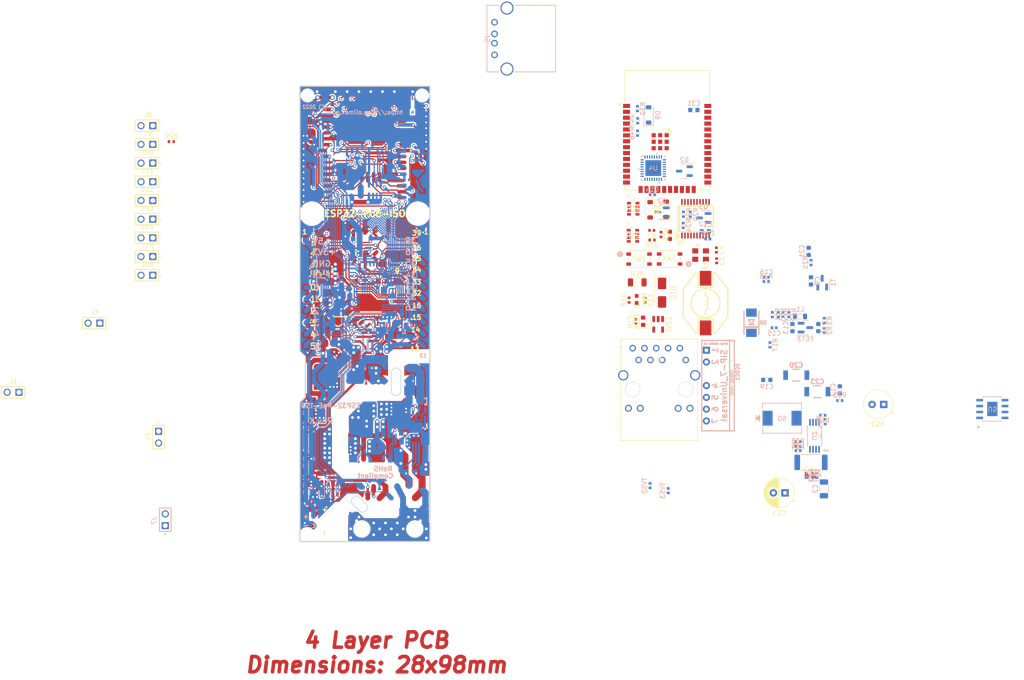
<source format=kicad_pcb>
(kicad_pcb (version 20221018) (generator pcbnew)
  (title_block (title "ESP32-PoE-ISO") (date "2022-07-28") (rev "K") (company "OLIMEX Ltd.") (comment 1 "https://www.olimex.com"))
  (layers (0 "F.Cu" signal) (1 "In1.Cu" power) (2 "In2.Cu" power) (31 "B.Cu" signal) (34 "B.Paste" user) (35 "F.Paste" user) (36 "B.SilkS" user "B.Silkscreen") (37 "F.SilkS" user "F.Silkscreen") (38 "B.Mask" user) (39 "F.Mask" user) (44 "Edge.Cuts" user))
  (net 0 "")
  (net 1 "GND")
  (net 2 "Net-(ACT1-K)")
  (net 3 "Net-(ACT1-A)")
  (net 4 "+3V3")
  (net 5 "Net-(U1-VCC)")
  (net 6 "Net-(U1-XI)")
  (net 7 "Net-(U1-XO)")
  (net 8 "Net-(U1-V3)")
  (net 9 "Net-(LNK1-A)")
  (net 10 "Net-(D5-K)")
  (net 11 "Net-(U4-VDDCR)")
  (net 12 "Net-(U4-NRST)")
  (net 13 "Net-(U5-FB)")
  (net 14 "Net-(U4-VDDIO)")
  (net 15 "Net-(D6-K)")
  (net 16 "Net-(D7-A)")
  (net 17 "Net-(D9-K)")
  (net 18 "Earth")
  (net 19 "+5VP")
  (net 20 "Spare1")
  (net 21 "Spare2")
  (net 22 "+3.3VLAN")
  (net 23 "5V_DCDC")
  (net 24 "Net-(C27-+)")
  (net 25 "Net-(D10-A)")
  (net 26 "GPI35")
  (net 27 "Net-(C10-Pad2)")
  (net 28 "/TD+")
  (net 29 "/TD-")
  (net 30 "/RD+")
  (net 31 "/RD-")
  (net 32 "/Shield")
  (net 33 "/USB_D-")
  (net 34 "/USB_D+")
  (net 35 "Net-(C12-Pad2)")
  (net 36 "/ILIM")
  (net 37 "Net-(LNK1-K)")
  (net 38 "ESP_EN")
  (net 39 "GPIO2{slash}HS2_DATA0")
  (net 40 "GPIO0")
  (net 41 "D_Com")
  (net 42 "Net-(D6-A)")
  (net 43 "Net-(D7-K)")
  (net 44 "Net-(Q2-B)")
  (net 45 "Net-(Q2-E)")
  (net 46 "Net-(Q3-B)")
  (net 47 "Net-(Q3-E)")
  (net 48 "Net-(Q3-C)")
  (net 49 "Net-(T1-C)")
  (net 50 "Net-(U4-LED2{slash}NINTSEL)")
  (net 51 "Net-(U2-DET)")
  (net 52 "Net-(U2-ILIM)")
  (net 53 "Net-(U4-RBIAS)")
  (net 54 "Net-(U2-CLASS)")
  (net 55 "Net-(U5-BS)")
  (net 56 "Net-(U2-NC{slash}UVLO)")
  (net 57 "Net-(U4-RXER{slash}RXD4{slash}PHYAD0)")
  (net 58 "Net-(U4-RXD3{slash}PHYAD2)")
  (net 59 "Net-(U4-RXD2{slash}RMIISEL)")
  (net 60 "Net-(U4-RXCLK{slash}PHYAD1)")
  (net 68 "Net-(U2-PG)")
  (net 75 "unconnected-(U6-NC-Pad21)")
  (net 76 "unconnected-(U6-NC-Pad22)")
  (net 77 "unconnected-(U6-NC-Pad20)")
  (net 78 "unconnected-(U6-NC-Pad19)")
  (net 79 "unconnected-(U6-NC-Pad17)")
  (net 80 "unconnected-(U6-NC-Pad18)")
  (net 82 "+5V_USB")
  (net 83 "Net-(R47-Pad2)")
  (net 84 "Net-(R45-Pad1)")
  (net 87 "Net-(J4-V+)")
  (net 88 "Net-(J4-V-)")
  (net 93 "Net-(J5-D-)")
  (net 94 "Net-(J5-D+)")
  (net 95 "Net-(U5-Vin)")
  (net 96 "Net-(U5-EN)")
  (net 97 "GPIO3{slash}U0RXD")
  (net 98 "GPIO1{slash}U0TXD")
  (net 99 "Net-(U6-VDD33(3V3))")
  (net 100 "GPI34{slash}BUT1")
  (net 101 "GPIO12{slash}PHY_PWR")
  (net 102 "GPIO17{slash}EMAC_CLK_OUT_180")
  (net 103 "GPIO26{slash}EMAC_RXD1(RMII)")
  (net 104 "GPIO25{slash}EMAC_RXD0(RMII)")
  (net 105 "GPIO27{slash}EMAC_RX_CRS_DV")
  (net 106 "GPIO18{slash}MDIO(RMII)")
  (net 107 "GPIO23{slash}MDC(RMII)")
  (net 108 "GPIO21{slash}EMAC_TX_EN(RMII)")
  (net 109 "GPIO19{slash}EMAC_TXD0(RMII)")
  (net 110 "GPIO22{slash}EMAC_TXD1(RMII)")
  (net 111 "GPI36{slash}U1RXD")
  (net 112 "GPI39")
  (net 113 "GPIO32")
  (net 114 "GPIO33")
  (net 115 "GPIO14{slash}HS2_CLK")
  (net 116 "GPIO13{slash}I2C-SDA")
  (net 117 "GPIO15{slash}HS2_CMD")
  (net 118 "GPI0")
  (net 119 "GPIO4{slash}U1TXD")
  (net 120 "GPIO16{slash}I2C-SCL")
  (net 121 "GPIO5{slash}SPI_CS")
  (footprint "Capacitor_SMD:C_0402_1005Metric" (layer "F.Cu") (at 164.5354 136.1343 -90)
    (fp_text reference "C11")
    (fp_text value "100nF/16V/10%/X7R/C0402" hide)
  )
  (footprint "Resistor_SMD:R_0402_1005Metric" (layer "F.Cu") (at 161.0554 136.1143 90)
    (fp_text reference "R14")
    (fp_text value "2.2k/R0402" hide)
  )
  (footprint "OLIMEX_LEDs-FP:LED_0603_KA" (layer "F.Cu") (at 162.69 135.97 90)
    (fp_text reference "LNK1")
    (fp_text value "LED/GREEN/0603" hide)
  )
  (footprint "Resistor_SMD:R_0402_1005Metric" (layer "F.Cu") (at 162.48 140.73 90)
    (fp_text reference "R15")
    (fp_text value "2.2k/R0402" hide)
  )
  (footprint "LED_SMD:LED_0603_1608Metric" (layer "F.Cu") (at 164.08 140.67 90)
    (fp_text reference "ACT1")
    (fp_text value "LED/YELLOW/0603" hide)
  )
  (footprint "Capacitor_SMD:C_0603_1608Metric" (layer "F.Cu") (at 169.82 122.15 -90)
    (fp_text reference "C7")
    (fp_text value "22uF/6.3V/20%/X5R/C0603" hide)
  )
  (footprint "Capacitor_SMD:C_0402_1005Metric" (layer "F.Cu") (at 179.91 127.64 -90)
    (fp_text reference "C5")
    (fp_text value "27pF/50V/5%/C0G/C0402" hide)
  )
  (footprint "Capacitor_SMD:C_0402_1005Metric" (layer "F.Cu") (at 179.85 125.32 -90)
    (fp_text reference "C4")
    (fp_text value "27pF/50V/5%/C0G/C0402" hide)
  )
  (footprint "Resistor_SMD:R_0402_1005Metric" (layer "F.Cu") (at 167.93 121.98 -90)
    (fp_text reference "R18")
    (fp_text value "10k/R0402" hide)
  )
  (footprint "Capacitor_THT:CP_Radial_D6.3mm_P2.50mm" (layer "F.Cu") (at 194.63 177.66 180)
    (fp_text reference "C27")
    (fp_text value "15uF/100V/20%/RM2.5/6.3x11mm(Farnell:1281844)")
  )
  (footprint "OLIMEX_IC-FP:SSOP-20W" (layer "F.Cu") (at 175.36 118.57)
    (fp_text reference "U1")
    (fp_text value "CH340T(SSOP20W)")
  )
  (footprint "Resistor_SMD:R_0402_1005Metric" (layer "F.Cu") (at 166 123.17 180)
    (fp_text reference "R19")
    (fp_text value "10k/R0402" hide)
  )
  (footprint "Diode_SMD:D_SOD-123" (layer "F.Cu") (at 165.58 116.65 -90)
    (fp_text reference "D6")
    (fp_text value "1N5819S4/SOD123" hide)
  )
  (footprint "Diode_SMD:D_SOD-123" (layer "F.Cu") (at 169.03 116.54 90)
    (fp_text reference "D7")
    (fp_text value "1N5819S4/SOD123" hide)
  )
  (footprint "Package_TO_SOT_SMD:SOT-23-5" (layer "F.Cu") (at 167.31 141.33 -90)
    (fp_text reference "TVS1")
    (fp_text value "ESDS314DBVR(SOT-23-5)" hide)
  )
  (footprint "Capacitor_SMD:C_0402_1005Metric" (layer "F.Cu") (at 165.93 121.08 180)
    (fp_text reference "C8")
    (fp_text value "100nF/16V/10%/X7R/C0402" hide)
  )
  (footprint "Resistor_SMD:R_1206_3216Metric" (layer "F.Cu") (at 162.81 132.3)
    (fp_text reference "R28")
    (fp_text value "0.03R/1%/R1206" hide)
  )
  (footprint "OLIMEX_RLC-FP:DBS135" (layer "F.Cu") (at 177.52 136.75 -90)
    (fp_text reference "L4")
    (fp_text value "33uH/2.1A/DCR=0.1R/20%/DBS135(PD3316MT330)" hide)
  )
  (footprint "Capacitor_THT:CP_Radial_Tantal_D6.0mm_P2.50mm" (layer "F.Cu") (at 215.887626 158.6 180)
    (fp_text reference "C26")
    (fp_text value "470uF/10V/20%/Low_ESR/RM2.5/6.0x11mm")
  )
  (footprint "Capacitor_SMD:C_0603_1608Metric" (layer "F.Cu") (at 200.098 174.007)
    (fp_text reference "C24")
    (fp_text value "100nF/100V/10%/X7R/C0603")
  )
  (footprint "Diode_SMD:D_SMA" (layer "F.Cu") (at 168.15 134.51 -90)
    (fp_text reference "D10")
    (fp_text value "SMAJ58A/SMA" hide)
  )
  (footprint "ESP32-WROOM-32E-N8:ESP32­WROOM­32E_EXP" (layer "F.Cu") (at 169.25 99.52)
    (fp_text reference "U6")
    (fp_text value "ESP32-WROVER-E")
  )
  (footprint "HMTSW-102:SAMTEC_HMTSW-102-X-X-S-X" (layer "F.Cu") (at 57.2 118.67)
    (fp_text reference "J13")
    (fp_text value "HMTSW-102-X-X-S-X")
  )
  (footprint "TC164_JR_072K2L:YAG_TC164_YAG" (layer "F.Cu") (at 161.94 116.42)
    (fp_text reference "R31")
    (fp_text value "TC164-JR-072K2L")
  )
  (footprint "HMTSW-102:SAMTEC_HMTSW-102-X-X-S-X" (layer "F.Cu") (at 57.2 126.73)
    (fp_text reference "J15")
    (fp_text value "HMTSW-102-X-X-S-X")
  )
  (footprint "PTS815 SJM 250 SMTR LFS:SW4_PTS815 SJM 250 SMTR LFS_CNK" (layer "F.Cu") (at 169.7692 127.2585 180)
    (fp_text reference "SW2")
    (fp_text value "PTS815 SJM 250 SMTR LFS" hide)
  )
  (footprint "HMTSW-102:SAMTEC_HMTSW-102-X-X-S-X" (layer "F.Cu") (at 57.2 98.52)
    (fp_text reference "J8")
    (fp_text value "HMTSW-102-X-X-S-X")
  )
  (footprint "HMTSW-102:SAMTEC_HMTSW-102-X-X-S-X" (layer "F.Cu") (at 57.2 114.64)
    (fp_text reference "J12")
    (fp_text value "HMTSW-102-X-X-S-X")
  )
  (footprint "HMTSW-102:SAMTEC_HMTSW-102-X-X-S-X" (layer "F.Cu") (at 57.2 102.55)
    (fp_text reference "J9")
    (fp_text value "HMTSW-102-X-X-S-X")
  )
  (footprint "HMTSW-102:SAMTEC_HMTSW-102-X-X-S-X" (layer "F.Cu") (at 57.2 106.58)
    (fp_text reference "J10")
    (fp_text value "HMTSW-102-X-X-S-X")
  )
  (footprint "HMTSW-102:SAMTEC_HMTSW-102-X-X-S-X" (layer "F.Cu") (at 57.2 110.61)
    (fp_text reference "J11")
    (fp_text value "HMTSW-102-X-X-S-X")
  )
  (footprint "Resistor_SMD:R_0402_1005Metric" (layer "F.Cu") (at 62.45 101.95)
    (fp_text reference "R45")
    (fp_text value "220R/R0402")
  )
  (footprint "HMTSW-102:SAMTEC_HMTSW-102-X-X-S-X" (layer "F.Cu") (at 28.3725 155.98)
    (fp_text reference "J1")
    (fp_text value "HMTSW-102-X-X-S-X")
  )
  (footprint "HMTSW-102:SAMTEC_HMTSW-102-X-X-S-X" (layer "F.Cu") (at 59.7037 165.6522 90)
    (fp_text reference "J6")
    (fp_text value "HMTSW-102-X-X-S-X")
  )
  (footprint "PTS815 SJM 250 SMTR LFS:SW4_PTS815 SJM 250 SMTR LFS_CNK" (layer "F.Cu") (at 163.2 127.27)
    (fp_text reference "SW1")
    (fp_text value "PTS815 SJM 250 SMTR LFS" hide)
  )
  (footprint "TC164_JR_072K2L:YAG_TC164_YAG" (layer "F.Cu") (at 161.88 122.25)
    (fp_text reference "R35")
    (fp_text value "TC164-JR-072K2L")
  )
  (footprint "HMTSW-102:SAMTEC_HMTSW-102-X-X-S-X" (layer "F.Cu") (at 57.2 130.76)
    (fp_text reference "J16")
    (fp_text value "HMTSW-102-X-X-S-X")
  )
  (footprint "HMTSW-102:SAMTEC_HMTSW-102-X-X-S-X" (layer "F.Cu") (at 45.8075 141.08)
    (fp_text reference "J3")
    (fp_text value "HMTSW-102-X-X-S-X")
  )
  (footprint "ECS_120_20_33_CKM_TR3:XTAL_ECS-120-20-33-CKM-TR3" (layer "F.Cu") (at 176.4475 126.41)
    (fp_text reference "Y1")
    (fp_text value "ECS-120-20-33-CKM-TR3")
  )
  (footprint "HMTSW-102:SAMTEC_HMTSW-102-X-X-S-X" (layer "F.Cu") (at 57.2 122.7)
    (fp_text reference "J14")
    (fp_text value "HMTSW-102-X-X-S-X")
  )
  (footprint "ARJP11B-MASA-B-A-EMU2_ABR:ARJP11B-MASA-B-A-EMU2_ABR" (layer "F.Cu") (at 161.825 146.4784)
    (fp_text reference "J4")
    (fp_text value "ARJP11B-MASA-B-A-EMU2")
  )
  (footprint "Resistor_SMD:R_0402_1005Metric" (layer "B.Cu") (at 162.84 94.84 90)
    (fp_text reference "R32")
    (fp_text value "10k/R0402" hide)
  )
  (footprint "Capacitor_SMD:C_0603_1608Metric" (layer "B.Cu") (at 190.7 153.306)
    (fp_text reference "C19")
    (fp_text value "22uF/6.3V/20%/X5R/C0603")
  )
  (footprint "Capacitor_SMD:C_1206_3216Metric" (layer "B.Cu") (at 203.019 176.801 -90)
    (fp_text reference "C2")
    (fp_text value "1nF/2000V/10%/X7R/C1206")
  )
  (footprint "OLIMEX_RLC-FP:C_1808(4520)_5MIL_DWS_ISO" (layer "B.Cu") (at 197.05 152.29)
    (fp_text reference "C20")
    (fp_text value "NA(1.0nF/3kV/10%/X7R/SMD/1808(VISHAY-VJ1808Y102KBHAT4X_Farnell-2407291))")
  )
  (footprint "OLIMEX_RLC-FP:C_1808(4520)_5MIL_DWS_ISO" (layer "B.Cu") (at 201.6 155.85)
    (fp_text reference "C23")
    (fp_text value "1.0nF/3kV/10%/X7R/SMD/1808(VISHAY-VJ1808Y102KBHAT4X_Farnell-2407291)")
  )
  (footprint "Resistor_SMD:R_0402_1005Metric" (layer "B.Cu") (at 203.086 140.52 90)
    (fp_text reference "R3")
    (fp_text value "1k/R0402")
  )
  (footprint "Capacitor_SMD:C_0603_1608Metric" (layer "B.Cu") (at 201.816 142.044 90)
    (fp_text reference "C10")
    (fp_text value "22uF/6.3V/20%/X5R/C0603")
  )
  (footprint "Capacitor_SMD:C_0402_1005Metric" (layer "B.Cu") (at 178 122.93 180)
    (fp_text reference "C18")
    (fp_text value "100nF/16V/10%/X7R/C0402" hide)
  )
  (footprint "Capacitor_SMD:C_0603_1608Metric" (layer "B.Cu") (at 199.719 125.618 -90)
    (fp_text reference "C21")
    (fp_text value "NA(10uF/6.3V/20%/X5R/C0603)")
  )
  (footprint "Capacitor_SMD:C_0603_1608Metric" (layer "B.Cu") (at 177.47 121.28 180)
    (fp_text reference "C17")
    (fp_text value "2.2uF/6.3V/10%/X5R/C0603" hide)
  )
  (footprint "Inductor_SMD:L_0805_2012Metric" (layer "B.Cu") (at 197.879 139.631 180)
    (fp_text reference "L1")
    (fp_text value "FB0805/600R/2A")
  )
  (footprint "LAN8710A-EZC(QFN32):QFN32_5X5MC_MCH-L" (layer "B.Cu") (at 166.2551 107.66 180)
    (fp_text reference "U4")
    (fp_text value "LAN8710A-EZC(QFN32)" hide)
  )
  (footprint "Package_TO_SOT_SMD:SOT-23" (layer "B.Cu") (at 202.64 132.349 90)
    (fp_text reference "T1")
    (fp_text value "LMUN2211LT1G(SOT-23)")
  )
  (footprint "Resistor_SMD:R_0402_1005Metric" (layer "B.Cu") (at 195.466 139.25 90)
    (fp_text reference "R12")
    (fp_text value "49.9R/1%/R0402")
  )
  (footprint "Resistor_SMD:R_0402_1005Metric" (layer "B.Cu") (at 203.086 142.679 90)
    (fp_text reference "R2")
    (fp_text value "10k/R0402")
  )
  (footprint "Capacitor_SMD:C_0603_1608Metric" (layer "B.Cu") (at 200.227 131.968 90)
    (fp_text reference "C9")
    (fp_text value "22uF/6.3V/20%/X5R/C0603")
  )
  (footprint "Package_TO_SOT_SMD:SOT-23" (layer "B.Cu") (at 199.022 142.044)
    (fp_text reference "FET3")
    (fp_text value "WPM2015-3/TR")
  )
  (footprint "Resistor_SMD:R_0402_1005Metric" (layer "B.Cu") (at 200.227 128.031 -90)
    (fp_text reference "R25")
    (fp_text value "10k/R0402")
  )
  (footprint "Capacitor_SMD:C_0402_1005Metric" (layer "B.Cu") (at 190.575 131.206 180)
    (fp_text reference "C16")
    (fp_text value "100nF/16V/10%/X7R/C0402")
  )
  (footprint "Resistor_SMD:R_0402_1005Metric" (layer "B.Cu") (at 190.575 132.095 180)
    (fp_text reference "R26")
    (fp_text value "12.1k/1%/R0402")
  )
  (footprint "Resistor_SMD:R_0402_1005Metric" (layer "B.Cu") (at 174.25 117.63 90)
    (fp_text reference "R20")
    (fp_text value "1k/R0402" hide)
  )
  (footprint "Resistor_SMD:R_0402_1005Metric" (layer "B.Cu") (at 172.76 117.61 90)
    (fp_text reference "R21")
    (fp_text value "1k/R0402" hide)
  )
  (footprint "Package_TO_SOT_SMD:SOT-23" (layer "B.Cu") (at 177.12 118.4 180)
    (fp_text reference "Q3")
    (fp_text value "BC817-40(SOT23)")
  )
  (footprint "Package_TO_SOT_SMD:SOT-23" (layer "B.Cu") (at 168.13 117.17 180)
    (fp_text reference "Q2")
    (fp_text value "BC817-40(SOT23)" hide)
  )
  (footprint "Package_TO_SOT_SMD:SOT-23-3" (layer "B.Cu") (at 172.96 108.32 180)
    (fp_text reference "D2")
    (fp_text value "BAT54C(SOT23-3)" hide)
  )
  (footprint "Capacitor_SMD:C_0603_1608Metric" (layer "B.Cu") (at 196.228 142.044 -90)
    (fp_text reference "C13")
    (fp_text value "22uF/6.3V/20%/X5R/C0603")
  )
  (footprint "OLIMEX_Regulators-FP:SIP-7_Universal" (layer "B.Cu") (at 177.7 154.54 -90)
    (fp_text reference "DCDC1")
    (fp_text value "F0505S-2WR2(SIP-7)")
  )
  (footprint "Resistor_SMD:R_0402_1005Metric" (layer "B.Cu") (at 191.91 139.25 90)
    (fp_text reference "R11")
    (fp_text value "49.9R/1%/R0402")
  )
  (footprint "Resistor_SMD:R_0402_1005Metric" (layer "B.Cu") (at 193.18 139.25 90)
    (fp_text reference "R10")
    (fp_text value "49.9R/1%/R0402")
  )
  (footprint "Resistor_SMD:R_0402_1005Metric" (layer "B.Cu") (at 191.4 145.77 90)
    (fp_text reference "R17")
    (fp_text value "NA/R0402")
  )
  (footprint "Diode_SMD:D_SOD-123" (layer "B.Cu") (at 165.26 96.2075 90)
    (fp_text reference "D9")
    (fp_text value "1N5819S4/SOD123" hide)
  )
  (footprint "Diode_SMD:D_0402_1005Metric" (layer "B.Cu") (at 165.567 176.101 -90)
    (fp_text reference "TVS2")
    (fp_text value "NA(GG0402052R542P)")
  )
  (footprint "Diode_SMD:D_0402_1005Metric" (layer "B.Cu") (at 169.47 177.18 -90)
    (fp_text reference "TVS3")
    (fp_text value "NA(GG0402052R542P)")
  )
  (footprint "Resistor_SMD:R_0402_1005Metric" (layer "B.Cu") (at 194.196 139.25 90)
    (fp_text reference "R13")
    (fp_text value "49.9R/1%/R0402")
  )
  (footprint "Capacitor_SMD:C_0402_1005Metric" (layer "B.Cu") (at 192.29 142.09)
    (fp_text reference "C15")
    (fp_text value "100nF/16V/10%/X7R/C0402")
  )
  (footprint "OLIMEX_Diodes-FP:DO214AA_1(K)-2(A)" (layer "B.Cu") (at 187.4 140.99 90)
    (fp_text reference "D8")
    (fp_text value "NA(SMBJ6.0A)")
  )
  (footprint "Capacitor_SMD:C_0402_1005Metric" (layer "B.Cu") (at 197.431 168.546 180)
    (fp_text reference "C25")
    (fp_text value "12pF/50V/5%/COG/C0402")
  )
  (footprint "Resistor_SMD:R_0402_1005Metric" (layer "B.Cu") (at 199.209 173.88 90)
    (fp_text reference "R22")
    (fp_text value "24.9k/1%/R0402")
  )
  (footprint "Resistor_SMD:R_0402_1005Metric" (layer "B.Cu") (at 201.495 173.88 -90)
    (fp_text reference "R23")
    (fp_text value "180k/1%/R0402")
  )
  (footprint "Resistor_SMD:R_0402_1005Metric" (layer "B.Cu") (at 200.606 173.88 90)
    (fp_text reference "R27")
    (fp_text value "4.42k/1%/1/16W/R0402")
  )
  (footprint "TPS2376PW(TSSOP-8):PW8" (layer "B.Cu") (at 200.987 165.371 90)
    (fp_text reference "U2")
    (fp_text value "TPS2376PW(TSSOP-8)")
  )
  (footprint "Resistor_SMD:R_0402_1005Metric" (layer "B.Cu") (at 162.91 97.47 -90)
    (fp_text reference "R47")
    (fp_text value "10k/R0402" hide)
  )
  (footprint "Capacitor_SMD:C_0402_1005Metric" (layer "B.Cu") (at 166.06 113.4 180)
    (fp_text reference "C14")
    (fp_text value "100nF/16V/10%/X7R/C0402" hide)
  )
  (footprint "Capacitor_SMD:C_0603_1608Metric" (layer "B.Cu") (at 206.426 155.469 -90)
    (fp_text reference "C12")
    (fp_text value "100nF/100V/10%/X7R/C0603")
  )
  (footprint "Resistor_SMD:R_0402_1005Metric" (layer "B.Cu") (at 206.426 157.755 180)
    (fp_text reference "R33")
    (fp_text value "4.7R/R0402")
  )
  (footprint "DO-214AB:CDBC-G" (layer "B.Cu") (at 194.002 161.561)
    (fp_text reference "D5")
    (fp_text value "SS510/100V/5A/0.85V/DO214AB(SMC)" hide)
  )
  (footprint "Resistor_SMD:R_2512_6332Metric" (layer "B.Cu") (at 200.225 171.086)
    (fp_text reference "R41")
    (fp_text value "4.7k/R2512")
  )
  (footprint "Resistor_SMD:R_0402_1005Metric" (layer "B.Cu") (at 197.431 167.657 180)
    (fp_text reference "R38")
    (fp_text value "56.2k/1%/R0402")
  )
  (footprint "TX4138(ESOIC-8):ESOIC8_XDS" (layer "B.Cu") (at 239.28 159.59)
    (fp_text reference "U5")
    (fp_text value "TX4138(ESOIC-8)")
  )
  (footprint "Resistor_SMD:R_0402_1005Metric" (layer "B.Cu") (at 197.431 166.641)
    (fp_text reference "R34")
    (fp_text value "10.5k/1%/R0402")
  )
  (footprint "Resistor_SMD:R_0402_1005Metric" (layer "B.Cu") (at 162.87 100.13 -90)
    (fp_text reference "R48")
    (fp_text value "NA/R0402" hide)
  )
  (footprint "Capacitor_SMD:C_0603_1608Metric" (layer "B.Cu") (at 175 95.14 180)
    (fp_text reference "C31")
    (fp_text value "1uF/10V/20%/X5R/C0603" hide)
  )
  (footprint "Resistor_SMD:R_0402_1005Metric" (layer "B.Cu") (at 172.7 120.02 90)
    (fp_text reference "R24")
    (fp_text value "220R/R0402")
  )
  (footprint "Resistor_SMD:R_0402_1005Metric" (layer "B.Cu") (at 203.273 162.323 -90)
    (fp_text reference "R44")
    (fp_text value "10k/R0402")
  )
  (footprint "Resistor_SMD:R_0402_1005Metric" (layer "B.Cu") (at 202.765 160.926)
    (fp_text reference "R43")
    (fp_text value "130k/R0402")
  )
  (footprint "HMTSW-102:SAMTEC_HMTSW-102-X-X-S-X" (layer "B.Cu") (at 61.1515 183.4576 -90)
    (fp_text reference "J7")
    (fp_text value "HMTSW-102-X-X-S-X")
  )
  (footprint "87520-0010BLF:CONN4_87520-0010_FCI" (layer "B.Cu") (at 131.952659 76.1061 -90)
    (fp_text reference "J5")
    (fp_text value "87520-0010BLF")
  )
  (gr_line (start 112.2045 165.354) (end 112.141 165.608) (stroke (width 0.2032)) (layer "B.SilkS"))
  (gr_line (start 112.141 165.608) (end 112.395 165.5445) (stroke (width 0.2032)) (layer "B.SilkS"))
  (gr_line (start 103.251 169.164) (end 103.124 169.545) (stroke (width 0.254)) (layer "B.SilkS"))
  (gr_line (start 117.094 158.75) (end 117.094 158.369) (stroke (width 0.254)) (layer "B.SilkS"))
  (gr_line (start 112.4585 164.6555) (end 112.4585 165.2905) (stroke (width 0.2032)) (layer "B.SilkS"))
  (gr_line (start 117.094 158.75) (end 117.475 158.75) (stroke (width 0.254)) (layer "B.SilkS"))
  (gr_line (start 102.616 169.799) (end 103.251 169.164) (stroke (width 0.254)) (layer "B.SilkS"))
  (gr_line (start 117.475 157.099) (end 117.475 158.369) (stroke (width 0.254)) (layer "B.SilkS"))
  (gr_line (start 112.4585 165.2905) (end 112.141 165.608) (stroke (width 0.2032)) (layer "B.SilkS"))
  (gr_line (start 103.251 169.164) (end 102.87 169.291) (stroke (width 0.254)) (layer "B.SilkS"))
  (gr_line (start 117.475 158.369) (end 117.094 158.75) (stroke (width 0.254)) (layer "B.SilkS"))
  (gr_line (start 102.616 171.196) (end 102.616 169.799) (stroke (width 0.254)) (layer "B.SilkS"))
  (gr_line (start 97.536 139.7) (end 97.282 139.446) (stroke (width 0.254)) (layer "F.SilkS"))
  (gr_line (start 100.33 139.7) (end 99.822 139.954) (stroke (width 0.254)) (layer "F.SilkS"))
  (gr_line (start 100.33 139.7) (end 97.663 139.7) (stroke (width 0.254)) (layer "F.SilkS"))
  (gr_line (start 97.663 139.7) (end 97.536 139.7) (stroke (width 0.254)) (layer "F.SilkS"))
  (gr_line (start 100.33 139.7) (end 99.822 139.446) (stroke (width 0.254)) (layer "F.SilkS"))
  (gr_line (start 118.15 188.15) (end 118.15 90) (stroke (width 0.254)) (layer "Edge.Cuts"))
  (gr_line (start 90.15 147.1) (end 90.15 90) (stroke (width 0.254)) (layer "Edge.Cuts"))
  (gr_line (start 90.15 90) (end 118.15 90) (stroke (width 0.254)) (layer "Edge.Cuts"))
  (gr_line (start 90.15 188.15) (end 118.15 188.15) (stroke (width 0.254)) (layer "Edge.Cuts"))
  (gr_line (start 90.15 188.15) (end 90.15 158.2) (stroke (width 0.254)) (layer "Edge.Cuts"))
  (gr_line (start 90.15 158.2) (end 91.35 157) (stroke (width 0.254)) (layer "Edge.Cuts"))
  (gr_arc (start 101.538363 180.095033) (mid 101.538363 178.658179) (end 102.975217 178.658179) (stroke (width 0.15)) (layer "Edge.Cuts"))
  (gr_arc (start 104.412048 180.095025) (mid 104.41205 181.531863) (end 102.975212 181.531865) (stroke (width 0.15)) (layer "Edge.Cuts"))
  (gr_line (start 102.975212 181.531865) (end 101.538369 180.095027) (stroke (width 0.15)) (layer "Edge.Cuts"))
  (gr_line (start 104.41205 180.095025) (end 102.975217 178.658179) (stroke (width 0.15)) (layer "Edge.Cuts"))
  (gr_line (start 111.887 155.702) (end 111.887 151.765) (stroke (width 0.15)) (layer "Edge.Cuts"))
  (gr_arc (start 111.887 155.702) (mid 110.871 156.718) (end 109.855 155.702) (stroke (width 0.15)) (layer "Edge.Cuts"))
  (gr_line (start 109.855 155.702) (end 109.854991 151.765) (stroke (width 0.15)) (layer "Edge.Cuts"))
  (gr_arc (start 109.854991 151.765) (mid 110.871 150.748991) (end 111.887009 151.765) (stroke (width 0.15)) (layer "Edge.Cuts"))
  (gr_line (start 90.15 147.1) (end 91.35 148.3) (stroke (width 0.254)) (layer "Edge.Cuts"))
  (gr_line (start 91.35 148.3) (end 91.35 157) (stroke (width 0.254)) (layer "Edge.Cuts"))
  (gr_text "1" (at 114.427 92.583) (layer "F.Cu") (effects (font (size 0.635 0.635) (thickness 0.15875))))
  (gr_text "4 Layer PCB\nDimensions: 28x98mm" (at 106.68 212.09) (layer "F.Cu") (effects (font (size 3.302 3.302) (thickness 0.762) italic)))
  (gr_text "4" (at 114.427 95.631) (layer "B.Cu") (effects (font (size 0.635 0.635) (thickness 0.15875)) (justify mirror)))
  (gr_text "1" (at 115.189 121.031) (layer "B.SilkS") (effects (font (size 1.016 1.016) (thickness 0.254)) (justify mirror)))
  (gr_text "https://www.olimex.com" (at 104.14 95.631) (layer "B.SilkS") (effects (font (size 0.889 0.889) (thickness 0.1905)) (justify mirror)))
  (gr_text "1" (at 108.839 103.505) (layer "B.SilkS") (effects (font (size 0.762 0.762) (thickness 0.1905)) (justify mirror)))
  (gr_text "(C) 2022" (at 93.345 94.488) (layer "B.SilkS") (effects (font (size 0.762 0.762) (thickness 0.1905)) (justify mirror)))
  (gr_text "RoHS" (at 108.077 172.466) (layer "B.SilkS") (effects (font (size 1.016 1.016) (thickness 0.254)) (justify mirror)))
  (gr_text "Compliant" (at 106.426 173.99) (layer "B.SilkS") (effects (font (size 1.016 1.016) (thickness 0.254)) (justify mirror)))
  (gr_text "ESP32-PoE-ISO" (at 96.774 158.877) (layer "B.SilkS") (effects (font (size 1.016 1.016) (thickness 0.254)) (justify mirror)))
  (gr_text "39" (at 114.046 123.317) (layer "B.SilkS") (effects (font (size 1.27 1.27) (thickness 0.254)) (justify mirror)))
  (gr_text "35" (at 114.046 128.016) (layer "B.SilkS") (effects (font (size 1.27 1.27) (thickness 0.254)) (justify mirror)))
  (gr_text "34" (at 114.046 130.81) (layer "B.SilkS") (effects (font (size 1.27 1.27) (thickness 0.254)) (justify mirror)))
  (gr_text "33" (at 114.046 133.223) (layer "B.SilkS") (effects (font (size 1.27 1.27) (thickness 0.254)) (justify mirror)))
  (gr_text "32" (at 114.046 135.382) (layer "B.SilkS") (effects (font (size 1.27 1.27) (thickness 0.254)) (justify mirror)))
  (gr_text "16" (at 114.046 137.668) (layer "B.SilkS") (effects (font (size 1.27 1.27) (thickness 0.254)) (justify mirror)))
  (gr_text "15" (at 114.427 141.732) (layer "B.SilkS") (effects (font (size 0.762 0.762) (thickness 0.1905)) (justify mirror)))
  (gr_text "14" (at 115.189 144.145 60) (layer "B.SilkS") (effects (font (size 0.762 0.762) (thickness 0.1905)) (justify mirror)))
  (gr_text "13" (at 116.713 148.082) (layer "B.SilkS") (effects (font (size 0.762 0.762) (thickness 0.1905)) (justify mirror)))
  (gr_text "+5V" (at 94.869 123.444) (layer "B.SilkS") (effects (font (size 1.27 1.27) (thickness 0.254)) (justify mirror)))
  (gr_text "+3V3" (at 95.377 125.73) (layer "B.SilkS") (effects (font (size 1.27 1.27) (thickness 0.254)) (justify mirror)))
  (gr_text "GND" (at 94.869 128.27) (layer "B.SilkS") (effects (font (size 1.27 1.27) (thickness 0.254)) (justify mirror)))
  (gr_text "ESP_EN" (at 95.758 130.81) (layer "B.SilkS") (effects (font (size 1.016 1.016) (thickness 0.254)) (justify mirror)))
  (gr_text "0" (at 93.726 133.477) (layer "B.SilkS") (effects (font (size 1.27 1.27) (thickness 0.254)) (justify mirror)))
  (gr_text "1" (at 93.726 135.89) (layer "B.SilkS") (effects (font (size 1.27 1.27) (thickness 0.254)) (justify mirror)))
  (gr_text "2" (at 93.726 138.43) (layer "B.SilkS") (effects (font (size 1.27 1.27) (thickness 0.254)) (justify mirror)))
  (gr_text "3" (at 93.726 140.97) (layer "B.SilkS") (effects (font (size 1.27 1.27) (thickness 0.254)) (justify mirror)))
  (gr_text "4" (at 93.726 143.51) (layer "B.SilkS") (effects (font (size 1.27 1.27) (thickness 0.254)) (justify mirror)))
  (gr_text "5" (at 93.726 146.304) (layer "B.SilkS") (effects (font (size 1.27 1.27) (thickness 0.254)) (justify mirror)))
  (gr_text "+" (at 91.44 182.753) (layer "B.SilkS") (effects (font (size 1.016 1.016) (thickness 0.254)) (justify mirror)))
  (gr_text "-" (at 91.44 184.658) (layer "B.SilkS") (effects (font (size 1.016 1.016) (thickness 0.254)) (justify mirror)))
  (gr_text "36" (at 114.046 125.73) (layer "B.SilkS") (effects (font (size 1.27 1.27) (thickness 0.254)) (justify mirror)))
  (gr_text "Rev.K" (at 94.6785 162.179) (layer "B.SilkS") (effects (font (size 1.27 1.27) (thickness 0.254)) (justify mirror)))
  (gr_text "1" (at 93.091 121.158) (layer "B.SilkS") (effects (font (size 1.016 1.016) (thickness 0.254)) (justify mirror)))
  (gr_text "1" (at 117.348 121.412) (layer "F.SilkS") (effects (font (size 1.016 1.016) (thickness 0.254))))
  (gr_text "1" (at 97.282 129.794) (layer "F.SilkS") (effects (font (size 1.016 1.016) (thickness 0.254))))
  (gr_text "+5V" (at 93.091 123.698 60) (layer "F.SilkS") (effects (font (size 0.635 0.635) (thickness 0.15875))))
  (gr_text "+3V3" (at 92.964 126.111 60) (layer "F.SilkS") (effects (font (size 0.635 0.635) (thickness 0.15875))))
  (gr_text "GND" (at 93.091 128.27 60) (layer "F.SilkS") (effects (font (size 0.635 0.635) (thickness 0.15875))))
  (gr_text "ESP_EN" (at 94.4245 130.175) (layer "F.SilkS") (effects (font (size 0.762 0.762) (thickness 0.15875))))
  (gr_text "0" (at 92.964 133.223 180) (layer "F.SilkS") (effects (font (size 1.27 1.27) (thickness 0.254))))
  (gr_text "9" (at 111.125 129.794) (layer "F.SilkS") (effects (font (size 1.016 1.016) (thickness 0.254))))
  (gr_text "1" (at 92.964 135.89) (layer "F.SilkS") (effects (font (size 1.27 1.27) (thickness 0.254))))
  (gr_text "2" (at 92.964 138.43) (layer "F.SilkS") (effects (font (size 1.27 1.27) (thickness 0.254))))
  (gr_text "3" (at 92.964 141.097) (layer "F.SilkS") (effects (font (size 1.27 1.27) (thickness 0.254))))
  (gr_text "4" (at 92.964 143.637) (layer "F.SilkS") (effects (font (size 1.27 1.27) (thickness 0.254))))
  (gr_text "5" (at 92.964 146.05) (layer "F.SilkS") (effects (font (size 1.27 1.27) (thickness 0.254))))
  (gr_text "13" (at 114.935 146.685) (layer "F.SilkS") (effects (font (size 1.016 1.016) (thickness 0.254))))
  (gr_text "14" (at 115.062 142.494) (layer "F.SilkS") (effects (font (size 1.016 1.016) (thickness 0.254))))
  (gr_text "15" (at 115.316 139.827) (layer "F.SilkS") (effects (font (size 1.016 1.016) (thickness 0.254))))
  (gr_text "16" (at 115.316 137.287) (layer "F.SilkS") (effects (font (size 1.016 1.016) (thickness 0.254))))
  (gr_text "32" (at 115.316 134.62) (layer "F.SilkS") (effects (font (size 1.016 1.016) (thickness 0.254))))
  (gr_text "33" (at 115.316 132.207) (layer "F.SilkS") (effects (font (size 1.016 1.016) (thickness 0.254))))
  (gr_text "34" (at 115.316 129.54) (layer "F.SilkS") (effects (font (size 1.016 1.016) (thickness 0.254))))
  (gr_text "35" (at 115.316 127.127) (layer "F.SilkS") (effects (font (size 1.016 1.016) (thickness 0.254))))
  (gr_text "36" (at 115.316 124.841) (layer "F.SilkS") (effects (font (size 1.016 1.016) (thickness 0.254))))
  (gr_text "39" (at 115.316 121.666) (layer "F.SilkS") (effects (font (size 1.016 1.016) (thickness 0.254))))
  (gr_text "+" (at 95.504 181.229) (layer "F.SilkS") (effects (font (size 1.016 1.016) (thickness 0.254))))
  (gr_text "ESP32-PoE-ISO" (at 104.14 117.475) (layer "F.SilkS") (effects (font (size 1.397 1.397) (thickness 0.34925))))
  (gr_text "-" (at 95.377 186.309 90) (layer "F.SilkS") (effects (font (size 1.016 1.016) (thickness 0.254))))
  (gr_text "1" (at 91.186 121.412) (layer "F.SilkS") (effects (font (size 1.016 1.016) (thickness 0.254))))
  (segment (start 93.476 149.054) (end 94.913 149.054) (width 1.016) (layer "F.Cu") (net 0))
  (segment (start 101.4095 123.19) (end 101.4095 122.7455) (width 0.508) (layer "F.Cu") (net 0))
  (segment (start 92.075 120.523) (end 93.98 120.523) (width 0.254) (layer "F.Cu") (net 0))
  (segment (start 91.186 98.298) (end 91.186 95.754) (width 0.254) (layer "F.Cu") (net 0))
  (segment (start 92.903 180.02) (end 92.837 180.086) (width 0.508) (layer "F.Cu") (net 0))
  (segment (start 94.62 143.002) (end 94.62 142.245) (width 1.27) (layer "F.Cu") (net 0))
  (segment (start 92.475 164.592) (end 93.98 163.087) (width 0.508) (layer "F.Cu") (net 0))
  (segment (start 108.585 177.503) (end 108.585 176.276) (width 1.27) (layer "F.Cu") (net 0))
  (segment (start 97.79 134.747) (end 97.856 134.681) (width 0.508) (layer "F.Cu") (net 0))
  (segment (start 97.917 138.684) (end 97.917 139.573) (width 1.27) (layer "F.Cu") (net 0))
  (segment (start 93.476 156.254) (end 92.754 156.254) (width 1.016) (layer "F.Cu") (net 0))
  (segment (start 101.7905 123.076026) (end 101.7905 123.571) (width 0.508) (layer "F.Cu") (net 0))
  (segment (start 95.5675 158.242) (end 96.266 157.5435) (width 1.016) (layer "F.Cu") (net 0))
  (segment (start 94.615 144.11706) (end 94.615 143.002) (width 1.27) (layer "F.Cu") (net 0))
  (segment (start 92.903 177.262) (end 92.903 176.845) (width 0.254) (layer "F.Cu") (net 0))
  (segment (start 96.4565 139.0015) (end 97.917 140.462) (width 1.27) (layer "F.Cu") (net 0))
  (segment (start 93.98 136.779) (end 93.091 135.89) (width 1.2192) (layer "F.Cu") (net 0))
  (segment (start 94.803014 175.325986) (end 94.869 175.26) (width 0.762) (layer "F.Cu") (net 0))
  (segment (start 93.218 176.53) (end 93.218 174.879) (width 0.254) (layer "F.Cu") (net 0))
  (segment (start 108.585 176.276) (end 108.077 175.768) (width 0.508) (layer "F.Cu") (net 0))
  (segment (start 96.349 156.254) (end 96.946 156.254) (width 1.016) (layer "F.Cu") (net 0))
  (segment (start 97.856 134.463) (end 97.856 134.808) (width 0.508) (layer "F.Cu") (net 0))
  (segment (start 97.759 134.366) (end 95.377 134.366) (width 0.508) (layer "F.Cu") (net 0))
  (segment (start 97.856 134.463) (end 97.856 134.051) (width 0.508) (layer "F.Cu") (net 0))
  (segment (start 92.903 176.845) (end 93.218 176.53) (width 0.254) (layer "F.Cu") (net 0))
  (segment (start 95.123 146.304) (end 95.123 147.574) (width 1.016) (layer "F.Cu") (net 0))
  (segment (start 94.488 156.254) (end 95.392 156.254) (width 1.016) (layer "F.Cu") (net 0))
  (segment (start 96.647 137.16) (end 95.939894 137.16) (width 1.016) (layer "F.Cu") (net 0))
  (segment (start 92.583 175.26) (end 92.329 175.26) (width 0.762) (layer "F.Cu") (net 0))
  (segment (start 100.838 136.398) (end 100.838 135.509) (width 0.508) (layer "F.Cu") (net 0))
  (segment (start 97.155 138.77544) (end 97.155 138.75) (width 1.016) (layer "F.Cu") (net 0))
  (segment (start 96.946 156.254) (end 95.392 156.254) (width 1.016) (layer "F.Cu") (net 0))
  (segment (start 94.474974 163.067994) (end 93.98 163.067994) (width 0.508) (layer "F.Cu") (net 0))
  (segment (start 97.856 138.933) (end 97.917 138.994) (width 1.27) (layer "F.Cu") (net 0))
  (segment (start 98.425 136.779) (end 98.044 136.779) (width 0.254) (layer "F.Cu") (net 0))
  (segment (start 97.9805 136.5885) (end 97.856 136.713) (width 0.254) (layer "F.Cu") (net 0))
  (segment (start 101.141727 105.662477) (end 100.918728 105.439478) (width 0.254) (layer "F.Cu") (net 0))
  (segment (start 94.803014 176.214986) (end 94.803014 175.325986) (width 0.762) (layer "F.Cu") (net 0))
  (segment (start 93.98 163.087) (end 93.98 163.067994) (width 0.508) (layer "F.Cu") (net 0))
  (segment (start 98.679 136.779) (end 98.395 137.063) (width 0.254) (layer "F.Cu") (net 0))
  (segment (start 101.7905 123.571) (end 101.4095 123.19) (width 0.508) (layer "F.Cu") (net 0))
  (segment (start 94.803 179.862) (end 94.803 181.041) (width 0.762) (layer "F.Cu") (net 0))
  (segment (start 93.98 99.441) (end 93.218 98.679) (width 0.254) (layer "F.Cu") (net 0))
  (segment (start 91.567 179.07) (end 91.567 177.546) (width 0.508) (layer "F.Cu") (net 0))
  (segment (start 97.155 174.371) (end 97.280801 174.371) (width 0.508) (layer "F.Cu") (net 0))
  (segment (start 98.42 140.97) (end 98.42 140.076) (width 1.27) (layer "F.Cu") (net 0))
  (segment (start 100.203 136.398) (end 100.838 136.398) (width 0.508) (layer "F.Cu") (net 0))
  (segment (start 97.917 139.573) (end 97.917 140.462) (width 1.27) (layer "F.Cu") (net 0))
  (segment (start 96.49461 159.404022) (end 96.49461 162.124904) (width 0.508) (layer "F.Cu") (net 0))
  (segment (start 91.567 176.022) (end 92.583 176.022) (width 0.762) (layer "F.Cu") (net 0))
  (segment (start 99.756 134.463) (end 99.756 135.702) (width 0.508) (layer "F.Cu") (net 0))
  (segment (start 95.377 133.985) (end 95.377 134.493) (width 0.508) (layer "F.Cu") (net 0))
  (segment (start 93.215 149.098) (end 93.472 149.098) (width 1.016) (layer "F.Cu") (net 0))
  (segment (start 93.218 98.679) (end 91.567 98.679) (width 0.254) (layer "F.Cu") (net 0))
  (segment (start 97.856 137.063) (end 97.856 138.049) (width 1.016) (layer "F.Cu") (net 0))
  (segment (start 92.964 174.625) (end 92.964 174.371) (width 0.254) (layer "F.Cu") (net 0))
  (segment (start 101.981 152.654) (end 101.981 153.917632) (width 0.508) (layer "F.Cu") (net 0))
  (segment (start 97.0915 174.371) (end 95.97949 174.371) (width 0.508) (layer "F.Cu") (net 0))
  (segment (start 91.567 164.592) (end 92.475 164.592) (width 0.508) (layer "F.Cu") (net 0))
  (segment (start 104.902 143.129) (end 106.934 143.129) (width 0.508) (layer "F.Cu") (net 0))
  (segment (start 104.346962 147.447) (end 103.759 148.034962) (width 0.508) (layer "F.Cu") (net 0))
  (segment (start 96.266 156.337) (end 96.349 156.254) (width 1.016) (layer "F.Cu") (net 0))
  (segment (start 92.837 180.086) (end 92.329 180.086) (width 0.508) (layer "F.Cu") (net 0))
  (segment (start 101.7905 121.3985) (end 101.7905 123.076026) (width 0.508) (layer "F.Cu") (net 0))
  (segment (start 95.758 136.144) (end 95.9485 136.144) (width 1.016) (layer "F.Cu") (net 0))
  (segment (start 101.6 121.208) (end 101.7905 121.3985) (width 0.508) (layer "F.Cu") (net 0))
  (segment (start 108.562 176.253) (end 107.823 175.514) (width 1.016) (layer "F.Cu") (net 0))
  (segment (start 105.791 147.447) (end 104.346962 147.447) (width 0.508) (layer "F.Cu") (net 0))
  (segment (start 92.326 154.175) (end 92.329 154.178) (width 1.016) (layer "F.Cu") (net 0))
  (segment (start 94.62 140.97) (end 94.62 142.245) (width 1.27) (layer "F.Cu") (net 0))
  (segment (start 97.856 134.051) (end 97.79 133.985) (width 0.508) (layer "F.Cu") (net 0))
  (segment (start 101.981 153.917632) (end 96.49461 159.404022) (width 0.508) (layer "F.Cu") (net 0))
  (segment (start 98.395 136.809) (end 98.425 136.779) (width 0.254) (layer "F.Cu") (net 0))
  (segment (start 96.266 157.5435) (end 96.266 156.337) (width 1.016) (layer "F.Cu") (net 0))
  (segment (start 99.756 137.063) (end 99.756 136.845) (width 0.508) (layer "F.Cu") (net 0))
  (segment (start 94.803 178.242) (end 94.869 178.308) (width 0.762) (layer "F.Cu") (net 0))
  (segment (start 93.476 156.254) (end 94.488 156.254) (width 1.016) (layer "F.Cu") (net 0))
  (segment (start 91.567 173.355) (end 91.567 171.831) (width 0.508) (layer "F.Cu") (net 0))
  (segment (start 105.789477 105.662477) (end 101.141727 105.662477) (width 0.254) (layer "F.Cu") (net 0))
  (segment (start 97.82556 138.77544) (end 97.917 138.684) (width 1.27) (layer "F.Cu") (net 0))
  (segment (start 95.377 134.747) (end 97.79 134.747) (width 0.508) (layer "F.Cu") (net 0))
  (segment (start 97.536 135.128) (end 95.377 135.128) (width 0.508) (layer "F.Cu") (net 0))
  (segment (start 93.98 138.2014) (end 93.98 136.779) (width 1.27) (layer "F.Cu") (net 0))
  (segment (start 97.856 136.713) (end 97.856 137.063) (width 0.254) (layer "F.Cu") (net 0))
  (segment (start 95.504 136.779) (end 95.504 136.525) (width 1.016) (layer "F.Cu") (net 0))
  (segment (start 95.5675 145.06956) (end 94.615 144.11706) (width 1.27) (layer "F.Cu") (net 0))
  (segment (start 108.565 176.253) (end 108.562 176.253) (width 1.016) (layer "F.Cu") (net 0))
  (segment (start 94.803 181.041) (end 93.091 182.753) (width 0.762) (layer "F.Cu") (net 0))
  (segment (start 97.856 138.049) (end 97.856 138.933) (width 1.016) (layer "F.Cu") (net 0))
  (segment (start 96.4565 138.77544) (end 97.155 138.77544) (width 1.27) (layer "F.Cu") (net 0))
  (segment (start 97.856 134.808) (end 97.536 135.128) (width 0.508) (layer "F.Cu") (net 0))
  (segment (start 100.203 136.398) (end 100.838 135.763) (width 0.508) (layer "F.Cu") (net 0))
  (segment (start 95.504 136.398) (end 95.758 136.144) (width 1.016) (layer "F.Cu") (net 0))
  (segment (start 98.395 137.063) (end 97.79 137.668) (width 0.254) (layer "F.Cu") (net 0))
  (segment (start 97.856 134.463) (end 97.759 134.366) (width 0.508) (layer "F.Cu") (net 0))
  (segment (start 94.55404 138.77544) (end 93.98 138.2014) (width 1.27) (layer "F.Cu") (net 0))
  (segment (start 100.838 135.763) (end 100.838 135.509) (width 0.508) (layer "F.Cu") (net 0))
  (segment (start 93.725989 103.251011) (end 93.98 102.997) (width 0.254) (layer "F.Cu") (net 0))
  (segment (start 94.488 158.242) (end 95.5675 158.242) (width 1.016) (layer "F.Cu") (net 0))
  (segment (start 91.44 121.158) (end 92.075 120.523) (width 0.254) (layer "F.Cu") (net 0))
  (segment (start 95.377 135.128) (end 95.377 134.747) (width 0.508) (layer "F.Cu") (net 0))
  (segment (start 101.6 122.682) (end 101.6 121.285) (width 0.508) (layer "F.Cu") (net 0))
  (segment (start 98.933 136.525) (end 98.679 136.779) (width 0.254) (layer "F.Cu") (net 0))
  (segment (start 97.280801 174.371) (end 95.97949 174.371) (width 0.508) (layer "F.Cu") (net 0))
  (segment (start 96.647 136.144) (end 96.647 137.16) (width 1.016) (layer "F.Cu") (net 0))
  (segment (start 108.077 175.768) (end 107.823 175.514) (width 0.508) (layer "F.Cu") (net 0))
  (segment (start 91.44 123.22) (end 91.44 121.158) (width 1.27) (layer "F.Cu") (net 0))
  (segment (start 95.123 145.51406) (end 95.123 146.304) (width 1.016) (layer "F.Cu") (net 0))
  (segment (start 97.155 138.75) (end 97.856 138.049) (width 1.016) (layer "F.Cu") (net 0))
  (segment (start 95.939894 137.16) (end 95.558894 136.779) (width 1.016) (layer "F.Cu") (net 0))
  (segment (start 93.98 120.523) (end 95.758 118.745) (width 0.254) (layer "F.Cu") (net 0))
  (segment (start 95.758 145.669) (end 95.758 145.161) (width 1.016) (layer "F.Cu") (net 0))
  (segment (start 98.8695 136.5885) (end 97.9805 136.5885) (width 0.254) (layer "F.Cu") (net 0))
  (segment (start 101.6 121.208) (end 101.6 122.682) (width 0.508) (layer "F.Cu") (net 0))
  (segment (start 98.552 174.371) (end 99.18701 175.00601) (width 0.508) (layer "F.Cu") (net 0))
  (segment (start 107.295 178.793) (end 108.585 177.503) (width 1.27) (layer "F.Cu") (net 0))
  (segment (start 92.326 149.987) (end 93.215 149.098) (width 1.016) (layer "F.Cu") (net 0))
  (segment (start 95.123 146.304) (end 95.123 144.653) (width 1.016) (layer "F.Cu") (net 0))
  (segment (start 93.218 174.879) (end 92.964 174.625) (width 0.254) (layer "F.Cu") (net 0))
  (segment (start 97.917 138.994) (end 97.917 139.573) (width 1.27) (layer "F.Cu") (net 0))
  (segment (start 97.856 134.681) (end 97.856 134.463) (width 0.508) (layer "F.Cu") (net 0))
  (segment (start 101.7905 122.8725) (end 101.7905 123.571) (width 0.508) (layer "F.Cu") (net 0))
  (segment (start 93.218 174.498) (end 93.091 174.371) (width 0.254) (layer "F.Cu") (net 0))
  (segment (start 95.5675 145.06956) (end 95.123 145.51406) (width 1.016) (layer "F.Cu") (net 0))
  (segment (start 101.6 122.682) (end 101.7905 122.8725) (width 0.508) (layer "F.Cu") (net 0))
  (segment (start 98.42 140.076) (end 97.917 139.573) (width 1.27) (layer "F.Cu") (net 0))
  (segment (start 91.567 98.679) (end 91.186 98.298) (width 0.254) (layer "F.Cu") (net 0))
  (segment (start 97.917 140.462) (end 98.425 140.97) (width 1.27) (layer "F.Cu") (net 0))
  (segment (start 92.329 175.26) (end 91.567 176.022) (width 0.762) (layer "F.Cu") (net 0))
  (segment (start 99.756 135.702) (end 98.933 136.525) (width 0.254) (layer "F.Cu") (net 0))
  (segment (start 98.679 136.779) (end 98.425 136.779) (width 0.254) (layer "F.Cu") (net 0))
  (segment (start 97.155 174.371) (end 95.97949 174.371) (width 0.508) (layer "F.Cu") (net 0))
  (segment (start 92.326 151.154) (end 92.326 149.987) (width 1.016) (layer "F.Cu") (net 0))
  (segment (start 92.326 151.154) (end 92.326 154.175) (width 1.016) (layer "F.Cu") (net 0))
  (segment (start 103.759 150.876) (end 101.981 152.654) (width 0.508) (layer "F.Cu") (net 0))
  (segment (start 93.98 102.997) (end 93.98 99.441) (width 0.254) (layer "F.Cu") (net 0))
  (segment (start 96.4565 138.77544) (end 96.4565 139.0015) (width 1.27) (layer "F.Cu") (net 0))
  (segment (start 95.758 116.5225) (end 93.725989 114.490489) (width 0.254) (layer "F.Cu") (net 0))
  (segment (start 99.18701 175.00601) (end 107.31501 175.00601) (width 0.508) (layer "F.Cu") (net 0))
  (segment (start 96.946 149.054) (end 94.913 149.054) (width 1.016) (layer "F.Cu") (net 0))
  (segment (start 107.31501 175.00601) (end 107.823 175.514) (width 0.508) (layer "F.Cu") (net 0))
  (segment (start 94.488 158.242) (end 94.488 156.254) (width 1.016) (layer "F.Cu") (net 0))
  (segment (start 92.583 176.022017) (end 92.583 175.26) (width 0.762) (layer "F.Cu") (net 0))
  (segment (start 103.091479 143.129) (end 104.902 143.129) (width 0.508) (layer "F.Cu") (net 0))
  (segment (start 98.395 137.063) (end 98.395 136.809) (width 0.254) (layer "F.Cu") (net 0))
  (segment (start 92.329 180.086) (end 91.567 180.086) (width 0.508) (layer "F.Cu") (net 0))
  (segment (start 95.558894 136.779) (end 95.504 136.779) (width 1.016) (layer "F.Cu") (net 0))
  (segment (start 95.551521 163.067994) (end 94.474974 163.067994) (width 0.508) (layer "F.Cu") (net 0))
  (segment (start 99.756 136.845) (end 100.203 136.398) (width 0.508) (layer "F.Cu") (net 0))
  (segment (start 94.615 138.8364) (end 94.615 140.97) (width 1.27) (layer "F.Cu") (net 0))
  (segment (start 92.754 156.254) (end 92.329 155.829) (width 1.016) (layer "F.Cu") (net 0))
  (segment (start 92.583 170.307) (end 91.567 170.307) (width 0.762) (layer "F.Cu") (net 0))
  (segment (start 94.803 177.262) (end 94.803 176.215) (width 0.762) (layer "F.Cu") (net 0))
  (segment (start 94.803 176.215) (end 94.803014 176.214986) (width 0.762) (layer "F.Cu") (net 0))
  (segment (start 103.759 148.034962) (end 103.759 150.876) (width 0.508) (layer "F.Cu") (net 0))
  (segment (start 92.329 155.829) (end 92.329 154.178) (width 1.016) (layer "F.Cu") (net 0))
  (segment (start 97.155 138.77544) (end 97.82556 138.77544) (width 1.27) (layer "F.Cu") (net 0))
  (segment (start 100.838 135.509) (end 100.838 135.128) (width 0.508) (layer "F.Cu") (net 0))
  (segment (start 106.172 106.045) (end 105.789477 105.662477) (width 0.254) (layer "F.Cu") (net 0))
  (segment (start 97.79 133.985) (end 95.377 133.985) (width 0.508) (layer "F.Cu") (net 0))
  (segment (start 91.186 95.754) (end 91.186 95.25) (width 0.254) (layer "F.Cu") (net 0))
  (segment (start 96.393 138.684) (end 96.393 138.811) (width 1.27) (layer "F.Cu") (net 0))
  (segment (start 95.123 146.304) (end 95.758 145.669) (width 1.016) (layer "F.Cu") (net 0))
  (segment (start 93.725989 114.490489) (end 93.725989 103.251011) (width 0.254) (layer "F.Cu") (net 0))
  (segment (start 95.758 118.745) (end 95.758 116.5225) (width 0.254) (layer "F.Cu") (net 0))
  (segment (start 98.933 136.525) (end 98.8695 136.5885) (width 0.254) (layer "F.Cu") (net 0))
  (segment (start 96.49461 162.124904) (end 95.551521 163.067994) (width 0.508) (layer "F.Cu") (net 0))
  (segment (start 97.856 137.063) (end 97.856 137.221) (width 1.016) (layer "F.Cu") (net 0))
  (segment (start 92.903 179.862) (end 92.903 180.02) (width 0.508) (layer "F.Cu") (net 0))
  (segment (start 95.9485 136.144) (end 96.647 136.144) (width 1.016) (layer "F.Cu") (net 0))
  (segment (start 93.218 174.879) (end 93.218 174.498) (width 0.254) (layer "F.Cu") (net 0))
  (segment (start 94.803 177.262) (end 94.803 178.242) (width 0.762) (layer "F.Cu") (net 0))
  (segment (start 93.091 135.89) (end 93.091 132.08) (width 1.2192) (layer "F.Cu") (net 0))
  (segment (start 97.280801 174.371) (end 98.552 174.371) (width 0.508) (layer "F.Cu") (net 0))
  (via (at 96.647 136.144) (size 1) (drill 0.6) (layers "F.Cu" "B.Cu") (net 0))
  (via (at 96.647 137.16) (size 1) (drill 0.6) (layers "F.Cu" "B.Cu") (net 0))
  (via (at 114.3 105.029) (size 0.7) (drill 0.4) (layers "F.Cu" "B.Cu") (net 0))
  (via (at 104.902 143.129) (size 0.7) (drill 0.4) (layers "F.Cu" "B.Cu") (net 0))
  (via (at 92.583 170.307) (size 0.7) (drill 0.4) (layers "F.Cu" "B.Cu") (net 0))
  (via (at 103.091479 143.129) (size 0.7) (drill 0.4) (layers "F.Cu" "B.Cu") (net 0))
  (via (at 93.091 132.08) (size 1) (drill 0.6) (layers "F.Cu" "B.Cu") (net 0))
  (via (at 106.934 143.129) (size 0.7) (drill 0.4) (layers "F.Cu" "B.Cu") (net 0))
  (via (at 95.97949 174.371) (size 0.7) (drill 0.4) (layers "F.Cu" "B.Cu") (net 0))
  (via (at 95.123 147.574) (size 1) (drill 0.6) (layers "F.Cu" "B.Cu") (net 0))
  (via (at 105.791 147.447) (size 0.7) (drill 0.4) (layers "F.Cu" "B.Cu") (net 0))
  (via (at 101.7905 123.571) (size 0.7) (drill 0.4) (layers "F.Cu" "B.Cu") (net 0))
  (via (at 92.583 175.26) (size 0.7) (drill 0.4) (layers "F.Cu" "B.Cu") (net 0))
  (via (at 92.583 176.022) (size 0.7) (drill 0.4) (layers "F.Cu" "B.Cu") (net 0))
  (via (at 106.172 106.045) (size 0.7) (drill 0.4) (layers "F.Cu" "B.Cu") (net 0))
  (via (at 101.351642 104.734826) (size 0.7) (drill 0.4) (layers "F.Cu" "B.Cu") (net 0))
  (via (at 93.98 163.067994) (size 0.7) (drill 0.4) (layers "F.Cu" "B.Cu") (net 0))
  (via (at 100.918728 105.439478) (size 0.7) (drill 0.4) (layers "F.Cu" "B.Cu") (net 0))
  (via (at 94.803014 176.214986) (size 0.7) (drill 0.4) (layers "F.Cu" "B.Cu") (net 0))
  (via (at 94.869 178.308) (size 0.7) (drill 0.4) (layers "F.Cu" "B.Cu") (net 0))
  (segment (start 116.078 151.765) (end 116.078 157.861) (width 1.778) (layer "B.Cu") (net 0))
  (segment (start 92.583 175.26) (end 93.848028 175.26) (width 1.016) (layer "B.Cu") (net 0))
  (segment (start 95.503989 110.301329) (end 95.503989 104.393989) (width 0.254) (layer "B.Cu") (net 0))
  (segment (start 93.218 153.797) (end 93.218 151.511) (width 1.016) (layer "B.Cu") (net 0))
  (segment (start 108.331 143.002) (end 108.331 142.494) (width 1.016) (layer "B.Cu") (net 0))
  (segment (start 107.09275 143.891) (end 106.712509 144.271241) (width 0.508) (layer "B.Cu") (net 0))
  (segment (start 107.99 103.7825) (end 107.345998 104.426502) (width 0.254) (layer "B.Cu") (net 0))
  (segment (start 107.188 142.494) (end 106.68 142.494) (width 0.508) (layer "B.Cu") (net 0))
  (segment (start 107.188 140.97) (end 107.315 141.097) (width 0.254) (layer "B.Cu") (net 0))
  (segment (start 107.442 143.891) (end 107.442 143.129) (width 0.508) (layer "B.Cu") (net 0))
  (segment (start 100.29 104.81075) (end 100.918728 105.439478) (width 0.508) (layer "B.Cu") (net 0))
  (segment (start 103.326 102.362) (end 100.069178 102.362) (width 0.254) (layer "B.Cu") (net 0))
  (segment (start 102.489 141.478) (end 102.489 141.884) (width 0.254) (layer "B.Cu") (net 0))
  (segment (start 107.442 141.224) (end 107.442 142.367) (width 0.254) (layer "B.Cu") (net 0))
  (segment (start 116.185 157.861) (end 116.185 153.777) (width 1.524) (layer "B.Cu") (net 0))
  (segment (start 98.935875 103.495303) (end 98.935875 103.921947) (width 0.254) (layer "B.Cu") (net 0))
  (segment (start 97.028031 111.825371) (end 95.503989 110.301329) (width 0.254) (layer "B.Cu") (net 0))
  (segment (start 93.218 147.445038) (end 93.218 145.034) (width 0.762) (layer "B.Cu") (net 0))
  (segment (start 92.583 170.307) (end 92.583 159.4882) (width 1.016) (layer "B.Cu") (net 0))
  (segment (start 94.610028 176.022) (end 94.803014 176.214986) (width 1.016) (layer "B.Cu") (net 0))
  (segment (start 105.029 109.855) (end 106.172 108.712) (width 0.254) (layer "B.Cu") (net 0))
  (segment (start 96.647 136.144) (end 96.647 135.255) (width 0.762) (layer "B.Cu") (net 0))
  (segment (start 106.68 142.748) (end 106.68 143.096491) (width 0.508) (layer "B.Cu") (net 0))
  (segment (start 93.98 163.067994) (end 93.4395 163.608494) (width 0.4064) (layer "B.Cu") (net 0))
  (segment (start 108.331 140.97) (end 108.331 142.367) (width 0.508) (layer "B.Cu") (net 0))
  (segment (start 107.442 142.367) (end 106.712509 143.096491) (width 0.508) (layer "B.Cu") (net 0))
  (segment (start 103.091479 142.634026) (end 103.091479 143.129) (width 0.508) (layer "B.Cu") (net 0))
  (segment (start 93.853 176.022) (end 94.610028 176.022) (width 1.016) (layer "B.Cu") (net 0))
  (segment (start 115.316 109.347) (end 115.57 109.347) (width 0.508) (layer "B.Cu") (net 0))
  (segment (start 96.266066 125.475934) (end 97.027978 124.714022) (width 0.254) (layer "B.Cu") (net 0))
  (segment (start 106.712509 143.096491) (end 106.712509 143.129) (width 0.508) (layer "B.Cu") (net 0))
  (segment (start 91.44 159.194344) (end 92.583 158.051344) (width 0.762) (layer "B.Cu") (net 0))
  (segment (start 101.377001 122.650999) (end 101.4095 122.6185) (width 0.508) (layer "B.Cu") (net 0))
  (segment (start 115.316 109.347) (end 115.316 109.093) (width 0.508) (layer "B.Cu") (net 0))
  (segment (start 106.68 143.860009) (end 106.712509 143.8275) (width 0.508) (layer "B.Cu") (net 0))
  (segment (start 103.124 142.494) (end 103.091479 142.526521) (width 0.508) (layer "B.Cu") (net 0))
  (segment (start 94.869 176.280972) (end 94.803014 176.214986) (width 1.016) (layer "B.Cu") (net 0))
  (segment (start 92.583 158.051344) (end 92.583 157.353) (width 0.762) (layer "B.Cu") (net 0))
  (segment (start 95.123 100.203) (end 95.123 101.981) (width 0.4064) (layer "B.Cu") (net 0))
  (segment (start 92.583 170.307) (end 92.583 171.069) (width 1.016) (layer "B.Cu") (net 0))
  (segment (start 101.473 139.192) (end 102.009 138.656) (width 0.254) (layer "B.Cu") (net 0))
  (segment (start 91.44 161.417) (end 91.44 159.385) (width 1.016) (layer "B.Cu") (net 0))
  (segment (start 100.069178 102.362) (end 98.935875 103.495303) (width 0.254) (layer "B.Cu") (net 0))
  (segment (start 113.792 110.236) (end 113.792 109.855) (width 0.254) (layer "B.Cu") (net 0))
  (segment (start 93.091 182.753) (end 93.091 180.92524) (width 1.016) (layer "B.Cu") (net 0))
  (segment (start 105.918 111.633) (end 105.918 109.855) (width 0.4064) (layer "B.Cu") (net 0))
  (segment (start 106.68 143.161509) (end 106.68 143.860009) (width 0.508) (layer "B.Cu") (net 0))
  (segment (start 106.712509 143.129) (end 107.442 143.129) (width 0.508) (layer "B.Cu") (net 0))
  (segment (start 94.869 177.038) (end 93.853 176.022) (width 1.016) (layer "B.Cu") (net 0))
  (segment (start 103.251 113.665) (end 103.251 111.76) (width 1.27) (layer "B.Cu") (net 0))
  (segment (start 106.68 142.494) (end 106.68 142.748) (width 0.508) (layer "B.Cu") (net 0))
  (segment (start 93.091 132.08) (end 93.091 125.0315) (width 1.27) (layer "B.Cu") (net 0))
  (segment (start 114.681 108.712) (end 114.554 108.585) (width 0.508) (layer "B.Cu") (net 0))
  (segment (start 93.218 151.511) (end 95.123 149.606) (width 1.016) (layer "B.Cu") (net 0))
  (segment (start 106.68 144.272) (end 106.680759 144.271241) (width 0.508) (layer "B.Cu") (net 0))
  (segment (start 103.099 142.494) (end 103.124 142.494) (width 0.254) (layer "B.Cu") (net 0))
  (segment (start 107.345998 109.125502) (end 106.68 109.7915) (width 0.254) (layer "B.Cu") (net 0))
  (segment (start 108.077 142.367) (end 107.95 142.494) (width 0.508) (layer "B.Cu") (net 0))
  (segment (start 102.009 138.656) (end 102.96 138.656) (width 0.254) (layer "B.Cu") (net 0))
  (segment (start 113.538 110.109) (end 113.792 109.855) (width 0.254) (layer "B.Cu") (net 0))
  (segment (start 92.583 172.339) (end 92.583 173.99) (width 1.016) (layer "B.Cu") (net 0))
  (segment (start 104.902 142.494) (end 104.902 143.129) (width 0.508) (layer "B.Cu") (net 0))
  (segment (start 101.854 122.804) (end 101.854 123.5075) (width 0.508) (layer "B.Cu") (net 0))
  (segment (start 103.091479 142.526521) (end 103.091479 142.634026) (width 0.508) (layer "B.Cu") (net 0))
  (segment (start 115.951 151.638) (end 115.062 150.749) (width 1.778) (layer "B.Cu") (net 0))
  (segment (start 115.316 109.347) (end 115.316 108.966) (width 0.508) (layer "B.Cu") (net 0))
  (segment (start 101.377001 123.157501) (end 101.377001 122.650999) (width 0.508) (layer "B.Cu") (net 0))
  (segment (start 106.68 142.748) (end 107.823 142.748) (width 0.508) (layer "B.Cu") (net 0))
  (segment (start 106.89 108.883) (end 105.918 109.855) (width 0.254) (layer "B.Cu") (net 0))
  (segment (start 115.316 108.204) (end 115.316 108.966) (width 0.508) (layer "B.Cu") (net 0))
  (segment (start 115.951 151.638) (end 116.078 151.765) (width 1.778) (layer "B.Cu") (net 0))
  (segment (start 97.027978 124.714022) (end 97.027978 123.890362) (width 0.254) (layer "B.Cu") (net 0))
  (segment (start 92.583 172.339) (end 92.583 173.609) (width 1.016) (layer "B.Cu") (net 0))
  (segment (start 113.665 110.363) (end 113.792 110.236) (width 0.254) (layer "B.Cu") (net 0))
  (segment (start 115.316 108.966) (end 114.935 108.585) (width 0.508) (layer "B.Cu") (net 0))
  (segment (start 94.234022 139.572978) (end 96.647 137.16) (width 0.762) (layer "B.Cu") (net 0))
  (segment (start 101.346 139.2428) (end 100.965 139.6238) (width 0.1524) (layer "B.Cu") (net 0))
  (segment (start 113.157 150.749) (end 113.665 150.749) (width 0.762) (layer "B.Cu") (net 0))
  (segment (start 115.951 153.543) (end 115.951 151.638) (width 1.524) (layer "B.Cu") (net 0))
  (segment (start 101.854 123.5075) (end 101.7905 123.571) (width 0.508) (layer "B.Cu") (net 0))
  (segment (start 106.68 143.8275) (end 106.68 144.272) (width 0.508) (layer "B.Cu") (net 0))
  (segment (start 101.092 140.6525) (end 101.6635 140.6525) (width 0.254) (layer "B.Cu") (net 0))
  (segment (start 101.39 104.696468) (end 101.351642 104.734826) (width 0.508) (layer "B.Cu") (net 0))
  (segment (start 92.583 157.353) (end 92.06799 156.83799) (width 0.762) (layer "B.Cu") (net 0))
  (segment (start 106.712509 144.271241) (end 105.791 145.19275) (width 0.508) (layer "B.Cu") (net 0))
  (segment (start 101.473 139.192) (end 101.346 139.192) (width 0.254) (layer "B.Cu") (net 0))
  (segment (start 100.29 103.38) (end 100.29 104.81075) (width 0.508) (layer "B.Cu") (net 0))
  (segment (start 116.205 108.204) (end 116.713 108.204) (width 0.508) (layer "B.Cu") (net 0))
  (segment (start 94.869 178.308) (end 94.869 177.038) (width 1.016) (layer "B.Cu") (net 0))
  (segment (start 93.4395 163.608494) (end 93.4395 171.83101) (width 0.4064) (layer "B.Cu") (net 0))
  (segment (start 107.442 143.891) (end 107.09275 143.891) (width 0.508) (layer "B.Cu") (net 0))
  (segment (start 92.583 173.99) (end 94.803014 176.210014) (width 1.016) (layer "B.Cu") (net 0))
  (segment (start 106.68 111.633) (end 106.68 109.7915) (width 0.4064) (layer "B.Cu") (net 0))
  (segment (start 101.39 103.38) (end 101.39 104.696468) (width 0.508) (layer "B.Cu") (net 0))
  (segment (start 113.538 110.363) (end 113.538 110.109) (width 0.254) (layer "B.Cu") (net 0))
  (segment (start 91.44 123.3805) (end 91.44 123.19) (width 1.27) (layer "B.Cu") (net 0))
  (segment (start 95.25 155.829) (end 93.218 153.797) (width 1.016) (layer "B.Cu") (net 0))
  (segment (start 107.347509 143.764) (end 107.442 143.764) (width 0.508) (layer "B.Cu") (net 0))
  (segment (start 107.188 142.494) (end 107.696 141.986) (width 0.508) (layer "B.Cu") (net 0))
  (segment (start 97.947973 104.236027) (end 97.409 104.775) (width 0.254) (layer "B.Cu") (net 0))
  (segment (start 91.44 159.385) (end 91.44 159.194344) (width 0.762) (layer "B.Cu") (net 0))
  (segment (start 106.712509 143.129) (end 106.68 143.161509) (width 0.508) (layer "B.Cu") (net 0))
  (segment (start 105.04 103.38) (end 105.04 108.828) (width 0.508) (layer "B.Cu") (net 0))
  (segment (start 114.892 108.204) (end 116.205 108.204) (width 0.508) (layer "B.Cu") (net 0))
  (segment (start 106.16 139.356) (end 106.16 139.942) (width 0.254) (layer "B.Cu") (net 0))
  (segment (start 107.345998 104.426502) (end 107.345998 109.125502) (width 0.254) (layer "B.Cu") (net 0))
  (segment (start 106.16 139.942) (end 107.188 140.97) (width 0.254) (layer "B.Cu") (net 0))
  (segment (start 107.99 103.38) (end 107.99 103.7825) (width 0.254) (layer "B.Cu") (net 0))
  (segment (start 106.712509 143.129) (end 107.347509 143.764) (width 0.508) (layer "B.Cu") (net 0))
  (segment (start 96.266066 134.874066) (end 96.266066 125.475934) (width 0.254) (layer "B.Cu") (net 0))
  (segment (start 93.091 180.92524) (end 91.44 179.27424) (width 1.016) (layer "B.Cu") (net 0))
  (segment (start 114.892 108.204) (end 115.316 108.204) (width 0.508) (layer "B.Cu") (net 0))
  (segment (start 103.59 102.626) (end 103.326 102.362) (width 0.254) (layer "B.Cu") (net 0))
  (segment (start 100.965 140.5255) (end 101.092 140.6525) (width 0.254) (layer "B.Cu") (net 0))
  (segment (start 115.316 109.093) (end 116.205 108.204) (width 0.508) (layer "B.Cu") (net 0))
  (segment (start 104.394 142.494) (end 104.902 142.494) (width 0.508) (layer "B.Cu") (net 0))
  (segment (start 101.6635 140.6525) (end 102.489 141.478) (width 0.254) (layer "B.Cu") (net 0))
  (segment (start 105.029 111.633) (end 105.029 109.855) (width 0.508) (layer "B.Cu") (net 0))
  (segment (start 92.583 159.4882) (end 95.25 156.8212) (width 1.016) (layer "B.Cu") (net 0))
  (segment (start 98.935875 103.921947) (end 98.621795 104.236027) (width 0.254) (layer "B.Cu") (net 0))
  (segment (start 101.605 122.555) (end 101.854 122.804) (width 0.508) (layer "B.Cu") (net 0))
  (segment (start 93.4395 171.83101) (end 95.97949 174.371) (width 0.4064) (layer "B.Cu") (net 0))
  (segment (start 93.848028 175.26) (end 94.803014 176.214986) (width 1.016) (layer "B.Cu") (net 0))
  (segment (start 92.583 176.022) (end 93.853 176.022) (width 1.016) (layer "B.Cu") (net 0))
  (segment (start 107.442 141.224) (end 108.331 141.224) (width 0.254) (layer "B.Cu") (net 0))
  (segment (start 100.965 139.6238) (end 100.965 140.5255) (width 0.1524) (layer "B.Cu") (net 0))
  (segment (start 92.06799 156.83799) (end 92.06799 148.595048) (width 0.762) (layer "B.Cu") (net 0))
  (segment (start 102.489 141.884) (end 103.099 142.494) (width 0.254) (layer "B.Cu") (net 0))
  (segment (start 106.680759 144.271241) (end 106.712509 144.271241) (width 0.508) (layer "B.Cu") (net 0))
  (segment (start 106.89 104.057) (end 106.89 108.883) (width 0.254) (layer "B.Cu") (net 0))
  (segment (start 107.442 143.129) (end 107.442 142.367) (width 0.508) (layer "B.Cu") (net 0))
  (segment (start 104.394 142.494) (end 104.394 142.621) (width 0.508) (layer "B.Cu") (net 0))
  (segment (start 92.583 173.609) (end 92.583 176.022) (width 1.016) (layer "B.Cu") (net 0))
  (segment (start 103.59 103.38) (end 103.59 102.626) (width 0.508) (layer "B.Cu") (net 0))
  (segment (start 106.89 103.38) (end 106.89 104.057) (width 0.508) (layer "B.Cu") (net 0))
  (segment (start 115.062 150.749) (end 113.665 150.749) (width 1.778) (layer "B.Cu") (net 0))
  (segment (start 108.331 142.367) (end 108.077 142.367) (width 1.016) (layer "B.Cu") (net 0))
  (segment (start 101.346 139.192) (end 101.346 139.2428) (width 0.1524) (layer "B.Cu") (net 0))
  (segment (start 108.331 140.97) (end 107.188 140.97) (width 0.254) (layer "B.Cu") (net 0))
  (segment (start 106.172 108.712) (end 106.172 106.045) (width 0.254) (layer "B.Cu") (net 0))
  (segment (start 116.185 153.777) (end 115.951 153.543) (width 1.524) (layer "B.Cu") (net 0))
  (segment (start 94.869 178.308) (end 94.869 176.280972) (width 1.016) (layer "B.Cu") (net 0))
  (segment (start 107.315 141.097) (end 107.442 141.224) (width 0.254) (layer "B.Cu") (net 0))
  (segment (start 115.57 109.347) (end 116.713 108.204) (width 0.508) (layer "B.Cu") (net 0))
  (segment (start 106.712509 143.8275) (end 106.712509 143.794991) (width 0.508) (layer "B.Cu") (net 0))
  (segment (start 96.647 135.255) (end 96.266066 134.874066) (width 0.254) (layer "B.Cu") (net 0))
  (segment (start 107.315 141.097) (end 108.331 141.097) (width 0.254) (layer "B.Cu") (net 0))
  (segment (start 94.803014 176.210014) (end 94.803014 176.214986) (width 1.016) (layer "B.Cu") (net 0))
  (segment (start 94.234022 144.017978) (end 94.234022 139.572978) (width 0.762) (layer "B.Cu") (net 0))
  (segment (start 91.44 179.27424) (end 91.44 161.417) (width 1.016) (layer "B.Cu") (net 0))
  (segment (start 97.027978 123.890362) (end 97.028031 123.890309) (width 0.254) (layer "B.Cu") (net 0))
  (segment (start 101.7905 123.571) (end 101.377001 123.157501) (width 0.508) (layer "B.Cu") (net 0))
  (segment (start 95.503989 104.393989) (end 95.123 104.013) (width 0.254) (layer "B.Cu") (net 0))
  (segment (start 105.41 142.494) (end 105.41 142.621) (width 0.508) (layer "B.Cu") (net 0))
  (segment (start 98.621795 104.236027) (end 97.947973 104.236027) (width 0.254) (layer "B.Cu") (net 0))
  (segment (start 93.091 125.0315) (end 91.44 123.3805) (width 1.27) (layer "B.Cu") (net 0))
  (segment (start 92.06799 148.595048) (end 93.218 147.445038) (width 0.762) (layer "B.Cu") (net 0))
  (segment (start 95.123 104.013) (end 95.123 101.981) (width 0.254) (layer "B.Cu") (net 0))
  (segment (start 106.68 143.096491) (end 106.712509 143.129) (width 0.508) (layer "B.Cu") (net 0))
  (segment (start 113.792 105.537) (end 114.3 105.029) (width 0.254) (layer "B.Cu") (net 0))
  (segment (start 114.554 108.585) (end 114.554 108.204) (width 0.508) (layer "B.Cu") (net 0))
  (segment (start 104.394 142.621) (end 104.902 143.129) (width 0.508) (layer "B.Cu") (net 0))
  (segment (start 95.123 149.606) (end 95.123 147.574) (width 1.016) (layer "B.Cu") (net 0))
  (segment (start 92.583 171.069) (end 92.583 172.339) (width 1.016) (layer "B.Cu") (net 0))
  (segment (start 95.25 156.8212) (end 95.25 155.829) (width 1.016) (layer "B.Cu") (net 0))
  (segment (start 115.316 109.347) (end 114.681 108.712) (width 0.508) (layer "B.Cu") (net 0))
  (segment (start 96.647 137.16) (end 96.647 136.144) (width 0.762) (layer "B.Cu") (net 0))
  (segment (start 107.95 142.494) (end 107.188 142.494) (width 0.508) (layer "B.Cu") (net 0))
  (segment (start 105.791 145.19275) (end 105.791 147.447) (width 0.508) (layer "B.Cu") (net 0))
  (segment (start 107.442 143.891) (end 108.331 143.002) (width 1.016) (layer "B.Cu") (net 0))
  (segment (start 104.902 142.494) (end 105.41 142.494) (width 0.508) (layer "B.Cu") (net 0))
  (segment (start 105.04 108.828) (end 103.251 110.617) (width 0.508) (layer "B.Cu") (net 0))
  (segment (start 113.792 109.855) (end 113.792 105.537) (width 0.254) (layer "B.Cu") (net 0))
  (segment (start 97.028031 123.890309) (end 97.028031 111.825371) (width 0.254) (layer "B.Cu") (net 0))
  (segment (start 93.218 145.034) (end 94.234022 144.017978) (width 0.762) (layer "B.Cu") (net 0))
  (segment (start 105.41 142.621) (end 104.902 143.129) (width 0.508) (layer "B.Cu") (net 0))
  (segment (start 103.251 110.617) (end 103.251 111.76) (width 0.508) (layer "B.Cu") (net 0))
  (segment (start 94.742 173.355) (end 95.631 173.355) (width 0.762) (layer "F.Cu") (net 1))
  (segment (start 112.115 141.859) (end 111.76 142.214) (width 0.3302) (layer "F.Cu") (net 1))
  (segment (start 114.935 146.304) (end 112.65301 146.304) (width 0.508) (layer "F.Cu") (net 1))
  (segment (start 114.931 146.4056) (end 112.64901 146.4056) (width 0.508) (layer "F.Cu") (net 1))
  (segment (start 109.4105 144.3355) (end 109.855 143.891) (width 0.254) (layer "F.Cu") (net 1))
  (segment (start 111.252 143.129) (end 110.871 143.51) (width 0.508) (layer "F.Cu") (net 1))
  (segment (start 98.806 133.223) (end 99.06 132.969) (width 0.508) (layer "F.Cu") (net 1))
  (segment (start 113.665 139.7) (end 113.823001 139.858001) (width 0.254) (layer "F.Cu") (net 1))
  (segment (start 111.173 144.018) (end 110.744 144.018) (width 0.508) (layer "F.Cu") (net 1))
  (segment (start 95.884997 180.340003) (end 95.884997 180.721003) (width 0.508) (layer "F.Cu") (net 1))
  (segment (start 114.935 145.923) (end 114.935 145.669) (width 0.508) (layer "F.Cu") (net 1))
  (segment (start 98.3615 135.89) (end 97.663 135.89) (width 0.508) (layer "F.Cu") (net 1))
  (segment (start 107.442 146.6215) (end 107.569 146.4945) (width 0.508) (layer "F.Cu") (net 1))
  (segment (start 110.871 142.875) (end 110.49 143.256) (width 0.508) (layer "F.Cu") (net 1))
  (segment (start 94.488 159.893) (end 94.488 160.3375) (width 0.762) (layer "F.Cu") (net 1))
  (segment (start 100.838 137.414) (end 100.965 137.541) (width 0.508) (layer "F.Cu") (net 1))
  (segment (start 95.25 161.4805) (end 95.25 159.893) (width 0.762) (layer "F.Cu") (net 1))
  (segment (start 93.726 173.355) (end 94.107 173.355) (width 0.508) (layer "F.Cu") (net 1))
  (segment (start 99.506066 92.136934) (end 98.933 92.71) (width 0.254) (layer "F.Cu") (net 1))
  (segment (start 93.559278 97.663) (end 94.023642 98.127364) (width 0.508) (layer "F.Cu") (net 1))
  (segment (start 98.425 108.841) (end 98.3 108.966) (width 0.762) (layer "F.Cu") (net 1))
  (segment (start 92.329 97.663) (end 93.559278 97.663) (width 0.508) (layer "F.Cu") (net 1))
  (segment (start 109.6395 144.3355) (end 110.49 144.3355) (width 0.254) (layer "F.Cu") (net 1))
  (segment (start 90.551 158.623) (end 91.376504 157.797496) (width 0.254) (layer "F.Cu") (net 1))
  (segment (start 94.488 161.417) (end 94.488 161.036) (width 0.762) (layer "F.Cu") (net 1))
  (segment (start 91.80576 184.76976) (end 91.186 184.15) (width 0.508) (layer "F.Cu") (net 1))
  (segment (start 93.345 181.356) (end 91.821 181.356) (width 0.508) (layer "F.Cu") (net 1))
  (segment (start 108.497514 145.068388) (end 108.497514 144.994486) (width 0.508) (layer "F.Cu") (net 1))
  (segment (start 96.876 154.0415) (end 98.1615 154.0415) (width 0.508) (layer "F.Cu") (net 1))
  (segment (start 110.9345 142.621) (end 110.998 142.621) (width 0.254) (layer "F.Cu") (net 1))
  (segment (start 106.793974 131.826) (end 106.299 131.826) (width 0.762) (layer "F.Cu") (net 1))
  (segment (start 106.934 131.826) (end 106.793974 131.826) (width 0.762) (layer "F.Cu") (net 1))
  (segment (start 93.07322 184.76976) (end 91.80576 184.76976) (width 0.508) (layer "F.Cu") (net 1))
  (segment (start 93.853 177.673) (end 93.726 177.546) (width 0.254) (layer "F.Cu") (net 1))
  (segment (start 93.853 178.562) (end 92.964 178.562) (width 0.508) (layer "F.Cu") (net 1))
  (segment (start 91.567 174.371) (end 91.821 174.371) (width 0.508) (layer "F.Cu") (net 1))
  (segment (start 99.695 138.684) (end 99.822 138.684) (width 0.508) (layer "F.Cu") (net 1))
  (segment (start 96.647 154.813) (end 97.282 154.813) (width 0.508) (layer "F.Cu") (net 1))
  (segment (start 114.935 145.034) (end 114.935 145.792) (width 0.508) (layer "F.Cu") (net 1))
  (segment (start 93.599 161.0995) (end 93.599 160.655) (width 0.762) (layer "F.Cu") (net 1))
  (segment (start 113.538 145.453) (end 113.5 145.453) (width 0.508) (layer "F.Cu") (net 1))
  (segment (start 96.52 172.593) (end 96.52 173.355) (width 0.762) (layer "F.Cu") (net 1))
  (segment (start 113.823001 139.858001) (end 114.173 140.208) (width 0.254) (layer "F.Cu") (net 1))
  (segment (start 112.115 141.0335) (end 112.115 140.1445) (width 0.254) (layer "F.Cu") (net 1))
  (segment (start 98.806 135.4455) (end 98.679 135.5725) (width 0.508) (layer "F.Cu") (net 1))
  (segment (start 99.314 139.065) (end 99.314 141.986) (width 0.254) (layer "F.Cu") (net 1))
  (segment (start 113.5 145.453) (end 112.649 146.304) (width 0.508) (layer "F.Cu") (net 1))
  (segment (start 99.314 141.986) (end 99.314 143.383) (width 0.254) (layer "F.Cu") (net 1))
  (segment (start 109.347 144.145) (end 109.4105 144.145) (width 0.508) (layer "F.Cu") (net 1))
  (segment (start 98.933 119.507) (end 99.949 119.507) (width 0.762) (layer "F.Cu") (net 1))
  (segment (start 107.569 145.996902) (end 107.569 146.4945) (width 0.508) (layer "F.Cu") (net 1))
  (segment (start 95.54 91.181) (end 93.858 91.181) (width 0.762) (layer "F.Cu") (net 1))
  (segment (start 99.06 121.208) (end 99.949 122.097) (width 0.762) (layer "F.Cu") (net 1))
  (segment (start 110.49 144.3355) (end 110.617 144.2085) (width 0.254) (layer "F.Cu") (net 1))
  (segment (start 114.681 146.431) (end 115.316 145.796) (width 0.254) (layer "F.Cu") (net 1))
  (segment (start 95.545 108.966) (end 95.54 108.961) (width 0.762) (layer "F.Cu") (net 1))
  (segment (start 93.599 161.4805) (end 94.4245 161.4805) (width 0.762) (layer "F.Cu") (net 1))
  (segment (start 104.013 137.541) (end 104.14 137.414) (width 0.508) (layer "F.Cu") (net 1))
  (segment (start 112.74 92.451) (end 111.638 92.451) (width 0.762) (layer "F.Cu") (net 1))
  (segment (start 114.935 145.034) (end 114.152 145.034) (width 0.508) (layer "F.Cu") (net 1))
  (segment (start 100.838 137.668) (end 100.457 138.049) (width 0.508) (layer "F.Cu") (net 1))
  (segment (start 97.282 154.686) (end 97.409 154.813) (width 0.508) (layer "F.Cu") (net 1))
  (segment (start 93.853 179.862) (end 93.853 178.562) (width 0.508) (layer "F.Cu") (net 1))
  (segment (start 96.876 154.0415) (end 96.4025 154.0415) (width 0.4064) (layer "F.Cu") (net 1))
  (segment (start 109.982 144.018) (end 110.1725 144.2085) (width 0.508) (layer "F.Cu") (net 1))
  (segment (start 90.551 169.545) (end 90.551 184.15) (width 0.254) (layer "F.Cu") (net 1))
  (segment (start 112.115 140.1445) (end 112.115 139.954) (width 0.254) (layer "F.Cu") (net 1))
  (segment (start 109.982 144.018) (end 109.957 144.018) (width 0.254) (layer "F.Cu") (net 1))
  (segment (start 99.314 132.969) (end 99.314 133.35) (width 0.508) (layer "F.Cu") (net 1))
  (segment (start 114.152 145.034) (end 113.771 145.415) (width 0.508) (layer "F.Cu") (net 1))
  (segment (start 91.821 174.371) (end 92.837 173.355) (width 0.508) (layer "F.Cu") (net 1))
  (segment (start 106.807 132.334) (end 106.648999 132.175999) (width 0.254) (layer "F.Cu") (net 1))
  (segment (start 97.155 173.355) (end 96.52 173.355) (width 0.762) (layer "F.Cu") (net 1))
  (segment (start 109.957 144.018) (end 109.6395 144.3355) (width 0.254) (layer "F.Cu") (net 1))
  (segment (start 93.599 161.0995) (end 93.6625 161.036) (width 0.762) (layer "F.Cu") (net 1))
  (segment (start 97.282 178.211) (end 97.282 178.943) (width 0.508) (layer "F.Cu") (net 1))
  (segment (start 99.06 132.969) (end 99.314 132.969) (width 0.508) (layer "F.Cu") (net 1))
  (segment (start 111.338 143.853) (end 111.173 144.018) (width 0.508) (layer "F.Cu") (net 1))
  (segment (start 107.569 145.996902) (end 108.497514 145.068388) (width 0.6096) (layer "F.Cu") (net 1))
  (segment (start 109.982 144.018) (end 110.49 144.018) (width 0.508) (layer "F.Cu") (net 1))
  (segment (start 92.075 95.25) (end 92.075 96.393) (width 0.508) (layer "F.Cu") (net 1))
  (segment (start 99.06 121.208) (end 99.06 119.634) (width 0.762) (layer "F.Cu") (net 1))
  (segment (start 96.393 154.559) (end 96.647 154.813) (width 0.508) (layer "F.Cu") (net 1))
  (segment (start 113.538 145.796) (end 113.538 145.415) (width 0.508) (layer "F.Cu") (net 1))
  (segment (start 115.316 145.796) (end 114.935 145.796) (width 0.762) (layer "F.Cu") (net 1))
  (segment (start 93.249001 161.830499) (end 93.599 161.4805) (width 0.762) (layer "F.Cu") (net 1))
  (segment (start 95.25 159.893) (end 93.599 159.893) (width 0.762) (layer "F.Cu") (net 1))
  (segment (start 112.74 91.181) (end 110.866 91.181) (width 0.762) (layer "F.Cu") (net 1))
  (segment (start 91.821 181.356) (end 91.186 181.991) (width 0.508) (layer "F.Cu") (net 1))
  (segment (start 111.633 92.456) (end 111.313934 92.136934) (width 0.254) (layer "F.Cu") (net 1))
  (segment (start 109.6395 144.3355) (end 109.4105 144.5645) (width 0.254) (layer "F.Cu") (net 1))
  (segment (start 108.497514 144.994486) (end 109.347 144.145) (width 0.508) (layer "F.Cu") (net 1))
  (segment (start 112.369 139.7) (end 113.665 139.7) (width 0.254) (layer "F.Cu") (net 1))
  (segment (start 110.49 144.018) (end 110.765 144.018) (width 0.508) (layer "F.Cu") (net 1))
  (segment (start 96.012 180.213) (end 95.884997 180.340003) (width 0.508) (layer "F.Cu") (net 1))
  (segment (start 90.551 162.941) (end 90.551 158.623) (width 0.254) (layer "F.Cu") (net 1))
  (segment (start 96.52 168.021) (end 96.52 172.593) (width 0.762) (layer "F.Cu") (net 1))
  (segment (start 112.369 139.7) (end 112.115 139.446) (width 0.254) (layer "F.Cu") (net 1))
  (segment (start 112.64901 146.30399) (end 112.649 146.304) (width 0.508) (layer "F.Cu") (net 1))
  (segment (start 99.06 119.634) (end 98.933 119.507) (width 0.762) (layer "F.Cu") (net 1))
  (segment (start 112.115 142.1505) (end 112.0267 142.2388) (width 0.3302) (layer "F.Cu") (net 1))
  (segment (start 99.949 122.097) (end 99.949 122.39701) (width 0.762) (layer "F.Cu") (net 1))
  (segment (start 99.06 138.049) (end 99.695 138.684) (width 0.762) (layer "F.Cu") (net 1))
  (segment (start 96.393 154.051) (end 96.393 154.559) (width 0.508) (layer "F.Cu") (net 1))
  (segment (start 107.188 131.953) (end 107.84586 131.29514) (width 0.2032) (layer "F.Cu") (net 1))
  (segment (start 94.4245 161.4805) (end 95.25 161.4805) (width 0.762) (layer "F.Cu") (net 1))
  (segment (start 112.115 140.1445) (end 112.115 139.446) (width 0.254) (layer "F.Cu") (net 1))
  (segment (start 111.638 92.451) (end 111.633 92.456) (width 0.762) (layer "F.Cu") (net 1))
  (segment (start 106.648999 132.175999) (end 106.299 131.826) (width 0.254) (layer "F.Cu") (net 1))
  (segment (start 99.06 132.969) (end 99.441 133.35) (width 0.508) (layer "F.Cu") (net 1))
  (segment (start 107.188 132.08) (end 107.188 131.953) (width 0.254) (layer "F.Cu") (net 1))
  (segment (start 94.488 161.036) (end 94.488 160.274) (width 0.762) (layer "F.Cu") (net 1))
  (segment (start 96.4025 154.0415) (end 96.393 154.051) (width 0.4064) (layer "F.Cu") (net 1))
  (segment (start 115.316 145.796) (end 115.062 145.796) (width 0.762) (layer "F.Cu") (net 1))
  (segment (start 99.314 133.35) (end 98.806 133.858) (width 0.508) (layer "F.Cu") (net 1))
  (segment (start 97.155 173.228) (end 96.52 172.593) (width 0.762) (layer "F.Cu") (net 1))
  (segment (start 113.771 145.415) (end 113.538 145.415) (width 0.508) (layer "F.Cu") (net 1))
  (segment (start 109.4105 144.3355) (end 109.4105 144.145) (width 0.254) (layer "F.Cu") (net 1))
  (segment (start 111.76 143.431) (end 111.76 142.494) (width 0.762) (layer "F.Cu") (net 1))
  (segment (start 99.53701 122.809) (end 99.949 122.39701) (width 0.762) (layer "F.Cu") (net 1))
  (segment (start 98.1615 154.0415) (end 98.171 154.051) (width 0.4064) (layer "F.Cu") (net 1))
  (segment (start 98.806 134.463) (end 98.806 135.4455) (width 0.508) (layer "F.Cu") (net 1))
  (segment (start 114.931 145.796) (end 113.538 145.796) (width 0.508) (layer "F.Cu") (net 1))
  (segment (start 111.9251 144.2085) (end 111.9378 144.2212) (width 0.508) (layer "F.Cu") (net 1))
  (segment (start 112.115 139.954) (end 112.369 139.7) (width 0.254) (layer "F.Cu") (net 1))
  (segment (start 112.115 138.583) (end 112.522 138.176) (width 0.254) (layer "F.Cu") (net 1))
  (segment (start 110.49 143.256) (end 110.49 144.018) (width 0.508) (layer "F.Cu") (net 1))
  (segment (start 110.396798 146.431) (end 112.395 146.431) (width 0.254) (layer "F.Cu") (net 1))
  (segment (start 112.649 146.304) (end 113.538 145.415) (width 0.254) (layer "F.Cu") (net 1))
  (segment (start 99.314 141.986) (end 97.155 141.986) (width 0.254) (layer "F.Cu") (net 1))
  (segment (start 96.52 173.355) (end 95.631 173.355) (width 0.762) (layer "F.Cu") (net 1))
  (segment (start 93.599 160.655) (end 93.599 159.893) (width 0.762) (layer "F.Cu") (net 1))
  (segment (start 112.74 91.181) (end 114.422 91.181) (width 0.762) (layer "F.Cu") (net 1))
  (segment (start 90.551 184.15) (end 91.186 184.15) (width 0.254) (layer "F.Cu") (net 1))
  (segment (start 98.3 108.966) (end 95.545 108.966) (width 0.762) (layer "F.Cu") (net 1))
  (segment (start 95.54 91.181) (end 110.866 91.181) (width 0.762) (layer "F.Cu") (net 1))
  (segment (start 95.631 173.482) (end 95.631 173.355) (width 0.508) (layer "F.Cu") (net 1))
  (segment (start 112.115 142.139) (end 111.76 142.494) (width 0.3302) (layer "F.Cu") (net 1))
  (segment (start 97.282 154.051) (end 97.282 154.686) (width 0.508) (layer "F.Cu") (net 1))
  (segment (start 114.935 145.64361) (end 114.935 146.4056) (width 0.508) (layer "F.Cu") (net 1))
  (segment (start 110.49 143.256) (end 109.982 143.764) (width 0.508) (layer "F.Cu") (net 1))
  (segment (start 110.1725 144.2085) (end 110.617 144.2085) (width 0.508) (layer "F.Cu") (net 1))
  (segment (start 110.871 142.494) (end 110.871 142.875) (width 0.508) (layer "F.Cu") (net 1))
  (segment (start 112.395 146.431) (end 114.681 146.431) (width 0.254) (layer "F.Cu") (net 1))
  (segment (start 107.565 132.457) (end 107.188 132.08) (width 0.254) (layer "F.Cu") (net 1))
  (segment (start 99.441 133.35) (end 99.949 133.35) (width 0.508) (layer "F.Cu") (net 1))
  (segment (start 99.187 122.809) (end 99.53701 122.809) (width 0.762) (layer "F.Cu") (net 1))
  (segment (start 98.806 133.731) (end 98.806 133.223) (width 0.508) (layer "F.Cu") (net 1))
  (segment (start 97.282 178.943) (end 96.774 179.451) (width 0.508) (layer "F.Cu") (net 1))
  (segment (start 91.186 181.991) (end 91.186 184.15) (width 0.508) (layer "F.Cu") (net 1))
  (segment (start 92.075 97.399) (end 92.075 96.393) (width 0.508) (layer "F.Cu") (net 1))
  (segment (start 98.171 154.051) (end 98.171 154.813) (width 0.508) (layer "F.Cu") (net 1))
  (segment (start 109.4105 144.5645) (end 109.4105 145.444702) (width 0.254) (layer "F.Cu") (net 1))
  (segment (start 90.559001 169.553001) (end 95.004001 169.553001) (width 0.254) (layer "F.Cu") (net 1))
  (segment (start 114.422 91.181) (end 114.427 91.186) (width 0.762) (layer "F.Cu") (net 1))
  (segment (start 99.822 138.684) (end 100.457 138.049) (width 0.508) (layer "F.Cu") (net 1))
  (segment (start 93.6625 161.036) (end 94.488 161.036) (width 0.762) (layer "F.Cu") (net 1))
  (segment (start 100.838 137.414) (end 100.838 137.668) (width 0.508) (layer "F.Cu") (net 1))
  (segment (start 90.551 184.15) (end 90.551 184.912) (width 0.254) (layer "F.Cu") (net 1))
  (segment (start 95.004001 169.553001) (end 95.504 170.053) (width 0.254) (layer "F.Cu") (net 1))
  (segment (start 96.876 154.0415) (end 97.2725 154.0415) (width 0.4064) (layer "F.Cu") (net 1))
  (segment (start 93.599 161.4805) (end 93.599 161.0995) (width 0.762) (layer "F.Cu") (net 1))
  (segment (start 112.0267 142.2388) (end 112.0267 144.2593) (width 0.3302) (layer "F.Cu") (net 1))
  (segment (start 93.726 177.546) (end 93.726 173.355) (width 0.254) (layer "F.Cu") (net 1))
  (segment (start 97.2725 154.0415) (end 97.282 154.051) (width 0.4064) (layer "F.Cu") (net 1))
  (segment (start 93.345 181.356) (end 93.853 180.848) (width 0.508) (layer "F.Cu") (net 1))
  (segment (start 111.252 142.494) (end 111.252 143.129) (width 0.508) (layer "F.Cu") (net 1))
  (segment (start 110.871 142.494) (end 111.252 142.494) (width 0.508) (layer "F.Cu") (net 1))
  (segment (start 112.0267 144.2593) (end 112.014 144.272) (width 0.3302) (layer "F.Cu") (net 1))
  (segment (start 92.321 97.645) (end 92.075 97.399) (width 0.508) (layer "F.Cu") (net 1))
  (segment (start 93.853 180.848) (end 93.853 179.862) (width 0.508) (layer "F.Cu") (net 1))
  (segment (start 94.107 173.355) (end 94.742 173.355) (width 0.762) (layer "F.Cu") (net 1))
  (segment (start 99.441 119.507) (end 98.933 119.507) (width 0.762) (layer "F.Cu") (net 1))
  (segment (start 98.679 135.5725) (end 98.3615 135.89) (width 0.508) (layer "F.Cu") (net 1))
  (segment (start 96.774 179.451) (end 96.012 180.213) (width 0.508) (layer "F.Cu") (net 1))
  (segment (start 107.569 146.4945) (end 107.569 147.193) (width 0.508) (layer "F.Cu") (net 1))
  (segment (start 111.313934 92.136934) (end 99.506066 92.136934) (width 0.254) (layer "F.Cu") (net 1))
  (segment (start 112.522 146.431) (end 112.649 146.304) (width 0.254) (layer "F.Cu") (net 1))
  (segment (start 92.1385 162.941) (end 93.249001 161.830499) (width 0.762) (layer "F.Cu") (net 1))
  (segment (start 109.4105 144.145) (end 110.9345 142.621) (width 0.254) (layer "F.Cu") (net 1))
  (segment (start 93.858 91.181) (end 93.853 91.186) (width 0.762) (layer "F.Cu") (net 1))
  (segment (start 91.567 162.941) (end 90.551 162.941) (width 0.254) (layer "F.Cu") (net 1))
  (segment (start 112.115 139.446) (end 112.115 138.583) (width 0.254) (layer "F.Cu") (net 1))
  (segment (start 107.84586 131.29514) (end 109.57814 131.29514) (width 0.2032) (layer "F.Cu") (net 1))
  (segment (start 92.837 173.355) (end 93.726 173.355) (width 0.508) (layer "F.Cu") (net 1))
  (segment (start 97.155 173.355) (end 97.155 173.228) (width 0.762) (layer "F.Cu") (net 1))
  (segment (start 99.695 138.684) (end 99.314 139.065) (width 0.254) (layer "F.Cu") (net 1))
  (segment (start 112.522 138.176) (end 114.173 138.176) (width 0.254) (layer "F.Cu") (net 1))
  (segment (start 93.853 178.562) (end 93.853 177.673) (width 0.508) (layer "F.Cu") (net 1))
  (segment (start 94.4245 161.4805) (end 94.488 161.417) (width 0.762) (layer "F.Cu") (net 1))
  (segment (start 93.599 159.893) (end 94.488 159.893) (width 0.762) (layer "F.Cu") (net 1))
  (segment (start 110.871 142.24) (end 111.754046 142.24) (width 0.3302) (layer "F.Cu") (net 1))
  (segment (start 91.567 162.941) (end 92.1385 162.941) (width 0.762) (layer "F.Cu") (net 1))
  (segment (start 97.282 154.813) (end 98.171 154.813) (width 0.508) (layer "F.Cu") (net 1))
  (segment (start 107.188 132.08) (end 106.934 131.826) (width 0.762) (layer "F.Cu") (net 1))
  (segment (start 112.115 141.0335) (end 112.115 142.139) (width 0.3302) (layer "F.Cu") (net 1))
  (segment (start 115.062 145.796) (end 114.935 145.923) (width 0.762) (layer "F.Cu") (net 1))
  (segment (start 100.965 137.541) (end 104.013 137.541) (width 0.508) (layer "F.Cu") (net 1))
  (segment (start 110.617 144.2085) (end 111.9251 144.2085) (width 0.508) (layer "F.Cu") (net 1))
  (segment (start 106.68 146.6215) (end 107.442 146.6215) (width 0.508) (layer "F.Cu") (net 1))
  (segment (start 111.338 143.853) (end 111.76 143.431) (width 0.762) (layer "F.Cu") (net 1))
  (segment (start 90.551 162.941) (end 90.551 169.545) (width 0.254) (layer "F.Cu") (net 1))
  (segment (start 90.551 169.545) (end 90.559001 169.553001) (width 0.254) (layer "F.Cu") (net 1))
  (segment (start 109.4105 145.444702) (end 110.396798 146.431) (width 0.254) (layer "F.Cu") (net 1))
  (segment (start 111.252 142.494) (end 111.76 142.494) (width 0.508) (layer "F.Cu") (net 1))
  (segment (start 109.4105 144.5645) (end 109.4105 144.3355) (width 0.254) (layer "F.Cu") (net 1))
  (segment (start 91.376504 157.797496) (end 91.567 157.797496) (width 0.254) (layer "F.Cu") (net 1))
  (segment (start 109.57814 131.29514) (end 110.109 131.826) (width 0.2032) (layer "F.Cu") (net 1))
  (segment (start 98.806 134.463) (end 98.806 133.731) (width 0.508) (layer "F.Cu") (net 1))
  (segment (start 109.982 143.764) (end 109.982 144.018) (width 0.508) (layer "F.Cu") (net 1))
  (segment (start 112.395 146.431) (end 112.522 146.431) (width 0.254) (layer "F.Cu") (net 1))
  (via (at 105.664 150.749) (size 0.7) (drill 0.4) (layers "F.Cu" "B.Cu") (net 1))
  (via (at 106.553 151.892) (size 1) (drill 0.6) (layers "F.Cu" "B.Cu") (net 1))
  (via (at 106.553 150.749) (size 1) (drill 0.6) (layers "F.Cu" "B.Cu") (net 1))
  (via (at 95.504 164.973) (size 1) (drill 0.6) (layers "F.Cu" "B.Cu") (net 1))
  (via (at 95.504 165.989) (size 1) (drill 0.6) (layers "F.Cu" "B.Cu") (net 1))
  (via (at 95.504 167.005) (size 1) (drill 0.6) (layers "F.Cu" "B.Cu") (net 1))
  (via (at 95.504 168.021) (size 1) (drill 0.6) (layers "F.Cu" "B.Cu") (net 1))
  (via (at 96.52 168.021) (size 1) (drill 0.6) (layers "F.Cu" "B.Cu") (net 1))
  (via (at 97.409 154.813) (size 0.7) (drill 0.4) (layers "F.Cu" "B.Cu") (net 1))
  (via (at 98.171 154.813) (size 0.7) (drill 0.4) (layers "F.Cu" "B.Cu") (net 1))
  (via (at 98.171 154.051) (size 0.7) (drill 0.4) (layers "F.Cu" "B.Cu") (net 1))
  (via (at 96.52 171.196) (size 1) (drill 0.6) (layers "F.Cu" "B.Cu") (net 1))
  (via (at 96.52 169.037) (size 1) (drill 0.6) (layers "F.Cu" "B.Cu") (net 1))
  (via (at 96.52 170.053) (size 1) (drill 0.6) (layers "F.Cu" "B.Cu") (net 1))
  (via (at 95.504 169.037) (size 1) (drill 0.6) (layers "F.Cu" "B.Cu") (net 1))
  (via (at 95.504 170.053) (size 1) (drill 0.6) (layers "F.Cu" "B.Cu") (net 1))
  (via (at 96.52 163.957) (size 1) (drill 0.6) (layers "F.Cu" "B.Cu") (net 1))
  (via (at 93.599 159.893) (size 0.7) (drill 0.4) (layers "F.Cu" "B.Cu") (net 1))
  (via (at 93.599 160.655) (size 0.7) (drill 0.4) (layers "F.Cu" "B.Cu") (net 1))
  (via (at 110.109 131.826) (size 0.7) (drill 0.4) (layers "F.Cu" "B.Cu") (net 1))
  (via (at 101.854 141.859) (size 0.7) (drill 0.4) (layers "F.Cu" "B.Cu") (net 1))
  (via (at 93.599 161.4805) (size 0.7) (drill 0.4) (layers "F.Cu" "B.Cu") (net 1))
  (via (at 95.25 161.4805) (size 0.7) (drill 0.4) (layers "F.Cu" "B.Cu") (net 1))
  (via (at 99.06 138.049) (size 0.7) (drill 0.4) (layers "F.Cu" "B.Cu") (net 1))
  (via (at 107.569 147.193) (size 1) (drill 0.6) (layers "F.Cu" "B.Cu") (net 1))
  (via (at 97.663 135.89) (size 0.7) (drill 0.4) (layers "F.Cu" "B.Cu") (net 1))
  (via (at 99.949 133.35) (size 0.7) (drill 0.4) (layers "F.Cu" "B.Cu") (net 1))
  (via (at 91.821 147.447) (size 0.7) (drill 0.4) (layers "F.Cu" "B.Cu") (net 1))
  (via (at 96.774 179.451) (size 0.7) (drill 0.4) (layers "F.Cu" "B.Cu") (net 1))
  (via (at 106.68 146.6215) (size 0.9) (drill 0.5) (layers "F.Cu" "B.Cu") (net 1))
  (via (at 108.077 139.785743) (size 0.7) (drill 0.4) (layers "F.Cu" "B.Cu") (net 1))
  (via (at 107.95 91.181) (size 1) (drill 0.6) (layers "F.Cu" "B.Cu") (net 1))
  (via (at 105.41 91.181) (size 1) (drill 0.6) (layers "F.Cu" "B.Cu") (net 1))
  (via (at 102.87 91.181) (size 1) (drill 0.6) (layers "F.Cu" "B.Cu") (net 1))
  (via (at 100.33 91.181) (size 1) (drill 0.6) (layers "F.Cu" "B.Cu") (net 1))
  (via (at 97.79 91.181) (size 1) (drill 0.6) (layers "F.Cu" "B.Cu") (net 1))
  (via (at 117.348 96.52) (size 0.7) (drill 0.4) (layers "F.Cu" "B.Cu") (net 1))
  (via (at 117.348 99.06) (size 0.7) (drill 0.4) (layers "F.Cu" "B.Cu") (net 1))
  (via (at 117.348 101.981) (size 0.7) (drill 0.4) (layers "F.Cu" "B.Cu") (net 1))
  (via (at 117.348 103.505) (size 0.7) (drill 0.4) (layers "F.Cu" "B.Cu") (net 1))
  (via (at 116.713 121.539) (size 0.7) (drill 0.4) (layers "F.Cu" "B.Cu") (net 1))
  (via (at 117.348 120.65) (size 0.7) (drill 0.4) (layers "F.Cu" "B.Cu") (net 1))
  (via (at 90.932 113.665) (size 0.7) (drill 0.4) (layers "F.Cu" "B.Cu") (net 1))
  (via (at 90.932 111.125) (size 0.7) (drill 0.4) (layers "F.Cu" "B.Cu") (net 1))
  (via (at 90.932 108.585) (size 0.7) (drill 0.4) (layers "F.Cu" "B.Cu") (net 1))
  (via (at 90.932 106.045) (size 0.7) (drill 0.4) (layers "F.Cu" "B.Cu") (net 1))
  (via (at 90.932 103.505) (size 0.7) (drill 0.4) (layers "F.Cu" "B.Cu") (net 1))
  (via (at 90.932 100.711) (size 0.7) (drill 0.4) (layers "F.Cu" "B.Cu") (net 1))
  (via (at 90.932 109.855) (size 0.7) (drill 0.4) (layers "F.Cu" "B.Cu") (net 1))
  (via (at 90.932 112.395) (size 0.7) (drill 0.4) (layers "F.Cu" "B.Cu") (net 1))
  (via (at 90.932 107.315) (size 0.7) (drill 0.4) (layers "F.Cu" "B.Cu") (net 1))
  (via (at 90.932 104.775) (size 0.7) (drill 0.4) (layers "F.Cu" "B.Cu") (net 1))
  (via (at 90.932 102.235) (size 0.7) (drill 0.4) (layers "F.Cu" "B.Cu") (net 1))
  (via (at 117.348 95.25) (size 0.7) (drill 0.4) (layers "F.Cu" "B.Cu") (net 1))
  (via (at 117.348 97.79) (size 0.7) (drill 0.4) (layers "F.Cu" "B.Cu") (net 1))
  (via (at 117.348 100.584) (size 0.7) (drill 0.4) (layers "F.Cu" "B.Cu") (net 1))
  (via (at 109.474 103.886) (size 0.7) (drill 0.4) (layers "F.Cu" "B.Cu") (net 1))
  (via (at 91.694 100.711) (size 0.7) (drill 0.4) (layers "F.Cu" "B.Cu") (net 1))
  (via (at 109.855 139.785743) (size 0.7) (drill 0.4) (layers "F.Cu" "B.Cu") (net 1))
  (via (at 91.567 157.797496) (size 0.7) (drill 0.4) (layers "F.Cu" "B.Cu") (net 1))
  (via (at 97.663 108.966) (size 0.7) (drill 0.4) (layers "F.Cu" "B.Cu") (net 1))
  (via (at 114.173 140.208) (size 0.7) (drill 0.4) (layers "F.Cu" "B.Cu") (net 1))
  (via (at 115.443 105.029) (size 0.7) (drill 0.4) (layers "F.Cu" "B.Cu") (net 1))
  (via (at 90.932 114.935) (size 0.7) (drill 0.4) (layers "F.Cu" "B.Cu") (net 1))
  (via (at 94.023642 98.127364) (size 0.7) (drill 0.4) (layers "F.Cu" "B.Cu") (net 1))
  (via (at 96.647 154.813) (size 0.7) (drill 0.4) (layers "F.Cu" "B.Cu") (net 1))
  (via (at 106.299 131.826) (size 0.7) (drill 0.4) (layers "F.Cu" "B.Cu") (net 1))
  (via (at 98.933 92.71) (size 0.7) (drill 0.4) (layers "F.Cu" "B.Cu") (net 1))
  (via (at 99.949 119.507) (size 0.7) (drill 0.4) (layers "F.Cu" "B.Cu") (net 1))
  (via (at 92.964 178.562) (size 0.7) (drill 0.4) (layers "F.Cu" "B.Cu") (net 1))
  (via (at 94.4245 161.4805) (size 0.7) (drill 0.4) (layers "F.Cu" "B.Cu") (net 1))
  (via (at 99.949 122.39701) (size 0.7) (drill 0.4) (layers "F.Cu" "B.Cu") (net 1))
  (via (at 91.186 184.15) (size 0.7) (drill 0.4) (layers "F.Cu" "B.Cu") (net 1))
  (via (at 115.316 145.796) (size 0.7) (drill 0.4) (layers "F.Cu" "B.Cu") (net 1))
  (via (at 101.34057 141.25651) (size 0.7) (drill 0.4) (layers "F.Cu" "B.Cu") (net 1))
  (via (at 96.52 164.973) (size 1) (drill 0.6) (layers "F.Cu" "B.Cu") (net 1))
  (via (at 110.49 91.181) (size 1) (drill 0.6) (layers "F.Cu" "B.Cu") (net 1))
  (via (at 92.075 96.393) (size 0.7) (drill 0.4) (layers "F.Cu" "B.Cu") (net 1))
  (via (at 93.853 91.186) (size 1) (drill 0.6) (layers "F.Cu" "B.Cu") (net 1))
  (via (at 110.737084 107.276396) (size 0.7) (drill 0.4) (layers "F.Cu" "B.Cu") (net 1))
  (via (at 111.76 142.494) (size 1) (drill 0.6) (layers "F.Cu" "B.Cu") (net 1))
  (via (at 93.853 178.562) (size 0.7) (drill 0.4) (layers "F.Cu" "B.Cu") (net 1))
  (via (at 114.173 138.176) (size 0.7) (drill 0.4) (layers "F.Cu" "B.Cu") (net 1))
  (via (at 107.061 153.543) (size 1) (drill 0.6) (layers "F.Cu" "B.Cu") (net 1))
  (via (at 114.427 91.186) (size 1) (drill 0.6) (layers "F.Cu" "B.Cu") (net 1))
  (via (at 98.679 135.5725) (size 1) (drill 0.6) (layers "F.Cu" "B.Cu") (net 1))
  (via (at 95.884997 180.721003) (size 0.7) (drill 0.4) (layers "F.Cu" "B.Cu") (net 1))
  (via (at 108.966 139.785743) (size 0.7) (drill 0.4) (layers "F.Cu" "B.Cu") (net 1))
  (via (at 102.498537 104.904645) (size 1) (drill 0.6) (layers "F.Cu" "B.Cu") (net 1))
  (via (at 93.853 177.673) (size 0.7) (drill 0.4) (layers "F.Cu" "B.Cu") (net 1))
  (via (at 102.489 117.602) (size 0.7) (drill 0.4) (layers "F.Cu" "B.Cu") (net 1))
  (segment (start 107.061 153.543) (end 108.269354 153.543) (width 1.27) (layer "B.Cu") (net 1))
  (segment (start 98.679 133.35) (end 98.679 132.969) (width 0.4064) (layer "B.Cu") (net 1))
  (segment (start 99.441 111.76) (end 101.219 111.76) (width 1.016) (layer "B.Cu") (net 1))
  (segment (start 99.314 130.937) (end 98.679 130.937) (width 0.4064) (layer "B.Cu") (net 1))
  (segment (start 106.553 151.892) (end 106.553 153.035) (width 1.016) (layer "B.Cu") (net 1))
  (segment (start 107.5055 140.2715) (end 107.823 140.2715) (width 0.254) (layer "B.Cu") (net 1))
  (segment (start 107.569 147.193) (end 107.569 145.796) (width 0.508) (layer "B.Cu") (net 1))
  (segment (start 98.679 135.5725) (end 98.679 134.62) (width 0.508) (layer "B.Cu") (net 1))
  (segment (start 99.187 134.62) (end 99.441 134.874) (width 0.508) (layer "B.Cu") (net 1))
  (segment (start 106.934 147.193) (end 107.569 147.193) (width 0.508) (layer "B.Cu") (net 1))
  (segment (start 107.061 153.543) (end 105.791 153.543) (width 1.27) (layer "B.Cu") (net 1))
  (segment (start 100.457 140.081) (end 100.457 140.864) (width 0.508) (layer "B.Cu") (net 1))
  (segment (start 106.299 131.826) (end 106.172 131.953) (width 0.508) (layer "B.Cu") (net 1))
  (segment (start 102.900119 109.951881) (end 102.900119 107.164197) (width 0.508) (layer "B.Cu") (net 1))
  (segment (start 99.06 138.049) (end 99.06 135.9535) (width 0.762) (layer "B.Cu") (net 1))
  (segment (start 98.84 109.58) (end 98.84 111.159) (width 1.016) (layer "B.Cu") (net 1))
  (segment (start 105.288564 119.697544) (end 104.08957 119.697544) (width 0.254) (layer "B.Cu") (net 1))
  (segment (start 99.568 135.89) (end 99.568 134.366) (width 0.508) (layer "B.Cu") (net 1))
  (segment (start 110.871 105.156) (end 109.474 105.156) (width 0.508) (layer "B.Cu") (net 1))
  (segment (start 105.41 151.765) (end 105.41 150.749) (width 1.016) (layer "B.Cu") (net 1))
  (segment (start 98.679 131.699) (end 99.314 131.699) (width 0.254) (layer "B.Cu") (net 1))
  (segment (start 109.44 107.18) (end 109.44 109.567) (width 0.762) (layer "B.Cu") (net 1))
  (segment (start 106.553 151.892) (end 106.553 152.599106) (width 1.016) (layer "B.Cu") (net 1))
  (segment (start 105.987086 120.396066) (end 105.288564 119.697544) (width 0.254) (layer "B.Cu") (net 1))
  (segment (start 99.568 137.541) (end 99.06 138.049) (width 0.508) (layer "B.Cu") (net 1))
  (segment (start 109.44 107.18) (end 109.44 105.19) (width 0.508) (layer "B.Cu") (net 1))
  (segment (start 105.791 152.146) (end 105.41 151.765) (width 1.016) (layer "B.Cu") (net 1))
  (segment (start 98.679 132.588) (end 99.314 132.588) (width 0.4064) (layer "B.Cu") (net 1))
  (segment (start 107.781743 139.538057) (end 107.8738 139.446) (width 0.254) (layer "B.Cu") (net 1))
  (segment (start 105.791 153.543) (end 105.791 152.146) (width 1.016) (layer "B.Cu") (net 1))
  (segment (start 95.504 168.021) (end 95.504 170.2435) (width 1.016) (layer "B.Cu") (net 1))
  (segment (start 94.067278 98.171) (end 94.023642 98.127364) (width 0.508) (layer "B.Cu") (net 1))
  (segment (start 99.568 137.16) (end 99.568 137.033) (width 0.508) (layer "B.Cu") (net 1))
  (segment (start 100.457 140.864) (end 100.84951 141.25651) (width 0.508) (layer "B.Cu") (net 1))
  (segment (start 98.679 134.62) (end 98.679 133.35) (width 0.4064) (layer "B.Cu") (net 1))
  (segment (start 98.679 138.049) (end 99.06 138.049) (width 0.762) (layer "B.Cu") (net 1))
  (segment (start 96.52 166.497) (end 96.52 168.021) (width 1.016) (layer "B.Cu") (net 1))
  (segment (start 108.966 139.785743) (end 109.855 139.785743) (width 0.762) (layer "B.Cu") (net 1))
  (segment (start 107.442 145.669) (end 107.188 145.669) (width 0.508) (layer "B.Cu") (net 1))
  (segment (start 110.109 131.826) (end 110.109 132.715) (width 0.762) (layer "B.Cu") (net 1))
  (segment (start 98.679 131.953) (end 98.679 132.969) (width 0.4064) (layer "B.Cu") (net 1))
  (segment (start 115.951 105.029) (end 115.443 105.029) (width 0.508) (layer "B.Cu") (net 1))
  (segment (start 96.52 164.973) (end 95.504 164.973) (width 0.762) (layer "B.Cu") (net 1))
  (segment (start 95.504 168.021) (end 96.39299 168.021) (width 1.016) (layer "B.Cu") (net 1))
  (segment (start 109.855 139.785743) (end 109.388257 139.785743) (width 0.762) (layer "B.Cu") (net 1))
  (segment (start 95.123 98.171) (end 95.123 99.187) (width 0.4826) (layer "B.Cu") (net 1))
  (segment (start 107.16 139.926) (end 107.315 140.081) (width 0.254) (layer "B.Cu") (net 1))
  (segment (start 109.896257 139.785743) (end 109.855 139.785743) (width 0.762) (layer "B.Cu") (net 1))
  (segment (start 105.029 150.495) (end 105.41 150.495) (width 0.508) (layer "B.Cu") (net 1))
  (segment (start 107.781743 140.081) (end 108.077 139.785743) (width 0.254) (layer "B.Cu") (net 1))
  (segment (start 114.173 138.176) (end 114.173 140.208) (width 0.762) (layer "B.Cu") (net 1))
  (segment (start 95.123 98.171) (end 94.067278 98.171) (width 0.508) (layer "B.Cu") (net 1))
  (segment (start 108.458 133.35) (end 108.458 134.239) (width 0.254) (layer "B.Cu") (net 1))
  (segment (start 106.553 153.035) (end 107.061 153.543) (width 1.016) (layer "B.Cu") (net 1))
  (segment (start 110.744 133.604) (end 110.870967 133.477033) (width 0.254) (layer "B.Cu") (net 1))
  (segment (start 97.663 108.966) (end 98.298 108.966) (width 0.762) (layer "B.Cu") (net 1))
  (segment (start 108.684 138.656) (end 110.208 138.656) (width 0.254) (layer "B.Cu") (net 1))
  (segment (start 109.347022 122.867002) (end 106.876086 120.396066) (width 0.254) (layer "B.Cu") (net 1))
  (segment (start 110.640688 107.18) (end 110.737084 107.276396) (width 0.508) (layer "B.Cu") (net 1))
  (segment (start 99.06 135.9535) (end 98.679 135.5725) (width 0.762) (layer "B.Cu") (net 1))
  (segment (start 106.68 146.939) (end 106.934 147.193) (width 0.508) (layer "B.Cu") (net 1))
  (segment (start 99.187 135.89) (end 98.9965 135.89) (width 0.508) (layer "B.Cu") (net 1))
  (segment (start 106.172 131.953) (end 106.172 132.334) (width 0.508) (layer "B.Cu") (net 1))
  (segment (start 109.347 134.747) (end 109.347 133.858) (width 0.254) (layer "B.Cu") (net 1))
  (segment (start 109.601 133.604) (end 110.744 133.604) (width 0.254) (layer "B.Cu") (net 1))
  (segment (start 110.870967 133.426235) (end 110.871001 133.426201) (width 0.254) (layer "B.Cu") (net 1))
  (segment (start 107.781743 140.081) (end 107.781743 139.538057) (width 0.254) (layer "B.Cu") (net 1))
  (segment (start 91.694 101.6) (end 91.694 100.711) (width 0.762) (layer "B.Cu") (net 1))
  (segment (start 105.41 150.749) (end 106.553 150.749) (width 1.016) (layer "B.Cu") (net 1))
  (segment (start 106.553 152.599106) (end 107.496894 153.543) (width 1.016) (layer "B.Cu") (net 1))
  (segment (start 109.093 132.715) (end 108.458 133.35) (width 0.254) (layer "B.Cu") (net 1))
  (segment (start 99.187 135.0645) (end 98.679 135.5725) (width 0.4064) (layer "B.Cu") (net 1))
  (segment (start 109.474 105.156) (end 109.474 103.886) (width 0.762) (layer "B.Cu") (net 1))
  (segment (start 109.44 109.567) (end 109.474 109.601) (width 0.762) (layer "B.Cu") (net 1))
  (segment (start 91.694 101.6) (end 90.932 102.362) (width 0.508) (layer "B.Cu") (net 1))
  (segment (start 112.751 104.079001) (end 111.947999 104.079001) (width 0.508) (layer "B.Cu") (net 1))
  (segment (start 91.217001 158.147495) (end 91.567 157.797496) (width 0.254) (layer "B.Cu") (net 1))
  (segment (start 97.155 141.206) (end 97.155 139.573) (width 1.016) (layer "B.Cu") (net 1))
  (segment (start 107.86 138.656) (end 108.684 138.656) (width 0.254) (layer "B.Cu") (net 1))
  (segment (start 109.347022 129.982682) (end 109.347022 122.867002) (width 0.254) (layer "B.Cu") (net 1))
  (segment (start 104.08957 119.697544) (end 102.489 118.096974) (width 0.254) (layer "B.Cu") (net 1))
  (segment (start 108.077 139.6492) (end 108.077 139.785743) (width 0.254) (layer "B.Cu") (net 1))
  (segment (start 107.496894 153.543) (end 108.204 153.543) (width 1.016) (layer "B.Cu") (net 1))
  (segment (start 110.617 139.065) (end 109.896257 139.785743) (width 0.762) (layer "B.Cu") (net 1))
  (segment (start 107.6325 140.3985) (end 107.7595 140.3985) (width 0.254) (layer "B.Cu") (net 1))
  (segment (start 98.679 137.668) (end 99.06 138.049) (width 0.762) (layer "B.Cu") (net 1))
  (segment (start 95.504 164.973) (end 95.504 168.021) (width 1.016) (layer "B.Cu") (net 1))
  (segment (start 98.679 134.62) (end 99.187 134.62) (width 0.508) (layer "B.Cu") (net 1))
  (segment (start 107.86 135.156) (end 108.938 135.156) (width 0.254) (layer "B.Cu") (net 1))
  (segment (start 99.568 135.89) (end 99.568 137.033) (width 0.508) (layer "B.Cu") (net 1))
  (segment (start 99.187 134.62) (end 99.187 135.89) (width 0.4064) (layer "B.Cu") (net 1))
  (segment (start 109.44 105.19) (end 109.474 105.156) (width 0.508) (layer "B.Cu") (net 1))
  (segment (start 107.188 145.669) (end 106.68 146.177) (width 0.508) (layer "B.Cu") (net 1))
  (segment (start 110.109 132.715) (end 109.093 132.715) (width 0.254) (layer "B.Cu") (net 1))
  (segment (start 90.678 183.642) (end 90.678 158.686496) (width 0.254) (layer "B.Cu") (net 1))
  (segment (start 100.84951 141.25651) (end 101.34057 141.25651) (width 0.508) (layer "B.Cu") (net 1))
  (segment (start 96.52 163.957) (end 96.52 164.973) (width 1.016) (layer "B.Cu") (net 1))
  (segment (start 107.7595 140.3985) (end 108.077 140.081) (width 0.254) (layer "B.Cu") (net 1))
  (segment (start 98.679 135.5725) (end 98.679 138.049) (width 1.016) (layer "B.Cu") (net 1))
  (segment (start 116.459 104.521) (end 115.951 105.029) (width 0.508) (layer "B.Cu") (net 1))
  (segment (start 95.504 164.973) (end 96.39299 164.973) (width 1.016) (layer "B.Cu") (net 1))
  (segment (start 98.9965 135.89) (end 98.679 135.5725) (width 0.508) (layer "B.Cu") (net 1))
  (segment (start 109.347 140.97) (end 109.347 139.827) (width 0.508) (layer "B.Cu") (net 1))
  (segment (start 106.68 146.177) (end 106.68 146.6215) (width 0.508) (layer "B.Cu") (net 1))
  (segment (start 110.870967 131.506627) (end 109.347022 129.982682) (width 0.254) (layer "B.Cu") (net 1))
  (segment (start 109.44 107.18) (end 110.640688 107.18) (width 0.508) (layer "B.Cu") (net 1))
  (segment (start 100.457 139.192) (end 100.457 140.081) (width 0.508) (layer "B.Cu") (net 1))
  (segment (start 108.077 140.081) (end 108.077 139.785743) (width 0.254) (layer "B.Cu") (net 1))
  (segment (start 107.315 140.081) (end 107.5055 140.2715) (width 0.254) (layer "B.Cu") (net 1))
  (segment (start 96.52 163.957) (end 95.504 164.973) (width 1.016) (layer "B.Cu") (net 1))
  (segment (start 102.489 118.096974) (end 102.489 117.602) (width 0.254) (layer "B.Cu") (net 1))
  (segment (start 98.298 108.966) (end 98.806 109.474) (width 0.762) (layer "B.Cu") (net 1))
  (segment (start 111.947999 104.079001) (end 110.871 105.156) (width 0.508) (layer "B.Cu") (net 1))
  (segment (start 101.854 141.859) (end 101.34057 141.34557) (width 0.508) (layer "B.Cu") (net 1))
  (segment (start 106.553 150.749) (end 106.553 151.892) (width 1.016) (layer "B.Cu") (net 1))
  (segment (start 110.870967 133.477033) (end 110.870967 133.426235) (width 0.254) (layer "B.Cu") (net 1))
  (segment (start 99.568 137.033) (end 99.568 137.541) (width 0.508) (layer "B.Cu") (net 1))
  (segment (start 106.553 151.892) (end 105.41 150.749) (width 1.016) (layer "B.Cu") (net 1))
  (segment (start 98.84 111.159) (end 99.441 111.76) (width 1.016) (layer "B.Cu") (net 1))
  (segment (start 90.678 158.686496) (end 91.217001 158.147495) (width 0.254) (layer "B.Cu") (net 1))
  (segment (start 106.68 146.6215) (end 106.68 146.939) (width 0.508) (layer "B.Cu") (net 1))
  (segment (start 101.219 111.633) (end 102.900119 109.951881) (width 0.508) (layer "B.Cu") (net 1))
  (segment (start 102.466872 106.73095) (end 102.466872 104.93631) (width 0.508) (layer "B.Cu") (net 1))
  (segment (start 95.504 170.2435) (end 96.393 171.1325) (width 1.016) (layer "B.Cu") (net 1))
  (segment (start 102.466872 104.93631) (end 102.498537 104.904645) (width 0.508) (layer "B.Cu") (net 1))
  (segment (start 108.938 135.156) (end 109.347 134.747) (width 0.254) (layer "B.Cu") (net 1))
  (segment (start 110.871001 132.003799) (end 110.870967 132.003765) (width 0.254) (layer "B.Cu") (net 1))
  (segment (start 97.155 139.573) (end 98.679 138.049) (width 1.016) (layer "B.Cu") (net 1))
  (segment (start 98.679 138.049) (end 98.425 138.303) (width 1.016) (layer "B.Cu") (net 1))
  (segment (start 102.49 104.896108) (end 102.498537 104.904645) (width 0.508) (layer "B.Cu") (net 1))
  (segment (start 91.186 184.15) (end 90.678 183.642) (width 0.254) (layer "B.Cu") (net 1))
  (segment (start 108.077 139.785743) (end 108.966 139.785743) (width 0.762) (layer "B.Cu") (net 1))
  (segment (start 107.5055 140.2715) (end 107.6325 140.3985) (width 0.254) (layer "B.Cu") (net 1))
  (segment (start 99.441 134.874) (end 99.441 135.89) (width 0.508) (layer "B.Cu") (net 1))
  (segment (start 96.52 168.021) (end 95.504 168.021) (width 0.762) (layer "B.Cu") (net 1))
  (segment (start 99.568 135.89) (end 99.187 135.89) (width 0.508) (layer "B.Cu") (net 1))
  (segment (start 101.34057 141.34557) (end 101.34057 141.25651) (width 0.508) (layer "B.Cu") (net 1))
  (segment (start 90.932 102.362) (end 90.932 114.935) (width 0.508) (layer "B.Cu") (net 1))
  (segment (start 98.679 133.35) (end 99.949 133.35) (width 0.4064) (layer "B.Cu") (net 1))
  (segment (start 109.347 139.827) (end 109.388257 139.785743) (width 0.508) (layer "B.Cu") (net 1))
  (segment (start 96.52 168.021) (end 96.52 171.196) (width 1.016) (layer "B.Cu") (net 1))
  (segment (start 99.187 134.62) (end 99.187 135.0645) (width 0.4064) (layer "B.Cu") (net 1))
  (segment (start 110.208 138.656) (end 110.617 139.065) (width 0.254) (layer "B.Cu") (net 1))
  (segment (start 110.871001 133.426201) (end 110.871001 132.003799) (width 0.254) (layer "B.Cu") (net 1))
  (segment (start 107.315 140.081) (end 107.781743 140.081) (width 0.254) (layer "B.Cu") (net 1))
  (segment (start 105.41 150.495) (end 105.664 150.749) (width 0.508) (layer "B.Cu") (net 1))
  (segment (start 98.679 130.937) (end 98.679 131.699) (width 0.4064) (layer "B.Cu") (net 1))
  (segment (start 96.52 166.497) (end 96.52 164.973) (width 1.016) (layer "B.Cu") (net 1))
  (segment (start 107.16 139.356) (end 107.16 139.926) (width 0.254) (layer "B.Cu") (net 1))
  (segment (start 109.347 133.858) (end 109.601 133.604) (width 0.254) (layer "B.Cu") (net 1))
  (segment (start 102.900119 107.164197) (end 102.466872 106.73095) (width 0.508) (layer "B.Cu") (net 1))
  (segment (start 98.679 131.699) (end 98.679 131.953) (width 0.4064) (layer "B.Cu") (net 1))
  (segment (start 101.219 111.76) (end 101.219 111.633) (width 0.508) (layer "B.Cu") (net 1))
  (segment (start 116.713 104.521) (end 116.459 104.521) (width 0.508) (layer "B.Cu") (net 1))
  (segment (start 102.49 103.38) (end 102.49 104.896108) (width 0.508) (layer "B.Cu") (net 1))
  (segment (start 106.876086 120.396066) (end 105.987086 120.396066) (width 0.254) (layer "B.Cu") (net 1))
  (segment (start 107.8738 139.446) (end 108.077 139.6492) (width 0.254) (layer "B.Cu") (net 1))
  (segment (start 110.870967 132.003765) (end 110.870967 131.506627) (width 0.254) (layer "B.Cu") (net 1))
  (segment (start 91.567 161.925) (end 91.567 160.528) (width 0.508) (layer "F.Cu") (net 2))
  (segment (start 91.567 160.528) (end 91.567 160.401) (width 0.508) (layer "F.Cu") (net 2))
  (segment (start 91.567 158.877) (end 92.583 158.877) (width 0.762) (layer "F.Cu") (net 3))
  (segment (start 99.186989 152.231286) (end 100.711 150.707275) (width 0.127) (layer "F.Cu") (net 3))
  (segment (start 92.964 159.258) (end 95.575705 159.258) (width 0.127) (layer "F.Cu") (net 3))
  (segment (start 100.965 143.129006) (end 100.965006 143.129) (width 0.127) (layer "F.Cu") (net 3))
  (segment (start 100.965 143.8275) (end 100.965 143.129006) (width 0.127) (layer "F.Cu") (net 3))
  (segment (start 100.711 150.707275) (end 100.711 144.0815) (width 0.127) (layer "F.Cu") (net 3))
  (segment (start 99.186989 155.646716) (end 99.186989 152.231286) (width 0.127) (layer "F.Cu") (net 3))
  (segment (start 92.583 158.877) (end 92.964 159.258) (width 0.127) (layer "F.Cu") (net 3))
  (segment (start 100.711 144.0815) (end 100.965 143.8275) (width 0.127) (layer "F.Cu") (net 3))
  (segment (start 95.575705 159.258) (end 99.186989 155.646716) (width 0.127) (layer "F.Cu") (net 3))
  (via (at 100.965006 143.129) (size 0.7) (drill 0.4) (layers "F.Cu" "B.Cu") (net 3))
  (segment (start 99.314 138.78017) (end 99.314 141.477994) (width 0.254) (layer "B.Cu") (net 3))
  (segment (start 100.43817 137.656) (end 99.314 138.78017) (width 0.254) (layer "B.Cu") (net 3))
  (segment (start 99.314 141.477994) (end 100.965006 143.129) (width 0.254) (layer "B.Cu") (net 3))
  (segment (start 102.96 137.656) (end 100.43817 137.656) (width 0.254) (layer "B.Cu") (net 3))
  (segment (start 94.8055 126.6825) (end 97.3455 126.6825) (width 1.016) (layer "F.Cu") (net 4))
  (segment (start 96.139 130.048) (end 96.139 131.064) (width 1.016) (layer "F.Cu") (net 4))
  (segment (start 97.15 92.451) (end 97.155 92.456) (width 0.762) (layer "F.Cu") (net 4))
  (segment (start 94.361 127.127) (end 94.361 127.635) (width 1.016) (layer "F.Cu") (net 4))
  (segment (start 96.901 132.461) (end 95.504 132.461) (width 1.016) (layer "F.Cu") (net 4))
  (segment (start 101.351323 115.004027) (end 101.351221 115.004129) (width 1.016) (layer "F.Cu") (net 4))
  (segment (start 99.06 128.778) (end 98.806 129.032) (width 1.016) (layer "F.Cu") (net 4))
  (segment (start 99.06 127.458) (end 99.06 128.778) (width 1.016) (layer "F.Cu") (net 4))
  (segment (start 98.298 127.889) (end 94.742 127.889) (width 1.016) (layer "F.Cu") (net 4))
  (segment (start 95.25 126.238) (end 94.8055 126.6825) (width 1.016) (layer "F.Cu") (net 4))
  (segment (start 98.289999 131.580001) (end 97.79 132.08) (width 0.762) (layer "F.Cu") (net 4))
  (segment (start 98.624106 126.238) (end 98.933 126.546894) (width 1.016) (layer "F.Cu") (net 4))
  (segment (start 94.361 129.413) (end 94.361 129.921) (width 1.016) (layer "F.Cu") (net 4))
  (segment (start 98.044 129.032) (end 97.155 129.032) (width 1.016) (layer "F.Cu") (net 4))
  (segment (start 96.139 131.064) (end 96.901 131.064) (width 1.016) (layer "F.Cu") (net 4))
  (segment (start 94.361 130.429) (end 96.52 130.429) (width 1.016) (layer "F.Cu") (net 4))
  (segment (start 98.933 126.546894) (end 98.933 127.381) (width 1.016) (layer "F.Cu") (net 4))
  (segment (start 97.917 130.048) (end 98.933 129.032) (width 1.016) (layer "F.Cu") (net 4))
  (segment (start 96.139 130.048) (end 95.123 131.064) (width 1.016) (layer "F.Cu") (net 4))
  (segment (start 95.54 92.451) (end 97.15 92.451) (width 0.762) (layer "F.Cu") (net 4))
  (segment (start 94.361 128.905) (end 97.917 128.905) (width 1.016) (layer "F.Cu") (net 4))
  (segment (start 94.742 127.889) (end 94.361 128.27) (width 1.016) (layer "F.Cu") (net 4))
  (segment (start 99.695 131.826) (end 99.449001 131.580001) (width 0.762) (layer "F.Cu") (net 4))
  (segment (start 97.917 126.238) (end 95.25 126.238) (width 1.016) (layer "F.Cu") (net 4))
  (segment (start 97.155 129.032) (end 97.79 128.397) (width 1.016) (layer "F.Cu") (net 4))
  (segment (start 94.361 128.27) (end 97.917 128.27) (width 1.016) (layer "F.Cu") (net 4))
  (segment (start 95.54 92.451) (end 93.985 92.451) (width 0.762) (layer "F.Cu") (net 4))
  (segment (start 97.917 126.238) (end 98.552 125.603) (width 0.508) (layer "F.Cu") (net 4))
  (segment (start 97.917 127.254) (end 94.742 127.254) (width 1.016) (layer "F.Cu") (net 4))
  (segment (start 115.959 95.377) (end 115.951 95.369) (width 0.508) (layer "F.Cu") (net 4))
  (segment (start 97.79 131.064) (end 97.79 130.4925) (width 1.016) (layer "F.Cu") (net 4))
  (segment (start 94.361 127.635) (end 94.361 128.27) (width 1.016) (layer "F.Cu") (net 4))
  (segment (start 94.361 128.905) (end 94.361 129.413) (width 1.016) (layer "F.Cu") (net 4))
  (segment (start 98.552 125.603) (end 98.933 125.603) (width 0.508) (layer "F.Cu") (net 4))
  (segment (start 97.917 128.905) (end 98.044 129.032) (width 1.016) (layer "F.Cu") (net 4))
  (segment (start 97.917 129.286) (end 97.79 129.413) (width 1.016) (layer "F.Cu") (net 4))
  (segment (start 94.361 128.27) (end 94.361 128.905) (width 1.016) (layer "F.Cu") (net 4))
  (segment (start 97.917 131.191) (end 97.79 131.064) (width 1.016) (layer "F.Cu") (net 4))
  (segment (start 94.488 131.699) (end 95.123 131.064) (width 1.016) (layer "F.Cu") (net 4))
  (segment (start 115.959 97.645) (end 115.959 95.377) (width 0.762) (layer "F.Cu") (net 4))
  (segment (start 96.52 130.429) (end 96.901 130.048) (width 1.016) (layer "F.Cu") (net 4))
  (segment (start 95.123 131.064) (end 96.139 131.064) (width 1.016) (layer "F.Cu") (net 4))
  (segment (start 93.472 92.964) (end 93.98 92.456) (width 0.508) (layer "F.Cu") (net 4))
  (segment (start 97.917 130.048) (end 97.917 129.159) (width 1.016) (layer "F.Cu") (net 4))
  (segment (start 97.917 126.238) (end 98.624106 126.238) (width 1.016) (layer "F.Cu") (net 4))
  (segment (start 97.79 128.397) (end 98.298 127.889) (width 1.016) (layer "F.Cu") (net 4))
  (segment (start 97.79 130.4925) (end 97.79 130.048) (width 1.016) (layer "F.Cu") (net 4))
  (segment (start 97.917 126.238) (end 97.917 127.254) (width 1.016) (layer "F.Cu") (net 4))
  (segment (start 94.361 129.921) (end 94.361 130.429) (width 1.016) (layer "F.Cu") (net 4))
  (segment (start 96.901 130.048) (end 96.901 131.064) (width 1.016) (layer "F.Cu") (net 4))
  (segment (start 97.917 129.159) (end 98.044 129.032) (width 1.016) (layer "F.Cu") (net 4))
  (segment (start 99.449001 131.580001) (end 98.289999 131.580001) (width 0.762) (layer "F.Cu") (net 4))
  (segment (start 115.951 95.369) (end 115.951 95.25) (width 0.508) (layer "F.Cu") (net 4))
  (segment (start 97.3455 126.6825) (end 97.917 127.254) (width 1.016) (layer "F.Cu") (net 4))
  (segment (start 97.917 127.254) (end 97.917 129.286) (width 1.016) (layer "F.Cu") (net 4))
  (segment (start 97.79 128.397) (end 99.06 128.397) (width 1.016) (layer "F.Cu") (net 4))
  (segment (start 98.933 125.603) (end 98.933 127.254) (width 0.508) (layer "F.Cu") (net 4))
  (segment (start 96.901 131.064) (end 96.901 132.461) (width 1.016) (layer "F.Cu") (net 4))
  (segment (start 95.307 132.08) (end 94.869 132.08) (width 1.016) (layer "F.Cu") (net 4))
  (segment (start 99.695 131.826) (end 99.187 131.318) (width 0.762) (layer "F.Cu") (net 4))
  (segment (start 100.838 132.969) (end 99.695 131.826) (width 0.508) (layer "F.Cu") (net 4))
  (segment (start 97.79 132.461) (end 96.901 132.461) (width 1.016) (layer "F.Cu") (net 4))
  (segment (start 97.781465 131.055465) (end 97.79 131.064) (width 1.016) (layer "F.Cu") (net 4))
  (segment (start 97.155 129.032) (end 96.139 130.048) (width 1.016) (layer "F.Cu") (net 4))
  (segment (start 93.472 94.234) (end 93.472 92.964) (width 0.508) (layer "F.Cu") (net 4))
  (segment (start 97.79 132.08) (end 99.06 130.81) (width 1.016) (layer "F.Cu") (net 4))
  (segment (start 97.79 132.461) (end 97.79 131.445) (width 1.016) (layer "F.Cu") (net 4))
  (segment (start 95.504 132.461) (end 95.377 132.334) (width 1.016) (layer "F.Cu") (net 4))
  (segment (start 99.06 131.191) (end 99.06 130.4925) (width 1.016) (layer "F.Cu") (net 4))
  (segment (start 98.806 129.032) (end 98.044 129.032) (width 1.016) (layer "F.Cu") (net 4))
  (segment (start 94.869 132.08) (end 94.488 131.699) (width 1.016) (layer "F.Cu") (net 4))
  (segment (start 96.782535 131.055465) (end 97.781465 131.055465) (width 1.016) (layer "F.Cu") (net 4))
  (segment (start 99.06 131.191) (end 97.917 131.191) (width 1.016) (layer "F.Cu") (net 4))
  (segment (start 99.06 130.4925) (end 97.79 130.4925) (width 1.016) (layer "F.Cu") (net 4))
  (segment (start 95.377 132.15) (end 95.307 132.08) (width 1.016) (layer "F.Cu") (net 4))
  (segment (start 98.298 127.889) (end 98.933 127.254) (width 1.016) (layer "F.Cu") (net 4))
  (segment (start 93.985 92.451) (end 93.98 92.456) (width 0.762) (layer "F.Cu") (net 4))
  (segment (start 104.828205 115.004027) (end 101.351323 115.004027) (width 1.016) (layer "F.Cu") (net 4))
  (segment (start 94.742 127.254) (end 94.361 127.635) (width 1.016) (layer "F.Cu") (net 4))
  (segment (start 94.8055 126.6825) (end 94.361 127.127) (width 1.016) (layer "F.Cu") (net 4))
  (segment (start 94.361 129.921) (end 97.028 129.921) (width 1.016) (layer "F.Cu") (net 4))
  (segment (start 94.361 129.413) (end 96.52 129.413) (width 1.016) (layer "F.Cu") (net 4))
  (segment (start 94.361 130.429) (end 94.361 132.334) (width 0.9652) (layer "F.Cu") (net 4))
  (segment (start 97.79 132.08) (end 97.79 131.064) (width 1.016) (layer "F.Cu") (net 4))
  (segment (start 97.917 130.048) (end 96.901 130.048) (width 1.016) (layer "F.Cu") (net 4))
  (segment (start 100.838 134.112) (end 100.838 132.969) (width 0.508) (layer "F.Cu") (net 4))
  (segment (start 99.06 130.4925) (end 99.06 128.905) (width 1.016) (layer "F.Cu") (net 4))
  (segment (start 96.52 129.413) (end 97.79 129.413) (width 1.016) (layer "F.Cu") (net 4))
  (segment (start 97.917 128.27) (end 98.298 127.889) (width 1.016) (layer "F.Cu") (net 4))
  (via (at 108.839 146.177) (size 1) (drill 0.6) (layers "F.Cu" "B.Cu") (net 4))
  (via (at 108.839 147.193) (size 1) (drill 0.6) (layers "F.Cu" "B.Cu") (net 4))
  (via (at 97.79 129.413) (size 1) (drill 0.6) (layers "F.Cu" "B.Cu") (net 4))
  (via (at 97.79 130.429) (size 1) (drill 0.6) (layers "F.Cu" "B.Cu") (net 4))
  (via (at 97.79 131.445) (size 1) (drill 0.6) (layers "F.Cu" "B.Cu") (net 4))
  (via (at 97.79 132.461) (size 1) (drill 0.6) (layers "F.Cu" "B.Cu") (net 4))
  (via (at 97.028 129.921) (size 0.7) (drill 0.4) (layers "F.Cu" "B.Cu") (net 4))
  (via (at 97.028 130.937) (size 0.7) (drill 0.4) (layers "F.Cu" "B.Cu") (net 4))
  (via (at 102.743 126.365) (size 0.7) (drill 0.4) (layers "F.Cu" "B.Cu") (net 4))
  (via (at 94.107 147.447) (size 0.7) (drill 0.4) (layers "F.Cu" "B.Cu") (net 4))
  (via (at 97.79 128.397) (size 1) (drill 0.6) (layers "F.Cu" "B.Cu") (net 4))
  (via (at 97.028 128.905) (size 0.7) (drill 0.4) (layers "F.Cu" "B.Cu") (net 4))
  (via (at 104.828205 115.004027) (size 1) (drill 0.6) (layers "F.Cu" "B.Cu") (net 4))
  (via (at 102.743 125.603) (size 0.7) (drill 0.4) (layers "F.Cu" "B.Cu") (net 4))
  (via (at 101.351221 115.004129) (size 1) (drill 0.6) (layers "F.Cu" "B.Cu") (net 4))
  (via (at 93.98 92.456) (size 1) (drill 0.6) (layers "F.Cu" "B.Cu") (net 4))
  (via (at 97.155 92.456) (size 1) (drill 0.6) (layers "F.Cu" "B.Cu") (net 4))
  (segment (start 114.046 145.669) (end 114.3 145.923) (width 0.4064) (layer "B.Cu") (net 4))
  (segment (start 101.351221 115.818779) (end 101.351221 115.004129) (width 0.508) (layer "B.Cu") (net 4))
  (segment (start 103.378 125.603) (end 102.743 125.603) (width 0.508) (layer "B.Cu") (net 4))
  (segment (start 108.96854 146.04746) (end 108.839 146.177) (width 1.016) (layer "B.Cu") (net 4))
  (segment (start 103.378 121.412) (end 103.378 120.777) (width 0.508) (layer "B.Cu") (net 4))
  (segment (start 111.40694 145.669) (end 113.03 145.669) (width 1.016) (layer "B.Cu") (net 4))
  (segment (start 105.029 113.157) (end 105.029 114.803232) (width 0.508) (layer "B.Cu") (net 4))
  (segment (start 103.378 126.619) (end 103.378 125.603) (width 0.508) (layer "B.Cu") (net 4))
  (segment (start 101.122998 116.174002) (end 101.122998 116.047002) (width 0.508) (layer "B.Cu") (net 4))
  (segment (start 101.122998 118.902998) (end 101.122998 118.587002) (width 0.508) (layer "B.Cu") (net 4))
  (segment (start 101.122998 118.587002) (end 101.122998 116.174002) (width 0.508) (layer "B.Cu") (net 4))
  (segment (start 107.569 114.681) (end 107.442 114.808) (width 0.508) (layer "B.Cu") (net 4))
  (segment (start 102.743 124.841) (end 102.743 121.666) (width 0.762) (layer "B.Cu") (net 4))
  (segment (start 108.839 147.193) (end 108.839 146.177) (width 1.016) (layer "B.Cu") (net 4))
  (segment (start 104.828205 115.004027) (end 107.118973 115.004027) (width 1.016) (layer "B.Cu") (net 4))
  (segment (start 103.378 125.73) (end 102.743 126.365) (width 0.508) (layer "B.Cu") (net 4))
  (segment (start 103.124 121.158) (end 103.124 125.222) (width 0.508) (layer "B.Cu") (net 4))
  (segment (start 103.378 120.777) (end 101.188002 118.587002) (width 0.508) (layer "B.Cu") (net 4))
  (segment (start 101.346 113.792) (end 101.346 114.998908) (width 1.016) (layer "B.Cu") (net 4))
  (segment (start 102.997 120.777) (end 101.122998 118.902998) (width 0.508) (layer "B.Cu") (net 4))
  (segment (start 103.378 125.603) (end 103.378 125.73) (width 0.508) (layer "B.Cu") (net 4))
  (segment (start 102.743 125.603) (end 102.743 126.365) (width 0.762) (layer "B.Cu") (net 4))
  (segment (start 102.743 121.666) (end 102.743 120.904) (width 0.762) (layer "B.Cu") (net 4))
  (segment (start 106.68 113.157) (end 106.68 114.808) (width 0.4064) (layer "B.Cu") (net 4))
  (segment (start 105.918 114.808) (end 105.024232 114.808) (width 1.016) (layer "B.Cu") (net 4))
  (segment (start 103.378 121.412) (end 103.378 125.603) (width 0.508) (layer "B.Cu") (net 4))
  (segment (start 101.219 113.665) (end 101.346 113.792) (width 1.016) (layer "B.Cu") (net 4))
  (segment (start 101.981 120.904) (end 102.743 121.666) (width 0.508) (layer "B.Cu") (net 4))
  (segment (start 103.378 126.619) (end 102.997 126.619) (width 0.508) (layer "B.Cu") (net 4))
  (segment (start 110.40618 145.7325) (end 110.09122 146.04746) (width 1.016) (layer "B.Cu") (net 4))
  (segment (start 102.489 120.777) (end 102.743 120.777) (width 0.508) (layer "B.Cu") (net 4))
  (segment (start 102.616 120.777) (end 103.124 120.777) (width 0.508) (layer "B.Cu") (net 4))
  (segment (start 110.09122 146.04746) (end 108.96854 146.04746) (width 1.016) (layer "B.Cu") (net 4))
  (segment (start 102.997 126.619) (end 102.743 126.365) (width 0.508) (layer "B.Cu") (net 4))
  (segment (start 109.601 146.558) (end 109.601 146.177) (width 0.762) (layer "B.Cu") (net 4))
  (segment (start 108.966 147.193) (end 109.982 146.177) (width 1.016) (layer "B.Cu") (net 4))
  (segment (start 101.981 120.777) (end 101.981 120.904) (width 0.508) (layer "B.Cu") (net 4))
  (segment (start 101.346 114.998908) (end 101.351221 115.004129) (width 1.016) (layer "B.Cu") (net 4))
  (segment (start 105.918 113.157) (end 105.918 114.808) (width 0.4064) (layer "B.Cu") (net 4))
  (segment (start 105.024232 114.808) (end 104.828205 115.004027) (width 1.016) (layer "B.Cu") (net 4))
  (segment (start 105.029 114.803232) (end 104.828205 115.004027) (width 0.508) (layer "B.Cu") (net 4))
  (segment (start 94.996 146.558) (end 94.107 147.447) (width 0.254) (layer "B.Cu") (net 4))
  (segment (start 101.981 120.777) (end 101.981 120.396) (width 0.508) (layer "B.Cu") (net 4))
  (segment (start 101.122998 116.174002) (end 101.122998 115.232352) (width 0.508) (layer "B.Cu") (net 4))
  (segment (start 106.68 114.808) (end 107.315 114.808) (width 1.016) (layer "B.Cu") (net 4))
  (segment (start 111.34344 145.7325) (end 111.40694 145.669) (width 1.016) (layer "B.Cu") (net 4))
  (segment (start 103.124 125.222) (end 102.743 125.603) (width 0.508) (layer "B.Cu") (net 4))
  (segment (start 101.122998 116.047002) (end 101.351221 115.818779) (width 0.508) (layer "B.Cu") (net 4))
  (segment (start 101.122998 119.537998) (end 101.122998 118.902998) (width 0.508) (layer "B.Cu") (net 4))
  (segment (start 111.34344 145.7325) (end 110.40618 145.7325) (width 1.016) (layer "B.Cu") (net 4))
  (segment (start 101.122998 115.232352) (end 101.351221 115.004129) (width 0.508) (layer "B.Cu") (net 4))
  (segment (start 94.996 146.431) (end 94.996 146.558) (width 0.254) (layer "B.Cu") (net 4))
  (segment (start 102.362 120.777) (end 102.489 120.777) (width 0.508) (layer "B.Cu") (net 4))
  (segment (start 107.569 113.157) (end 107.569 114.681) (width 0.508) (layer "B.Cu") (net 4))
  (segment (start 102.743 125.603) (end 102.743 124.841) (width 0.762) (layer "B.Cu") (net 4))
  (segment (start 103.124 121.158) (end 103.378 121.412) (width 0.508) (layer "B.Cu") (net 4))
  (segment (start 101.981 120.396) (end 101.122998 119.537998) (width 0.508) (layer "B.Cu") (net 4))
  (segment (start 105.918 114.808) (end 106.68 114.808) (width 1.016) (layer "B.Cu") (net 4))
  (segment (start 101.981 120.777) (end 102.489 120.777) (width 0.508) (layer "B.Cu") (net 4))
  (segment (start 113.03 145.669) (end 114.046 145.669) (width 0.4064) (layer "B.Cu") (net 4))
  (segment (start 103.378 124.841) (end 102.743 124.841) (width 0.508) (layer "B.Cu") (net 4))
  (segment (start 101.981 120.396) (end 102.362 120.777) (width 0.508) (layer "B.Cu") (net 4))
  (segment (start 107.118973 115.004027) (end 107.315 114.808) (width 1.016) (layer "B.Cu") (net 4))
  (segment (start 114.3 145.923) (end 112.776 145.923) (width 0.508) (layer "B.Cu") (net 4))
  (segment (start 101.188002 118.587002) (end 101.122998 118.587002) (width 0.508) (layer "B.Cu") (net 4))
  (segment (start 98.826795 147.721795) (end 98.552 147.447) (width 0.254) (layer "F.Cu") (net 5))
  (segment (start 98.826795 148.336) (end 98.826795 149.839205) (width 1.524) (layer "F.Cu") (net 5))
  (segment (start 98.298 148.336) (end 98.044 148.082) (width 0.254) (layer "F.Cu") (net 5))
  (segment (start 97.536 147.27936) (end 97.770155 147.27936) (width 1.524) (layer "F.Cu") (net 5))
  (segment (start 96.393 151.257) (end 96.4025 151.2665) (width 0.508) (layer "F.Cu") (net 5))
  (segment (start 96.4025 151.2665) (end 96.876 151.2665) (width 0.508) (layer "F.Cu") (net 5))
  (segment (start 96.94164 147.27936) (end 96.901 147.32) (width 1.016) (layer "F.Cu") (net 5))
  (segment (start 98.425 150.241) (end 98.826795 149.839205) (width 0.508) (layer "F.Cu") (net 5))
  (segment (start 106.934 143.891) (end 105.791 143.891) (width 0.508) (layer "F.Cu") (net 5))
  (segment (start 108.215 133.7945) (end 108.215 132.831) (width 0.254) (layer "F.Cu") (net 5))
  (segment (start 108.204 131.953) (end 108.839 131.953) (width 0.7112) (layer "F.Cu") (net 5))
  (segment (start 96.647 150.241) (end 96.393 150.495) (width 0.508) (layer "F.Cu") (net 5))
  (segment (start 96.876 151.2665) (end 97.1455 151.2665) (width 0.508) (layer "F.Cu") (net 5))
  (segment (start 96.94164 147.27936) (end 97.536 147.27936) (width 1.524) (layer "F.Cu") (net 5))
  (segment (start 96.393 150.495) (end 96.393 151.257) (width 0.508) (layer "F.Cu") (net 5))
  (segment (start 96.647 151.003) (end 96.901 150.749) (width 0.508) (layer "F.Cu") (net 5))
  (segment (start 98.826795 148.336) (end 98.826795 147.721795) (width 0.254) (layer "F.Cu") (net 5))
  (segment (start 96.901 147.32) (end 96.52 147.32) (width 1.016) (layer "F.Cu") (net 5))
  (segment (start 96.876 151.2665) (end 96.8855 151.257) (width 0.508) (layer "F.Cu") (net 5))
  (segment (start 97.770155 147.27936) (end 98.826795 148.336) (width 1.524) (layer "F.Cu") (net 5))
  (segment (start 105.664 144.018) (end 102.108 144.018) (width 0.508) (layer "F.Cu") (net 5))
  (segment (start 108.204 132.715) (end 108.204 131.953) (width 0.7112) (layer "F.Cu") (net 5))
  (segment (start 98.826795 148.336) (end 98.298 148.336) (width 0.254) (layer "F.Cu") (net 5))
  (segment (start 105.791 143.891) (end 105.664 144.018) (width 0.508) (layer "F.Cu") (net 5))
  (segment (start 97.917 150.749) (end 97.409 150.749) (width 1.524) (layer "F.Cu") (net 5))
  (segment (start 96.647 150.241) (end 98.425 150.241) (width 0.508) (layer "F.Cu") (net 5))
  (segment (start 98.826795 148.336) (end 98.826795 148.336) (width 1.524) (layer "F.Cu") (net 5))
  (segment (start 96.647 150.241) (end 96.647 151.003) (width 0.508) (layer "F.Cu") (net 5))
  (segment (start 96.901 150.749) (end 97.409 150.749) (width 0.508) (layer "F.Cu") (net 5))
  (segment (start 108.215 132.831) (end 108.966 132.08) (width 0.254) (layer "F.Cu") (net 5))
  (segment (start 98.826795 149.839205) (end 97.917 150.749) (width 1.524) (layer "F.Cu") (net 5))
  (segment (start 108.204 131.953) (end 108.331 132.08) (width 0.7112) (layer "F.Cu") (net 5))
  (segment (start 108.331 132.08) (end 108.966 132.08) (width 0.762) (layer "F.Cu") (net 5))
  (via (at 108.204 132.715) (size 0.7) (drill 0.4) (layers "F.Cu" "B.Cu") (net 5))
  (via (at 102.108 144.018) (size 0.7) (drill 0.4) (layers "F.Cu" "B.Cu") (net 5))
  (via (at 98.552 147.447) (size 0.7) (drill 0.4) (layers "F.Cu" "B.Cu") (net 5))
  (via (at 97.536 147.27936) (size 0.7) (drill 0.4) (layers "F.Cu" "B.Cu") (net 5))
  (via (at 98.044 148.082) (size 0.7) (drill 0.4) (layers "F.Cu" "B.Cu") (net 5))
  (via (at 108.204 131.953) (size 0.7) (drill 0.4) (layers "F.Cu" "B.Cu") (net 5))
  (segment (start 110.236 145.034) (end 110.998 145.796) (width 0.508) (layer "F.Cu") (net 6))
  (segment (start 110.909 145.453) (end 110.744 145.288) (width 0.508) (layer "F.Cu") (net 6))
  (segment (start 112.765 142.113) (end 112.53411 142.34389) (width 0.254) (layer "F.Cu") (net 6))
  (segment (start 112.3823 144.6657) (end 111.595 145.453) (width 0.254) (layer "F.Cu") (net 6))
  (segment (start 109.982 145.034) (end 110.49 145.034) (width 0.508) (layer "F.Cu") (net 6))
  (segment (start 110.998 145.796) (end 111.379 145.796) (width 0.508) (layer "F.Cu") (net 6))
  (segment (start 111.595 145.453) (end 111.338 145.453) (width 0.254) (layer "F.Cu") (net 6))
  (segment (start 110.49 145.034) (end 110.744 145.288) (width 0.508) (layer "F.Cu") (net 6))
  (segment (start 112.53411 142.34389) (end 112.53411 144.51389) (width 0.2032) (layer "F.Cu") (net 6))
  (segment (start 111.338 145.453) (end 110.909 145.453) (width 0.508) (layer "F.Cu") (net 6))
  (segment (start 112.53411 144.51389) (end 112.3823 144.6657) (width 0.2032) (layer "F.Cu") (net 6))
  (segment (start 112.765 141.0335) (end 112.765 142.113) (width 0.254) (layer "F.Cu") (net 6))
  (segment (start 109.982 145.034) (end 110.236 145.034) (width 0.508) (layer "F.Cu") (net 6))
  (segment (start 113.161 142.494) (end 113.03 142.625) (width 0.254) (layer "F.Cu") (net 7))
  (segment (start 115.0239 144.3355) (end 114.6556 144.3355) (width 0.254) (layer "F.Cu") (net 7))
  (segment (start 113.415 142.24) (end 113.161 142.494) (width 0.254) (layer "F.Cu") (net 7))
  (segment (start 114.935 144.018) (end 114.7445 144.2085) (width 0.508) (layer "F.Cu") (net 7))
  (segment (start 114.427 143.51) (end 113.284 143.51) (width 0.508) (layer "F.Cu") (net 7))
  (segment (start 113.669 142.748) (end 113.415 142.494) (width 0.508) (layer "F.Cu") (net 7))
  (segment (start 113.03 142.625) (end 113.03 143.764) (width 0.254) (layer "F.Cu") (net 7))
  (segment (start 114.935 144.018) (end 114.427 143.51) (width 0.508) (layer "F.Cu") (net 7))
  (segment (start 114.935 144.018) (end 113.538 144.018) (width 0.508) (layer "F.Cu") (net 7))
  (segment (start 114.427 143.506) (end 113.669 142.748) (width 0.508) (layer "F.Cu") (net 7))
  (segment (start 115.0874 143.7894) (end 115.0874 144.272) (width 0.254) (layer "F.Cu") (net 7))
  (segment (start 114.7445 144.2085) (end 113.538 144.2085) (width 0.508) (layer "F.Cu") (net 7))
  (segment (start 113.415 142.117) (end 115.0874 143.7894) (width 0.254) (layer "F.Cu") (net 7))
  (segment (start 113.538 144.018) (end 113.538 143.891) (width 0.508) (layer "F.Cu") (net 7))
  (segment (start 113.161 142.494) (end 113.161 143.633) (width 0.254) (layer "F.Cu") (net 7))
  (segment (start 113.538 144.2085) (end 113.538 143.891) (width 0.508) (layer "F.Cu") (net 7))
  (segment (start 113.415 141.0335) (end 113.415 142.113) (width 0.254) (layer "F.Cu") (net 7))
  (segment (start 113.415 142.113) (end 113.415 142.24) (width 0.254) (layer "F.Cu") (net 7))
  (segment (start 113.415 142.113) (end 113.415 142.117) (width 0.254) (layer "F.Cu") (net 7))
  (segment (start 114.427 143.51) (end 114.427 143.506) (width 0.508) (layer "F.Cu") (net 7))
  (segment (start 113.669 143.506) (end 113.665 143.51) (width 0.508) (layer "F.Cu") (net 7))
  (segment (start 113.415 143.7045) (end 113.538 143.8275) (width 0.254) (layer "F.Cu") (net 7))
  (segment (start 113.669 142.748) (end 113.669 143.506) (width 0.508) (layer "F.Cu") (net 7))
  (segment (start 114.6556 144.3355) (end 114.5286 144.2085) (width 0.254) (layer "F.Cu") (net 7))
  (segment (start 113.415 142.24) (end 113.415 142.494) (width 0.254) (layer "F.Cu") (net 7))
  (segment (start 113.161 143.633) (end 113.157 143.637) (width 0.254) (layer "F.Cu") (net 7))
  (segment (start 115.0874 144.272) (end 115.0239 144.3355) (width 0.254) (layer "F.Cu") (net 7))
  (segment (start 113.415 142.494) (end 113.415 143.7045) (width 0.254) (layer "F.Cu") (net 7))
  (segment (start 109.346242 142.621) (end 109.728 142.621) (width 0.254) (layer "F.Cu") (net 8))
  (segment (start 110.165 142.184) (end 109.855 142.494) (width 0.3302) (layer "F.Cu") (net 8))
  (segment (start 105.283 146.685) (end 106.553 145.415) (width 0.254) (layer "F.Cu") (net 8))
  (segment (start 107.315 145.415) (end 108.077 144.653) (width 0.254) (layer "F.Cu") (net 8))
  (segment (start 108.077 143.129) (end 108.331 142.875) (width 0.254) (layer "F.Cu") (net 8))
  (segment (start 109.600242 142.367) (end 109.855 142.367) (width 0.254) (layer "F.Cu") (net 8))
  (segment (start 108.331 142.875) (end 109.092242 142.875) (width 0.254) (layer "F.Cu") (net 8))
  (segment (start 108.077 144.653) (end 108.077 143.129) (width 0.254) (layer "F.Cu") (net 8))
  (segment (start 110.165 141.0335) (end 110.165 142.184) (width 0.3302) (layer "F.Cu") (net 8))
  (segment (start 106.553 145.415) (end 107.315 145.415) (width 0.254) (layer "F.Cu") (net 8))
  (segment (start 109.346242 142.621) (end 109.600242 142.367) (width 0.254) (layer "F.Cu") (net 8))
  (segment (start 109.728 142.621) (end 109.855 142.494) (width 0.254) (layer "F.Cu") (net 8))
  (segment (start 109.092242 142.875) (end 109.346242 142.621) (width 0.254) (layer "F.Cu") (net 8))
  (segment (start 106.172 159.512) (end 105.92252 159.26252) (width 1.016) (layer "F.Cu") (net 10))
  (segment (start 102.219 163.195) (end 101.20631 163.195) (width 1.016) (layer "F.Cu") (net 10))
  (segment (start 102.743 162.671) (end 102.743 161.417) (width 1.016) (layer "F.Cu") (net 10))
  (segment (start 101.854 162.306) (end 101.20631 162.306) (width 1.016) (layer "F.Cu") (net 10))
  (segment (start 106.172 159.512) (end 106.172 160.528) (width 1.016) (layer "F.Cu") (net 10))
  (segment (start 105.791 161.417) (end 106.045 161.163) (width 1.016) (layer "F.Cu") (net 10))
  (segment (start 104.521 163.322) (end 103.886 163.957) (width 1.016) (layer "F.Cu") (net 10))
  (segment (start 103.25552 159.26252) (end 104.02203 158.49601) (width 1.016) (layer "F.Cu") (net 10))
  (segment (start 104.02203 158.49601) (end 106.172 158.49601) (width 1.016) (layer "F.Cu") (net 10))
  (segment (start 101.20631 161.31173) (end 101.98552 160.53252) (width 1.016) (layer "F.Cu") (net 10))
  (segment (start 106.172 158.49601) (end 106.172 159.512) (width 1.016) (layer "F.Cu") (net 10))
  (segment (start 106.045 161.163) (end 105.029 162.179) (width 1.016) (layer "F.Cu") (net 10))
  (segment (start 101.473 162.687) (end 101.20631 162.42031) (width 1.016) (layer "F.Cu") (net 10))
  (segment (start 105.029 162.179) (end 104.521 162.179) (width 1.016) (layer "F.Cu") (net 10))
  (segment (start 103.886 163.957) (end 105.029 163.957) (width 1.016) (layer "F.Cu") (net 10))
  (segment (start 101.99004 160.528) (end 101.98552 160.53252) (width 1.016) (layer "F.Cu") (net 10))
  (segment (start 102.219 163.195) (end 102.743 162.671) (width 1.016) (layer "F.Cu") (net 10))
  (segment (start 104.521 162.179) (end 104.521 163.195) (width 1.016) (layer "F.Cu") (net 10))
  (segment (start 102.743 161.417) (end 105.791 161.417) (width 1.016) (layer "F.Cu") (net 10))
  (segment (start 104.521 162.179) (end 103.505 162.179) (width 1.016) (layer "F.Cu") (net 10))
  (segment (start 103.505 162.179) (end 102.743 161.417) (width 1.016) (layer "F.Cu") (net 10))
  (segment (start 106.172 160.528) (end 101.99004 160.528) (width 1.016) (layer "F.Cu") (net 10))
  (segment (start 105.41 163.576) (end 105.41 161.798) (width 1.016) (layer "F.Cu") (net 10))
  (segment (start 106.045 160.02) (end 102.743 160.02) (width 1.016) (layer "F.Cu") (net 10))
  (segment (start 105.029 163.957) (end 105.41 163.576) (width 1.016) (layer "F.Cu") (net 10))
  (segment (start 106.172 161.036) (end 104.521 162.687) (width 1.016) (layer "F.Cu") (net 10))
  (segment (start 104.521 162.687) (end 104.521 163.322) (width 1.016) (layer "F.Cu") (net 10))
  (segment (start 104.521 163.322) (end 103.886 162.687) (width 1.016) (layer "F.Cu") (net 10))
  (segment (start 103.886 163.957) (end 103.251 163.957) (width 1.016) (layer "F.Cu") (net 10))
  (segment (start 103.886 162.687) (end 101.473 162.687) (width 1.016) (layer "F.Cu") (net 10))
  (segment (start 106.172 160.528) (end 106.172 161.036) (width 1.016) (layer "F.Cu") (net 10))
  (segment (start 102.219 163.195) (end 104.521 163.195) (width 1.016) (layer "F.Cu") (net 10))
  (segment (start 101.98552 160.53252) (end 103.25552 159.26252) (width 1.016) (layer "F.Cu") (net 10))
  (segment (start 105.41 161.798) (end 105.791 161.417) (width 1.016) (layer "F.Cu") (net 10))
  (segment (start 105.92252 159.26252) (end 103.25552 159.26252) (width 1.016) (layer "F.Cu") (net 10))
  (segment (start 101.20631 163.195) (end 101.20631 161.31173) (width 1.016) (layer "F.Cu") (net 10))
  (segment (start 102.743 161.417) (end 101.31158 161.417) (width 1.016) (layer "F.Cu") (net 10))
  (segment (start 101.31158 161.417) (end 101.20631 161.31173) (width 1.016) (layer "F.Cu") (net 10))
  (segment (start 102.743 161.417) (end 101.854 162.306) (width 1.016) (layer "F.Cu") (net 10))
  (via (at 104.521 162.179) (size 1) (drill 0.6) (layers "F.Cu" "B.Cu") (net 10))
  (via (at 104.521 163.322) (size 1) (drill 0.6) (layers "F.Cu" "B.Cu") (net 10))
  (via (at 106.045 158.877) (size 1) (drill 0.6) (layers "F.Cu" "B.Cu") (net 10))
  (via (at 106.045 160.02) (size 1) (drill 0.6) (layers "F.Cu" "B.Cu") (net 10))
  (via (at 106.045 161.163) (size 1) (drill 0.6) (layers "F.Cu" "B.Cu") (net 10))
  (via (at 101.473 161.417) (size 1) (drill 0.6) (layers "F.Cu" "B.Cu") (net 10))
  (via (at 102.743 161.417) (size 1) (drill 0.6) (layers "F.Cu" "B.Cu") (net 10))
  (via (at 102.743 160.02) (size 1) (drill 0.6) (layers "F.Cu" "B.Cu") (net 10))
  (segment (start 104.521 163.83) (end 104.521 163.195) (width 1.016) (layer "B.Cu") (net 10))
  (segment (start 104.521 164.211) (end 104.521 163.322) (width 0.762) (layer "B.Cu") (net 10))
  (segment (start 102.743 164.465) (end 101.6 164.465) (width 1.524) (layer "B.Cu") (net 10))
  (segment (start 103.251 164.465) (end 104.14 164.465) (width 1.016) (layer "B.Cu") (net 10))
  (segment (start 102.743 164.846) (end 103.251 165.354) (width 0.762) (layer "B.Cu") (net 10))
  (segment (start 105.791 160.909) (end 105.791 159.131) (width 1.524) (layer "B.Cu") (net 10))
  (segment (start 104.521 163.195) (end 104.521 162.179) (width 1.016) (layer "B.Cu") (net 10))
  (segment (start 103.886 164.465) (end 102.743 164.465) (width 1.524) (layer "B.Cu") (net 10))
  (segment (start 106.299 161.0868) (end 105.4354 161.9504) (width 0.762) (layer "B.Cu") (net 10))
  (segment (start 104.521 162.179) (end 105.791 160.909) (width 1.524) (layer "B.Cu") (net 10))
  (segment (start 104.902 164.465) (end 104.902 158.877) (width 1.524) (layer "B.Cu") (net 10))
  (segment (start 104.013 158.877) (end 105.791 158.877) (width 1.524) (layer "B.Cu") (net 10))
  (segment (start 105.537 165.227) (end 104.521 164.211) (width 0.762) (layer "B.Cu") (net 10))
  (segment (start 103.5685 158.8135) (end 104.01299 158.36901) (width 0.762) (layer "B.Cu") (net 10))
  (segment (start 103.886 164.465) (end 104.521 163.83) (width 1.016) (layer "B.Cu") (net 10))
  (segment (start 103.251 165.354) (end 105.41 165.354) (width 0.762) (layer "B.Cu") (net 10))
  (segment (start 105.41 165.354) (end 105.537 165.227) (width 0.762) (layer "B.Cu") (net 10))
  (segment (start 102.743 164.465) (end 102.743 164.846) (width 0.762) (layer "B.Cu") (net 10))
  (segment (start 104.01299 158.36901) (end 106.299 158.36901) (width 0.762) (layer "B.Cu") (net 10))
  (segment (start 104.521 162.179) (end 104.521 160.147) (width 1.016) (layer "B.Cu") (net 10))
  (segment (start 102.743 164.465) (end 102.743 160.134252) (width 1.524) (layer "B.Cu") (net 10))
  (segment (start 104.521 160.147) (end 104.394 160.02) (width 1.016) (layer "B.Cu") (net 10))
  (segment (start 103.886 161.163) (end 102.800126 160.077126) (width 1.524) (layer "B.Cu") (net 10))
  (segment (start 105.537 161.8615) (end 105.537 165.227) (width 0.762) (layer "B.Cu") (net 10))
  (segment (start 103.886 164.465) (end 103.886 161.163) (width 1.524) (layer "B.Cu") (net 10))
  (segment (start 104.521 163.322) (end 104.521 162.179) (width 1.524) (layer "B.Cu") (net 10))
  (segment (start 102.743 161.417) (end 102.743 160.02) (width 1.016) (layer "B.Cu") (net 10))
  (segment (start 101.473 161.417) (end 104.013 158.877) (width 1.524) (layer "B.Cu") (net 10))
  (segment (start 101.6 164.465) (end 101.473 164.338) (width 1.524) (layer "B.Cu") (net 10))
  (segment (start 105.664 161.544) (end 105.156 161.036) (width 0.508) (layer "B.Cu") (net 10))
  (segment (start 101.473 164.338) (end 101.473 161.417) (width 1.524) (layer "B.Cu") (net 10))
  (segment (start 103.886 164.465) (end 104.902 164.465) (width 1.524) (layer "B.Cu") (net 10))
  (segment (start 104.423 160.02) (end 102.743 160.02) (width 1.016) (layer "B.Cu") (net 10))
  (segment (start 106.299 158.36901) (end 106.299 161.0868) (width 0.762) (layer "B.Cu") (net 10))
  (segment (start 100.85 136.156) (end 100.584 135.89) (width 0.254) (layer "B.Cu") (net 11))
  (segment (start 101.219 135.636) (end 101.219 135.89) (width 0.508) (layer "B.Cu") (net 11))
  (segment (start 100.965 134.62) (end 100.965 135.89) (width 0.508) (layer "B.Cu") (net 11))
  (segment (start 101.739 136.156) (end 101.219 135.636) (width 0.254) (layer "B.Cu") (net 11))
  (segment (start 102.96 136.156) (end 101.854 136.156) (width 0.254) (layer "B.Cu") (net 11))
  (segment (start 100.584 135.89) (end 100.584 135.001) (width 0.508) (layer "B.Cu") (net 11))
  (segment (start 101.854 136.156) (end 100.85 136.156) (width 0.254) (layer "B.Cu") (net 11))
  (segment (start 101.219 134.874) (end 101.219 135.636) (width 0.508) (layer "B.Cu") (net 11))
  (segment (start 100.584 135.001) (end 100.965 134.62) (width 0.508) (layer "B.Cu") (net 11))
  (segment (start 101.219 135.89) (end 100.965 135.89) (width 0.508) (layer "B.Cu") (net 11))
  (segment (start 101.854 136.156) (end 101.739 136.156) (width 0.254) (layer "B.Cu") (net 11))
  (segment (start 100.965 134.62) (end 101.219 134.874) (width 0.508) (layer "B.Cu") (net 11))
  (segment (start 110.109 134.62) (end 110.617 135.128) (width 0.508) (layer "B.Cu") (net 12))
  (segment (start 110.109 135.255) (end 110.363 135.509) (width 0.508) (layer "B.Cu") (net 12))
  (segment (start 110.617 135.128) (end 110.617 135.509) (width 0.508) (layer "B.Cu") (net 12))
  (segment (start 110.109 134.493) (end 110.109 134.62) (width 0.508) (layer "B.Cu") (net 12))
  (segment (start 107.86 136.156) (end 108.573 136.156) (width 0.254) (layer "B.Cu") (net 12))
  (segment (start 110.109 134.493) (end 110.109 135.255) (width 0.508) (layer "B.Cu") (net 12))
  (segment (start 110.617 135.509) (end 110.363 135.509) (width 0.508) (layer "B.Cu") (net 12))
  (segment (start 110.363 135.509) (end 109.474 135.509) (width 0.508) (layer "B.Cu") (net 12))
  (segment (start 109.093 135.636) (end 110.617 135.636) (width 0.254) (layer "B.Cu") (net 12))
  (segment (start 109.474 135.509) (end 109.982 135.001) (width 0.508) (layer "B.Cu") (net 12))
  (segment (start 108.573 136.156) (end 109.093 135.636) (width 0.254) (layer "B.Cu") (net 12))
  (segment (start 109.093 135.636) (end 110.109 134.62) (width 0.254) (layer "B.Cu") (net 12))
  (segment (start 109.347 170.8785) (end 109.855 170.8785) (width 0.508) (layer "B.Cu") (net 13))
  (segment (start 109.982 167.64) (end 110.617 167.005) (width 0.254) (layer "B.Cu") (net 13))
  (segment (start 110.744 166.116) (end 110.744 167.005) (width 0.508) (layer "B.Cu") (net 13))
  (segment (start 109.855 170.8785) (end 109.855 169.799) (width 0.508) (layer "B.Cu") (net 13))
  (segment (start 109.347 170.446) (end 109.347 170.82769) (width 0.508) (layer "B.Cu") (net 13))
  (segment (start 109.982 169.164) (end 109.982 167.64) (width 0.254) (layer "B.Cu") (net 13))
  (segment (start 110.744 165.1) (end 110.744 166.116) (width 0.508) (layer "B.Cu") (net 13))
  (segment (start 109.855 169.9895) (end 109.982 169.9895) (width 0.254) (layer "B.Cu") (net 13))
  (segment (start 109.982 169.164) (end 109.982 169.3545) (width 0.254) (layer "B.Cu") (net 13))
  (segment (start 109.347 170.446) (end 109.347 170.18) (width 0.508) (layer "B.Cu") (net 13))
  (segment (start 109.982 169.9895) (end 109.982 169.164) (width 0.254) (layer "B.Cu") (net 13))
  (segment (start 109.347 170.18) (end 109.855 169.672) (width 0.508) (layer "B.Cu") (net 13))
  (segment (start 110.617 167.005) (end 110.744 167.005) (width 0.254) (layer "B.Cu") (net 13))
  (segment (start 109.982 169.3545) (end 109.347 169.9895) (width 0.254) (layer "B.Cu") (net 13))
  (segment (start 106.045 140.335) (end 104.013 140.335) (width 0.254) (layer "F.Cu") (net 15))
  (segment (start 108.68117 142.113) (end 106.553 142.113) (width 0.254) (layer "F.Cu") (net 15))
  (segment (start 104.013 140.335) (end 103.632 140.716) (width 0.254) (layer "F.Cu") (net 15))
  (segment (start 106.299 141.859) (end 106.299 140.589) (width 0.254) (layer "F.Cu") (net 15))
  (segment (start 108.865 141.92917) (end 108.68117 142.113) (width 0.254) (layer "F.Cu") (net 15))
  (segment (start 103.124 141.224) (end 103.632 140.716) (width 0.762) (layer "F.Cu") (net 15))
  (segment (start 103.124 141.229) (end 103.124 141.224) (width 0.762) (layer "F.Cu") (net 15))
  (segment (start 106.553 142.113) (end 106.299 141.859) (width 0.254) (layer "F.Cu") (net 15))
  (segment (start 108.865 141.0335) (end 108.865 141.92917) (width 0.254) (layer "F.Cu") (net 15))
  (segment (start 106.299 140.589) (end 106.045 140.335) (width 0.254) (layer "F.Cu") (net 15))
  (segment (start 109.515 141.818) (end 108.839 142.494) (width 0.254) (layer "F.Cu") (net 16))
  (segment (start 106.934 144.907) (end 105.278 144.907) (width 0.508) (layer "F.Cu") (net 16))
  (segment (start 109.515 141.0335) (end 109.515 141.818) (width 0.254) (layer "F.Cu") (net 16))
  (segment (start 108.077 142.494) (end 107.696 142.875) (width 0.254) (layer "F.Cu") (net 16))
  (segment (start 108.839 142.494) (end 108.077 142.494) (width 0.254) (layer "F.Cu") (net 16))
  (segment (start 107.061 144.907) (end 106.934 144.907) (width 0.254) (layer "F.Cu") (net 16))
  (segment (start 107.696 144.272) (end 107.061 144.907) (width 0.254) (layer "F.Cu") (net 16))
  (segment (start 107.696 142.875) (end 107.696 144.272) (width 0.254) (layer "F.Cu") (net 16))
  (segment (start 105.278 144.907) (end 105.156 145.029) (width 0.508) (layer "F.Cu") (net 16))
  (via (at 93.121979 111.76) (size 0.7) (drill 0.4) (layers "F.Cu" "B.Cu") (net 17))
  (via (at 108.363502 111.756863) (size 0.7) (drill 0.4) (layers "F.Cu" "B.Cu") (net 17))
  (segment (start 109.187059 112.58042) (end 108.363502 111.756863) (width 0.508) (layer "B.Cu") (net 17))
  (segment (start 93.121979 111.265026) (end 93.121979 111.76) (width 0.762) (layer "B.Cu") (net 17))
  (segment (start 109.2962 112.58042) (end 109.187059 112.58042) (width 0.508) (layer "B.Cu") (net 17))
  (segment (start 92.329 107.056) (end 93.121979 107.848979) (width 0.762) (layer "B.Cu") (net 17))
  (segment (start 93.121979 107.848979) (end 93.121979 111.265026) (width 0.762) (layer "B.Cu") (net 17))
  (via (at 117.2845 171.577) (size 1) (drill 0.6) (layers "F.Cu" "B.Cu") (net 18))
  (via (at 102.108 167.005) (size 1) (drill 0.6) (layers "F.Cu" "B.Cu") (net 18))
  (via (at 113.03 159.512) (size 0.7) (drill 0.4) (layers "F.Cu" "B.Cu") (net 18))
  (via (at 108.839 158.496) (size 1) (drill 0.6) (layers "F.Cu" "B.Cu") (net 18))
  (via (at 108.839 160.782) (size 1) (drill 0.6) (layers "F.Cu" "B.Cu") (net 18))
  (via (at 108.839 159.639) (size 1) (drill 0.6) (layers "F.Cu" "B.Cu") (net 18))
  (via (at 109.855 159.258) (size 0.7) (drill 0.4) (layers "F.Cu" "B.Cu") (net 18))
  (via (at 109.855 160.02) (size 0.7) (drill 0.4) (layers "F.Cu" "B.Cu") (net 18))
  (via (at 109.855 160.782) (size 0.7) (drill 0.4) (layers "F.Cu" "B.Cu") (net 18))
  (via (at 107.696 159.639) (size 1) (drill 0.6) (layers "F.Cu" "B.Cu") (net 18))
  (via (at 107.696 160.782) (size 1) (drill 0.6) (layers "F.Cu" "B.Cu") (net 18))
  (via (at 107.696 158.496) (size 1) (drill 0.6) (layers "F.Cu" "B.Cu") (net 18))
  (via (at 101.092 168.529) (size 0.7) (drill 0.4) (layers "F.Cu" "B.Cu") (net 18))
  (via (at 101.092 169.291) (size 0.7) (drill 0.4) (layers "F.Cu" "B.Cu") (net 18))
  (via (at 102.108 168.021) (size 1) (drill 0.6) (layers "F.Cu" "B.Cu") (net 18))
  (via (at 102.108 169.037) (size 1) (drill 0.6) (layers "F.Cu" "B.Cu") (net 18))
  (via (at 101.092 167.767) (size 0.7) (drill 0.4) (layers "F.Cu" "B.Cu") (net 18))
  (via (at 102.108 165.989) (size 1) (drill 0.6) (layers "F.Cu" "B.Cu") (net 18))
  (via (at 117.2845 172.593) (size 1) (drill 0.6) (layers "F.Cu" "B.Cu") (net 18))
  (via (at 109.855 158.496) (size 0.7) (drill 0.4) (layers "F.Cu" "B.Cu") (net 18))
  (via (at 113.03 160.25419) (size 0.7) (drill 0.4) (layers "F.Cu" "B.Cu") (net 18))
  (segment (start 110.998 161.29) (end 110.49 161.798) (width 0.762) (layer "B.Cu") (net 18))
  (segment (start 109.347 165.481) (end 109.347 161.29) (width 0.762) (layer "B.Cu") (net 18))
  (segment (start 114.046 157.099) (end 114.046 158.496) (width 0.762) (layer "B.Cu") (net 18))
  (segment (start 117.348 169.291) (end 117.348 173.482) (width 1.016) (layer "B.Cu") (net 18))
  (segment (start 113.03 161.29) (end 113.03 162.433) (width 0.762) (layer "B.Cu") (net 18))
  (segment (start 113.833 160.88) (end 113.833 162.646) (width 0.3556) (layer "B.Cu") (net 18))
  (segment (start 113.685 157.968) (end 112.141 159.512) (width 1.016) (layer "B.Cu") (net 18))
  (segment (start 108.204 160.782) (end 108.839 160.782) (width 1.016) (layer "B.Cu") (net 18))
  (segment (start 117.1325 169.418) (end 117.221 169.418) (width 1.016) (layer "B.Cu") (net 18))
  (segment (start 113.792 162.687) (end 113.03 162.687) (width 1.016) (layer "B.Cu") (net 18))
  (segment (start 110.109 162.179) (end 110.871 162.179) (width 0.762) (layer "B.Cu") (net 18))
  (segment (start 117.2845 171.45) (end 116.99875 171.73575) (width 1.016) (layer "B.Cu") (net 18))
  (segment (start 112.4585 158.4325) (end 112.395 158.496) (width 1.016) (layer "B.Cu") (net 18))
  (segment (start 110.109 162.179) (end 110.109 162.052) (width 0.762) (layer "B.Cu") (net 18))
  (segment (start 117.2845 172.466) (end 116.459 172.466) (width 1.016) (layer "B.Cu") (net 18))
  (segment (start 112.3315 163.1315) (end 112.3315 160.7185) (width 0.762) (layer "B.Cu") (net 18))
  (segment (start 113.03 162.433) (end 112.268 163.195) (width 0.762) (layer "B.Cu") (net 18))
  (segment (start 113.538 159.004) (end 113.538 161.29) (width 0.762) (layer "B.Cu") (net 18))
  (segment (start 109.347 165.481) (end 109.474 165.481) (width 0.762) (layer "B.Cu") (net 18))
  (segment (start 108.839 159.639) (end 107.696 159.639) (width 1.016) (layer "B.Cu") (net 18))
  (segment (start 113.03 159.512) (end 113.03 160.25419) (width 0.762) (layer "B.Cu") (net 18))
  (segment (start 111.506 162.814) (end 111.506 160.782) (width 0.762) (layer "B.Cu") (net 18))
  (segment (start 117.2845 171.45) (end 117.348 171.3865) (width 1.016) (layer "B.Cu") (net 18))
  (segment (start 108.839 160.782) (end 109.855 160.782) (width 1.016) (layer "B.Cu") (net 18))
  (segment (start 109.347 164.084) (end 110.998 162.433) (width 0.762) (layer "B.Cu") (net 18))
  (segment (start 108.839 160.782) (end 109.347 161.29) (width 1.016) (layer "B.Cu") (net 18))
  (segment (start 113.833 161.249) (end 113.792 161.29) (width 0.3556) (layer "B.Cu") (net 18))
  (segment (start 116.99875 171.73575) (end 116.459 172.2755) (width 1.016) (layer "B.Cu") (net 18))
  (segment (start 112.3315 163.1315) (end 112.268 163.195) (width 0.762) (layer "B.Cu") (net 18))
  (segment (start 113.538 162.687) (end 112.776 162.687) (width 0.762) (layer "B.Cu") (net 18))
  (segment (start 112.268 163.195) (end 113.03 163.195) (width 0.762) (layer "B.Cu") (net 18))
  (segment (start 107.696 160.782) (end 108.204 160.782) (width 1.016) (layer "B.Cu") (net 18))
  (segment (start 113.665 163.576) (end 112.776 162.687) (width 1.016) (layer "B.Cu") (net 18))
  (segment (start 101.092 166.497) (end 101.092 167.767) (width 0.762) (layer "B.Cu") (net 18))
  (segment (start 111.223 160.02) (end 111.223 158.49601) (width 1.016) (layer "B.Cu") (net 18))
  (segment (start 111.76 163.195) (end 111.9505 163.0045) (width 0.762) (layer "B.Cu") (net 18))
  (segment (start 102.108 169.037) (end 102.108 167.005) (width 1.016) (layer "B.Cu") (net 18))
  (segment (start 111.76 159.512) (end 111.252 160.02) (width 0.762) (layer "B.Cu") (net 18))
  (segment (start 108.331 158.496) (end 108.331 160.655) (width 1.016) (layer "B.Cu") (net 18))
  (segment (start 113.685 157.861) (end 113.919 158.095) (width 0.762) (layer "B.Cu") (net 18))
  (segment (start 108.839 158.496) (end 109.474 158.496) (width 1.016) (layer "B.Cu") (net 18))
  (segment (start 109.45419 160.25419) (end 108.839 159.639) (width 1.016) (layer "B.Cu") (net 18))
  (segment (start 113.665 161.29) (end 113.538 161.29) (width 0.3556) (layer "B.Cu") (net 18))
  (segment (start 112.141 159.512) (end 109.855 159.512) (width 1.016) (layer "B.Cu") (net 18))
  (segment (start 113.03 161.29) (end 113.03 160.25419) (width 0.762) (layer "B.Cu") (net 18))
  (segment (start 113.03 159.512) (end 111.76 159.512) (width 0.762) (layer "B.Cu") (net 18))
  (segment (start 114.046 158.496) (end 113.03 159.512) (width 0.762) (layer "B.Cu") (net 18))
  (segment (start 101.092 167.767) (end 101.092 168.529) (width 0.762) (layer "B.Cu") (net 18))
  (segment (start 117.348 169.291) (end 117.348 165.481) (width 1.016) (layer "B.Cu") (net 18))
  (segment (start 111.76 165.1) (end 111.76 164.719) (width 0.508) (layer "B.Cu") (net 18))
  (segment (start 113.833 162.646) (end 113.792 162.687) (width 0.3556) (layer "B.Cu") (net 18))
  (segment (start 114.681 163.576) (end 113.792 162.687) (width 1.016) (layer "B.Cu") (net 18))
  (segment (start 113.03 163.195) (end 113.538 162.687) (width 0.762) (layer "B.Cu") (net 18))
  (segment (start 107.696 160.782) (end 108.839 160.782) (width 1.016) (layer "B.Cu") (net 18))
  (segment (start 113.685 157.861) (end 113.685 157.968) (width 1.016) (layer "B.Cu") (net 18))
  (segment (start 116.586 173.482) (end 116.84 173.482) (width 1.016) (layer "B.Cu") (net 18))
  (segment (start 108.839 158.496) (end 108.839 160.782) (width 1.016) (layer "B.Cu") (net 18))
  (segment (start 101.366 170.434) (end 102.108 170.434) (width 1.016) (layer "B.Cu") (net 18))
  (segment (start 117.221 173.482) (end 117.221 171.5135) (width 1.016) (layer "B.Cu") (net 18))
  (segment (start 101.092 166.497) (end 101.092 165.989) (width 0.762) (layer "B.Cu") (net 18))
  (segment (start 108.839 158.496) (end 108.331 158.496) (width 1.016) (layer "B.Cu") (net 18))
  (segment (start 113.833 160.88) (end 113.833 162.093) (width 0.3556) (layer "B.Cu") (net 18))
  (segment (start 108.331 158.496) (end 107.696 158.496) (width 1.016) (layer "B.Cu") (net 18))
  (segment (start 112.268 163.195) (end 111.76 163.195) (width 0.762) (layer "B.Cu") (net 18))
  (segment (start 101.366 170.434) (end 101.092 170.16) (width 0.762) (layer "B.Cu") (net 18))
  (segment (start 109.855 161.798) (end 110.109 162.052) (width 0.762) (layer "B.Cu") (net 18))
  (segment (start 111.76 163.322) (end 111.887 163.195) (width 0.508) (layer "B.Cu") (net 18))
  (segment (start 110.363 163.195) (end 111.887 163.195) (width 0.762) (layer "B.Cu") (net 18))
  (segment (start 109.855 160.782) (end 112.50219 160.782) (width 1.016) (layer "B.Cu") (net 18))
  (segment (start 113.538 162.433) (end 113.792 162.687) (width 0.762) (layer "B.Cu") (net 18))
  (segment (start 114.681 163.576) (end 113.665 163.576) (width 1.016) (layer "B.Cu") (net 18))
  (segment (start 117.348 171.3865) (end 117.348 169.291) (width 1.016) (layer "B.Cu") (net 18))
  (segment (start 116.459 172.2755) (end 116.459 173.355) (width 1.016) (layer "B.Cu") (net 18))
  (segment (start 112.4585 158.4325) (end 111.76 159.131) (width 1.016) (layer "B.Cu") (net 18))
  (segment (start 101.092 170.16) (end 101.092 169.291) (width 0.762) (layer "B.Cu") (net 18))
  (segment (start 113.665 157.226) (end 112.4585 158.4325) (width 1.016) (layer "B.Cu") (net 18))
  (segment (start 113.538 162.687) (end 113.792 162.687) (width 0.762) (layer "B.Cu") (net 18))
  (segment (start 113.03 159.512) (end 112.141 159.512) (width 1.016) (layer "B.Cu") (net 18))
  (segment (start 116.99875 169.64025) (end 116.99875 171.73575) (width 1.016) (layer "B.Cu") (net 18))
  (segment (start 110.49 161.798) (end 111.252 161.036) (width 0.762) (layer "B.Cu") (net 18))
  (segment (start 111.76 159.131) (end 111.76 159.385) (width 1.016) (layer "B.Cu") (net 18))
  (segment (start 117.348 165.481) (end 115.443 163.576) (width 1.016) (layer "B.Cu") (net 18))
  (segment (start 113.03 161.29) (end 113.538 161.29) (width 0.762) (layer "B.Cu") (net 18))
  (segment (start 109.474 162.814) (end 110.109 162.179) (width 0.762) (layer "B.Cu") (net 18))
  (segment (start 112.776 162.687) (end 112.3315 163.1315) (width 0.762) (layer "B.Cu") (net 18))
  (segment (start 113.538 161.29) (end 113.538 162.433) (width 0.762) (layer "B.Cu") (net 18))
  (segment (start 101.092 167.005) (end 101.092 166.497) (width 0.762) (layer "B.Cu") (net 18))
  (segment (start 117.221 169.418) (end 116.99875 169.64025) (width 1.016) (layer "B.Cu") (net 18))
  (segment (start 113.03 161.29) (end 110.998 161.29) (width 0.762) (layer "B.Cu") (net 18))
  (segment (start 110.998 162.433) (end 110.998 160.782) (width 0.762) (layer "B.Cu") (net 18))
  (segment (start 112.39499 158.49601) (end 112.4585 158.4325) (width 1.016) (layer "B.Cu") (net 18))
  (segment (start 102.108 165.989) (end 102.108 167.005) (width 1.016) (layer "B.Cu") (net 18))
  (segment (start 102.108 167.005) (end 101.092 167.005) (width 1.016) (layer "B.Cu") (net 18))
  (segment (start 111.86719 160.25419) (end 113.03 160.25419) (width 1.016) (layer "B.Cu") (net 18))
  (segment (start 111.76 165.1) (end 111.76 163.322) (width 0.508) (layer "B.Cu") (net 18))
  (segment (start 111.252 161.036) (end 111.252 160.02) (width 0.762) (layer "B.Cu") (net 18))
  (segment (start 107.696 158.496) (end 107.696 160.782) (width 1.016) (layer "B.Cu") (net 18))
  (segment (start 113.833 162.093) (end 115.189 163.449) (width 0.3556) (layer "B.Cu") (net 18))
  (segment (start 113.411 153.543) (end 113.665 153.797) (width 1.27) (layer "B.Cu") (net 18))
  (segment (start 117.069 169.4815) (end 117.1325 169.418) (width 1.016) (layer "B.Cu") (net 18))
  (segment (start 112.50219 160.782) (end 113.03 160.25419) (width 1.016) (layer "B.Cu") (net 18))
  (segment (start 102.108 170.434) (end 102.108 169.037) (width 1.016) (layer "B.Cu") (net 18))
  (segment (start 101.092 168.529) (end 101.092 169.291) (width 0.762) (layer "B.Cu") (net 18))
  (segment (start 113.833 160.88) (end 113.833 161.249) (width 0.3556) (layer "B.Cu") (net 18))
  (segment (start 117.221 171.5135) (end 117.2845 171.45) (width 1.016) (layer "B.Cu") (net 18))
  (segment (start 110.109 162.052) (end 108.839 160.782) (width 0.762) (layer "B.Cu") (net 18))
  (segment (start 109.474 165.481) (end 109.474 162.814) (width 0.762) (layer "B.Cu") (net 18))
  (segment (start 113.919 158.623) (end 113.538 159.004) (width 0.762) (layer "B.Cu") (net 18))
  (segment (start 101.366 166.731) (end 102.108 165.989) (width 1.016) (layer "B.Cu") (net 18))
  (segment (start 101.366 170.434) (end 101.366 166.731) (width 1.016) (layer "B.Cu") (net 18))
  (segment (start 113.685 157.861) (end 113.685 157.246) (width 1.016) (layer "B.Cu") (net 18))
  (segment (start 113.03 162.687) (end 113.03 161.29) (width 1.016) (layer "B.Cu") (net 18))
  (segment (start 110.109 163.322) (end 110.109 161.036) (width 0.762) (layer "B.Cu") (net 18))
  (segment (start 113.792 161.29) (end 113.665 161.29) (width 0.3556) (layer "B.Cu") (net 18))
  (segment (start 111.86719 160.25419) (end 109.45419 160.25419) (width 1.016) (layer "B.Cu") (net 18))
  (segment (start 101.092 165.989) (end 102.108 165.989) (width 1.016) (layer "B.Cu") (net 18))
  (segment (start 113.665 153.797) (end 113.665 157.861) (width 1.524) (layer "B.Cu") (net 18))
  (segment (start 111.9505 163.0045) (end 111.9505 160.8455) (width 0.762) (layer "B.Cu") (net 18))
  (segment (start 108.331 160.655) (end 108.204 160.782) (width 1.016) (layer "B.Cu") (net 18))
  (segment (start 113.833 160.88) (end 113.833 159.004) (width 0.3556) (layer "B.Cu") (net 18))
  (segment (start 113.919 158.095) (end 113.919 158.623) (width 0.762) (layer "B.Cu") (net 18))
  (segment (start 112.3315 160.7185) (end 111.86719 160.25419) (width 0.762) (layer "B.Cu") (net 18))
  (segment (start 111.223 158.49601) (end 112.39499 158.49601) (width 1.016) (layer "B.Cu") (net 18))
  (segment (start 115.443 163.576) (end 114.681 163.576) (width 1.016) (layer "B.Cu") (net 18))
  (segment (start 109.855 160.782) (end 109.855 161.798) (width 0.762) (layer "B.Cu") (net 18))
  (segment (start 111.76 159.385) (end 111.76 159.512) (width 1.016) (layer "B.Cu") (net 18))
  (segment (start 109.855 159.512) (end 108.839 158.496) (width 1.016) (layer "B.Cu") (net 18))
  (segment (start 113.685 157.246) (end 113.665 157.226) (width 1.016) (layer "B.Cu") (net 18))
  (segment (start 110.109 161.036) (end 109.855 160.782) (width 0.762) (layer "B.Cu") (net 18))
  (segment (start 116.459 173.355) (end 116.586 173.482) (width 1.016) (layer "B.Cu") (net 18))
  (segment (start 112.395 158.496) (end 108.839 158.496) (width 1.016) (layer "B.Cu") (net 18))
  (segment (start 102.743 146.304) (end 102.743 150.114) (width 1.016) (layer "F.Cu") (net 19))
  (segment (start 100.711 152.146) (end 100.711 153.543) (width 1.016) (layer "F.Cu") (net 19))
  (segment (start 98.552 144.526) (end 98.552 145.669) (width 1.016) (layer "F.Cu") (net 19))
  (segment (start 97.79 143.002) (end 97.79 144.907) (width 1.016) (layer "F.Cu") (net 19))
  (segment (start 98.42 143.002) (end 98.552 143.134) (width 1.016) (layer "F.Cu") (net 19))
  (segment (start 97.46996 145.06956) (end 97.95256 145.06956) (width 1.016) (layer "F.Cu") (net 19))
  (segment (start 101.727 146.304) (end 102.743 146.304) (width 1.016) (layer "F.Cu") (net 19))
  (segment (start 101.727 147.447) (end 101.727 146.304) (width 1.016) (layer "F.Cu") (net 19))
  (segment (start 97.79 144.907) (end 98.552 145.669) (width 1.016) (layer "F.Cu") (net 19))
  (segment (start 97.536 145.669) (end 97.536 145.034) (width 1.016) (layer "F.Cu") (net 19))
  (segment (start 97.536 143.256) (end 97.536 145.161) (width 1.016) (layer "F.Cu") (net 19))
  (segment (start 101.727 151.13) (end 101.727 148.154106) (width 1.016) (layer "F.Cu") (net 19))
  (segment (start 102.743 150.114) (end 101.727 151.13) (width 1.016) (layer "F.Cu") (net 19))
  (segment (start 98.42 143.002) (end 97.79 143.002) (width 1.016) (layer "F.Cu") (net 19))
  (segment (start 98.552 145.669) (end 97.536 145.669) (width 1.016) (layer "F.Cu") (net 19))
  (segment (start 101.727 148.154106) (end 101.727 147.447) (width 1.016) (layer "F.Cu") (net 19))
  (segment (start 97.95256 145.06956) (end 98.552 145.669) (width 1.016) (layer "F.Cu") (net 19))
  (segment (start 98.552 143.134) (end 98.552 144.526) (width 1.016) (layer "F.Cu") (net 19))
  (segment (start 97.79 143.002) (end 97.536 143.256) (width 1.016) (layer "F.Cu") (net 19))
  (segment (start 102.743 150.114) (end 100.711 152.146) (width 1.016) (layer "F.Cu") (net 19))
  (via (at 98.552 145.669) (size 1) (drill 0.6) (layers "F.Cu" "B.Cu") (net 19))
  (via (at 98.552 144.526) (size 1) (drill 0.6) (layers "F.Cu" "B.Cu") (net 19))
  (via (at 102.743 146.304) (size 1) (drill 0.6) (layers "F.Cu" "B.Cu") (net 19))
  (via (at 101.727 151.13) (size 1) (drill 0.6) (layers "F.Cu" "B.Cu") (net 19))
  (via (at 102.489 150.368) (size 1) (drill 0.6) (layers "F.Cu" "B.Cu") (net 19))
  (via (at 101.727 146.304) (size 1) (drill 0.6) (layers "F.Cu" "B.Cu") (net 19))
  (via (at 101.727 147.447) (size 1) (drill 0.6) (layers "F.Cu" "B.Cu") (net 19))
  (segment (start 108.585 150.749) (end 108.458 150.749) (width 0.762) (layer "B.Cu") (net 19))
  (segment (start 97.282 145.669) (end 97.155 145.542) (width 1.016) (layer "B.Cu") (net 19))
  (segment (start 104.013 150.495) (end 103.759 150.495) (width 0.508) (layer "B.Cu") (net 19))
  (segment (start 104.394 148.463) (end 107.188 148.463) (width 1.016) (layer "B.Cu") (net 19))
  (segment (start 99.06 145.034) (end 100.203 145.034) (width 1.016) (layer "B.Cu") (net 19))
  (segment (start 97.155 145.161) (end 97.79 144.526) (width 1.016) (layer "B.Cu") (net 19))
  (segment (start 100.203 145.034) (end 101.473 146.304) (width 1.016) (layer "B.Cu") (net 19))
  (segment (start 100.711 153.543) (end 102.489 153.543) (width 1.27) (layer "B.Cu") (net 19))
  (segment (start 103.632 153.162) (end 103.251 153.543) (width 1.016) (layer "B.Cu") (net 19))
  (segment (start 101.727 146.304) (end 102.743 146.304) (width 1.016) (layer "B.Cu") (net 19))
  (segment (start 102.489 151.765) (end 103.632 150.622) (width 1.016) (layer "B.Cu") (net 19))
  (segment (start 100.711 153.543) (end 102.489 151.765) (width 1.016) (layer "B.Cu") (net 19))
  (segment (start 98.552 144.526) (end 98.552 145.669) (width 1.016) (layer "B.Cu") (net 19))
  (segment (start 108.45799 149.73299) (end 108.58499 149.85999) (width 1.016) (layer "B.Cu") (net 19))
  (segment (start 101.727 147.447) (end 101.219 147.447) (width 1.016) (layer "B.Cu") (net 19))
  (segment (start 98.552 145.669) (end 97.282 145.669) (width 1.016) (layer "B.Cu") (net 19))
  (segment (start 108.585 148.84399) (end 108.585 149.73299) (width 1.016) (layer "B.Cu") (net 19))
  (segment (start 100.711 152.146) (end 104.394 148.463) (width 1.016) (layer "B.Cu") (net 19))
  (segment (start 98.298 145.923) (end 98.552 145.669) (width 1.016) (layer "B.Cu") (net 19))
  (segment (start 103.378 153.543) (end 103.251 153.543) (width 1.27) (layer "B.Cu") (net 19))
  (segment (start 103.632 151.765) (end 103.632 153.162) (width 1.016) (layer "B.Cu") (net 19))
  (segment (start 106.807 149.352) (end 104.521 149.352) (width 1.016) (layer "B.Cu") (net 19))
  (segment (start 103.759 150.495) (end 103.632 150.622) (width 0.508) (layer "B.Cu") (net 19))
  (segment (start 104.521 149.352) (end 103.632 150.241) (width 1.016) (layer "B.Cu") (net 19))
  (segment (start 101.727 146.939) (end 101.727 147.447) (width 1.016) (layer "B.Cu") (net 19))
  (segment (start 99.695 145.923) (end 98.298 145.923) (width 1.016) (layer "B.Cu") (net 19))
  (segment (start 108.077 149.352) (end 108.45799 149.73299) (width 1.016) (layer "B.Cu") (net 19))
  (segment (start 101.473 146.304) (end 101.727 146.304) (width 1.016) (layer "B.Cu") (net 19))
  (segment (start 102.489 153.543) (end 103.378 153.543) (width 1.27) (layer "B.Cu") (net 19))
  (segment (start 100.711 153.543) (end 100.711 152.146) (width 1.016) (layer "B.Cu") (net 19))
  (segment (start 103.251 152.146) (end 103.632 151.765) (width 1.016) (layer "B.Cu") (net 19))
  (segment (start 102.489 151.765) (end 102.489 153.543) (width 1.016) (layer "B.Cu") (net 19))
  (segment (start 108.20401 148.46301) (end 107.18801 148.46301) (width 1.016) (layer "B.Cu") (net 19))
  (segment (start 103.632 151.765) (end 103.632 150.622) (width 1.016) (layer "B.Cu") (net 19))
  (segment (start 98.552 144.526) (end 99.06 145.034) (width 1.016) (layer "B.Cu") (net 19))
  (segment (start 101.219 147.447) (end 99.695 145.923) (width 1.016) (layer "B.Cu") (net 19))
  (segment (start 107.188 148.463) (end 108.45799 149.73299) (width 1.016) (layer "B.Cu") (net 19))
  (segment (start 97.155 145.56) (end 97.155 145.161) (width 1.016) (layer "B.Cu") (net 19))
  (segment (start 108.077 149.352) (end 106.807 149.352) (width 1.016) (layer "B.Cu") (net 19))
  (segment (start 101.727 146.304) (end 101.727 146.939) (width 1.016) (layer "B.Cu") (net 19))
  (segment (start 108.20401 148.46301) (end 108.585 148.844) (width 1.016) (layer "B.Cu") (net 19))
  (segment (start 102.743 146.431) (end 101.727 147.447) (width 1.016) (layer "B.Cu") (net 19))
  (segment (start 108.458 150.749) (end 107.061 149.352) (width 0.762) (layer "B.Cu") (net 19))
  (segment (start 97.79 144.526) (end 98.552 144.526) (width 1.016) (layer "B.Cu") (net 19))
  (segment (start 102.743 146.304) (end 102.743 146.431) (width 1.016) (layer "B.Cu") (net 19))
  (segment (start 103.632 150.241) (end 103.632 150.622) (width 1.016) (layer "B.Cu") (net 19))
  (segment (start 102.489 151.765) (end 103.505 151.765) (width 1.016) (layer "B.Cu") (net 19))
  (segment (start 107.061 149.352) (end 106.807 149.352) (width 0.762) (layer "B.Cu") (net 19))
  (segment (start 107.18801 148.46301) (end 107.188 148.463) (width 1.016) (layer "B.Cu") (net 19))
  (segment (start 103.251 153.543) (end 103.251 152.146) (width 1.016) (layer "B.Cu") (net 19))
  (segment (start 109.855 166.751) (end 109.855 165.354) (width 1.016) (layer "F.Cu") (net 20))
  (segment (start 107.315 165.354) (end 107.86837 165.354) (width 1.016) (layer "F.Cu") (net 20))
  (segment (start 114.249199 158.927801) (end 115.011191 158.927801) (width 0.3556) (layer "F.Cu") (net 20))
  (segment (start 104.394 165.354) (end 106.7435 165.354) (width 1.016) (layer "F.Cu") (net 20))
  (segment (start 113.792 160.5915) (end 113.7285 160.655) (width 0.3556) (layer "F.Cu") (net 20))
  (segment (start 109.474 169.926) (end 109.22 169.672) (width 1.016) (layer "F.Cu") (net 20))
  (segment (start 103.866 165.882) (end 104.394 165.354) (width 1.016) (layer "F.Cu") (net 20))
  (segment (start 109.474 169.926) (end 109.855 169.926) (width 1.016) (layer "F.Cu") (net 20))
  (segment (start 108.077 163.449) (end 108.077 162.433) (width 1.016) (layer "F.Cu") (net 20))
  (segment (start 108.077 164.25637) (end 108.5215 164.70087) (width 1.016) (layer "F.Cu") (net 20))
  (segment (start 108.077 165.735) (end 109.22 166.878) (width 0.762) (layer "F.Cu") (net 20))
  (segment (start 112.776 172.466) (end 112.522 172.72) (width 1.016) (layer "F.Cu") (net 20))
  (segment (start 109.347 166.243) (end 109.855 166.751) (width 1.016) (layer "F.Cu") (net 20))
  (segment (start 108.077 162.306) (end 109.347 162.306) (width 1.016) (layer "F.Cu") (net 20))
  (segment (start 110.363 168.529) (end 110.744 168.148) (width 1.016) (layer "F.Cu") (net 20))
  (segment (start 113.645 176.022) (end 113.645 175.748) (width 1.524) (layer "F.Cu") (net 20))
  (segment (start 111.673 169.926) (end 110.871 169.926) (width 1.524) (layer "F.Cu") (net 20))
  (segment (start 109.855 168.91) (end 110.871 169.926) (width 1.016) (layer "F.Cu") (net 20))
  (segment (start 110.871 169.926) (end 112.522 171.577) (width 1.524) (layer "F.Cu") (net 20))
  (segment (start 111.673 169.926) (end 109.474 169.926) (width 1.524) (layer "F.Cu") (net 20))
  (segment (start 112.903 169.545) (end 111.3155 167.9575) (width 1.016) (layer "F.Cu") (net 20))
  (segment (start 115.011191 158.927801) (end 115.011196 158.927796) (width 0.3556) (layer "F.Cu") (net 20))
  (segment (start 109.22 168.901802) (end 109.22 166.9415) (width 1.016) (layer "F.Cu") (net 20))
  (segment (start 108.204 162.306) (end 109.347 162.306) (width 1.016) (layer "F.Cu") (net 20))
  (segment (start 113.792 159.385) (end 113.792 160.5915) (width 0.3556) (layer "F.Cu") (net 20))
  (segment (start 112.522 173.736) (end 113.645 174.859) (width 1.524) (layer "F.Cu") (net 20))
  (segment (start 109.474 169.926) (end 109.855 169.545) (width 1.016) (layer "F.Cu") (net 20))
  (segment (start 112.522 173.736) (end 112.522 172.72) (width 1.27) (layer "F.Cu") (net 20))
  (segment (start 109.22 166.9415) (end 109.22 166.116) (width 1.016) (layer "F.Cu") (net 20))
  (segment (start 113.645 174.859) (end 113.645 175.748) (width 1.524) (layer "F.Cu") (net 20))
  (segment (start 112.903 170.307) (end 112.903 169.545) (width 1.016) (layer "F.Cu") (net 20))
  (segment (start 110.744 166.243) (end 109.347 164.846) (width 1.016) (layer "F.Cu") (net 20))
  (segment (start 112.522 170.1165) (end 112.268 169.8625) (width 1.524) (layer "F.Cu") (net 20))
  (segment (start 109.347 164.846) (end 109.347 162.306) (width 1.016) (layer "F.Cu") (net 20))
  (segment (start 110.109 170.18) (end 110.118042 170.18) (width 1.016) (layer "F.Cu") (net 20))
  (segment (start 109.855 166.751) (end 108.839 165.735) (width 1.016) (layer "F.Cu") (net 20))
  (segment (start 108.5215 162.7505) (end 108.077 162.306) (width 1.016) (layer "F.Cu") (net 20))
  (segment (start 108.458 165.354) (end 108.839 164.973) (width 1.016) (layer "F.Cu") (net 20))
  (segment (start 111.887 168.529) (end 111.252 169.164) (width 1.016) (layer "F.Cu") (net 20))
  (segment (start 109.474 162.306) (end 110.8075 160.9725) (width 0.3556) (layer "F.Cu") (net 20))
  (segment (start 112.903 169.7355) (end 112.4585 169.291) (width 1.27) (layer "F.Cu") (net 20))
  (segment (start 109.855 169.926) (end 110.109 170.18) (width 1.016) (layer "F.Cu") (net 20))
  (segment (start 108.5215 164.70087) (end 108.5215 164.1475) (width 1.016) (layer "F.Cu") (net 20))
  (segment (start 111.3155 166.8145) (end 111.3155 167.9575) (width 1.016) (layer "F.Cu") (net 20))
  (segment (start 110.118042 170.18) (end 112.522 172.583958) (width 1.016) (layer "F.Cu") (net 20))
  (segment (start 108.5215 164.1475) (end 108.5215 162.7505) (width 1.016) (layer "F.Cu") (net 20))
  (segment (start 108.077 162.433) (end 108.204 162.306) (width 1.016) (layer "F.Cu") (net 20))
  (segment (start 108.077 165.735) (end 107.696 165.354) (width 0.762) (layer "F.Cu") (net 20))
  (segment (start 108.839 164.973) (end 108.839 165.735) (width 1.016) (layer "F.Cu") (net 20))
  (segment (start 106.7435 165.354) (end 107.315 165.354) (width 1.016) (layer "F.Cu") (net 20))
  (segment (start 107.696 165.354) (end 106.7435 165.354) (width 0.762) (layer "F.Cu") (net 20))
  (segment (start 113.792 159.385) (end 114.249199 158.927801) (width 0.3556) (layer "F.Cu") (net 20))
  (segment (start 109.855 168.529) (end 109.855 168.91) (width 1.016) (layer "F.Cu") (net 20))
  (segment (start 113.645 174.859) (end 112.903 174.117) (width 1.27) (layer "F.Cu") (net 20))
  (segment (start 109.855 168.529) (end 109.855 166.751) (width 1.016) (layer "F.Cu") (net 20))
  (segment (start 111.887 168.529) (end 109.855 168.529) (width 1.016) (layer "F.Cu") (net 20))
  (segment (start 109.855 168.529) (end 110.363 168.529) (width 1.016) (layer "F.Cu") (net 20))
  (segment (start 109.22 168.901802) (end 109.739001 168.382801) (width 1.016) (layer "F.Cu") (net 20))
  (segment (start 110.109 169.164) (end 109.855 168.91) (width 1.016) (layer "F.Cu") (net 20))
  (segment (start 108.839 165.735) (end 108.458 165.354) (width 1.016) (layer "F.Cu") (net 20))
  (segment (start 109.22 166.878) (end 109.22 166.9415) (width 0.762) (layer "F.Cu") (net 20))
  (segment (start 108.458 165.354) (end 107.86837 165.354) (width 1.016) (layer "F.Cu") (net 20))
  (segment (start 107.86837 165.354) (end 108.5215 164.70087) (width 1.016) (layer "F.Cu") (net 20))
  (segment (start 112.903 170.307) (end 112.395 169.799) (width 1.27) (layer "F.Cu") (net 20))
  (segment (start 112.522 171.577) (end 112.522 170.1165) (width 1.524) (layer "F.Cu") (net 20))
  (segment (start 113.411 160.9725) (end 113.7285 160.655) (width 0.3556) (layer "F.Cu") (net 20))
  (segment (start 110.744 166.243) (end 111.3155 166.8145) (width 1.016) (layer "F.Cu") (net 20))
  (segment (start 112.522 172.72) (end 112.522 171.577) (width 1.524) (layer "F.Cu") (net 20))
  (segment (start 112.522 172.583958) (end 112.522 172.72) (width 1.016) (layer "F.Cu") (net 20))
  (segment (start 108.5215 164.1475) (end 107.315 165.354) (width 1.016) (layer "F.Cu") (net 20))
  (segment (start 111.252 169.164) (end 110.109 169.164) (width 1.016) (layer "F.Cu") (net 20))
  (segment (start 110.8075 160.9725) (end 113.411 160.9725) (width 0.3556) (layer "F.Cu") (net 20))
  (segment (start 109.22 166.116) (end 108.839 165.735) (width 1.016) (layer "F.Cu") (net 20))
  (segment (start 109.855 169.545) (end 109.855 168.529) (width 1.016) (layer "F.Cu") (net 20))
  (segment (start 108.077 163.449) (end 108.077 164.25637) (width 1.016) (layer "F.Cu") (net 20))
  (segment (start 108.077 162.306) (end 109.474 162.306) (width 0.3556) (layer "F.Cu") (net 20))
  (segment (start 112.903 174.117) (end 112.903 169.7355) (width 1.27) (layer "F.Cu") (net 20))
  (segment (start 110.744 168.148) (end 110.744 166.243) (width 1.016) (layer "F.Cu") (net 20))
  (segment (start 112.522 171.577) (end 112.522 173.736) (width 1.524) (layer "F.Cu") (net 20))
  (segment (start 103.866 170.434) (end 103.866 165.882) (width 1.016) (layer "F.Cu") (net 20))
  (segment (start 113.03 172.466) (end 112.776 172.466) (width 1.016) (layer "F.Cu") (net 20))
  (segment (start 109.22 169.672) (end 109.22 168.901802) (width 1.016) (layer "F.Cu") (net 20))
  (segment (start 109.855 165.354) (end 109.347 164.846) (width 1.016) (layer "F.Cu") (net 20))
  (segment (start 109.347 162.306) (end 109.347 166.243) (width 1.016) (layer "F.Cu") (net 20))
  (via (at 108.077 162.306) (size 1) (drill 0.6) (layers "F.Cu" "B.Cu") (net 20))
  (via (at 111.887 171.323) (size 1) (drill 0.6) (layers "F.Cu" "B.Cu") (net 20))
  (via (at 108.077 165.735) (size 0.7) (drill 0.4) (layers "F.Cu" "B.Cu") (net 20))
  (via (at 115.011196 158.927796) (size 0.7) (drill 0.4) (layers "F.Cu" "B.Cu") (net 20))
  (via (at 111.887 168.529) (size 1) (drill 0.6) (layers "F.Cu" "B.Cu") (net 20))
  (via (at 108.077 163.449) (size 1) (drill 0.6) (layers "F.Cu" "B.Cu") (net 20))
  (via (at 113.03 173.482) (size 0.7) (drill 0.4) (layers "F.Cu" "B.Cu") (net 20))
  (segment (start 108.077 165.5826) (end 108.077 164.6936) (width 1.016) (layer "B.Cu") (net 20))
  (segment (start 115.4557 159.3723) (end 115.3287 159.2453) (width 0.3556) (layer "B.Cu") (net 20))
  (segment (start 111.887 171.323) (end 111.887 172.212) (width 1.016) (layer "B.Cu") (net 20))
  (segment (start 115.4684 159.385) (end 115.4557 159.3723) (width 0.3556) (layer "B.Cu") (net 20))
  (segment (start 115.3668 159.2834) (end 115.3287 159.2453) (width 0.3556) (layer "B.Cu") (net 20))
  (segment (start 108.077 164.846) (end 108.077 165.735) (width 0.508) (layer "B.Cu") (net 20))
  (segment (start 111.887 168.529) (end 111.6965 168.3385) (width 1.016) (layer "B.Cu") (net 20))
  (segment (start 115.3287 159.2453) (end 115.011196 158.927796) (width 0.3556) (layer "B.Cu") (net 20))
  (segment (start 113.03 172.847) (end 113.03 173.482) (width 0.508) (layer "B.Cu") (net 20))
  (segment (start 110.896 168.554) (end 110.921 168.529) (width 1.016) (layer "B.Cu") (net 20))
  (segment (start 111.6965 168.3385) (end 110.8075 168.3385) (width 1.016) (layer "B.Cu") (net 20))
  (segment (start 112.522 173.482) (end 113.665 174.625) (width 1.016) (layer "B.Cu") (net 20))
  (segment (start 110.921 168.529) (end 111.887 168.529) (width 1.016) (layer "B.Cu") (net 20))
  (segment (start 110.85831 170.82769) (end 110.871 170.815) (width 0.508) (layer "B.Cu") (net 20))
  (segment (start 111.887 171.948958) (end 111.887 171.323) (width 1.016) (layer "B.Cu") (net 20))
  (segment (start 115.783 159.6996) (end 115.4557 159.3723) (width 0.3556) (layer "B.Cu") (net 20))
  (segment (start 112.522 172.847) (end 111.887 172.212) (width 0.508) (layer "B.Cu") (net 20))
  (segment (start 116.078 159.385) (end 116.078 159.4046) (width 0.3556) (layer "B.Cu") (net 20))
  (segment (start 115.783 160.88) (end 115.783 159.6996) (width 0.3556) (layer "B.Cu") (net 20))
  (segment (start 116.078 159.4046) (end 115.783 159.6996) (width 0.3556) (layer "B.Cu") (net 20))
  (segment (start 111.887 168.529) (end 111.887 171.323) (width 1.016) (layer "B.Cu") (net 20))
  (segment (start 116.078 159.385) (end 115.9764 159.2834) (width 0.3556) (layer "B.Cu") (net 20))
  (segment (start 116.078 159.385) (end 115.4684 159.385) (width 0.3556) (layer "B.Cu") (net 20))
  (segment (start 108.077 164.846) (end 108.077 162.306) (width 1.016) (layer "B.Cu") (net 20))
  (segment (start 113.03 172.847) (end 112.522 172.847) (width 0.508) (layer "B.Cu") (net 20))
  (segment (start 111.887 172.212) (end 111.887 172.847) (width 1.016) (layer "B.Cu") (net 20))
  (segment (start 110.896 170.957958) (end 111.887 171.948958) (width 1.016) (layer "B.Cu") (net 20))
  (segment (start 110.896 169.4815) (end 110.896 168.554) (width 1.016) (layer "B.Cu") (net 20))
  (segment (start 113.665 174.625) (end 113.665 176.276) (width 1.016) (layer "B.Cu") (net 20))
  (segment (start 115.9764 159.2834) (end 115.3668 159.2834) (width 0.3556) (layer "B.Cu") (net 20))
  (segment (start 110.896 169.4815) (end 110.896 170.957958) (width 1.016) (layer "B.Cu") (net 20))
  (segment (start 111.887 172.847) (end 112.522 173.482) (width 1.016) (layer "B.Cu") (net 20))
  (segment (start 108.077 165.735) (end 108.077 165.481) (width 0.508) (layer "B.Cu") (net 20))
  (segment (start 115.189 172.593) (end 115.189 171.069) (width 1.27) (layer "F.Cu") (net 21))
  (segment (start 116.673 169.926) (end 115.189 169.926) (width 1.27) (layer "F.Cu") (net 21))
  (segment (start 113.284 166.116) (end 113.284 166.37) (width 0.762) (layer "F.Cu") (net 21))
  (segment (start 115.189 169.926) (end 115.189 171.069) (width 1.27) (layer "F.Cu") (net 21))
  (segment (start 114.808 172.466) (end 115.062 172.466) (width 1.016) (layer "F.Cu") (net 21))
  (segment (start 114.299999 167.767001) (end 114.299999 165.735001) (width 0.762) (layer "F.Cu") (net 21))
  (segment (start 115.316 169.037) (end 115.316 165.862) (width 1.524) (layer "F.Cu") (net 21))
  (segment (start 116.205 165.735) (end 116.205 169.672) (width 1.524) (layer "F.Cu") (net 21))
  (segment (start 114.299999 168.529001) (end 114.299999 167.767001) (width 0.762) (layer "F.Cu") (net 21))
  (segment (start 113.284 167.513) (end 113.284 167.259) (width 0.762) (layer "F.Cu") (net 21))
  (segment (start 115.316 172.72) (end 115.316 173.228) (width 1.524) (layer "F.Cu") (net 21))
  (segment (start 114.807998 169.037) (end 115.316 169.037) (width 0.762) (layer "F.Cu") (net 21))
  (segment (start 116.078 174.1805) (end 115.34775 173.45025) (width 1.27) (layer "F.Cu") (net 21))
  (segment (start 113.792 168.021002) (end 114.299999 168.529001) (width 0.762) (layer "F.Cu") (net 21))
  (segment (start 117.475 165.354) (end 117.475 166.751) (width 0.762) (layer "F.Cu") (net 21))
  (segment (start 116.078 171.069) (end 116.078 173.99) (width 0.762) (layer "F.Cu") (net 21))
  (segment (start 113.284 167.259) (end 113.284 166.37) (width 0.762) (layer "F.Cu") (net 21))
  (segment (start 116.673 169.926) (end 116.673 170.474) (width 0.762) (layer "F.Cu") (net 21))
  (segment (start 115.34775 173.45025) (end 114.935 173.0375) (width 1.27) (layer "F.Cu") (net 21))
  (segment (start 117.475 165.354) (end 117.094 165.735) (width 0.762) (layer "F.Cu") (net 21))
  (segment (start 117.094 165.735) (end 117.094 167.132) (width 1.524) (layer "F.Cu") (net 21))
  (segment (start 116.205 165.354) (end 117.475 165.354) (width 0.762) (layer "F.Cu") (net 21))
  (segment (start 114.935 168.402002) (end 114.299999 167.767001) (width 1.27) (layer "F.Cu") (net 21))
  (segment (start 114.915 178.7725) (end 115.062 178.6255) (width 1.27) (layer "F.Cu") (net 21))
  (segment (start 114.935 173.0375) (end 114.935 168.402002) (width 1.27) (layer "F.Cu") (net 21))
  (segment (start 116.459 177.2285) (end 115.062 178.6255) (width 1.524) (layer "F.Cu") (net 21))
  (segment (start 116.673 170.474) (end 116.078 171.069) (width 0.762) (layer "F.Cu") (net 21))
  (segment (start 116.205 165.354) (end 117.1575 164.4015) (width 0.762) (layer "F.Cu") (net 21))
  (segment (start 117.094 169.545) (end 116.078 170.561) (width 1.524) (layer "F.Cu") (net 21))
  (segment (start 117.1575 164.4015) (end 117.1575 163.8935) (width 0.762) (layer "F.Cu") (net 21))
  (segment (start 114.915 178.793) (end 114.915 178.7725) (width 1.27) (layer "F.Cu") (net 21))
  (segment (start 113.792 165.608) (end 113.284 166.116) (width 0.762) (layer "F.Cu") (net 21))
  (segment (start 116.078 173.99) (end 116.078 174.117) (width 0.762) (layer "F.Cu") (net 21))
  (segment (start 116.459 176.403) (end 116.459 177.2285) (width 1.524) (layer "F.Cu") (net 21))
  (segment (start 114.299999 168.529001) (end 114.807998 169.037) (width 0.762) (layer "F.Cu") (net 21))
  (segment (start 115.062 172.466) (end 115.316 172.72) (width 1.016) (layer "F.Cu") (net 21))
  (segment (start 116.713 165.354) (end 117.094 165.735) (width 0.762) (layer "F.Cu") (net 21))
  (segment (start 115.316 172.72) (end 115.316 169.037) (width 1.524) (layer "F.Cu") (net 21))
  (segment (start 115.316 173.228) (end 116.078 173.99) (width 1.524) (layer "F.Cu") (net 21))
  (segment (start 115.697 165.354) (end 117.1575 163.8935) (width 0.762) (layer "F.Cu") (net 21))
  (segment (start 115.697 165.354) (end 116.205 165.354) (width 0.762) (layer "F.Cu") (net 21))
  (segment (start 117.475 166.751) (end 117.094 167.132) (width 0.762) (layer "F.Cu") (net 21))
  (segment (start 114.299999 165.735001) (end 114.681 165.354) (width 0.762) (layer "F.Cu") (net 21))
  (segment (start 116.078 173.99) (end 116.459 174.371) (width 1.524) (layer "F.Cu") (net 21))
  (segment (start 117.475 165.354) (end 117.475 164.211) (width 0.762) (layer "F.Cu") (net 21))
  (segment (start 114.046 165.354) (end 113.792 165.608) (width 0.762) (layer "F.Cu") (net 21))
  (segment (start 117.475 164.211) (end 117.1575 163.8935) (width 0.762) (layer "F.Cu") (net 21))
  (segment (start 117.094 167.132) (end 117.094 169.545) (width 1.524) (layer "F.Cu") (net 21))
  (segment (start 113.792 168.021002) (end 113.284 167.513) (width 0.762) (layer "F.Cu") (net 21))
  (segment (start 116.459 174.371) (end 116.459 176.403) (width 1.524) (layer "F.Cu") (net 21))
  (segment (start 115.697 165.354) (end 114.046 165.354) (width 0.762) (layer "F.Cu") (net 21))
  (segment (start 113.792 168.021002) (end 113.792 165.608) (width 0.762) (layer "F.Cu") (net 21))
  (segment (start 115.697 165.354) (end 116.713 165.354) (width 0.762) (layer "F.Cu") (net 21))
  (segment (start 115.316 172.72) (end 115.189 172.593) (width 1.27) (layer "F.Cu") (net 21))
  (segment (start 116.078 171.069) (end 115.189 171.958) (width 0.762) (layer "F.Cu") (net 21))
  (via (at 114.681 165.354) (size 0.7) (drill 0.4) (layers "F.Cu" "B.Cu") (net 21))
  (via (at 115.697 165.354) (size 0.7) (drill 0.4) (layers "F.Cu" "B.Cu") (net 21))
  (via (at 113.284 166.37) (size 0.7) (drill 0.4) (layers "F.Cu" "B.Cu") (net 21))
  (via (at 113.665 167.894) (size 0.7) (drill 0.4) (layers "F.Cu" "B.Cu") (net 21))
  (via (at 117.1575 163.8935) (size 0.7) (drill 0.4) (layers "F.Cu" "B.Cu") (net 21))
  (via (at 113.792 165.608) (size 0.7) (drill 0.4) (layers "F.Cu" "B.Cu") (net 21))
  (via (at 113.284 167.1955) (size 0.7) (drill 0.4) (layers "F.Cu" "B.Cu") (net 21))
  (via (at 115.189 173.45025) (size 0.7) (drill 0.4) (layers "F.Cu" "B.Cu") (net 21))
  (segment (start 113.792 165.608) (end 114.046 165.354) (width 0.762) (layer "B.Cu") (net 21))
  (segment (start 115.316 172.847) (end 115.316 173.32325) (width 0.508) (layer "B.Cu") (net 21))
  (segment (start 115.189 173.45025) (end 114.71275 172.974) (width 0.762) (layer "B.Cu") (net 21))
  (segment (start 113.284 166.116) (end 113.792 165.608) (width 0.762) (layer "B.Cu") (net 21))
  (segment (start 115.316 173.32325) (end 115.189 173.45025) (width 0.508) (layer "B.Cu") (net 21))
  (segment (start 113.284 167.513) (end 113.284 167.259) (width 0.762) (layer "B.Cu") (net 21))
  (segment (start 113.833 167.980002) (end 113.792 168.021002) (width 0.3556) (layer "B.Cu") (net 21))
  (segment (start 113.833 166.78) (end 113.833 166.37) (width 0.3556) (layer "B.Cu") (net 21))
  (segment (start 113.833 165.649) (end 113.792 165.608) (width 0.3556) (layer "B.Cu") (net 21))
  (segment (start 113.833 166.37) (end 113.284 166.37) (width 0.3556) (layer "B.Cu") (net 21))
  (segment (start 113.284 166.37) (end 113.284 166.116) (width 0.762) (layer "B.Cu") (net 21))
  (segment (start 113.665 167.894) (end 113.284 167.513) (width 0.762) (layer "B.Cu") (net 21))
  (segment (start 117.094 163.83) (end 117.1575 163.8935) (width 0.508) (layer "B.Cu") (net 21))
  (segment (start 114.935 172.847) (end 115.316 172.847) (width 0.508) (layer "B.Cu") (net 21))
  (segment (start 113.833 166.78) (end 113.833 165.649) (width 0.3556) (layer "B.Cu") (net 21))
  (segment (start 113.833 166.78) (end 113.833 167.980002) (width 0.3556) (layer "B.Cu") (net 21))
  (segment (start 114.046 165.354) (end 115.697 165.354) (width 0.762) (layer "B.Cu") (net 21))
  (segment (start 113.284 167.259) (end 113.284 166.37) (width 0.762) (layer "B.Cu") (net 21))
  (segment (start 117.094 161.29) (end 117.094 163.83) (width 0.508) (layer "B.Cu") (net 21))
  (segment (start 113.833 167.218) (end 113.792 167.259) (width 0.3556) (layer "B.Cu") (net 21))
  (segment (start 114.427 172.847) (end 115.189 172.847) (width 0.508) (layer "B.Cu") (net 21))
  (segment (start 113.792 167.259) (end 113.284 167.259) (width 0.3556) (layer "B.Cu") (net 21))
  (segment (start 113.833 166.78) (end 113.833 167.218) (width 0.3556) (layer "B.Cu") (net 21))
  (segment (start 102.997 127.889) (end 102.997 129.54) (width 0.508) (layer "F.Cu") (net 22))
  (segment (start 111.887 130.81) (end 108.077 130.81) (width 0.508) (layer "F.Cu") (net 22))
  (segment (start 103.250997 130.428997) (end 107.695997 130.428997) (width 0.508) (layer "F.Cu") (net 22))
  (segment (start 113.03 131.953) (end 111.887 130.81) (width 0.508) (layer "F.Cu") (net 22))
  (segment (start 105.029 131.826) (end 103.251 131.826) (width 0.508) (layer "F.Cu") (net 22))
  (segment (start 103.250997 130.428997) (end 103.885997 130.428997) (width 0.508) (layer "F.Cu") (net 22))
  (segment (start 102.997 129.54) (end 102.997 130.175) (width 0.508) (layer "F.Cu") (net 22))
  (segment (start 103.885997 130.428997) (end 102.997 129.54) (width 0.508) (layer "F.Cu") (net 22))
  (segment (start 113.03 136.398) (end 109.98199 136.398) (width 0.762) (layer "F.Cu") (net 22))
  (segment (start 107.695997 130.428997) (end 108.077 130.81) (width 0.508) (layer "F.Cu") (net 22))
  (segment (start 102.997 130.175) (end 103.250997 130.428997) (width 0.508) (layer "F.Cu") (net 22))
  (via (at 103.250997 130.428997) (size 0.7) (drill 0.4) (layers "F.Cu" "B.Cu") (net 22))
  (via (at 113.03 131.953) (size 0.7) (drill 0.4) (layers "F.Cu" "B.Cu") (net 22))
  (via (at 102.997 127.889) (size 0.7) (drill 0.4) (layers "F.Cu" "B.Cu") (net 22))
  (via (at 109.98199 136.398) (size 0.7) (drill 0.4) (layers "F.Cu" "B.Cu") (net 22))
  (via (at 105.029 131.826) (size 0.7) (drill 0.4) (layers "F.Cu" "B.Cu") (net 22))
  (via (at 113.03 136.398) (size 0.7) (drill 0.4) (layers "F.Cu" "B.Cu") (net 22))
  (via (at 114.39601 106.045) (size 0.7) (drill 0.4) (layers "F.Cu" "B.Cu") (net 22))
  (via (at 103.251 131.826) (size 0.7) (drill 0.4) (layers "F.Cu" "B.Cu") (net 22))
  (segment (start 109.728 144.1831) (end 109.728 142.748) (width 1.27) (layer "B.Cu") (net 22))
  (segment (start 109.728 142.748) (end 110.109 142.367) (width 1.27) (layer "B.Cu") (net 22))
  (segment (start 99.314 130.048) (end 100.076 129.286) (width 0.4064) (layer "B.Cu") (net 22))
  (segment (start 113.03 136.398) (end 113.03 140.081) (width 0.4064) (layer "B.Cu") (net 22))
  (segment (start 102.108 129.286) (end 103.250997 130.428997) (width 0.4064) (layer "B.Cu") (net 22))
  (segment (start 115.351 105.979001) (end 114.462009 105.979001) (width 0.508) (layer "B.Cu") (net 22))
  (segment (start 109.13364 144.77746) (end 109.728 144.1831) (width 1.016) (layer "B.Cu") (net 22))
  (segment (start 114.462009 105.979001) (end 114.39601 106.045) (width 0.508) (layer "B.Cu") (net 22))
  (segment (start 104.394 128.651) (end 104.394 128.016) (width 0.508) (layer "B.Cu") (net 22))
  (segment (start 110.617 136.525) (end 110.10899 136.525) (width 0.508) (layer "B.Cu") (net 22))
  (segment (start 113.03 136.398) (end 113.03 131.953) (width 0.508) (layer "B.Cu") (net 22))
  (segment (start 112.776 140.335) (end 112.0394 140.335) (width 0.4064) (layer "B.Cu") (net 22))
  (segment (start 106.934 128.143) (end 106.68 127.889) (width 0.508) (layer "B.Cu") (net 22))
  (segment (start 105.283 127.889) (end 104.521 127.889) (width 0.508) (layer "B.Cu") (net 22))
  (segment (start 110.109 142.367) (end 110.49 142.367) (width 0.508) (layer "B.Cu") (net 22))
  (segment (start 105.156 132.334) (end 105.156 131.953) (width 0.4064) (layer "B.Cu") (net 22))
  (segment (start 106.045 127.889) (end 105.283 127.889) (width 0.508) (layer "B.Cu") (net 22))
  (segment (start 110.617 140.843) (end 110.871 140.589) (width 0.508) (layer "B.Cu") (net 22))
  (segment (start 111.252 140.589) (end 110.49 141.351) (width 0.508) (layer "B.Cu") (net 22))
  (segment (start 106.934 128.651) (end 106.934 128.143) (width 0.508) (layer "B.Cu") (net 22))
  (segment (start 105.16 132.338) (end 105.156 132.334) (width 0.254) (layer "B.Cu") (net 22))
  (segment (start 105.156 131.953) (end 105.029 131.826) (width 0.4064) (layer "B.Cu") (net 22))
  (segment (start 115.351 105.979001) (end 115.381007 105.948994) (width 0.508) (layer "B.Cu") (net 22))
  (segment (start 104.521 127.889) (end 102.997 127.889) (width 0.508) (layer "B.Cu") (net 22))
  (segment (start 116.047006 105.948994) (end 116.459 105.537) (width 0.508) (layer "B.Cu") (net 22))
  (segment (start 116.713 105.537) (end 116.459 105.537) (width 0.508) (layer "B.Cu") (net 22))
  (segment (start 110.617 141.7574) (end 110.617 141.859) (width 0.508) (layer "B.Cu") (net 22))
  (segment (start 110.49 142.367) (end 111.7854 141.0716) (width 0.508) (layer "B.Cu") (net 22))
  (segment (start 105.029 131.826) (end 105.029 132.207) (width 0.508) (layer "B.Cu") (net 22))
  (segment (start 103.250997 131.825997) (end 103.251 131.826) (width 0.508) (layer "B.Cu") (net 22))
  (segment (start 105.283 128.651) (end 105.283 127.889) (width 0.4064) (layer "B.Cu") (net 22))
  (segment (start 100.076 129.286) (end 102.108 129.286) (width 0.4064) (layer "B.Cu") (net 22))
  (segment (start 112.0394 140.335) (end 111.7854 140.589) (width 0.4064) (layer "B.Cu") (net 22))
  (segment (start 105.16 134.456) (end 105.16 132.338) (width 0.254) (layer "B.Cu") (net 22))
  (segment (start 111.7854 141.0716) (end 111.7854 140.589) (width 0.508) (layer "B.Cu") (net 22))
  (segment (start 103.250997 130.428997) (end 103.250997 131.825997) (width 0.508) (layer "B.Cu") (net 22))
  (segment (start 105.029 132.207) (end 105.15199 132.32999) (width 0.508) (layer "B.Cu") (net 22))
  (segment (start 115.381007 105.948994) (end 116.047006 105.948994) (width 0.508) (layer "B.Cu") (net 22))
  (segment (start 113.03 140.081) (end 112.776 140.335) (width 0.4064) (layer "B.Cu") (net 22))
  (segment (start 110.617 141.859) (end 110.109 142.367) (width 1.016) (layer "B.Cu") (net 22))
  (segment (start 106.045 128.651) (end 106.045 127.889) (width 0.4064) (layer "B.Cu") (net 22))
  (segment (start 106.68 127.889) (end 106.045 127.889) (width 0.508) (layer "B.Cu") (net 22))
  (segment (start 110.617 140.843) (end 110.617 141.859) (width 1.016) (layer "B.Cu") (net 22))
  (segment (start 110.10899 136.525) (end 109.98199 136.398) (width 0.508) (layer "B.Cu") (net 22))
  (segment (start 104.394 128.016) (end 104.521 127.889) (width 0.508) (layer "B.Cu") (net 22))
  (segment (start 111.252 140.589) (end 111.7854 140.589) (width 0.508) (layer "B.Cu") (net 22))
  (segment (start 110.871 140.589) (end 111.252 140.589) (width 0.508) (layer "B.Cu") (net 22))
  (segment (start 111.7854 140.589) (end 110.617 141.7574) (width 0.508) (layer "B.Cu") (net 22))
  (segment (start 114.173 163.576) (end 114.3635 163.576) (width 1.016) (layer "F.Cu") (net 23))
  (segment (start 116.84 158.516) (end 116.459 158.135) (width 1.778) (layer "F.Cu") (net 23))
  (segment (start 112.903 164.846) (end 112.4585 164.846) (width 1.016) (layer "F.Cu") (net 23))
  (segment (start 113.538 163.83) (end 115.062 163.83) (width 1.778) (layer "F.Cu") (net 23))
  (segment (start 116.84 162.052) (end 116.84 158.516) (width 1.778) (layer "F.Cu") (net 23))
  (segment (start 113.3 163.576) (end 114.3635 163.576) (width 1.778) (layer "F.Cu") (net 23))
  (segment (start 116.185 160.167) (end 112.903 163.449) (width 1.016) (layer "F.Cu") (net 23))
  (segment (start 116.459 161.163) (end 114.427 163.195) (width 1.778) (layer "F.Cu") (net 23))
  (segment (start 114.427 163.195) (end 112.919 163.195) (width 1.778) (layer "F.Cu") (net 23))
  (segment (start 112.903 163.449) (end 112.903 163.576) (width 1.016) (layer "F.Cu") (net 23))
  (segment (start 116.185 157.861) (end 116.459 158.135) (width 1.778) (layer "F.Cu") (net 23))
  (segment (start 112.919 163.195) (end 112.903 163.211) (width 1.016) (layer "F.Cu") (net 23))
  (segment (start 112.919 163.195) (end 113.3 163.576) (width 1.778) (layer "F.Cu") (net 23))
  (segment (start 112.4585 164.846) (end 111.8235 164.211) (width 1.016) (layer "F.Cu") (net 23))
  (segment (start 115.062 163.83) (end 116.84 162.052) (width 1.778) (layer "F.Cu") (net 23))
  (segment (start 116.459 158.135) (end 116.459 161.163) (width 1.778) (layer "F.Cu") (net 23))
  (segment (start 116.185 157.861) (end 116.185 160.167) (width 1.016) (layer "F.Cu") (net 23))
  (segment (start 111.8235 164.211) (end 111.8235 163.957) (width 1.016) (layer "F.Cu") (net 23))
  (segment (start 112.903 163.211) (end 112.903 164.846) (width 1.016) (layer "F.Cu") (net 23))
  (segment (start 112.903 164.846) (end 114.173 163.576) (width 1.016) (layer "F.Cu") (net 23))
  (via (at 112.903 164.846) (size 1) (drill 0.6) (layers "F.Cu" "B.Cu") (net 23))
  (segment (start 112.522 165.548802) (end 112.522 165.227) (width 0.508) (layer "B.Cu") (net 23))
  (segment (start 111.76 166.116) (end 111.76 167.005) (width 0.508) (layer "B.Cu") (net 23))
  (segment (start 112.268 165.9255) (end 113.157 165.0365) (width 0.508) (layer "B.Cu") (net 23))
  (segment (start 112.268 167.005) (end 112.014 166.751) (width 0.508) (layer "B.Cu") (net 23))
  (segment (start 111.76 166.116) (end 112.268 166.116) (width 0.508) (layer "B.Cu") (net 23))
  (segment (start 113.157 164.592) (end 112.522 164.592) (width 0.508) (layer "B.Cu") (net 23))
  (segment (start 112.522 165.227) (end 112.903 164.846) (width 0.508) (layer "B.Cu") (net 23))
  (segment (start 112.268 165.862) (end 112.268 167.005) (width 0.508) (layer "B.Cu") (net 23))
  (segment (start 112.0775 166.116) (end 112.8395 165.354) (width 0.508) (layer "B.Cu") (net 23))
  (segment (start 112.268 167.005) (end 111.76 167.005) (width 0.508) (layer "B.Cu") (net 23))
  (segment (start 112.522 164.592) (end 112.522 165.354) (width 0.508) (layer "B.Cu") (net 23))
  (segment (start 113.157 165.0365) (end 113.157 164.592) (width 0.508) (layer "B.Cu") (net 23))
  (segment (start 112.014 166.751) (end 112.014 166.116) (width 0.508) (layer "B.Cu") (net 23))
  (segment (start 111.76 166.116) (end 111.954802 166.116) (width 0.508) (layer "B.Cu") (net 23))
  (segment (start 111.954802 166.116) (end 112.522 165.548802) (width 0.508) (layer "B.Cu") (net 23))
  (segment (start 97.25117 98.806) (end 100.807181 95.249989) (width 0.254) (layer "F.Cu") (net 26))
  (segment (start 105.409989 95.249989) (end 106.172 96.012) (width 0.254) (layer "F.Cu") (net 26))
  (segment (start 100.807181 95.249989) (end 105.409989 95.249989) (width 0.254) (layer "F.Cu") (net 26))
  (segment (start 96.769 98.801) (end 96.774 98.806) (width 0.762) (layer "F.Cu") (net 26))
  (segment (start 96.774 98.806) (end 97.25117 98.806) (width 0.254) (layer "F.Cu") (net 26))
  (segment (start 95.54 98.801) (end 96.769 98.801) (width 0.762) (layer "F.Cu") (net 26))
  (via (at 109.378372 114.532519) (size 0.7) (drill 0.4) (layers "F.Cu" "B.Cu") (net 26))
  (via (at 106.172 96.012) (size 0.7) (drill 0.4) (layers "F.Cu" "B.Cu") (net 26))
  (via (at 96.774 98.806) (size 0.7) (drill 0.4) (layers "F.Cu" "B.Cu") (net 26))
  (segment (start 114.045989 121.092649) (end 109.982 117.02866) (width 0.254) (layer "B.Cu") (net 26))
  (segment (start 114.681 127.381) (end 114.045989 126.745989) (width 0.254) (layer "B.Cu") (net 26))
  (segment (start 116.84 128.3) (end 115.921 127.381) (width 1.016) (layer "B.Cu") (net 26))
  (segment (start 96.139 98.806) (end 96.774 98.806) (width 0.508) (layer "B.Cu") (net 26))
  (segment (start 114.045989 126.745989) (end 114.045989 121.092649) (width 0.254) (layer "B.Cu") (net 26))
  (segment (start 96.139 98.171) (end 96.139 98.806) (width 0.4826) (layer "B.Cu") (net 26))
  (segment (start 96.774 98.806) (end 96.139 99.441) (width 0.508) (layer "B.Cu") (net 26))
  (segment (start 109.982 117.02866) (end 109.982 115.136147) (width 0.254) (layer "B.Cu") (net 26))
  (segment (start 115.921 127.381) (end 114.681 127.381) (width 0.254) (layer "B.Cu") (net 26))
  (segment (start 96.139 98.806) (end 96.139 100.203) (width 0.4826) (layer "B.Cu") (net 26))
  (segment (start 96.774 98.806) (end 96.139 98.171) (width 0.508) (layer "B.Cu") (net 26))
  (segment (start 109.982 115.136147) (end 109.378372 114.532519) (width 0.254) (layer "B.Cu") (net 26))
  (segment (start 114.3 143.891) (end 114.3 143.764) (width 0.4064) (layer "B.Cu") (net 27))
  (segment (start 111.4044 143.891) (end 113.03 143.891) (width 1.016) (layer "B.Cu") (net 27))
  (segment (start 114.3 144.907) (end 114.275 144.907) (width 0.508) (layer "B.Cu") (net 27))
  (segment (start 113.919 144.551) (end 113.97 144.602) (width 0.508) (layer "B.Cu") (net 27))
  (segment (start 114.3 143.764) (end 114.3 144.907) (width 0.508) (layer "B.Cu") (net 27))
  (segment (start 114.275 144.907) (end 113.97 144.602) (width 0.508) (layer "B.Cu") (net 27))
  (segment (start 113.97 144.602) (end 113.132 143.764) (width 0.508) (layer "B.Cu") (net 27))
  (segment (start 113.919 143.764) (end 113.919 144.551) (width 0.508) (layer "B.Cu") (net 27))
  (segment (start 111.34344 143.83004) (end 111.4044 143.891) (width 1.016) (layer "B.Cu") (net 27))
  (segment (start 113.919 143.764) (end 114.3 143.764) (width 0.508) (layer "B.Cu") (net 27))
  (segment (start 113.03 143.891) (end 113.157 143.764) (width 0.508) (layer "B.Cu") (net 27))
  (segment (start 113.132 143.764) (end 113.03 143.764) (width 0.508) (layer "B.Cu") (net 27))
  (segment (start 113.157 143.764) (end 113.919 143.764) (width 0.508) (layer "B.Cu") (net 27))
  (segment (start 98.232 178.211) (end 98.232 177.296013) (width 0.508) (layer "F.Cu") (net 28))
  (segment (start 98.232 177.296013) (end 98.2345 177.293513) (width 0.508) (layer "F.Cu") (net 28))
  (via (at 98.2345 177.293513) (size 0.7) (drill 0.4) (layers "F.Cu" "B.Cu") (net 28))
  (segment (start 105.41 141.478) (end 105.435 141.478) (width 0.127) (layer "B.Cu") (net 28))
  (segment (start 102.235 175.514) (end 101.981 175.514) (width 0.127) (layer "B.Cu") (net 28))
  (segment (start 105.918 140.832106) (end 105.918 140.995) (width 0.127) (layer "B.Cu") (net 28))
  (segment (start 100.051 176.149) (end 100.432 176.53) (width 0.127) (layer "B.Cu") (net 28))
  (segment (start 105.283 139.754) (end 105.283 140.197106) (width 0.127) (layer "B.Cu") (net 28))
  (segment (start 104.648 146.759394) (end 104.648 144.727394) (width 0.127) (layer "B.Cu") (net 28))
  (segment (start 97.409 176.468013) (end 97.409 173.7995) (width 0.127) (layer "B.Cu") (net 28))
  (segment (start 97.409 173.7995) (end 94.551489 170.941989) (width 0.127) (layer "B.Cu") (net 28))
  (segment (start 101.346 176.149) (end 100.863 176.149) (width 0.127) (layer "B.Cu") (net 28))
  (segment (start 104.648 144.727394) (end 105.918 143.457394) (width 0.127) (layer "B.Cu") (net 28))
  (segment (start 94.551489 164.338011) (end 96.519989 162.369511) (width 0.127) (layer "B.Cu") (net 28))
  (segment (start 102.6795 175.9585) (end 103.1875 176.4665) (width 1.016) (layer "B.Cu") (net 28))
  (segment (start 105.16 139.631) (end 105.283 139.754) (width 0.127) (layer "B.Cu") (net 28))
  (segment (start 105.918 143.457394) (end 105.918 141.961) (width 0.127) (layer "B.Cu") (net 28))
  (segment (start 102.6795 175.9585) (end 102.235 175.514) (width 0.127) (layer "B.Cu") (net 28))
  (segment (start 105.16 139.356) (end 105.16 139.631) (width 0.127) (layer "B.Cu") (net 28))
  (segment (start 98.426513 177.1015) (end 98.922106 177.1015) (width 0.127) (layer "B.Cu") (net 28))
  (segment (start 100.482 176.53) (end 100.457 176.53) (width 0.127) (layer "B.Cu") (net 28))
  (segment (start 103.485 176.253) (end 103.1905 175.9585) (width 1.016) (layer "B.Cu") (net 28))
  (segment (start 103.1875 176.4665) (end 103.632 176.4665) (width 1.016) (layer "B.Cu") (net 28))
  (segment (start 98.922106 177.1015) (end 99.874606 176.149) (width 0.127) (layer "B.Cu") (net 28))
  (segment (start 105.283 140.197106) (end 105.918 140.832106) (width 0.127) (layer "B.Cu") (net 28))
  (segment (start 103.1905 175.9585) (end 102.6795 175.9585) (width 1.016) (layer "B.Cu") (net 28))
  (segment (start 96.519989 159.258011) (end 99.441 156.337) (width 0.127) (layer "B.Cu") (net 28))
  (segment (start 105.918 140.995) (end 105.435 141.478) (width 0.127) (layer "B.Cu") (net 28))
  (segment (start 99.874606 176.149) (end 100.051 176.149) (width 0.127) (layer "B.Cu") (net 28))
  (segment (start 96.519989 162.369511) (end 96.519989 159.258011) (width 0.127) (layer "B.Cu") (net 28))
  (segment (start 102.847 176.253) (end 103.485 176.253) (width 0.127) (layer "B.Cu") (net 28))
  (segment (start 99.441 156.337) (end 99.441 151.966394) (width 0.127) (layer "B.Cu") (net 28))
  (segment (start 100.432 176.53) (end 100.457 176.53) (width 0.127) (layer "B.Cu") (net 28))
  (segment (start 94.551489 170.941989) (end 94.551489 164.338011) (width 0.127) (layer "B.Cu") (net 28))
  (segment (start 98.2345 177.293513) (end 97.409 176.468013) (width 0.127) (layer "B.Cu") (net 28))
  (segment (start 100.863 176.149) (end 100.482 176.53) (width 0.127) (layer "B.Cu") (net 28))
  (segment (start 99.441 151.966394) (end 104.648 146.759394) (width 0.127) (layer "B.Cu") (net 28))
  (segment (start 98.2345 177.293513) (end 98.426513 177.1015) (width 0.127) (layer "B.Cu") (net 28))
  (segment (start 105.918 141.961) (end 105.435 141.478) (width 0.127) (layer "B.Cu") (net 28))
  (segment (start 103.632 176.4665) (end 103.5685 176.4665) (width 1.016) (layer "B.Cu") (net 28))
  (segment (start 101.981 175.514) (end 101.346 176.149) (width 0.127) (layer "B.Cu") (net 28))
  (segment (start 98.232 175.611) (end 98.232 176.464) (width 0.508) (layer "F.Cu") (net 29))
  (segment (start 104.755 178.793) (end 104.755 177.8) (width 1.016) (layer "F.Cu") (net 29))
  (segment (start 98.232 176.464) (end 98.2345 176.4665) (width 0.508) (layer "F.Cu") (net 29))
  (segment (start 104.755 176.42296) (end 104.775 176.40296) (width 0.508) (layer "F.Cu") (net 29))
  (segment (start 104.755 177.8) (end 104.755 176.42296) (width 0.508) (layer "F.Cu") (net 29))
  (via (at 104.775 176.40296) (size 0.7) (drill 0.4) (layers "F.Cu" "B.Cu") (net 29))
  (via (at 98.2345 176.4665) (size 0.7) (drill 0.4) (layers "F.Cu" "B.Cu") (net 29))
  (segment (start 106.68 141.478) (end 106.655 141.478) (width 0.127) (layer "B.Cu") (net 29))
  (segment (start 106.655 141.453) (end 106.655 141.478) (width 0.127) (layer "B.Cu") (net 29))
  (segment (start 104.775 176.40296) (end 104.775 175.768) (width 0.127) (layer "B.Cu") (net 29))
  (segment (start 94.8055 164.443224) (end 96.774 162.474725) (width 0.127) (layer "B.Cu") (net 29))
  (segment (start 104.902 144.832606) (end 106.172 143.562606) (width 0.127) (layer "B.Cu") (net 29))
  (segment (start 99.695 152.071606) (end 104.902 146.864606) (width 0.127) (layer "B.Cu") (net 29))
  (segment (start 98.2345 176.4665) (end 98.6155 176.8475) (width 0.127) (layer "B.Cu") (net 29))
  (segment (start 101.827697 175.26) (end 101.192697 175.895) (width 0.127) (layer "B.Cu") (net 29))
  (segment (start 106.172 141.961) (end 106.655 141.478) (width 0.127) (layer "B.Cu") (net 29))
  (segment (start 99.695 156.442225) (end 99.695 152.071606) (width 0.127) (layer "B.Cu") (net 29))
  (segment (start 99.769394 175.895) (end 100.051 175.895) (width 0.127) (layer "B.Cu") (net 29))
  (segment (start 106.172 140.995) (end 106.655 141.478) (width 0.127) (layer "B.Cu") (net 29))
  (segment (start 105.66 139.356) (end 105.66 139.631) (width 0.127) (layer "B.Cu") (net 29))
  (segment (start 96.774 159.363225) (end 99.695 156.442225) (width 0.127) (layer "B.Cu") (net 29))
  (segment (start 97.663 175.895) (end 97.663 173.694276) (width 0.127) (layer "B.Cu") (net 29))
  (segment (start 100.482 175.514) (end 100.457 175.514) (width 0.127) (layer "B.Cu") (net 29))
  (segment (start 105.537 140.091894) (end 106.172 140.726894) (width 0.127) (layer "B.Cu") (net 29))
  (segment (start 100.863 175.895) (end 100.482 175.514) (width 0.127) (layer "B.Cu") (net 29))
  (segment (start 98.2345 176.4665) (end 97.663 175.895) (width 0.127) (layer "B.Cu") (net 29))
  (segment (start 98.816894 176.8475) (end 99.769394 175.895) (width 0.127) (layer "B.Cu") (net 29))
  (segment (start 105.537 139.754) (end 105.537 140.091894) (width 0.127) (layer "B.Cu") (net 29))
  (segment (start 100.432 175.514) (end 100.457 175.514) (width 0.127) (layer "B.Cu") (net 29))
  (segment (start 105.66 139.631) (end 105.537 139.754) (width 0.127) (layer "B.Cu") (net 29))
  (segment (start 104.902 146.864606) (end 104.902 144.832606) (width 0.127) (layer "B.Cu") (net 29))
  (segment (start 106.172 143.562606) (end 106.172 141.961) (width 0.127) (layer "B.Cu") (net 29))
  (segment (start 94.8055 170.836776) (end 94.8055 164.443224) (width 0.127) (layer "B.Cu") (net 29))
  (segment (start 100.051 175.895) (end 100.432 175.514) (width 0.127) (layer "B.Cu") (net 29))
  (segment (start 96.774 162.474725) (end 96.774 159.363225) (width 0.127) (layer "B.Cu") (net 29))
  (segment (start 97.663 173.694276) (end 94.8055 170.836776) (width 0.127) (layer "B.Cu") (net 29))
  (segment (start 101.192697 175.895) (end 100.863 175.895) (width 0.127) (layer "B.Cu") (net 29))
  (segment (start 104.267 175.26) (end 101.827697 175.26) (width 0.127) (layer "B.Cu") (net 29))
  (segment (start 106.172 140.726894) (end 106.172 140.995) (width 0.127) (layer "B.Cu") (net 29))
  (segment (start 104.775 175.768) (end 104.267 175.26) (width 0.127) (layer "B.Cu") (net 29))
  (segment (start 98.6155 176.8475) (end 98.816894 176.8475) (width 0.127) (layer "B.Cu") (net 29))
  (segment (start 96.332 177.297211) (end 96.329499 177.29471) (width 0.508) (layer "F.Cu") (net 30))
  (segment (start 96.332 178.211) (end 96.332 177.297211) (width 0.508) (layer "F.Cu") (net 30))
  (segment (start 106.025 178.415004) (end 106.044996 178.435) (width 0.508) (layer "F.Cu") (net 30))
  (segment (start 106.045 176.276) (end 106.044996 176.276004) (width 0.127) (layer "F.Cu") (net 30))
  (segment (start 106.025 176.253) (end 106.025 177.292) (width 1.016) (layer "F.Cu") (net 30))
  (segment (start 106.025 177.292) (end 106.025 178.415004) (width 0.508) (layer "F.Cu") (net 30))
  (via (at 106.044996 178.435) (size 0.7) (drill 0.4) (layers "F.Cu" "B.Cu") (net 30))
  (via (at 96.329499 177.29471) (size 0.7) (drill 0.4) (layers "F.Cu" "B.Cu") (net 30))
  (segment (start 96.329499 177.29471) (end 96.798499 177.29471) (width 0.127) (layer "B.Cu") (net 30))
  (segment (start 95.631 176.596211) (end 96.329499 177.29471) (width 0.127) (layer "B.Cu") (net 30))
  (segment (start 98.805989 156.157393) (end 95.884989 159.078392) (width 0.127) (layer "B.Cu") (net 30))
  (segment (start 96.52 174.752) (end 95.631 175.641) (width 0.127) (layer "B.Cu") (net 30))
  (segment (start 103.631989 146.886393) (end 98.805989 151.712392) (width 0.127) (layer "B.Cu") (net 30))
  (segment (start 96.798499 177.29471) (end 96.901 177.397211) (width 0.127) (layer "B.Cu") (net 30))
  (segment (start 100.128595 177.673011) (end 98.985606 178.816) (width 0.127) (layer "B.Cu") (net 30))
  (segment (start 98.805989 151.712392) (end 98.805989 156.157393) (width 0.127) (layer "B.Cu") (net 30))
  (segment (start 103.632 140.663394) (end 104.267 140.028394) (width 0.127) (layer "B.Cu") (net 30))
  (segment (start 95.884989 162.052011) (end 93.852989 164.084011) (width 0.127) (layer "B.Cu") (net 30))
  (segment (start 104.267 139.827) (end 104.16 139.72) (width 0.127) (layer "B.Cu") (net 30))
  (segment (start 98.985606 178.816) (end 98.45 178.816) (width 0.127) (layer "B.Cu") (net 30))
  (segment (start 105.283007 177.673011) (end 100.128595 177.673011) (width 0.127) (layer "B.Cu") (net 30))
  (segment (start 103.631989 141.985989) (end 103.631989 146.886393) (width 0.127) (layer "B.Cu") (net 30))
  (segment (start 103.124 141.478) (end 103.632 140.97) (width 0.127) (layer "B.Cu") (net 30))
  (segment (start 98.019 179.197) (end 97.638 178.816) (width 0.127) (layer "B.Cu") (net 30))
  (segment (start 98.069 179.197) (end 98.044 179.197) (width 0.127) (layer "B.Cu") (net 30))
  (segment (start 98.45 178.816) (end 98.069 179.197) (width 0.127) (layer "B.Cu") (net 30))
  (segment (start 96.52 174.01) (end 96.52 174.752) (width 0.127) (layer "B.Cu") (net 30))
  (segment (start 97.638 178.816) (end 97.229394 178.816) (width 0.127) (layer "B.Cu") (net 30))
  (segment (start 103.124 141.478) (end 103.631989 141.985989) (width 0.127) (layer "B.Cu") (net 30))
  (segment (start 104.16 139.72) (end 104.16 139.356) (width 0.127) (layer "B.Cu") (net 30))
  (segment (start 93.852989 164.084011) (end 93.852989 171.342989) (width 0.127) (layer "B.Cu") (net 30))
  (segment (start 106.044996 178.435) (end 105.283007 177.673011) (width 0.127) (layer "B.Cu") (net 30))
  (segment (start 98.044 179.197) (end 98.019 179.197) (width 0.127) (layer "B.Cu") (net 30))
  (segment (start 95.631 175.641) (end 95.631 176.596211) (width 0.127) (layer "B.Cu") (net 30))
  (segment (start 97.229394 178.816) (end 96.901 178.487606) (width 0.127) (layer "B.Cu") (net 30))
  (segment (start 96.901 177.397211) (end 96.901 178.487606) (width 0.127) (layer "B.Cu") (net 30))
  (segment (start 104.267 140.028394) (end 104.267 139.827) (width 0.127) (layer "B.Cu") (net 30))
  (segment (start 93.852989 171.342989) (end 96.52 174.01) (width 0.127) (layer "B.Cu") (net 30))
  (segment (start 103.632 140.97) (end 103.632 140.663394) (width 0.127) (layer "B.Cu") (net 30))
  (segment (start 95.884989 159.078392) (end 95.884989 162.052011) (width 0.127) (layer "B.Cu") (net 30))
  (segment (start 96.332 175.611) (end 96.332 176.466398) (width 0.508) (layer "F.Cu") (net 31))
  (segment (start 96.332 176.466398) (end 96.330699 176.467699) (width 0.508) (layer "F.Cu") (net 31))
  (via (at 96.330699 176.467699) (size 0.7) (drill 0.4) (layers "F.Cu" "B.Cu") (net 31))
  (segment (start 104.521 139.827) (end 104.66 139.688) (width 0.127) (layer "B.Cu") (net 31))
  (segment (start 97.334606 178.562) (end 97.155 178.382394) (width 0.127) (layer "B.Cu") (net 31))
  (segment (start 104.394 141.478) (end 104.394 141.503) (width 0.127) (layer "B.Cu") (net 31))
  (segment (start 98.019 178.181) (end 97.638 178.562) (width 0.127) (layer "B.Cu") (net 31))
  (segment (start 104.521 140.133606) (end 104.521 139.827) (width 0.127) (layer "B.Cu") (net 31))
  (segment (start 104.394 141.478) (end 104.369 141.478) (width 0.127) (layer "B.Cu") (net 31))
  (segment (start 95.885 175.768) (end 95.885 176.022) (width 0.127) (layer "B.Cu") (net 31))
  (segment (start 98.45 178.562) (end 98.069 178.181) (width 0.127) (layer "B.Cu") (net 31))
  (segment (start 98.069 178.181) (end 98.044 178.181) (width 0.127) (layer "B.Cu") (net 31))
  (segment (start 98.880394 178.562) (end 98.45 178.562) (width 0.127) (layer "B.Cu") (net 31))
  (segment (start 108.461 177.419) (end 100.023394 177.419) (width 0.127) (layer "B.Cu") (net 31))
  (segment (start 97.155 177.292) (end 97.155 178.382394) (width 0.127) (layer "B.Cu") (net 31))
  (segment (start 103.886 142.011) (end 103.886 146.991606) (width 0.127) (layer "B.Cu") (net 31))
  (segment (start 104.66 139.688) (end 104.66 139.356) (width 0.127) (layer "B.Cu") (net 31))
  (segment (start 96.330699 176.467699) (end 97.155 177.292) (width 0.127) (layer "B.Cu") (net 31))
  (segment (start 109.835 178.793) (end 109.223 178.181) (width 1.016) (layer "B.Cu") (net 31))
  (segment (start 100.023394 177.419) (end 98.880394 178.562) (width 0.127) (layer "B.Cu") (net 31))
  (segment (start 104.394 141.503) (end 103.886 142.011) (width 0.127) (layer "B.Cu") (net 31))
  (segment (start 95.885 176.022) (end 96.330699 176.467699) (width 0.127) (layer "B.Cu") (net 31))
  (segment (start 97.638 178.562) (end 97.334606 178.562) (width 0.127) (layer "B.Cu") (net 31))
  (segment (start 99.06 151.817606) (end 99.06 156.262606) (width 0.127) (layer "B.Cu") (net 31))
  (segment (start 96.139 162.179) (end 94.107 164.211) (width 0.127) (layer "B.Cu") (net 31))
  (segment (start 104.369 141.478) (end 103.886 140.995) (width 0.127) (layer "B.Cu") (net 31))
  (segment (start 103.886 146.991606) (end 99.06 151.817606) (width 0.127) (layer "B.Cu") (net 31))
  (segment (start 94.107 171.22775) (end 96.774 173.89475) (width 0.127) (layer "B.Cu") (net 31))
  (segment (start 98.044 178.181) (end 98.019 178.181) (width 0.127) (layer "B.Cu") (net 31))
  (segment (start 109.223 178.181) (end 108.461 177.419) (width 0.127) (layer "B.Cu") (net 31))
  (segment (start 94.107 164.211) (end 94.107 171.22775) (width 0.127) (layer "B.Cu") (net 31))
  (segment (start 103.886 140.768606) (end 104.521 140.133606) (width 0.127) (layer "B.Cu") (net 31))
  (segment (start 96.139 159.183606) (end 96.139 162.179) (width 0.127) (layer "B.Cu") (net 31))
  (segment (start 103.886 140.995) (end 103.886 140.768606) (width 0.127) (layer "B.Cu") (net 31))
  (segment (start 96.774 173.89475) (end 96.774 174.879) (width 0.127) (layer "B.Cu") (net 31))
  (segment (start 99.06 156.262606) (end 96.139 159.183606) (width 0.127) (layer "B.Cu") (net 31))
  (segment (start 96.774 174.879) (end 95.885 175.768) (width 0.127) (layer "B.Cu") (net 31))
  (segment (start 117.13399 187.64199) (end 101.40899 187.64199) (width 0.508) (layer "F.Cu") (net 32))
  (segment (start 117.221 181.483) (end 114.935 181.483) (width 1.016) (layer "F.Cu") (net 32))
  (segment (start 117.094 181.483) (end 117.094 182.626) (width 1.016) (layer "F.Cu") (net 32))
  (segment (start 114.935 181.483) (end 117.094 181.483) (width 1.016) (layer "F.Cu") (net 32))
  (segment (start 117.38799 185.42) (end 117.38799 187.38799) (width 1.016) (layer "F.Cu") (net 32))
  (segment (start 101.092 185.42) (end 101.092 182.753) (width 1.016) (layer "F.Cu") (net 32))
  (segment (start 101.092 182.753) (end 101.346 182.499) (width 1.016) (layer "F.Cu") (net 32))
  (segment (start 117.38799 181.64999) (end 117.221 181.483) (width 1.016) (layer "F.Cu") (net 32))
  (segment (start 117.38799 185.42) (end 117.38799 181.64999) (width 1.016) (layer "F.Cu") (net 32))
  (segment (start 102.87 182.88) (end 101.473 182.88) (width 0.762) (layer "F.Cu") (net 32))
  (segment (start 101.40899 187.64199) (end 101.092 187.325) (width 0.508) (layer "F.Cu") (net 32))
  (segment (start 117.38799 187.38799) (end 117.13399 187.64199) (width 0.508) (layer "F.Cu") (net 32))
  (segment (start 114.935 182.88) (end 116.967 182.88) (width 1.016) (layer "F.Cu") (net 32))
  (segment (start 101.092 185.42) (end 101.092 187.325) (width 1.016) (layer "F.Cu") (net 32))
  (via (at 108.585 184.15) (size 1) (drill 0.6) (layers "F.Cu" "B.Cu") (net 32))
  (via (at 108.585 186.69) (size 1) (drill 0.6) (layers "F.Cu" "B.Cu") (net 32))
  (via (at 111.125 186.69) (size 1) (drill 0.6) (layers "F.Cu" "B.Cu") (net 32))
  (via (at 117.38799 187.38799) (size 1) (drill 0.6) (layers "F.Cu" "B.Cu") (net 32))
  (via (at 117.38799 185.42) (size 1) (drill 0.6) (layers "F.Cu" "B.Cu") (net 32))
  (via (at 109.855 185.42) (size 1) (drill 0.6) (layers "F.Cu" "B.Cu") (net 32))
  (via (at 111.125 184.15) (size 1) (drill 0.6) (layers "F.Cu" "B.Cu") (net 32))
  (via (at 112.395 185.42) (size 1) (drill 0.6) (layers "F.Cu" "B.Cu") (net 32))
  (via (at 113.538 182.88) (size 1) (drill 0.6) (layers "F.Cu" "B.Cu") (net 32))
  (via (at 114.935 182.88) (size 1) (drill 0.6) (layers "F.Cu" "B.Cu") (net 32))
  (via (at 102.87 182.88) (size 1) (drill 0.6) (layers "F.Cu" "B.Cu") (net 32))
  (via (at 101.092 187.325) (size 1) (drill 0.6) (layers "F.Cu" "B.Cu") (net 32))
  (via (at 101.092 185.42) (size 1) (drill 0.6) (layers "F.Cu" "B.Cu") (net 32))
  (via (at 114.935 181.483) (size 1) (drill 0.6) (layers "F.Cu" "B.Cu") (net 32))
  (via (at 107.315 185.42) (size 1) (drill 0.6) (layers "F.Cu" "B.Cu") (net 32))
  (via (at 106.045 186.69) (size 1) (drill 0.6) (layers "F.Cu" "B.Cu") (net 32))
  (via (at 106.045 184.15) (size 1) (drill 0.6) (layers "F.Cu" "B.Cu") (net 32))
  (segment (start 112.375 181.717) (end 113.538 182.88) (width 1.27) (layer "B.Cu") (net 32))
  (segment (start 114.935 181.483) (end 116.332 181.483) (width 1.016) (layer "B.Cu") (net 32))
  (segment (start 117 182.393) (end 117 186.911) (width 0.508) (layer "B.Cu") (net 32))
  (segment (start 117.38799 182.393) (end 117.38799 184.90501) (width 1.016) (layer "B.Cu") (net 32))
  (segment (start 117 182.393) (end 117.106 182.499) (width 1.016) (layer "B.Cu") (net 32))
  (segment (start 101.40899 187.64199) (end 101.092 187.325) (width 0.508) (layer "B.Cu") (net 32))
  (segment (start 117.106 182.499) (end 117.38799 182.499) (width 1.016) (layer "B.Cu") (net 32))
  (segment (start 101.887 182.88) (end 102.860958 182.88) (width 1.016) (layer "B.Cu") (net 32))
  (segment (start 101.4 182.393) (end 101.092 182.701) (width 1.016) (layer "B.Cu") (net 32))
  (segment (start 112.141 178.308) (end 111.105 176.253) (width 1.27) (layer "B.Cu") (net 32))
  (segment (start 113.538 182.88) (end 110.998 185.42) (width 1.016) (layer "B.Cu") (net 32))
  (segment (start 117 178.468) (end 117 177.198) (width 1.016) (layer "B.Cu") (net 32))
  (segment (start 112.375 178.793) (end 112.375 180.193) (width 1.27) (layer "B.Cu") (net 32))
  (segment (start 116.967 180.467) (end 117.38799 180.467) (width 1.016) (layer "B.Cu") (net 32))
  (segment (start 117.38799 182.499) (end 117.38799 180.467) (width 1.016) (layer "B.Cu") (net 32))
  (segment (start 117.38799 187.38799) (end 116.71351 187.38799) (width 0.762) (layer "B.Cu") (net 32))
  (segment (start 117.38799 184.90501) (end 117.38799 187.38799) (width 1.016) (layer "B.Cu") (net 32))
  (segment (start 110.998 185.42) (end 108.022106 185.42) (width 1.016) (layer "B.Cu") (net 32))
  (segment (start 117 177.198) (end 116.84 177.038) (width 1.016) (layer "B.Cu") (net 32))
  (segment (start 113.538 181.737) (end 112.375 180.574) (width 1.27) (layer "B.Cu") (net 32))
  (segment (start 114.935 181.483) (end 115.951 181.483) (width 1.016) (layer "B.Cu") (net 32))
  (segment (start 112.375 178.793) (end 112.375 178.816) (width 1.27) (layer "B.Cu") (net 32))
  (segment (start 113.538 182.88) (end 114.935 181.483) (width 1.016) (layer "B.Cu") (net 32))
  (segment (start 101.092 182.701) (end 101.092 187.325) (width 1.016) (layer "B.Cu") (net 32))
  (segment (start 112.375 180.574) (end 112.375 180.193) (width 1.27) (layer "B.Cu") (net 32))
  (segment (start 117 178.468) (end 117 177.833) (width 1.016) (layer "B.Cu") (net 32))
  (segment (start 117.221 187.579) (end 116.713 187.579) (width 0.508) (layer "B.Cu") (net 32))
  (segment (start 116.26901 187.64199) (end 101.40899 187.64199) (width 0.508) (layer "B.Cu") (net 32))
  (segment (start 116.71351 187.38799) (end 116.713 187.3885) (width 0.762) (layer "B.Cu") (net 32))
  (segment (start 108.022106 185.42) (end 107.315 185.42) (width 1.016) (layer "B.Cu") (net 32))
  (segment (start 117 186.911) (end 116.459 187.452) (width 0.508) (layer "B.Cu") (net 32))
  (segment (start 117.38799 180.467) (end 117.38799 177.58599) (width 1.016) (layer "B.Cu") (net 32))
  (segment (start 112.375 180.193) (end 112.375 181.717) (width 1.27) (layer "B.Cu") (net 32))
  (segment (start 116.90401 187.38799) (end 116.713 187.579) (width 0.508) (layer "B.Cu") (net 32))
  (segment (start 116.459 187.452) (end 116.332 187.579) (width 0.508) (layer "B.Cu") (net 32))
  (segment (start 116.713 187.579) (end 116.332 187.579) (width 0.508) (layer "B.Cu") (net 32))
  (segment (start 113.538 182.88) (end 113.538 181.737) (width 1.27) (layer "B.Cu") (net 32))
  (segment (start 116.332 187.579) (end 116.26901 187.64199) (width 0.508) (layer "B.Cu") (net 32))
  (segment (start 116.513 182.88) (end 113.538 182.88) (width 1.016) (layer "B.Cu") (net 32))
  (segment (start 117.38799 187.38799) (end 117.38799 187.41201) (width 0.508) (layer "B.Cu") (net 32))
  (segment (start 117 182.393) (end 117 178.468) (width 1.016) (layer "B.Cu") (net 32))
  (segment (start 117 177.833) (end 116.459 177.292) (width 1.016) (layer "B.Cu") (net 32))
  (segment (start 116.26901 187.64199) (end 117.13399 187.64199) (width 0.508) (layer "B.Cu") (net 32))
  (segment (start 117 182.393) (end 116.513 182.88) (width 1.016) (layer "B.Cu") (net 32))
  (segment (start 115.951 181.483) (end 116.967 180.467) (width 1.016) (layer "B.Cu") (net 32))
  (segment (start 101.4 182.393) (end 101.887 182.88) (width 1.016) (layer "B.Cu") (net 32))
  (segment (start 117.38799 187.41201) (end 117.221 187.579) (width 0.508) (layer "B.Cu") (net 32))
  (segment (start 111.105 176.253) (end 111.105 176.383) (width 1.27) (layer "B.Cu") (net 32))
  (segment (start 117.38799 177.58599) (end 116.84 177.038) (width 1.016) (layer "B.Cu") (net 32))
  (segment (start 117.13399 187.64199) (end 117.38799 187.38799) (width 0.508) (layer "B.Cu") (net 32))
  (segment (start 115.951 181.483) (end 117.221 181.483) (width 1.016) (layer "B.Cu") (net 32))
  (segment (start 116.459 177.292) (end 116.459 177.038) (width 1.016) (layer "B.Cu") (net 32))
  (segment (start 117 182.393) (end 117.38799 182.393) (width 1.016) (layer "B.Cu") (net 32))
  (segment (start 117.38799 187.38799) (end 116.90401 187.38799) (width 0.508) (layer "B.Cu") (net 32))
  (segment (start 112.375 178.816) (end 112.141 178.308) (width 1.27) (layer "B.Cu") (net 32))
  (segment (start 99.93376 140.657082) (end 101.68473 138.906112) (width 0.15748) (layer "F.Cu") (net 33))
  (segment (start 111.28224 139.402082) (end 111.28224 139.898239) (width 0.15748) (layer "F.Cu") (net 33))
  (segment (start 110.78627 138.906112) (end 111.28224 139.402082) (width 0.15748) (layer "F.Cu") (net 33))
  (segment (start 99.93376 150.436082) (end 99.93376 140.657082) (width 0.15748) (layer "F.Cu") (net 33))
  (segment (start 101.68473 138.906112) (end 110.78627 138.906112) (width 0.15748) (layer "F.Cu") (net 33))
  (segment (start 111.465 140.080999) (end 111.465 141.0335) (width 0.15748) (layer "F.Cu") (net 33))
  (segment (start 97.5385 152.004) (end 97.72126 152.18676) (width 0.15748) (layer "F.Cu") (net 33))
  (segment (start 111.28224 139.898239) (end 111.465 140.080999) (width 0.15748) (layer "F.Cu") (net 33))
  (segment (start 96.876 152.004) (end 97.5385 152.004) (width 0.15748) (layer "F.Cu") (net 33))
  (segment (start 98.183082 152.18676) (end 99.93376 150.436082) (width 0.15748) (layer "F.Cu") (net 33))
  (segment (start 97.72126 152.18676) (end 98.183082 152.18676) (width 0.15748) (layer "F.Cu") (net 33))
  (segment (start 110.99776 139.519918) (end 110.99776 139.898239) (width 0.15748) (layer "F.Cu") (net 34))
  (segment (start 97.72126 152.47124) (end 98.300918 152.47124) (width 0.15748) (layer "F.Cu") (net 34))
  (segment (start 110.99776 139.898239) (end 110.815 140.080999) (width 0.15748) (layer "F.Cu") (net 34))
  (segment (start 100.21824 140.774918) (end 101.802566 139.190592) (width 0.15748) (layer "F.Cu") (net 34))
  (segment (start 96.876 152.654) (end 97.5385 152.654) (width 0.15748) (layer "F.Cu") (net 34))
  (segment (start 97.5385 152.654) (end 97.72126 152.47124) (width 0.15748) (layer "F.Cu") (net 34))
  (segment (start 110.668434 139.190592) (end 110.99776 139.519918) (width 0.15748) (layer "F.Cu") (net 34))
  (segment (start 100.21824 150.553918) (end 100.21824 140.774918) (width 0.15748) (layer "F.Cu") (net 34))
  (segment (start 110.815 140.080999) (end 110.815 141.0335) (width 0.15748) (layer "F.Cu") (net 34))
  (segment (start 98.300918 152.47124) (end 100.21824 150.553918) (width 0.15748) (layer "F.Cu") (net 34))
  (segment (start 101.802566 139.190592) (end 110.668434 139.190592) (width 0.15748) (layer "F.Cu") (net 34))
  (segment (start 103.632 167.005) (end 103.632 167.259) (width 0.508) (layer "B.Cu") (net 35))
  (segment (start 103.124 167.767) (end 103.124 168.402) (width 0.508) (layer "B.Cu") (net 35))
  (segment (start 103.632 167.259) (end 103.124 167.767) (width 0.508) (layer "B.Cu") (net 35))
  (segment (start 105.537 167.64) (end 106.68 168.783) (width 1.016) (layer "F.Cu") (net 36))
  (segment (start 105.537 167.64) (end 107.442 167.64) (width 1.016) (layer "F.Cu") (net 36))
  (segment (start 106.68 169.164) (end 107.315 168.529) (width 1.524) (layer "F.Cu") (net 36))
  (segment (start 105.537 168.656) (end 107.188 168.656) (width 1.016) (layer "F.Cu") (net 36))
  (segment (start 106.807 163.449) (end 106.807 162.306) (width 1.016) (layer "F.Cu") (net 36))
  (segment (start 107.696 167.132) (end 107.696 168.148) (width 1.016) (layer "F.Cu") (net 36))
  (segment (start 106.045 167.132) (end 107.696 167.132) (width 1.016) (layer "F.Cu") (net 36))
  (segment (start 106.68 168.783) (end 106.68 169.164) (width 1.016) (layer "F.Cu") (net 36))
  (segment (start 107.696 169.545) (end 107.696 167.4495) (width 1.524) (layer "F.Cu") (net 36))
  (segment (start 108.077 169.164) (end 107.696 169.545) (width 0.762) (layer "F.Cu") (net 36))
  (segment (start 107.696 169.545) (end 107.696 170.688) (width 0.762) (layer "F.Cu") (net 36))
  (segment (start 107.315 168.529) (end 107.696 168.148) (width 1.524) (layer "F.Cu") (net 36))
  (segment (start 105.537 168.656) (end 105.537 167.64) (width 1.016) (layer "F.Cu") (net 36))
  (segment (start 106.68 169.926) (end 106.68 169.164) (width 1.524) (layer "F.Cu") (net 36))
  (segment (start 105.537 169.910438) (end 105.537 170.561) (width 1.016) (layer "F.Cu") (net 36))
  (segment (start 108.077 169.164) (end 108.077 170.688) (width 0.762) (layer "F.Cu") (net 36))
  (segment (start 105.537 166.878) (end 105.283 166.624) (width 1.016) (layer "F.Cu") (net 36))
  (segment (start 105.283 166.624) (end 105.156 166.751) (width 1.016) (layer "F.Cu") (net 36))
  (segment (start 105.156 166.751) (end 105.156 169.529438) (width 1.016) (layer "F.Cu") (net 36))
  (segment (start 105.283 166.624) (end 107.188 166.624) (width 1.016) (layer "F.Cu") (net 36))
  (segment (start 108.077 168.529) (end 108.077 169.164) (width 0.762) (layer "F.Cu") (net 36))
  (segment (start 105.537 170.561) (end 105.537 168.656) (width 1.016) (layer "F.Cu") (net 36))
  (segment (start 108.077 170.688) (end 107.696 170.688) (width 0.762) (layer "F.Cu") (net 36))
  (segment (start 107.188 168.656) (end 107.315 168.529) (width 1.016) (layer "F.Cu") (net 36))
  (segment (start 107.188 166.624) (end 107.696 167.132) (width 1.016) (layer "F.Cu") (net 36))
  (segment (start 107.696 167.4495) (end 107.1245 166.878) (width 1.524) (layer "F.Cu") (net 36))
  (segment (start 105.537 167.64) (end 105.537 166.878) (width 1.016) (layer "F.Cu") (net 36))
  (segment (start 105.537 170.688) (end 105.537 170.307) (width 0.762) (layer "F.Cu") (net 36))
  (segment (start 107.696 170.688) (end 105.537 170.688) (width 0.762) (layer "F.Cu") (net 36))
  (segment (start 105.156 169.529438) (end 105.537 169.910438) (width 1.016) (layer "F.Cu") (net 36))
  (segment (start 105.537 167.64) (end 106.045 167.132) (width 1.016) (layer "F.Cu") (net 36))
  (via (at 105.156 167.64) (size 1) (drill 0.6) (layers "F.Cu" "B.Cu") (net 36))
  (via (at 105.156 168.656) (size 1) (drill 0.6) (layers "F.Cu" "B.Cu") (net 36))
  (via (at 105.156 166.624) (size 1) (drill 0.6) (layers "F.Cu" "B.Cu") (net 36))
  (via (at 106.807 163.449) (size 1) (drill 0.6) (layers "F.Cu" "B.Cu") (net 36))
  (via (at 106.807 162.306) (size 1) (drill 0.6) (layers "F.Cu" "B.Cu") (net 36))
  (segment (start 106.807 163.449) (end 106.807 166.497) (width 1.016) (layer "B.Cu") (net 36))
  (segment (start 106.934 166.624) (end 107.442 167.132) (width 1.016) (layer "B.Cu") (net 36))
  (segment (start 106.807 165.6715) (end 105.8545 166.624) (width 0.762) (layer "B.Cu") (net 36))
  (segment (start 108.077 167.773) (end 108.071 167.773) (width 0.762) (layer "B.Cu") (net 36))
  (segment (start 107.315 168.91) (end 108.331 167.894) (width 1.016) (layer "B.Cu") (net 36))
  (segment (start 108.071 167.773) (end 107.188 168.656) (width 0.762) (layer "B.Cu") (net 36))
  (segment (start 107.188 168.656) (end 105.283 168.656) (width 0.762) (layer "B.Cu") (net 36))
  (segment (start 106.045 166.624) (end 106.045 168.91) (width 1.016) (layer "B.Cu") (net 36))
  (segment (start 108.204 167.646) (end 108.077 167.773) (width 0.508) (layer "B.Cu") (net 36))
  (segment (start 106.68 166.624) (end 106.934 166.624) (width 1.016) (layer "B.Cu") (net 36))
  (segment (start 106.807 165.989) (end 107.6325 166.8145) (width 0.762) (layer "B.Cu") (net 36))
  (segment (start 105.156 168.656) (end 105.156 166.624) (width 1.016) (layer "B.Cu") (net 36))
  (segment (start 107.569 167.005) (end 108.204 167.64) (width 0.762) (layer "B.Cu") (net 36))
  (segment (start 106.807 164.846) (end 106.807 166.497) (width 0.762) (layer "B.Cu") (net 36))
  (segment (start 105.283 166.624) (end 106.172 166.624) (width 1.016) (layer "B.Cu") (net 36))
  (segment (start 106.807 166.497) (end 106.68 166.624) (width 0.762) (layer "B.Cu") (net 36))
  (segment (start 106.807 166.497) (end 106.934 166.624) (width 1.016) (layer "B.Cu") (net 36))
  (segment (start 106.807 164.846) (end 106.807 163.449) (width 1.016) (layer "B.Cu") (net 36))
  (segment (start 105.41 168.91) (end 107.315 168.91) (width 1.016) (layer "B.Cu") (net 36))
  (segment (start 106.807 162.306) (end 106.807 163.449) (width 1.016) (layer "B.Cu") (net 36))
  (segment (start 106.172 166.624) (end 106.934 166.624) (width 1.016) (layer "B.Cu") (net 36))
  (segment (start 107.442 167.132) (end 107.696 167.132) (width 1.016) (layer "B.Cu") (net 36))
  (segment (start 105.156 168.656) (end 105.41 168.91) (width 1.016) (layer "B.Cu") (net 36))
  (segment (start 106.807 165.6715) (end 106.807 165.989) (width 0.762) (layer "B.Cu") (net 36))
  (segment (start 106.807 164.846) (end 106.807 165.6715) (width 0.762) (layer "B.Cu") (net 36))
  (segment (start 91.567 167.64) (end 91.567 166.116) (width 0.508) (layer "F.Cu") (net 37))
  (segment (start 95.54 93.721) (end 94.747 93.721) (width 0.508) (layer "F.Cu") (net 38))
  (segment (start 94.1705 94.8055) (end 93.726 95.25) (width 0.508) (layer "F.Cu") (net 38))
  (segment (start 93.472 95.123) (end 93.472 95.25) (width 0.254) (layer "F.Cu") (net 38))
  (segment (start 93.091 129.159) (end 93.091 122.428) (width 0.254) (layer "F.Cu") (net 38))
  (segment (start 95.54 93.721) (end 94.874 93.721) (width 0.254) (layer "F.Cu") (net 38))
  (segment (start 92.601 101.999) (end 93.218 102.616) (width 0.762) (layer "F.Cu") (net 38))
  (segment (start 93.472 95.25) (end 93.472 95.885) (width 0.508) (layer "F.Cu") (net 38))
  (segment (start 92.329 129.921) (end 93.091 129.159) (width 0.254) (layer "F.Cu") (net 38))
  (segment (start 94.1705 94.2975) (end 94.1705 94.8055) (width 0.508) (layer "F.Cu") (net 38))
  (segment (start 93.726 95.25) (end 93.472 95.25) (width 0.508) (layer "F.Cu") (net 38))
  (segment (start 92.329 129.921) (end 91.44 130.81) (width 1.016) (layer "F.Cu") (net 38))
  (segment (start 92.321 101.999) (end 92.601 101.999) (width 0.762) (layer "F.Cu") (net 38))
  (segment (start 94.747 93.721) (end 94.1705 94.2975) (width 0.508) (layer "F.Cu") (net 38))
  (via (at 93.091 122.428) (size 0.7) (drill 0.4) (layers "F.Cu" "B.Cu") (net 38))
  (via (at 93.472 95.885) (size 0.7) (drill 0.4) (layers "F.Cu" "B.Cu") (net 38))
  (via (at 93.218 102.616) (size 0.7) (drill 0.4) (layers "F.Cu" "B.Cu") (net 38))
  (segment (start 93.218 104.14) (end 93.472 103.886) (width 0.762) (layer "B.Cu") (net 38))
  (segment (start 93.2155 104.1425) (end 93.2155 102.6185) (width 0.762) (layer "B.Cu") (net 38))
  (segment (start 93.2155 104.1425) (end 94.360956 105.287956) (width 0.254) (layer "B.Cu") (net 38))
  (segment (start 93.2155 102.6185) (end 93.218 102.616) (width 0.762) (layer "B.Cu") (net 38))
  (segment (start 92.329 103.256) (end 93.2155 104.1425) (width 0.762) (layer "B.Cu") (net 38))
  (segment (start 93.218 102.616) (end 93.218 101.219) (width 0.762) (layer "B.Cu") (net 38))
  (segment (start 94.828438 115.610562) (end 95.503989 116.286113) (width 0.254) (layer "B.Cu") (net 38))
  (segment (start 92.329 103.256) (end 92.578 103.256) (width 0.762) (layer "B.Cu") (net 38))
  (segment (start 94.828438 115.021438) (end 94.828438 115.610562) (width 0.254) (layer "B.Cu") (net 38))
  (segment (start 94.360956 105.287956) (end 94.360956 110.870956) (width 0.254) (layer "B.Cu") (net 38))
  (segment (start 95.503989 116.286113) (end 95.503989 120.015011) (width 0.254) (layer "B.Cu") (net 38))
  (segment (start 93.472 101.473) (end 92.9005 100.9015) (width 0.762) (layer "B.Cu") (net 38))
  (segment (start 92.578 103.256) (end 93.218 102.616) (width 0.762) (layer "B.Cu") (net 38))
  (segment (start 93.472 101.6) (end 93.472 101.473) (width 0.762) (layer "B.Cu") (net 38))
  (segment (start 93.472 103.886) (end 93.472 101.727) (width 0.762) (layer "B.Cu") (net 38))
  (segment (start 95.885 113.964876) (end 94.828438 115.021438) (width 0.254) (layer "B.Cu") (net 38))
  (segment (start 92.9005 100.9015) (end 92.329 100.33) (width 0.254) (layer "B.Cu") (net 38))
  (segment (start 95.885 112.395) (end 95.885 113.964876) (width 0.254) (layer "B.Cu") (net 38))
  (segment (start 95.503989 120.015011) (end 93.091 122.428) (width 0.254) (layer "B.Cu") (net 38))
  (segment (start 94.360956 110.870956) (end 95.885 112.395) (width 0.254) (layer "B.Cu") (net 38))
  (segment (start 92.329 100.33) (end 92.329 97.028) (width 0.254) (layer "B.Cu") (net 38))
  (segment (start 92.329 97.028) (end 93.472 95.885) (width 0.254) (layer "B.Cu") (net 38))
  (segment (start 111.511 108.961) (end 111.506 108.966) (width 0.762) (layer "F.Cu") (net 39))
  (segment (start 105.679962 121.377962) (end 106.68 122.378) (width 0.508) (layer "F.Cu") (net 39))
  (segment (start 109.98 108.966) (end 111.506 108.966) (width 0.762) (layer "F.Cu") (net 39))
  (segment (start 106.68 121.208) (end 106.510038 121.377962) (width 0.508) (layer "F.Cu") (net 39))
  (segment (start 112.74 108.961) (end 111.511 108.961) (width 0.762) (layer "F.Cu") (net 39))
  (segment (start 106.645962 120.396) (end 106.68 120.396) (width 0.508) (layer "F.Cu") (net 39))
  (segment (start 109.855 108.841) (end 109.98 108.966) (width 0.762) (layer "F.Cu") (net 39))
  (segment (start 105.664 121.377962) (end 106.645962 120.396) (width 0.508) (layer "F.Cu") (net 39))
  (segment (start 105.664 121.377962) (end 105.679962 121.377962) (width 0.508) (layer "F.Cu") (net 39))
  (segment (start 105.952038 121.377962) (end 105.664 121.377962) (width 0.508) (layer "F.Cu") (net 39))
  (segment (start 106.510038 121.377962) (end 105.952038 121.377962) (width 0.508) (layer "F.Cu") (net 39))
  (via (at 97.409004 109.855) (size 0.7) (drill 0.4) (layers "F.Cu" "B.Cu") (net 39))
  (via (at 105.664 121.377962) (size 0.7) (drill 0.4) (layers "F.Cu" "B.Cu") (net 39))
  (via (at 95.885 121.793) (size 0.7) (drill 0.4) (layers "F.Cu" "B.Cu") (net 39))
  (via (at 111.506 108.966) (size 0.7) (drill 0.4) (layers "F.Cu" "B.Cu") (net 39))
  (segment (start 112.504 108.966) (end 112.141 108.966) (width 0.762) (layer "B.Cu") (net 39))
  (segment (start 111.506 108.966) (end 112.141 108.966) (width 0.762) (layer "B.Cu") (net 39))
  (segment (start 91.44 138.46) (end 92.202 137.698) (width 1.016) (layer "B.Cu") (net 39))
  (segment (start 94.742022 135.157978) (end 94.742022 122.935978) (width 0.254) (layer "B.Cu") (net 39))
  (segment (start 108.331 110.617) (end 112.395 110.617) (width 0.254) (layer "B.Cu") (net 39))
  (segment (start 107.569 111.633) (end 107.569 111.76) (width 0.254) (layer "B.Cu") (net 39))
  (segment (start 107.569 110.871) (end 107.823 110.617) (width 0.508) (layer "B.Cu") (net 39))
  (segment (start 92.232 137.668) (end 94.742022 135.157978) (width 0.254) (layer "B.Cu") (net 39))
  (segment (start 112.692 109.154) (end 112.504 108.966) (width 0.762) (layer "B.Cu") (net 39))
  (segment (start 94.742022 122.935978) (end 95.885 121.793) (width 0.254) (layer "B.Cu") (net 39))
  (segment (start 112.649 110.363) (end 112.649 109.22) (width 0.508) (layer "B.Cu") (net 39))
  (segment (start 107.823 110.617) (end 108.331 110.617) (width 0.508) (layer "B.Cu") (net 39))
  (segment (start 107.569 111.633) (end 107.569 110.871) (width 0.508) (layer "B.Cu") (net 39))
  (segment (start 112.395 110.617) (end 112.649 110.363) (width 0.254) (layer "B.Cu") (net 39))
  (segment (start 91.44 141) (end 92.456 142.016) (width 1.016) (layer "F.Cu") (net 42))
  (segment (start 93.345 142.905) (end 93.345 145.669) (width 0.254) (layer "F.Cu") (net 42))
  (segment (start 104.267 146.685) (end 104.267 146.172) (width 0.4064) (layer "F.Cu") (net 42))
  (segment (start 103.124 145.029) (end 101.732 145.029) (width 0.508) (layer "F.Cu") (net 42))
  (segment (start 92.456 142.016) (end 93.345 142.905) (width 0.254) (layer "F.Cu") (net 42))
  (segment (start 93.345 145.669) (end 94.107 146.431) (width 0.254) (layer "F.Cu") (net 42))
  (segment (start 104.267 146.172) (end 103.124 145.029) (width 0.4064) (layer "F.Cu") (net 42))
  (segment (start 101.732 145.029) (end 101.727 145.034) (width 0.508) (layer "F.Cu") (net 42))
  (via (at 101.727 145.034) (size 0.7) (drill 0.4) (layers "F.Cu" "B.Cu") (net 42))
  (via (at 94.107 146.431) (size 0.7) (drill 0.4) (layers "F.Cu" "B.Cu") (net 42))
  (segment (start 94.869 145.161) (end 94.869 145.542) (width 0.254) (layer "B.Cu") (net 42))
  (segment (start 94.996 145.415) (end 95.123 145.288) (width 0.254) (layer "B.Cu") (net 42))
  (segment (start 94.107 146.304) (end 94.996 145.415) (width 0.254) (layer "B.Cu") (net 42))
  (segment (start 99.53717 144.272) (end 100.965 144.272) (width 0.254) (layer "B.Cu") (net 42))
  (segment (start 100.965 144.272) (end 101.727 145.034) (width 0.254) (layer "B.Cu") (net 42))
  (segment (start 95.123 144.907) (end 94.869 145.161) (width 0.254) (layer "B.Cu") (net 42))
  (segment (start 95.123 145.288) (end 95.123 144.907) (width 0.254) (layer "B.Cu") (net 42))
  (segment (start 94.107 146.431) (end 94.107 146.304) (width 0.254) (layer "B.Cu") (net 42))
  (segment (start 96.3168 143.7132) (end 98.97837 143.7132) (width 0.254) (layer "B.Cu") (net 42))
  (segment (start 98.97837 143.7132) (end 99.53717 144.272) (width 0.254) (layer "B.Cu") (net 42))
  (segment (start 95.123 144.907) (end 96.3168 143.7132) (width 0.254) (layer "B.Cu") (net 42))
  (segment (start 105.156 141.229) (end 105.151 141.229) (width 0.508) (layer "F.Cu") (net 43))
  (segment (start 103.886 142.494) (end 102.616 142.494) (width 0.254) (layer "F.Cu") (net 43))
  (segment (start 91.44 136.144) (end 92.202 136.906) (width 1.016) (layer "F.Cu") (net 43))
  (segment (start 92.202 136.906) (end 92.964 137.668) (width 0.254) (layer "F.Cu") (net 43))
  (segment (start 104.521 141.859) (end 103.886 142.494) (width 0.254) (layer "F.Cu") (net 43))
  (segment (start 92.964 138.557) (end 93.726 139.319) (width 0.254) (layer "F.Cu") (net 43))
  (segment (start 93.726 145.034) (end 94.107 145.415) (width 0.254) (layer "F.Cu") (net 43))
  (segment (start 93.726 139.319) (end 93.726 145.034) (width 0.254) (layer "F.Cu") (net 43))
  (segment (start 91.44 135.92) (end 91.44 136.144) (width 1.016) (layer "F.Cu") (net 43))
  (segment (start 102.616 142.494) (end 102.235 142.875) (width 0.254) (layer "F.Cu") (net 43))
  (segment (start 105.151 141.229) (end 104.521 141.859) (width 0.508) (layer "F.Cu") (net 43))
  (segment (start 92.964 137.668) (end 92.964 138.557) (width 0.254) (layer "F.Cu") (net 43))
  (via (at 94.107 145.415) (size 0.7) (drill 0.4) (layers "F.Cu" "B.Cu") (net 43))
  (via (at 102.235 142.875) (size 0.7) (drill 0.4) (layers "F.Cu" "B.Cu") (net 43))
  (segment (start 94.107 145.288) (end 94.107 145.415) (width 0.254) (layer "B.Cu") (net 43))
  (segment (start 99.695 143.764) (end 99.187 143.256) (width 0.254) (layer "B.Cu") (net 43))
  (segment (start 101.346 143.764) (end 99.695 143.764) (width 0.254) (layer "B.Cu") (net 43))
  (segment (start 96.139 143.256) (end 94.107 145.288) (width 0.254) (layer "B.Cu") (net 43))
  (segment (start 102.235 142.875) (end 101.346 143.764) (width 0.254) (layer "B.Cu") (net 43))
  (segment (start 99.187 143.256) (end 96.139 143.256) (width 0.254) (layer "B.Cu") (net 43))
  (segment (start 112.3315 111.252) (end 112.903 111.252) (width 0.508) (layer "B.Cu") (net 44))
  (segment (start 111.506 111.633) (end 111.9505 111.633) (width 0.508) (layer "B.Cu") (net 44))
  (segment (start 111.9505 111.633) (end 112.3315 111.252) (width 0.508) (layer "B.Cu") (net 44))
  (segment (start 110.165 134.6835) (end 109.9745 134.874) (width 0.254) (layer "F.Cu") (net 45))
  (segment (start 110.103578 113.531177) (end 110.252304 113.679903) (width 0.254) (layer "F.Cu") (net 45))
  (segment (start 107.315 134.874) (end 105.791 133.35) (width 0.254) (layer "F.Cu") (net 45))
  (segment (start 109.9745 134.874) (end 107.315 134.874) (width 0.254) (layer "F.Cu") (net 45))
  (segment (start 100.680004 126.333999) (end 100.330005 125.984) (width 0.254) (layer "F.Cu") (net 45))
  (segment (start 100.717069 131.265493) (end 100.717069 126.371064) (width 0.254) (layer "F.Cu") (net 45))
  (segment (start 102.801576 133.35) (end 100.717069 131.265493) (width 0.254) (layer "F.Cu") (net 45))
  (segment (start 100.717069 126.371064) (end 100.680004 126.333999) (width 0.254) (layer "F.Cu") (net 45))
  (segment (start 98.82464 113.531177) (end 110.103578 113.531177) (width 0.254) (layer "F.Cu") (net 45))
  (segment (start 105.791 133.35) (end 102.801576 133.35) (width 0.254) (layer "F.Cu") (net 45))
  (segment (start 110.165 133.7945) (end 110.165 134.6835) (width 0.254) (layer "F.Cu") (net 45))
  (via (at 110.252304 113.679903) (size 0.7) (drill 0.4) (layers "F.Cu" "B.Cu") (net 45))
  (via (at 98.82464 113.531177) (size 0.7) (drill 0.4) (layers "F.Cu" "B.Cu") (net 45))
  (via (at 100.330005 125.984) (size 0.7) (drill 0.4) (layers "F.Cu" "B.Cu") (net 45))
  (segment (start 111.364097 113.679903) (end 110.252304 113.679903) (width 0.762) (layer "B.Cu") (net 45))
  (segment (start 111.76 113.538) (end 111.506 113.538) (width 0.508) (layer "B.Cu") (net 45))
  (segment (start 98.770529 115.685888) (end 99.174639 115.281778) (width 0.254) (layer "B.Cu") (net 45))
  (segment (start 100.330005 125.984) (end 98.770529 124.424524) (width 0.254) (layer "B.Cu") (net 45))
  (segment (start 99.174639 115.281778) (end 99.174639 113.881176) (width 0.254) (layer "B.Cu") (net 45))
  (segment (start 98.770529 124.424524) (end 98.770529 115.685888) (width 0.254) (layer "B.Cu") (net 45))
  (segment (start 112.268 114.046) (end 111.76 113.538) (width 0.508) (layer "B.Cu") (net 45))
  (segment (start 111.506 113.538) (end 111.364097 113.679903) (width 0.762) (layer "B.Cu") (net 45))
  (segment (start 99.174639 113.881176) (end 98.82464 113.531177) (width 0.254) (layer "B.Cu") (net 45))
  (segment (start 112.903 114.046) (end 112.268 114.046) (width 0.508) (layer "B.Cu") (net 45))
  (segment (start 113.85296 113.59896) (end 113.284 113.03) (width 0.508) (layer "B.Cu") (net 46))
  (segment (start 114.33556 113.59896) (end 113.85296 113.59896) (width 0.508) (layer "B.Cu") (net 46))
  (segment (start 113.284 113.03) (end 112.903 113.03) (width 0.508) (layer "B.Cu") (net 46))
  (segment (start 110.2435 135.255) (end 107.157171 135.254999) (width 0.254) (layer "F.Cu") (net 47))
  (segment (start 102.616 133.731) (end 100.076 131.191) (width 0.254) (layer "F.Cu") (net 47))
  (segment (start 100.076 131.191) (end 100.076 126.873) (width 0.254) (layer "F.Cu") (net 47))
  (segment (start 105.633172 133.731) (end 102.616 133.731) (width 0.254) (layer "F.Cu") (net 47))
  (segment (start 107.157171 135.254999) (end 105.633172 133.731) (width 0.254) (layer "F.Cu") (net 47))
  (segment (start 110.815 134.6835) (end 110.2435 135.255) (width 0.254) (layer "F.Cu") (net 47))
  (segment (start 110.815 133.7945) (end 110.815 134.6835) (width 0.254) (layer "F.Cu") (net 47))
  (via (at 100.076 126.873) (size 0.7) (drill 0.4) (layers "F.Cu" "B.Cu") (net 47))
  (via (at 98.22063 112.94557) (size 0.7) (drill 0.4) (layers "F.Cu" "B.Cu") (net 47))
  (via (at 114.3 112.522) (size 0.7) (drill 0.4) (layers "F.Cu" "B.Cu") (net 47))
  (segment (start 100.076 126.873) (end 98.220309 125.017309) (width 0.254) (layer "B.Cu") (net 47))
  (segment (start 114.33556 111.6965) (end 114.33556 112.48644) (width 0.508) (layer "B.Cu") (net 47))
  (segment (start 113.284 112.268) (end 112.903 112.268) (width 0.508) (layer "B.Cu") (net 47))
  (segment (start 98.648012 115.269575) (end 98.648012 114.23113) (width 0.254) (layer "B.Cu") (net 47))
  (segment (start 113.411 112.141) (end 113.284 112.268) (width 0.508) (layer "B.Cu") (net 47))
  (segment (start 114.046 112.268) (end 113.284 112.268) (width 0.508) (layer "B.Cu") (net 47))
  (segment (start 98.220309 125.017309) (end 98.220309 115.697278) (width 0.254) (layer "B.Cu") (net 47))
  (segment (start 113.8555 111.6965) (end 113.411 112.141) (width 0.508) (layer "B.Cu") (net 47))
  (segment (start 114.3 112.522) (end 114.046 112.268) (width 0.508) (layer "B.Cu") (net 47))
  (segment (start 114.33556 111.6965) (end 113.8555 111.6965) (width 0.508) (layer "B.Cu") (net 47))
  (segment (start 114.33556 112.48644) (end 114.3 112.522) (width 0.508) (layer "B.Cu") (net 47))
  (segment (start 98.220309 115.697278) (end 98.648012 115.269575) (width 0.254) (layer "B.Cu") (net 47))
  (segment (start 113.919 112.141) (end 113.411 112.141) (width 0.508) (layer "B.Cu") (net 47))
  (segment (start 98.648012 114.23113) (end 98.22063 113.803748) (width 0.254) (layer "B.Cu") (net 47))
  (segment (start 98.22063 113.803748) (end 98.22063 112.94557) (width 0.254) (layer "B.Cu") (net 47))
  (segment (start 114.3 112.522) (end 113.919 112.141) (width 0.508) (layer "B.Cu") (net 47))
  (segment (start 115.697 110.998) (end 115.316 110.617) (width 0.508) (layer "B.Cu") (net 48))
  (segment (start 115.316 110.617) (end 115.316 110.363) (width 0.508) (layer "B.Cu") (net 48))
  (segment (start 115.697 111.80318) (end 115.697 110.998) (width 0.508) (layer "B.Cu") (net 48))
  (segment (start 116.54536 112.65154) (end 115.697 111.80318) (width 0.508) (layer "B.Cu") (net 48))
  (segment (start 114.275 142.748) (end 113.132 141.605) (width 0.508) (layer "B.Cu") (net 49))
  (segment (start 114.3 142.748) (end 114.275 142.748) (width 0.508) (layer "B.Cu") (net 49))
  (segment (start 113.538 142.748) (end 113.538 142.494) (width 0.508) (layer "B.Cu") (net 49))
  (segment (start 113.132 141.605) (end 113.03 141.605) (width 0.508) (layer "B.Cu") (net 49))
  (segment (start 114.3 142.748) (end 113.538 142.748) (width 0.508) (layer "B.Cu") (net 49))
  (segment (start 113.02746 141.98346) (end 113.538 142.494) (width 1.016) (layer "B.Cu") (net 49))
  (segment (start 113.02746 141.43736) (end 113.02746 141.98346) (width 1.016) (layer "B.Cu") (net 49))
  (segment (start 99.441 152.3365) (end 100.965 150.8125) (width 0.127) (layer "F.Cu") (net 50))
  (segment (start 90.932 168.046) (end 90.932 163.957) (width 0.1524) (layer "F.Cu") (net 50))
  (segment (start 93.758502 162.400498) (end 95.536502 162.400498) (width 0.2032) (layer "F.Cu") (net 50))
  (segment (start 100.965 144.2085) (end 101.6 143.5735) (width 0.127) (layer "F.Cu") (net 50))
  (segment (start 99.441 155.829) (end 99.441 152.3365) (width 0.127) (layer "F.Cu") (net 50))
  (segment (start 95.536502 162.400498) (end 96.012 161.925) (width 0.2032) (layer "F.Cu") (net 50))
  (segment (start 91.186 163.703) (end 92.456 163.703) (width 0.2032) (layer "F.Cu") (net 50))
  (segment (start 100.965 150.8125) (end 100.965 144.2085) (width 0.127) (layer "F.Cu") (net 50))
  (segment (start 91.542 168.656) (end 91.313 168.427) (width 0.508) (layer "F.Cu") (net 50))
  (segment (start 90.932 168.046) (end 91.313 168.427) (width 0.2032) (layer "F.Cu") (net 50))
  (segment (start 92.456 163.703) (end 93.758502 162.400498) (width 0.2032) (layer "F.Cu") (net 50))
  (segment (start 91.567 168.656) (end 91.542 168.656) (width 0.508) (layer "F.Cu") (net 50))
  (segment (start 91.567 168.656) (end 91.592 168.656) (width 0.254) (layer "F.Cu") (net 50))
  (segment (start 96.012 159.258) (end 99.441 155.829) (width 0.127) (layer "F.Cu") (net 50))
  (segment (start 101.6 143.5735) (end 101.6 142.748) (width 0.127) (layer "F.Cu") (net 50))
  (segment (start 90.932 163.957) (end 91.186 163.703) (width 0.1524) (layer "F.Cu") (net 50))
  (segment (start 101.6 142.748) (end 101.092 142.24) (width 0.127) (layer "F.Cu") (net 50))
  (segment (start 96.012 161.925) (end 96.012 159.258) (width 0.2032) (layer "F.Cu") (net 50))
  (via (at 101.092 142.24) (size 0.7) (drill 0.4) (layers "F.Cu" "B.Cu") (net 50))
  (segment (start 99.695 140.843) (end 100.742001 141.890001) (width 0.254) (layer "B.Cu") (net 50))
  (segment (start 100.742001 141.890001) (end 101.092 142.24) (width 0.254) (layer "B.Cu") (net 50))
  (segment (start 102.96 138.156) (end 100.477 138.156) (width 0.254) (layer "B.Cu") (net 50))
  (segment (start 100.477 138.156) (end 99.695 138.938) (width 0.254) (layer "B.Cu") (net 50))
  (segment (start 99.695 138.938) (end 99.695 140.843) (width 0.254) (layer "B.Cu") (net 50))
  (segment (start 114.483 166.78) (end 114.483 170.378) (width 0.3556) (layer "B.Cu") (net 51))
  (segment (start 114.483 170.378) (end 113.03 171.831) (width 0.3556) (layer "B.Cu") (net 51))
  (segment (start 115.783 171.364) (end 115.783 168.488) (width 0.3556) (layer "B.Cu") (net 52))
  (segment (start 115.783 168.488) (end 115.783 166.78) (width 0.3556) (layer "B.Cu") (net 52))
  (segment (start 115.316 171.831) (end 115.783 171.364) (width 0.3556) (layer "B.Cu") (net 52))
  (segment (start 103.66 139.356) (end 103.66 139.926) (width 0.254) (layer "B.Cu") (net 53))
  (segment (start 103.66 139.926) (end 103.505 140.081) (width 0.254) (layer "B.Cu") (net 53))
  (segment (start 103.505 140.081) (end 101.473 140.081) (width 0.254) (layer "B.Cu") (net 53))
  (segment (start 114.5032 171.5516) (end 115.133 170.9218) (width 0.3556) (layer "B.Cu") (net 54))
  (segment (start 115.133 170.9218) (end 115.133 169.362) (width 0.3556) (layer "B.Cu") (net 54))
  (segment (start 114.3381 171.7167) (end 114.5032 171.5516) (width 0.3556) (layer "B.Cu") (net 54))
  (segment (start 114.427 171.831) (end 114.427 171.6278) (width 0.3556) (layer "B.Cu") (net 54))
  (segment (start 114.3381 171.8437) (end 114.3381 171.7167) (width 0.3556) (layer "B.Cu") (net 54))
  (segment (start 115.133 169.362) (end 115.133 166.78) (width 0.3556) (layer "B.Cu") (net 54))
  (segment (start 104.99725 169.83075) (end 105.156 169.9895) (width 0.508) (layer "B.Cu") (net 55))
  (segment (start 105.156 170.8785) (end 105.537 170.8785) (width 0.508) (layer "B.Cu") (net 55))
  (segment (start 104.14 168.9735) (end 104.14 168.402) (width 0.508) (layer "B.Cu") (net 55))
  (segment (start 105.156 169.9895) (end 105.156 170.8785) (width 0.508) (layer "B.Cu") (net 55))
  (segment (start 105.537 170.446) (end 105.537 170.3705) (width 0.508) (layer "B.Cu") (net 55))
  (segment (start 104.99725 169.83075) (end 104.14 168.9735) (width 0.508) (layer "B.Cu") (net 55))
  (segment (start 105.537 170.3705) (end 104.99725 169.83075) (width 0.508) (layer "B.Cu") (net 55))
  (segment (start 116.3955 160.782) (end 116.3955 161.8615) (width 0.254) (layer "B.Cu") (net 56))
  (segment (start 116.205 162.052) (end 115.316 162.052) (width 0.254) (layer "B.Cu") (net 56))
  (segment (start 115.133 160.88) (end 115.133 161.869) (width 0.3556) (layer "B.Cu") (net 56))
  (segment (start 117.094 160.274) (end 117.094 159.385) (width 0.508) (layer "B.Cu") (net 56))
  (segment (start 115.316 162.052) (end 115.133 161.869) (width 0.254) (layer "B.Cu") (net 56))
  (segment (start 117.094 160.274) (end 116.9035 160.274) (width 0.254) (layer "B.Cu") (net 56))
  (segment (start 116.9035 160.274) (end 116.3955 160.782) (width 0.254) (layer "B.Cu") (net 56))
  (segment (start 116.3955 161.8615) (end 116.205 162.052) (width 0.254) (layer "B.Cu") (net 56))
  (segment (start 102.997 131.191) (end 102.743 130.937) (width 0.254) (layer "F.Cu") (net 57))
  (segment (start 105.664 131.191) (end 102.997 131.191) (width 0.254) (layer "F.Cu") (net 57))
  (segment (start 102.743 130.937) (end 101.854 130.937) (width 0.254) (layer "F.Cu") (net 57))
  (via (at 101.854 130.937) (size 0.7) (drill 0.4) (layers "F.Cu" "B.Cu") (net 57))
  (via (at 105.664 131.191) (size 0.7) (drill 0.4) (layers "F.Cu" "B.Cu") (net 57))
  (segment (start 105.66 131.195) (end 105.664 131.191) (width 0.254) (layer "B.Cu") (net 57))
  (segment (start 105.66 134.456) (end 105.66 132.846) (width 0.254) (layer "B.Cu") (net 57))
  (segment (start 100.838 130.937) (end 101.854 130.937) (width 0.4064) (layer "B.Cu") (net 57))
  (segment (start 105.66 132.846) (end 105.66 131.195) (width 0.1524) (layer "B.Cu") (net 57))
  (segment (start 102.362 132.461) (end 101.6 131.699) (width 0.254) (layer "B.Cu") (net 58))
  (segment (start 102.362 135.001) (end 102.362 132.461) (width 0.254) (layer "B.Cu") (net 58))
  (segment (start 102.517 135.156) (end 102.362 135.001) (width 0.254) (layer "B.Cu") (net 58))
  (segment (start 101.6 131.699) (end 100.838 131.699) (width 0.254) (layer "B.Cu") (net 58))
  (segment (start 102.96 135.156) (end 102.517 135.156) (width 0.254) (layer "B.Cu") (net 58))
  (segment (start 103.66 133.09225) (end 103.66 134.456) (width 0.254) (layer "B.Cu") (net 59))
  (segment (start 100.965 130.175) (end 102.108 130.175) (width 0.254) (layer "B.Cu") (net 59))
  (segment (start 100.838 130.048) (end 100.965 130.175) (width 0.254) (layer "B.Cu") (net 59))
  (segment (start 102.108 130.175) (end 102.616 130.683) (width 0.254) (layer "B.Cu") (net 59))
  (segment (start 102.616 132.04825) (end 103.66 133.09225) (width 0.254) (layer "B.Cu") (net 59))
  (segment (start 102.616 130.683) (end 102.616 132.04825) (width 0.254) (layer "B.Cu") (net 59))
  (segment (start 101.854 135.255) (end 102.255 135.656) (width 0.254) (layer "B.Cu") (net 60))
  (segment (start 100.838 132.588) (end 101.092 132.588) (width 0.254) (layer "B.Cu") (net 60))
  (segment (start 102.255 135.656) (end 102.96 135.656) (width 0.254) (layer "B.Cu") (net 60))
  (segment (start 101.854 133.35) (end 101.854 135.255) (width 0.254) (layer "B.Cu") (net 60))
  (segment (start 101.092 132.588) (end 101.854 133.35) (width 0.254) (layer "B.Cu") (net 60))
  (segment (start 110.617 164.084) (end 110.617 164.084) (width 0.3556) (layer "F.Cu") (net 68))
  (segment (start 114.565912 160.579588) (end 113.6015 161.544) (width 0.3556) (layer "F.Cu") (net 68))
  (segment (start 110.617 162.052) (end 110.617 164.211) (width 0.3556) (layer "F.Cu") (net 68))
  (segment (start 113.6015 161.544) (end 111.125 161.544) (width 0.3556) (layer "F.Cu") (net 68))
  (segment (start 111.125 161.544) (end 110.617 162.052) (width 0.3556) (layer "F.Cu") (net 68))
  (segment (start 114.565912 159.674791) (end 114.565912 160.579588) (width 0.3556) (layer "F.Cu") (net 68))
  (via (at 110.617 164.211) (size 0.7) (drill 0.4) (layers "F.Cu" "B.Cu") (net 68))
  (via (at 114.565912 159.674791) (size 0.7) (drill 0.4) (layers "F.Cu" "B.Cu") (net 68))
  (segment (start 108.2548 169.5704) (end 108.4707 169.3545) (width 0.254) (layer "B.Cu") (net 68))
  (segment (start 114.483 159.757703) (end 114.565912 159.674791) (width 0.3556) (layer "B.Cu") (net 68))
  (segment (start 109.5375 169.164) (end 109.5375 167.41775) (width 0.254) (layer "B.Cu") (net 68))
  (segment (start 110.1725 164.6555) (end 110.617 164.211) (width 0.254) (layer "B.Cu") (net 68))
  (segment (start 109.347 169.3545) (end 109.5375 169.164) (width 0.254) (layer "B.Cu") (net 68))
  (segment (start 108.8263 169.3545) (end 108.5596 169.6212) (width 0.254) (layer "B.Cu") (net 68))
  (segment (start 108.4707 169.3545) (end 109.347 169.3545) (width 0.254) (layer "B.Cu") (net 68))
  (segment (start 109.347 169.3545) (end 108.981298 169.3545) (width 0.254) (layer "B.Cu") (net 68))
  (segment (start 114.483 160.88) (end 114.483 159.757703) (width 0.3556) (layer "B.Cu") (net 68))
  (segment (start 110.1725 166.78275) (end 110.1725 164.6555) (width 0.254) (layer "B.Cu") (net 68))
  (segment (start 109.5375 167.41775) (end 110.1725 166.78275) (width 0.254) (layer "B.Cu") (net 68))
  (segment (start 108.077 169.926) (end 108.5215 169.4815) (width 0.508) (layer "B.Cu") (net 68))
  (segment (start 108.077 170.446) (end 108.077 169.926) (width 0.508) (layer "B.Cu") (net 68))
  (segment (start 111.501 112.771) (end 111.125 112.395) (width 0.254) (layer "F.Cu") (net 75))
  (segment (start 106.045 110.4265) (end 106.045 110.363) (width 0.254) (layer "F.Cu") (net 75))
  (segment (start 108.0135 112.395) (end 106.045 110.4265) (width 0.254) (layer "F.Cu") (net 75))
  (segment (start 111.125 112.395) (end 108.0135 112.395) (width 0.254) (layer "F.Cu") (net 75))
  (segment (start 106.045 108.841) (end 106.045 110.363) (width 0.762) (layer "F.Cu") (net 75))
  (segment (start 112.74 112.771) (end 111.501 112.771) (width 0.762) (layer "F.Cu") (net 75))
  (segment (start 109.596 111.501) (end 108.966 110.871) (width 0.254) (layer "F.Cu") (net 76))
  (segment (start 107.823 110.871) (end 107.315 110.363) (width 0.254) (layer "F.Cu") (net 76))
  (segment (start 107.315 108.841) (end 107.315 110.363) (width 0.762) (layer "F.Cu") (net 76))
  (segment (start 112.74 111.501) (end 111.374 111.501) (width 0.762) (layer "F.Cu") (net 76))
  (segment (start 111.374 111.501) (end 109.596 111.501) (width 0.254) (layer "F.Cu") (net 76))
  (segment (start 108.966 110.871) (end 107.823 110.871) (width 0.254) (layer "F.Cu") (net 76))
  (segment (start 104.775 108.841) (end 104.775 110.433) (width 0.762) (layer "F.Cu") (net 77))
  (segment (start 104.775 110.433) (end 107.372 113.03) (width 0.254) (layer "F.Cu") (net 77))
  (segment (start 112.74 114.041) (end 111.538424 114.041) (width 0.762) (layer "F.Cu") (net 77))
  (segment (start 110.527424 113.03) (end 111.538424 114.041) (width 0.254) (layer "F.Cu") (net 77))
  (segment (start 107.372 113.03) (end 110.527424 113.03) (width 0.254) (layer "F.Cu") (net 77))
  (segment (start 103.505 108.841) (end 103.505 110.363) (width 0.762) (layer "F.Cu") (net 78))
  (segment (start 101.854 112.014) (end 103.505 110.363) (width 0.254) (layer "F.Cu") (net 78))
  (segment (start 95.54 114.041) (end 96.271 114.041) (width 0.508) (layer "F.Cu") (net 78))
  (segment (start 96.647 113.665) (end 98.298 112.014) (width 0.254) (layer "F.Cu") (net 78))
  (segment (start 98.298 112.014) (end 101.854 112.014) (width 0.254) (layer "F.Cu") (net 78))
  (segment (start 96.271 114.041) (end 96.647 113.665) (width 0.508) (layer "F.Cu") (net 78))
  (segment (start 96.694 111.501) (end 97.197 110.998) (width 0.254) (layer "F.Cu") (net 79))
  (segment (start 97.197 110.998) (end 99.962 110.998) (width 0.254) (layer "F.Cu") (net 79))
  (segment (start 95.54 111.501) (end 96.694 111.501) (width 0.762) (layer "F.Cu") (net 79))
  (segment (start 100.965 108.841) (end 100.965 109.995) (width 0.762) (layer "F.Cu") (net 79))
  (segment (start 99.962 110.998) (end 100.965 109.995) (width 0.254) (layer "F.Cu") (net 79))
  (segment (start 96.652 112.771) (end 97.917 111.506) (width 0.254) (layer "F.Cu") (net 80))
  (segment (start 95.54 112.771) (end 96.652 112.771) (width 0.508) (layer "F.Cu") (net 80))
  (segment (start 102.235 108.841) (end 102.235 110.363) (width 0.762) (layer "F.Cu") (net 80))
  (segment (start 97.917 111.506) (end 101.092 111.506) (width 0.254) (layer "F.Cu") (net 80))
  (segment (start 101.092 111.506) (end 102.235 110.363) (width 0.254) (layer "F.Cu") (net 80))
  (segment (start 115.951 94.234) (end 117.348 94.234) (width 0.508) (layer "F.Cu") (net 83))
  (segment (start 115.189 103.378) (end 114.681 102.87) (width 0.508) (layer "F.Cu") (net 83))
  (via (at 114.681 102.87) (size 0.7) (drill 0.4) (layers "F.Cu" "B.Cu") (net 83))
  (via (at 117.348 94.234) (size 0.7) (drill 0.4) (layers "F.Cu" "B.Cu") (net 83))
  (segment (start 99.035005 95.139506) (end 98.016923 96.157588) (width 0.254) (layer "F.Cu") (net 97))
  (segment (start 99.035005 94.512995) (end 99.035005 95.139506) (width 0.254) (layer "F.Cu") (net 97))
  (segment (start 111.12 96.261) (end 111.02383 96.261) (width 0.254) (layer "F.Cu") (net 97))
  (segment (start 99.441033 94.106967) (end 99.035005 94.512995) (width 0.254) (layer "F.Cu") (net 97))
  (segment (start 112.74 96.261) (end 111.12 96.261) (width 0.762) (layer "F.Cu") (net 97))
  (segment (start 111.02383 96.261) (end 108.869797 94.106967) (width 0.254) (layer "F.Cu") (net 97))
  (segment (start 108.869797 94.106967) (end 99.441033 94.106967) (width 0.254) (layer "F.Cu") (net 97))
  (via (at 98.016923 96.157588) (size 0.7) (drill 0.4) (layers "F.Cu" "B.Cu") (net 97))
  (segment (start 92.202 140.238) (end 92.202 139.319) (width 0.254) (layer "B.Cu") (net 97))
  (segment (start 96.64702 122.30098) (end 96.64702 111.98319) (width 0.254) (layer "B.Cu") (net 97))
  (segment (start 95.122978 110.459148) (end 95.122978 104.647978) (width 0.254) (layer "B.Cu") (net 97))
  (segment (start 94.718488 96.157588) (end 98.016923 96.157588) (width 0.254) (layer "B.Cu") (net 97))
  (segment (start 93.345011 97.531065) (end 94.718488 96.157588) (width 0.254) (layer "B.Cu") (net 97))
  (segment (start 94.618999 104.143999) (end 94.618999 99.576921) (width 0.254) (layer "B.Cu") (net 97))
  (segment (start 95.122978 104.647978) (end 94.618999 104.143999) (width 0.254) (layer "B.Cu") (net 97))
  (segment (start 95.123033 123.824967) (end 96.64702 122.30098) (width 0.254) (layer "B.Cu") (net 97))
  (segment (start 93.345011 98.302933) (end 93.345011 97.531065) (width 0.254) (layer "B.Cu") (net 97))
  (segment (start 92.202 139.319) (end 95.123033 136.397967) (width 0.254) (layer "B.Cu") (net 97))
  (segment (start 95.123033 136.397967) (end 95.123033 123.824967) (width 0.254) (layer "B.Cu") (net 97))
  (segment (start 94.618999 99.576921) (end 93.345011 98.302933) (width 0.254) (layer "B.Cu") (net 97))
  (segment (start 96.64702 111.98319) (end 95.122978 110.459148) (width 0.254) (layer "B.Cu") (net 97))
  (segment (start 91.44 141) (end 92.202 140.238) (width 1.016) (layer "B.Cu") (net 97))
  (segment (start 111.628952 94.991) (end 109.982897 93.344945) (width 0.254) (layer "F.Cu") (net 98))
  (segment (start 109.982897 93.344945) (end 98.552055 93.344945) (width 0.254) (layer "F.Cu") (net 98))
  (segment (start 98.552055 93.344945) (end 98.044 93.853) (width 0.254) (layer "F.Cu") (net 98))
  (segment (start 112.74 94.991) (end 111.628952 94.991) (width 0.762) (layer "F.Cu") (net 98))
  (via (at 98.044 93.853) (size 0.7) (drill 0.4) (layers "F.Cu" "B.Cu") (net 98))
  (segment (start 96.266009 120.426821) (end 94.361011 122.331819) (width 0.254) (layer "B.Cu") (net 98))
  (segment (start 92.964 97.373246) (end 92.964 98.460752) (width 0.254) (layer "B.Cu") (net 98))
  (segment (start 94.361011 132.998989) (end 92.583 134.777) (width 0.254) (layer "B.Cu") (net 98))
  (segment (start 96.266009 112.141009) (end 96.266009 120.426821) (width 0.254) (layer "B.Cu") (net 98))
  (segment (start 96.484246 93.853) (end 92.964 97.373246) (width 0.254) (layer "B.Cu") (net 98))
  (segment (start 92.964 98.460752) (end 94.237988 99.73474) (width 0.254) (layer "B.Cu") (net 98))
  (segment (start 94.237988 99.73474) (end 94.237988 104.397988) (width 0.254) (layer "B.Cu") (net 98))
  (segment (start 94.361011 122.331819) (end 94.361011 132.998989) (width 0.254) (layer "B.Cu") (net 98))
  (segment (start 98.044 93.853) (end 96.484246 93.853) (width 0.254) (layer "B.Cu") (net 98))
  (segment (start 94.237988 104.397988) (end 94.741967 104.901967) (width 0.254) (layer "B.Cu") (net 98))
  (segment (start 91.44 135.92) (end 92.583 134.777) (width 1.016) (layer "B.Cu") (net 98))
  (segment (start 94.741967 110.616967) (end 96.266009 112.141009) (width 0.254) (layer "B.Cu") (net 98))
  (segment (start 94.741967 104.901967) (end 94.741967 110.616967) (width 0.254) (layer "B.Cu") (net 98))
  (segment (start 114.554 98.3615) (end 114.9985 98.806) (width 0.4064) (layer "F.Cu") (net 100))
  (segment (start 116.205 106.045) (end 116.713 106.553) (width 0.508) (layer "F.Cu") (net 100))
  (segment (start 116.205 103.124) (end 116.205 102.87) (width 0.508) (layer "F.Cu") (net 100))
  (segment (start 95.54 97.531) (end 97.028 97.531) (width 0.762) (layer "F.Cu") (net 100))
  (segment (start 108.008498 95.123) (end 111.125 98.239502) (width 0.254) (layer "F.Cu") (net 100))
  (segment (start 115.959 101.999) (end 115.959 99.7665) (width 0.762) (layer "F.Cu") (net 100))
  (segment (start 116.205 103.378) (end 116.205 106.045) (width 0.508) (layer "F.Cu") (net 100))
  (segment (start 105.917978 94.868978) (end 106.172 95.123) (width 0.254) (layer "F.Cu") (net 100))
  (segment (start 114.9985 98.806) (end 115.697 98.806) (width 0.4064) (layer "F.Cu") (net 100))
  (segment (start 111.125 98.239502) (end 111.125 98.349688) (width 0.254) (layer "F.Cu") (net 100))
  (segment (start 116.205 102.235) (end 116.205 103.124) (width 0.508) (layer "F.Cu") (net 100))
  (segment (start 115.959 99.068) (end 115.959 99.7665) (width 0.4064) (layer "F.Cu") (net 100))
  (segment (start 115.969 101.999) (end 116.205 102.235) (width 0.508) (layer "F.Cu") (net 100))
  (segment (start 97.028 97.531) (end 97.98734 97.531) (width 0.254) (layer "F.Cu") (net 100))
  (segment (start 106.172 95.123) (end 108.008498 95.123) (width 0.254) (layer "F.Cu") (net 100))
  (segment (start 115.959 101.999) (end 115.969 101.999) (width 0.508) (layer "F.Cu") (net 100))
  (segment (start 116.205 102.87) (end 115.57 102.235) (width 0.508) (layer "F.Cu") (net 100))
  (segment (start 97.98734 97.531) (end 100.649362 94.868978) (width 0.254) (layer "F.Cu") (net 100))
  (segment (start 100.649362 94.868978) (end 105.917978 94.868978) (width 0.254) (layer "F.Cu") (net 100))
  (segment (start 115.697 98.806) (end 115.959 99.068) (width 0.4064) (layer "F.Cu") (net 100))
  (via (at 114.554 98.3615) (size 0.7) (drill 0.4) (layers "F.Cu" "B.Cu") (net 100))
  (via (at 111.125 98.349688) (size 0.7) (drill 0.4) (layers "F.Cu" "B.Cu") (net 100))
  (via (at 108.473816 114.426558) (size 0.7) (drill 0.4) (layers "F.Cu" "B.Cu") (net 100))
  (via (at 106.172 95.123) (size 0.7) (drill 0.4) (layers "F.Cu" "B.Cu") (net 100))
  (via (at 116.713 106.553) (size 0.7) (drill 0.4) (layers "F.Cu" "B.Cu") (net 100))
  (segment (start 113.664978 121.250468) (end 109.600989 117.186479) (width 0.254) (layer "B.Cu") (net 100))
  (segment (start 113.664978 126.999978) (end 113.664978 121.250468) (width 0.254) (layer "B.Cu") (net 100))
  (segment (start 116.84 130.302) (end 116.84 130.175) (width 0.254) (layer "B.Cu") (net 100))
  (segment (start 116.713 107.188) (end 116.713 106.553) (width 0.508) (layer "B.Cu") (net 100))
  (segment (start 116.84 130.175) (end 113.664978 126.999978) (width 0.254) (layer "B.Cu") (net 100))
  (segment (start 109.600989 115.609338) (end 108.473816 114.482163) (width 0.254) (layer "B.Cu") (net 100))
  (segment (start 116.84 130.302) (end 116.362001 129.824001) (width 1.016) (layer "B.Cu") (net 100))
  (segment (start 108.473816 114.482163) (end 108.473816 114.426558) (width 0.254) (layer "B.Cu") (net 100))
  (segment (start 111.125 98.349688) (end 114.542188 98.349688) (width 0.762) (layer "B.Cu") (net 100))
  (segment (start 109.600989 117.186479) (end 109.600989 115.609338) (width 0.254) (layer "B.Cu") (net 100))
  (segment (start 114.542188 98.349688) (end 114.554 98.3615) (width 0.762) (layer "B.Cu") (net 100))
  (segment (start 116.84 130.84) (end 116.84 130.302) (width 1.016) (layer "B.Cu") (net 100))
  (segment (start 111.125 98.349688) (end 111.235186 98.349688) (width 0.254) (layer "B.Cu") (net 100))
  (segment (start 98.26701 106.64749) (end 100.953289 106.64749) (width 0.254) (layer "F.Cu") (net 101))
  (segment (start 97.88449 107.03001) (end 98.26701 106.64749) (width 0.254) (layer "F.Cu") (net 101))
  (segment (start 95.54 107.691) (end 96.694 107.691) (width 0.762) (layer "F.Cu") (net 101))
  (segment (start 97.35499 107.03001) (end 97.88449 107.03001) (width 0.254) (layer "F.Cu") (net 101))
  (segment (start 96.694 107.691) (end 97.35499 107.03001) (width 0.254) (layer "F.Cu") (net 101))
  (via (at 100.953289 106.64749) (size 0.7) (drill 0.4) (layers "F.Cu" "B.Cu") (net 101))
  (via (at 105.132644 117.721516) (size 0.7) (drill 0.4) (layers "F.Cu" "B.Cu") (net 101))
  (segment (start 112.395011 137.413989) (end 112.395011 138.115029) (width 0.254) (layer "B.Cu") (net 101))
  (segment (start 112.395045 134.057477) (end 112.395045 130.683045) (width 0.254) (layer "B.Cu") (net 101))
  (segment (start 112.08004 139.22756) (end 112.04956 139.22756) (width 0.254) (layer "B.Cu") (net 101))
  (segment (start 112.395011 138.115029) (end 112.08004 138.43) (width 0.254) (layer "B.Cu") (net 101))
  (segment (start 112.08004 139.22756) (end 112.08004 138.43) (width 1.016) (layer "B.Cu") (net 101))
  (segment (start 105.91984 118.1735) (end 105.584628 118.1735) (width 0.254) (layer "B.Cu") (net 101))
  (segment (start 110.871066 122.235726) (end 107.507362 118.872022) (width 0.254) (layer "B.Cu") (net 101))
  (segment (start 112.395011 137.413989) (end 112.395011 134.057511) (width 0.254) (layer "B.Cu") (net 101))
  (segment (start 110.871066 129.159066) (end 110.871066 122.235726) (width 0.254) (layer "B.Cu") (net 101))
  (segment (start 106.618362 118.872022) (end 105.91984 118.1735) (width 0.254) (layer "B.Cu") (net 101))
  (segment (start 111.887 138.176) (end 112.395011 137.667989) (width 0.254) (layer "B.Cu") (net 101))
  (segment (start 107.507362 118.872022) (end 106.618362 118.872022) (width 0.254) (layer "B.Cu") (net 101))
  (segment (start 112.395011 134.057511) (end 112.395045 134.057477) (width 0.254) (layer "B.Cu") (net 101))
  (segment (start 112.395045 130.683045) (end 110.871066 129.159066) (width 0.254) (layer "B.Cu") (net 101))
  (segment (start 112.395011 137.667989) (end 112.395011 137.413989) (width 0.254) (layer "B.Cu") (net 101))
  (segment (start 105.584628 118.1735) (end 105.132644 117.721516) (width 0.254) (layer "B.Cu") (net 101))
  (segment (start 111.887 138.43) (end 111.887 138.176) (width 0.254) (layer "B.Cu") (net 101))
  (segment (start 112.74 103.881) (end 110.622 103.881) (width 0.762) (layer "F.Cu") (net 102))
  (segment (start 101.854 134.493) (end 102.108 134.239) (width 0.254) (layer "F.Cu") (net 102))
  (segment (start 102.108 134.239) (end 105.602345 134.239) (width 0.254) (layer "F.Cu") (net 102))
  (segment (start 112.74 103.881) (end 114.041 103.881) (width 0.762) (layer "F.Cu") (net 102))
  (segment (start 114.045992 135.636008) (end 114.935 134.747) (width 0.254) (layer "F.Cu") (net 102))
  (segment (start 106.999353 135.636008) (end 114.045992 135.636008) (width 0.254) (layer "F.Cu") (net 102))
  (segment (start 110.622 103.881) (end 110.617 103.886) (width 0.762) (layer "F.Cu") (net 102))
  (segment (start 114.041 103.881) (end 114.046 103.886) (width 0.762) (layer "F.Cu") (net 102))
  (segment (start 101.854 136.779) (end 101.854 134.493) (width 0.254) (layer "F.Cu") (net 102))
  (segment (start 114.935 134.747) (end 114.935 126.492) (width 0.254) (layer "F.Cu") (net 102))
  (segment (start 105.602345 134.239) (end 106.999353 135.636008) (width 0.254) (layer "F.Cu") (net 102))
  (via (at 110.617 103.886) (size 0.7) (drill 0.4) (layers "F.Cu" "B.Cu") (net 102))
  (via (at 110.744 116.459) (size 0.7) (drill 0.4) (layers "F.Cu" "B.Cu") (net 102))
  (via (at 114.046 103.886) (size 0.7) (drill 0.4) (layers "F.Cu" "B.Cu") (net 102))
  (via (at 101.854 136.779) (size 0.7) (drill 0.4) (layers "F.Cu" "B.Cu") (net 102))
  (via (at 114.935 126.492) (size 0.7) (drill 0.4) (layers "F.Cu" "B.Cu") (net 102))
  (segment (start 114.427 125.984) (end 114.427 120.93483) (width 0.254) (layer "B.Cu") (net 102))
  (segment (start 114.427 120.93483) (end 110.744 117.25183) (width 0.254) (layer "B.Cu") (net 102))
  (segment (start 114.935 126.492) (end 114.427 125.984) (width 0.254) (layer "B.Cu") (net 102))
  (segment (start 110.744 117.25183) (end 110.744 116.459) (width 0.254) (layer "B.Cu") (net 102))
  (segment (start 115.351 104.079001) (end 114.239001 104.079001) (width 0.508) (layer "B.Cu") (net 102))
  (segment (start 101.977 136.656) (end 101.854 136.779) (width 0.254) (layer "B.Cu") (net 102))
  (segment (start 102.96 136.656) (end 101.977 136.656) (width 0.254) (layer "B.Cu") (net 102))
  (segment (start 114.239001 104.079001) (end 114.046 103.886) (width 0.508) (layer "B.Cu") (net 102))
  (segment (start 94.58233 114.808) (end 97.536 114.808) (width 0.254) (layer "F.Cu") (net 103))
  (segment (start 94.107 114.33267) (end 94.58233 114.808) (width 0.254) (layer "F.Cu") (net 103))
  (segment (start 94.366 103.881) (end 94.107 104.14) (width 0.254) (layer "F.Cu") (net 103))
  (segment (start 95.54 103.881) (end 94.366 103.881) (width 0.762) (layer "F.Cu") (net 103))
  (segment (start 94.107 104.14) (end 94.107 104.521) (width 0.254) (layer "F.Cu") (net 103))
  (segment (start 94.107 104.14) (end 94.106999 103.886) (width 0.254) (layer "F.Cu") (net 103))
  (segment (start 94.107 104.394) (end 94.615 103.886) (width 0.254) (layer "F.Cu") (net 103))
  (segment (start 94.107 104.521) (end 94.107 104.394) (width 0.254) (layer "F.Cu") (net 103))
  (segment (start 97.536 114.808) (end 97.663 114.681) (width 0.254) (layer "F.Cu") (net 103))
  (segment (start 94.107 104.521) (end 94.107 114.33267) (width 0.254) (layer "F.Cu") (net 103))
  (via (at 97.663 114.681) (size 0.7) (drill 0.4) (layers "F.Cu" "B.Cu") (net 103))
  (segment (start 103.632 129.794) (end 103.262592 129.794) (width 0.254) (layer "B.Cu") (net 103))
  (segment (start 100.04517 128.524) (end 97.408989 125.887819) (width 0.254) (layer "B.Cu") (net 103))
  (segment (start 97.409042 124.048128) (end 97.409042 114.935042) (width 0.254) (layer "B.Cu") (net 103))
  (segment (start 103.998214 130.160214) (end 103.998214 129.906214) (width 0.254) (layer "B.Cu") (net 103))
  (segment (start 104.16 133.0145) (end 104.16 134.456) (width 0.254) (layer "B.Cu") (net 103))
  (segment (start 103.982002 130.840998) (end 103.982002 132.836502) (width 0.254) (layer "B.Cu") (net 103))
  (segment (start 101.992592 128.524) (end 100.04517 128.524) (width 0.254) (layer "B.Cu") (net 103))
  (segment (start 97.408989 124.048181) (end 97.409042 124.048128) (width 0.254) (layer "B.Cu") (net 103))
  (segment (start 104.394 130.175) (end 104.394 130.429) (width 0.254) (layer "B.Cu") (net 103))
  (segment (start 103.998214 130.824786) (end 103.982002 130.840998) (width 0.254) (layer "B.Cu") (net 103))
  (segment (start 103.998214 130.160214) (end 103.632 129.794) (width 0.254) (layer "B.Cu") (net 103))
  (segment (start 103.982002 132.836502) (end 104.16 133.0145) (width 0.254) (layer "B.Cu") (net 103))
  (segment (start 103.886 129.794) (end 103.632 129.794) (width 0.254) (layer "B.Cu") (net 103))
  (segment (start 103.998214 130.824786) (end 103.998214 130.160214) (width 0.254) (layer "B.Cu") (net 103))
  (segment (start 97.408989 125.887819) (end 97.408989 124.048181) (width 0.254) (layer "B.Cu") (net 103))
  (segment (start 97.663 114.681) (end 97.409042 114.934958) (width 0.254) (layer "B.Cu") (net 103))
  (segment (start 104.394 130.175) (end 104.394 129.794) (width 0.254) (layer "B.Cu") (net 103))
  (segment (start 97.409042 114.934958) (end 97.409042 114.935042) (width 0.254) (layer "B.Cu") (net 103))
  (segment (start 104.394 130.429) (end 103.998214 130.824786) (width 0.254) (layer "B.Cu") (net 103))
  (segment (start 103.262592 129.794) (end 101.992592 128.524) (width 0.254) (layer "B.Cu") (net 103))
  (segment (start 103.998214 129.906214) (end 103.886 129.794) (width 0.254) (layer "B.Cu") (net 103))
  (segment (start 104.394 129.794) (end 103.886 129.794) (width 0.254) (layer "B.Cu") (net 103))
  (segment (start 95.54 102.611) (end 96.774 102.611) (width 0.762) (layer "F.Cu") (net 104))
  (via (at 96.774 102.611) (size 0.7) (drill 0.4) (layers "F.Cu" "B.Cu") (net 104))
  (segment (start 105.029 129.54) (end 104.902 129.413) (width 0.1524) (layer "B.Cu") (net 104))
  (segment (start 95.885 103.5) (end 96.774 102.611) (width 0.254) (layer "B.Cu") (net 104))
  (segment (start 102.235 128.143) (end 100.203 128.143) (width 0.254) (layer "B.Cu") (net 104))
  (segment (start 105.283 130.4925) (end 104.363013 131.412487) (width 0.254) (layer "B.Cu") (net 104))
  (segment (start 95.885 110.109) (end 95.885 103.5) (width 0.254) (layer "B.Cu") (net 104))
  (segment (start 97.790053 125.730053) (end 97.790053 115.447869) (width 0.254) (layer "B.Cu") (net 104))
  (segment (start 104.902 129.413) (end 103.505 129.413) (width 0.1524) (layer "B.Cu") (net 104))
  (segment (start 98.267001 114.970921) (end 98.267001 114.396001) (width 0.254) (layer "B.Cu") (net 104))
  (segment (start 97.790053 115.447869) (end 98.267001 114.970921) (width 0.254) (layer "B.Cu") (net 104))
  (segment (start 104.363013 132.557013) (end 104.66 132.854) (width 0.254) (layer "B.Cu") (net 104))
  (segment (start 104.363013 131.412487) (end 104.363013 132.557013) (width 0.254) (layer "B.Cu") (net 104))
  (segment (start 98.267001 114.396001) (end 97.536 113.665) (width 0.254) (layer "B.Cu") (net 104))
  (segment (start 105.283 130.175) (end 105.283 129.794) (width 0.254) (layer "B.Cu") (net 104))
  (segment (start 105.283 130.175) (end 105.283 130.4925) (width 0.254) (layer "B.Cu") (net 104))
  (segment (start 97.536 113.665) (end 97.536 111.76) (width 0.254) (layer "B.Cu") (net 104))
  (segment (start 104.66 132.854) (end 104.66 134.456) (width 0.254) (layer "B.Cu") (net 104))
  (segment (start 100.203 128.143) (end 97.790053 125.730053) (width 0.254) (layer "B.Cu") (net 104))
  (segment (start 105.283 129.794) (end 105.029 129.54) (width 0.254) (layer "B.Cu") (net 104))
  (segment (start 97.536 111.76) (end 95.885 110.109) (width 0.254) (layer "B.Cu") (net 104))
  (segment (start 103.505 129.413) (end 102.235 128.143) (width 0.254) (layer "B.Cu") (net 104))
  (segment (start 102.616 124.01366) (end 102.83933 124.23699) (width 0.254) (layer "F.Cu") (net 105))
  (segment (start 99.568 118.364) (end 100.33 118.364) (width 0.254) (layer "F.Cu") (net 105))
  (segment (start 100.584 118.618) (end 102.362 118.618) (width 0.254) (layer "F.Cu") (net 105))
  (segment (start 96.482888 105.151) (end 96.52 105.188112) (width 0.762) (layer "F.Cu") (net 105))
  (segment (start 102.362 118.618) (end 102.616 118.872) (width 0.254) (layer "F.Cu") (net 105))
  (segment (start 95.54 105.151) (end 96.482888 105.151) (width 0.762) (layer "F.Cu") (net 105))
  (segment (start 105.915648 124.23699) (end 106.410622 124.23699) (width 0.254) (layer "F.Cu") (net 105))
  (segment (start 102.83933 124.23699) (end 105.915648 124.23699) (width 0.254) (layer "F.Cu") (net 105))
  (segment (start 102.616 118.872) (end 102.616 124.01366) (width 0.254) (layer "F.Cu") (net 105))
  (segment (start 100.33 118.364) (end 100.584 118.618) (width 0.254) (layer "F.Cu") (net 105))
  (via (at 96.52 105.188112) (size 0.7) (drill 0.4) (layers "F.Cu" "B.Cu") (net 105))
  (via (at 106.410622 124.23699) (size 0.7) (drill 0.4) (layers "F.Cu" "B.Cu") (net 105))
  (via (at 99.568 118.364) (size 0.7) (drill 0.4) (layers "F.Cu" "B.Cu") (net 105))
  (segment (start 99.568 118.364) (end 99.568 113.25317) (width 0.254) (layer "B.Cu") (net 105))
  (segment (start 107.695989 127.762011) (end 108.585 126.873) (width 0.254) (layer "B.Cu") (net 105))
  (segment (start 96.52 110.20517) (end 96.52 105.188112) (width 0.254) (layer "B.Cu") (net 105))
  (segment (start 106.66 132.989) (end 106.66 133.802) (width 0.254) (layer "B.Cu") (net 105))
  (segment (start 108.585 126.411368) (end 106.760621 124.586989) (width 0.254) (layer "B.Cu") (net 105))
  (segment (start 108.585 126.873) (end 108.585 126.411368) (width 0.254) (layer "B.Cu") (net 105))
  (segment (start 106.66 133.802) (end 106.66 134.456) (width 0.254) (layer "B.Cu") (net 105))
  (segment (start 99.568 113.25317) (end 96.52 110.20517) (width 0.254) (layer "B.Cu") (net 105))
  (segment (start 106.045 130.175) (end 106.045 129.794) (width 0.254) (layer "B.Cu") (net 105))
  (segment (start 107.569 129.286) (end 107.695989 129.159011) (width 0.254) (layer "B.Cu") (net 105))
  (segment (start 106.045 130.175) (end 106.045 130.556) (width 0.254) (layer "B.Cu") (net 105))
  (segment (start 106.934 132.715) (end 106.66 132.989) (width 0.254) (layer "B.Cu") (net 105))
  (segment (start 106.299 129.54) (end 106.426 129.413) (width 0.1524) (layer "B.Cu") (net 105))
  (segment (start 106.045 130.556) (end 106.934 131.445) (width 0.254) (layer "B.Cu") (net 105))
  (segment (start 106.045 129.794) (end 106.299 129.54) (width 0.254) (layer "B.Cu") (net 105))
  (segment (start 107.695989 129.159011) (end 107.695989 127.762011) (width 0.254) (layer "B.Cu") (net 105))
  (segment (start 106.760621 124.586989) (end 106.410622 124.23699) (width 0.254) (layer "B.Cu") (net 105))
  (segment (start 106.934 131.445) (end 106.934 132.715) (width 0.254) (layer "B.Cu") (net 105))
  (segment (start 106.426 129.413) (end 107.442 129.413) (width 0.1524) (layer "B.Cu") (net 105))
  (segment (start 107.442 129.413) (end 107.569 129.286) (width 0.1524) (layer "B.Cu") (net 105))
  (segment (start 111.003 101.341) (end 110.998 101.346) (width 0.762) (layer "F.Cu") (net 106))
  (segment (start 112.74 101.341) (end 111.003 101.341) (width 0.762) (layer "F.Cu") (net 106))
  (segment (start 108.711974 103.632026) (end 98.331874 103.632026) (width 0.254) (layer "F.Cu") (net 106))
  (segment (start 98.331874 103.632026) (end 98.331845 103.631997) (width 0.254) (layer "F.Cu") (net 106))
  (segment (start 110.998 101.346) (end 108.711974 103.632026) (width 0.254) (layer "F.Cu") (net 106))
  (via (at 98.331845 103.631997) (size 0.7) (drill 0.4) (layers "F.Cu" "B.Cu") (net 106))
  (via (at 101.854 116.967) (size 0.7) (drill 0.4) (layers "F.Cu" "B.Cu") (net 106))
  (segment (start 108.966011 127.0635) (end 108.966011 123.024821) (width 0.254) (layer "B.Cu") (net 106))
  (segment (start 105.130745 120.078555) (end 103.822555 120.078555) (width 0.254) (layer "B.Cu") (net 106))
  (segment (start 106.934 130.175) (end 106.934 130.048) (width 0.254) (layer "B.Cu") (net 106))
  (segment (start 107.16 133.124) (end 107.16 134.456) (width 0.254) (layer "B.Cu") (net 106))
  (segment (start 107.696 129.794) (end 107.5055 129.9845) (width 0.254) (layer "B.Cu") (net 106))
  (segment (start 108.077 127.952511) (end 108.966011 127.0635) (width 0.254) (layer "B.Cu") (net 106))
  (segment (start 107.315 130.81) (end 107.315 132.969) (width 0.254) (layer "B.Cu") (net 106))
  (segment (start 108.077 129.413) (end 108.077 127.952511) (width 0.254) (layer "B.Cu") (net 106))
  (segment (start 106.934 130.048) (end 107.188 129.794) (width 0.254) (layer "B.Cu") (net 106))
  (segment (start 108.966011 123.024821) (end 106.718267 120.777077) (width 0.254) (layer "B.Cu") (net 106))
  (segment (start 105.829267 120.777077) (end 105.130745 120.078555) (width 0.254) (layer "B.Cu") (net 106))
  (segment (start 103.822555 120.078555) (end 101.854 118.11) (width 0.254) (layer "B.Cu") (net 106))
  (segment (start 107.696 129.794) (end 108.077 129.413) (width 0.254) (layer "B.Cu") (net 106))
  (segment (start 101.854 118.11) (end 101.854 116.967) (width 0.254) (layer "B.Cu") (net 106))
  (segment (start 106.934 130.429) (end 107.315 130.81) (width 0.254) (layer "B.Cu") (net 106))
  (segment (start 106.934 130.175) (end 106.934 130.429) (width 0.254) (layer "B.Cu") (net 106))
  (segment (start 107.315 130.175) (end 107.315 130.81) (width 0.254) (layer "B.Cu") (net 106))
  (segment (start 107.315 132.969) (end 107.16 133.124) (width 0.254) (layer "B.Cu") (net 106))
  (segment (start 106.718267 120.777077) (end 105.829267 120.777077) (width 0.254) (layer "B.Cu") (net 106))
  (segment (start 107.5055 129.9845) (end 106.9975 129.9845) (width 0.254) (layer "B.Cu") (net 106))
  (segment (start 107.5055 129.9845) (end 107.315 130.175) (width 0.254) (layer "B.Cu") (net 106))
  (segment (start 107.188 129.794) (end 107.696 129.794) (width 0.254) (layer "B.Cu") (net 106))
  (segment (start 111.491959 97.531) (end 108.448937 94.487978) (width 0.254) (layer "F.Cu") (net 108))
  (segment (start 112.74 97.531) (end 111.491959 97.531) (width 0.762) (layer "F.Cu") (net 108))
  (segment (start 108.448937 94.487978) (end 100.159816 94.487978) (width 0.254) (layer "F.Cu") (net 108))
  (segment (start 100.159816 94.487978) (end 99.665224 94.98257) (width 0.254) (layer "F.Cu") (net 108))
  (via (at 103.095155 116.995845) (size 0.7) (drill 0.4) (layers "F.Cu" "B.Cu") (net 108))
  (via (at 99.665224 94.98257) (size 0.7) (drill 0.4) (layers "F.Cu" "B.Cu") (net 108))
  (segment (start 111.252012 131.348842) (end 109.728033 129.824863) (width 0.254) (layer "B.Cu") (net 108))
  (segment (start 111.251978 133.584054) (end 111.252012 133.58402) (width 0.254) (layer "B.Cu") (net 108))
  (segment (start 106.144905 120.015055) (end 105.446383 119.316533) (width 0.254) (layer "B.Cu") (net 108))
  (segment (start 107.033905 120.015055) (end 106.144905 120.015055) (width 0.254) (layer "B.Cu") (net 108))
  (segment (start 103.095155 118.081155) (end 103.095155 116.995845) (width 0.254) (layer "B.Cu") (net 108))
  (segment (start 109.728033 122.709183) (end 107.033905 120.015055) (width 0.254) (layer "B.Cu") (net 108))
  (segment (start 111.252012 133.58402) (end 111.252012 131.348842) (width 0.254) (layer "B.Cu") (net 108))
  (segment (start 109.728033 129.824863) (end 109.728033 122.709183) (width 0.254) (layer "B.Cu") (net 108))
  (segment (start 111.251978 136.906022) (end 111.251978 133.584054) (width 0.254) (layer "B.Cu") (net 108))
  (segment (start 111.002 137.156) (end 111.251978 136.906022) (width 0.254) (layer "B.Cu") (net 108))
  (segment (start 105.446383 119.316533) (end 104.330533 119.316533) (width 0.254) (layer "B.Cu") (net 108))
  (segment (start 104.330533 119.316533) (end 103.095155 118.081155) (width 0.254) (layer "B.Cu") (net 108))
  (segment (start 107.86 137.156) (end 111.002 137.156) (width 0.254) (layer "B.Cu") (net 108))
  (segment (start 111.252 100.076) (end 108.077 103.251) (width 0.254) (layer "F.Cu") (net 109))
  (segment (start 108.077 103.251) (end 100.2378 103.251) (width 0.254) (layer "F.Cu") (net 109))
  (segment (start 111.257 100.071) (end 111.252 100.076) (width 0.762) (layer "F.Cu") (net 109))
  (segment (start 100.2378 103.251) (end 99.267901 102.281101) (width 0.254) (layer "F.Cu") (net 109))
  (segment (start 112.74 100.071) (end 111.257 100.071) (width 0.762) (layer "F.Cu") (net 109))
  (via (at 99.267901 102.281101) (size 0.7) (drill 0.4) (layers "F.Cu" "B.Cu") (net 109))
  (via (at 103.759 117.602) (size 0.7) (drill 0.4) (layers "F.Cu" "B.Cu") (net 109))
  (segment (start 105.604202 118.935522) (end 104.597548 118.935522) (width 0.254) (layer "B.Cu") (net 109))
  (segment (start 110.109044 122.551364) (end 107.191724 119.634044) (width 0.254) (layer "B.Cu") (net 109))
  (segment (start 111.632989 133.741873) (end 111.633023 133.741839) (width 0.254) (layer "B.Cu") (net 109))
  (segment (start 110.109044 129.667044) (end 110.109044 122.551364) (width 0.254) (layer "B.Cu") (net 109))
  (segment (start 111.633023 131.191023) (end 110.109044 129.667044) (width 0.254) (layer "B.Cu") (net 109))
  (segment (start 111.633023 133.741839) (end 111.633023 131.191023) (width 0.254) (layer "B.Cu") (net 109))
  (segment (start 111.04083 137.656) (end 111.632989 137.063841) (width 0.254) (layer "B.Cu") (net 109))
  (segment (start 103.759 118.096974) (end 103.759 117.602) (width 0.254) (layer "B.Cu") (net 109))
  (segment (start 111.632989 137.063841) (end 111.632989 133.741873) (width 0.254) (layer "B.Cu") (net 109))
  (segment (start 107.86 137.656) (end 111.04083 137.656) (width 0.254) (layer "B.Cu") (net 109))
  (segment (start 107.191724 119.634044) (end 106.302724 119.634044) (width 0.254) (layer "B.Cu") (net 109))
  (segment (start 106.302724 119.634044) (end 105.604202 118.935522) (width 0.254) (layer "B.Cu") (net 109))
  (segment (start 104.597548 118.935522) (end 103.759 118.096974) (width 0.254) (layer "B.Cu") (net 109))
  (segment (start 112.74 93.721) (end 111.384 93.721) (width 0.762) (layer "F.Cu") (net 110))
  (segment (start 111.379 93.726) (end 110.393935 92.740935) (width 0.254) (layer "F.Cu") (net 110))
  (segment (start 111.384 93.721) (end 111.379 93.726) (width 0.762) (layer "F.Cu") (net 110))
  (segment (start 110.393935 92.740935) (end 101.442065 92.740935) (width 0.254) (layer "F.Cu") (net 110))
  (via (at 101.442065 92.740935) (size 0.7) (drill 0.4) (layers "F.Cu" "B.Cu") (net 110))
  (via (at 104.521 117.094) (size 0.7) (drill 0.4) (layers "F.Cu" "B.Cu") (net 110))
  (segment (start 111.145 138.156) (end 107.86 138.156) (width 0.254) (layer "B.Cu") (net 110))
  (segment (start 104.965511 118.554511) (end 105.762021 118.554511) (width 0.254) (layer "B.Cu") (net 110))
  (segment (start 112.014 137.287) (end 111.145 138.156) (width 0.254) (layer "B.Cu") (net 110))
  (segment (start 112.014034 133.899658) (end 112.014 133.899692) (width 0.254) (layer "B.Cu") (net 110))
  (segment (start 107.349543 119.253033) (end 110.490055 122.393545) (width 0.254) (layer "B.Cu") (net 110))
  (segment (start 104.521 117.094) (end 104.521 118.11) (width 0.254) (layer "B.Cu") (net 110))
  (segment (start 110.490055 122.393545) (end 110.490055 129.413055) (width 0.254) (layer "B.Cu") (net 110))
  (segment (start 110.490055 129.413055) (end 112.014034 130.937034) (width 0.254) (layer "B.Cu") (net 110))
  (segment (start 112.014 133.899692) (end 112.014 137.287) (width 0.254) (layer "B.Cu") (net 110))
  (segment (start 112.014034 130.937034) (end 112.014034 133.899658) (width 0.254) (layer "B.Cu") (net 110))
  (segment (start 104.521 118.11) (end 104.965511 118.554511) (width 0.254) (layer "B.Cu") (net 110))
  (segment (start 106.460543 119.253033) (end 107.349543 119.253033) (width 0.254) (layer "B.Cu") (net 110))
  (segment (start 105.762021 118.554511) (end 106.460543 119.253033) (width 0.254) (layer "B.Cu") (net 110))
  (segment (start 109.112638 124.206) (end 115.286 124.206) (width 0.254) (layer "F.Cu") (net 111))
  (segment (start 100.965 118.237) (end 100.33 117.602) (width 0.254) (layer "F.Cu") (net 111))
  (segment (start 108.204 123.297362) (end 109.112638 124.206) (width 0.254) (layer "F.Cu") (net 111))
  (segment (start 108.204 123.19) (end 108.204 123.297362) (width 0.254) (layer "F.Cu") (net 111))
  (segment (start 95.54 94.991) (end 97.023 94.991) (width 0.762) (layer "F.Cu") (net 111))
  (segment (start 105.109151 123.697967) (end 103.377967 123.697967) (width 0.254) (layer "F.Cu") (net 111))
  (segment (start 103.124 118.618) (end 102.743 118.237) (width 0.254) (layer "F.Cu") (net 111))
  (segment (start 97.023 94.991) (end 97.022988 94.991) (width 0.254) (layer "F.Cu") (net 111))
  (segment (start 115.286 124.206) (end 116.175 125.095) (width 0.254) (layer "F.Cu") (net 111))
  (segment (start 103.124 123.444) (end 103.124 118.618) (width 0.254) (layer "F.Cu") (net 111))
  (segment (start 103.377967 123.697967) (end 103.124 123.444) (width 0.254) (layer "F.Cu") (net 111))
  (segment (start 102.743 118.237) (end 100.965 118.237) (width 0.254) (layer "F.Cu") (net 111))
  (segment (start 105.33215 123.474968) (end 105.109151 123.697967) (width 0.254) (layer "F.Cu") (net 111))
  (segment (start 116.84 125.76) (end 116.175 125.095) (width 1.016) (layer "F.Cu") (net 111))
  (via (at 100.33 117.602) (size 0.7) (drill 0.4) (layers "F.Cu" "B.Cu") (net 111))
  (via (at 97.022988 94.991) (size 0.7) (drill 0.4) (layers "F.Cu" "B.Cu") (net 111))
  (via (at 105.33215 123.474968) (size 0.7) (drill 0.4) (layers "F.Cu" "B.Cu") (net 111))
  (via (at 108.204 123.19) (size 0.7) (drill 0.4) (layers "F.Cu" "B.Cu") (net 111))
  (segment (start 105.405 122.555) (end 105.405 122.179) (width 0.508) (layer "B.Cu") (net 111))
  (segment (start 100.584 120.396) (end 100.584 118.872) (width 0.254) (layer "B.Cu") (net 111))
  (segment (start 100.965 120.777) (end 100.584 120.396) (width 0.254) (layer "B.Cu") (net 111))
  (segment (start 105.33215 122.62785) (end 105.33215 122.979994) (width 0.762) (layer "B.Cu") (net 111))
  (segment (start 105.405 122.179) (end 105.426 122.179) (width 0.508) (layer "B.Cu") (net 111))
  (segment (start 100.33 118.618) (end 100.33 117.602) (width 0.254) (layer "B.Cu") (net 111))
  (segment (start 100.584 118.872) (end 100.33 118.618) (width 0.254) (layer "B.Cu") (net 111))
  (segment (start 105.695001 122.840001) (end 105.41 122.555) (width 0.762) (layer "B.Cu") (net 111))
  (segment (start 107.854001 122.840001) (end 105.695001 122.840001) (width 0.762) (layer "B.Cu") (net 111))
  (segment (start 105.405 122.555) (end 105.33215 122.62785) (width 0.762) (layer "B.Cu") (net 111))
  (segment (start 108.204 123.19) (end 107.854001 122.840001) (width 0.762) (layer "B.Cu") (net 111))
  (segment (start 105.33215 122.979994) (end 105.33215 123.474968) (width 0.762) (layer "B.Cu") (net 111))
  (segment (start 93.218 96.774) (end 92.71 96.266) (width 0.254) (layer "F.Cu") (net 112))
  (segment (start 115.092 123.22) (end 111.028 123.22) (width 0.254) (layer "F.Cu") (net 112))
  (segment (start 93.853 96.774) (end 93.218 96.774) (width 0.254) (layer "F.Cu") (net 112))
  (segment (start 98.552 94.361) (end 99.187044 93.725956) (width 0.254) (layer "F.Cu") (net 112))
  (segment (start 99.187044 93.725956) (end 109.469986 93.725956) (width 0.254) (layer "F.Cu") (net 112))
  (segment (start 112.903 116.078) (end 112.903 114.935) (width 0.254) (layer "F.Cu") (net 112))
  (segment (start 97.033 96.261) (end 98.552 94.742) (width 0.254) (layer "F.Cu") (net 112))
  (segment (start 98.552 94.742) (end 98.552 94.361) (width 0.254) (layer "F.Cu") (net 112))
  (segment (start 111.028 123.22) (end 110.236 122.428) (width 0.254) (layer "F.Cu") (net 112))
  (segment (start 109.469986 93.725956) (end 110.488013 94.743983) (width 0.254) (layer "F.Cu") (net 112))
  (segment (start 110.236 118.745) (end 112.903 116.078) (width 0.254) (layer "F.Cu") (net 112))
  (segment (start 116.84 123.22) (end 115.092 123.22) (width 1.016) (layer "F.Cu") (net 112))
  (segment (start 92.71 94.869) (end 92.075 94.234) (width 0.254) (layer "F.Cu") (net 112))
  (segment (start 95.54 96.261) (end 94.366 96.261) (width 0.762) (layer "F.Cu") (net 112))
  (segment (start 110.236 122.428) (end 110.236 118.745) (width 0.254) (layer "F.Cu") (net 112))
  (segment (start 95.54 96.261) (end 97.033 96.261) (width 0.762) (layer "F.Cu") (net 112))
  (segment (start 94.366 96.261) (end 93.853 96.774) (width 0.254) (layer "F.Cu") (net 112))
  (segment (start 91.186 94.234) (end 92.075 94.234) (width 0.508) (layer "F.Cu") (net 112))
  (segment (start 92.71 96.266) (end 92.71 94.869) (width 0.254) (layer "F.Cu") (net 112))
  (via (at 110.488013 94.743983) (size 0.7) (drill 0.4) (layers "F.Cu" "B.Cu") (net 112))
  (via (at 112.903 114.935) (size 0.7) (drill 0.4) (layers "F.Cu" "B.Cu") (net 112))
  (segment (start 100.965 95.631) (end 103.759 95.631) (width 0.254) (layer "F.Cu") (net 113))
  (segment (start 96.525 100.071) (end 100.965 95.631) (width 0.254) (layer "F.Cu") (net 113))
  (segment (start 95.54 100.071) (end 96.550987 100.071) (width 0.762) (layer "F.Cu") (net 113))
  (segment (start 95.54 100.071) (end 96.525 100.071) (width 0.254) (layer "F.Cu") (net 113))
  (segment (start 104.824902 95.877377) (end 104.005377 95.877377) (width 0.254) (layer "F.Cu") (net 113))
  (segment (start 104.005377 95.877377) (end 103.759 95.631) (width 0.254) (layer "F.Cu") (net 113))
  (via (at 108.615968 116.559331) (size 0.7) (drill 0.4) (layers "F.Cu" "B.Cu") (net 113))
  (via (at 104.824902 95.877377) (size 0.7) (drill 0.4) (layers "F.Cu" "B.Cu") (net 113))
  (segment (start 112.902956 127.315616) (end 112.902956 121.566106) (width 0.254) (layer "B.Cu") (net 113))
  (segment (start 112.902956 121.566106) (end 108.615968 117.279118) (width 0.254) (layer "B.Cu") (net 113))
  (segment (start 115.188989 129.601649) (end 112.902956 127.315616) (width 0.254) (layer "B.Cu") (net 113))
  (segment (start 115.188989 134.268989) (end 115.188989 129.601649) (width 0.254) (layer "B.Cu") (net 113))
  (segment (start 116.84 135.92) (end 115.921 135.001) (width 1.016) (layer "B.Cu") (net 113))
  (segment (start 115.921 135.001) (end 115.188989 134.268989) (width 0.254) (layer "B.Cu") (net 113))
  (segment (start 108.615968 117.279118) (end 108.615968 116.559331) (width 0.254) (layer "B.Cu") (net 113))
  (segment (start 97.853488 100.7745) (end 97.916994 100.838006) (width 0.508) (layer "F.Cu") (net 114))
  (segment (start 98.361494 101.282506) (end 99.123506 101.282506) (width 0.254) (layer "F.Cu") (net 114))
  (segment (start 96.9645 100.7745) (end 97.853488 100.7745) (width 0.508) (layer "F.Cu") (net 114))
  (segment (start 97.408988 100.33) (end 97.916994 100.838006) (width 0.508) (layer "F.Cu") (net 114))
  (segment (start 98.107488 101.0285) (end 98.170994 101.092006) (width 0.508) (layer "F.Cu") (net 114))
  (segment (start 104.244972 102.87) (end 104.879966 102.235006) (width 0.254) (layer "F.Cu") (net 114))
  (segment (start 98.176 101.341) (end 98.303 101.341) (width 0.508) (layer "F.Cu") (net 114))
  (segment (start 95.54 101.341) (end 96.398 101.341) (width 0.508) (layer "F.Cu") (net 114))
  (segment (start 99.123506 101.282506) (end 100.711 102.87) (width 0.254) (layer "F.Cu") (net 114))
  (segment (start 100.711 102.87) (end 104.244972 102.87) (width 0.254) (layer "F.Cu") (net 114))
  (segment (start 96.398 101.341) (end 96.7105 101.0285) (width 0.508) (layer "F.Cu") (net 114))
  (segment (start 95.54 101.341) (end 98.176 101.341) (width 0.762) (layer "F.Cu") (net 114))
  (segment (start 97.916994 100.838006) (end 98.170994 101.092006) (width 0.508) (layer "F.Cu") (net 114))
  (segment (start 98.170994 101.092006) (end 98.361494 101.282506) (width 0.508) (layer "F.Cu") (net 114))
  (segment (start 96.9645 100.7745) (end 97.408988 100.330012) (width 0.508) (layer "F.Cu") (net 114))
  (segment (start 98.303 101.341) (end 98.361494 101.282506) (width 0.508) (layer "F.Cu") (net 114))
  (segment (start 96.7105 101.0285) (end 98.107488 101.0285) (width 0.508) (layer "F.Cu") (net 114))
  (segment (start 97.408988 100.330012) (end 97.408988 100.33) (width 0.508) (layer "F.Cu") (net 114))
  (segment (start 96.7105 101.0285) (end 96.9645 100.7745) (width 0.508) (layer "F.Cu") (net 114))
  (via (at 97.408988 100.33) (size 0.7) (drill 0.4) (layers "F.Cu" "B.Cu") (net 114))
  (via (at 108.34048 115.242751) (size 0.7) (drill 0.4) (layers "F.Cu" "B.Cu") (net 114))
  (via (at 104.879966 102.235006) (size 0.7) (drill 0.4) (layers "F.Cu" "B.Cu") (net 114))
  (segment (start 116.175 132.715) (end 115.57 132.11) (width 0.254) (layer "B.Cu") (net 114))
  (segment (start 116.84 133.38) (end 116.175 132.715) (width 1.016) (layer "B.Cu") (net 114))
  (segment (start 109.219978 117.344298) (end 109.219978 116.122249) (width 0.254) (layer "B.Cu") (net 114))
  (segment (start 97.408988 100.837988) (end 97.409 100.838) (width 0.508) (layer "B.Cu") (net 114))
  (segment (start 109.219978 116.122249) (end 108.34048 115.242751) (width 0.254) (layer "B.Cu") (net 114))
  (segment (start 115.57 129.44383) (end 113.283967 127.157797) (width 0.254) (layer "B.Cu") (net 114))
  (segment (start 97.408988 100.33) (end 97.408988 100.837988) (width 0.6096) (layer "B.Cu") (net 114))
  (segment (start 115.57 132.11) (end 115.57 129.44383) (width 0.254) (layer "B.Cu") (net 114))
  (segment (start 113.283967 121.408287) (end 109.219978 117.344298) (width 0.254) (layer "B.Cu") (net 114))
  (segment (start 113.283967 127.157797) (end 113.283967 121.408287) (width 0.254) (layer "B.Cu") (net 114))
  (segment (start 109.982 128.524) (end 109.855 128.524) (width 0.254) (layer "F.Cu") (net 115))
  (segment (start 111.887 128.52399) (end 109.98201 128.52399) (width 0.508) (layer "F.Cu") (net 115))
  (segment (start 110.236 128.524) (end 111.88701 128.524) (width 0.254) (layer "F.Cu") (net 115))
  (segment (start 97.791512 106.043488) (end 101.39929 106.043488) (width 0.254) (layer "F.Cu") (net 115))
  (segment (start 109.982 128.524) (end 109.474 129.032) (width 0.254) (layer "F.Cu") (net 115))
  (segment (start 97.409 106.426) (end 97.791512 106.043488) (width 0.254) (layer "F.Cu") (net 115))
  (segment (start 97.404 106.421) (end 97.409 106.426) (width 0.508) (layer "F.Cu") (net 115))
  (segment (start 109.98201 128.52399) (end 109.982 128.524) (width 0.508) (layer "F.Cu") (net 115))
  (segment (start 95.54 106.421) (end 97.404 106.421) (width 0.508) (layer "F.Cu") (net 115))
  (segment (start 109.22 128.524) (end 109.982 128.524) (width 0.254) (layer "F.Cu") (net 115))
  (segment (start 111.88701 128.524) (end 111.887 128.52399) (width 0.254) (layer "F.Cu") (net 115))
  (segment (start 101.39929 106.043488) (end 101.735871 106.380069) (width 0.254) (layer "F.Cu") (net 115))
  (segment (start 110.236 128.524) (end 109.982 128.524) (width 0.254) (layer "F.Cu") (net 115))
  (segment (start 109.982 128.524) (end 109.601 128.143) (width 0.254) (layer "F.Cu") (net 115))
  (segment (start 109.22 127.458) (end 109.22 128.524) (width 0.254) (layer "F.Cu") (net 115))
  (via (at 106.68 117.348) (size 0.7) (drill 0.4) (layers "F.Cu" "B.Cu") (net 115))
  (via (at 101.735871 106.380069) (size 0.7) (drill 0.4) (layers "F.Cu" "B.Cu") (net 115))
  (via (at 111.887 128.52399) (size 0.7) (drill 0.4) (layers "F.Cu" "B.Cu") (net 115))
  (via (at 97.409 106.426) (size 0.7) (drill 0.4) (layers "F.Cu" "B.Cu") (net 115))
  (segment (start 111.759934 122.046934) (end 107.823 118.11) (width 0.254) (layer "B.Cu") (net 115))
  (segment (start 107.823 118.11) (end 107.442 118.11) (width 0.254) (layer "B.Cu") (net 115))
  (segment (start 107.315 117.983) (end 106.68 117.348) (width 0.254) (layer "B.Cu") (net 115))
  (segment (start 115.2525 137.77137) (end 114.045956 136.564826) (width 0.254) (layer "B.Cu") (net 115))
  (segment (start 111.759934 128.396924) (end 111.759934 122.046934) (width 0.254) (layer "B.Cu") (net 115))
  (segment (start 114.045956 131.252616) (end 111.887 129.09366) (width 0.254) (layer "B.Cu") (net 115))
  (segment (start 111.887 129.018964) (end 111.887 128.52399) (width 0.254) (layer "B.Cu") (net 115))
  (segment (start 111.887 128.52399) (end 111.759934 128.396924) (width 0.254) (layer "B.Cu") (net 115))
  (segment (start 111.887 129.09366) (end 111.887 129.018964) (width 0.254) (layer "B.Cu") (net 115))
  (segment (start 97.409 105.791) (end 97.409 106.426) (width 0.508) (layer "B.Cu") (net 115))
  (segment (start 115.2525 141.9525) (end 115.2525 137.77137) (width 0.254) (layer "B.Cu") (net 115))
  (segment (start 116.84 143.54) (end 115.921 142.621) (width 1.016) (layer "B.Cu") (net 115))
  (segment (start 114.045956 136.564826) (end 114.045956 131.252616) (width 0.254) (layer "B.Cu") (net 115))
  (segment (start 107.442 118.11) (end 107.315 117.983) (width 0.254) (layer "B.Cu") (net 115))
  (segment (start 115.921 142.621) (end 115.2525 141.9525) (width 0.254) (layer "B.Cu") (net 115))
  (segment (start 104.774989 118.745011) (end 104.520989 118.745011) (width 0.254) (layer "F.Cu") (net 116))
  (segment (start 104.520989 118.745011) (end 104.14 118.74501) (width 0.254) (layer "F.Cu") (net 116))
  (segment (start 104.14 121.208) (end 104.14 119.583) (width 0.254) (layer "F.Cu") (net 116))
  (segment (start 95.781206 110.472206) (end 95.54 110.231) (width 0.254) (layer "F.Cu") (net 116))
  (segment (start 104.14 121.158) (end 104.14 121.666) (width 0.762) (layer "F.Cu") (net 116))
  (segment (start 104.14 119.94201) (end 105.001995 120.804005) (width 0.762) (layer "F.Cu") (net 116))
  (segment (start 104.965511 118.757489) (end 104.965511 118.745011) (width 0.254) (layer "F.Cu") (net 116))
  (segment (start 99.695 109.995) (end 99.217794 110.472206) (width 0.254) (layer "F.Cu") (net 116))
  (segment (start 104.394 119.126) (end 104.774989 118.745011) (width 0.254) (layer "F.Cu") (net 116))
  (segment (start 95.54 110.231) (end 96.515 110.231) (width 0.762) (layer "F.Cu") (net 116))
  (segment (start 104.774989 118.745011) (end 104.965511 118.745011) (width 0.254) (layer "F.Cu") (net 116))
  (segment (start 104.14 121.158) (end 104.14 119.634) (width 0.254) (layer "F.Cu") (net 116))
  (segment (start 99.695 108.841) (end 99.695 109.995) (width 0.762) (layer "F.Cu") (net 116))
  (segment (start 104.965511 118.745011) (end 105.791 117.919522) (width 0.254) (layer "F.Cu") (net 116))
  (segment (start 104.14 121.666) (end 105.001995 120.804005) (width 0.762) (layer "F.Cu") (net 116))
  (segment (start 100.1395 107.2515) (end 101.9175 107.2515) (width 0.254) (layer "F.Cu") (net 116))
  (segment (start 104.14 119.126) (end 104.394 119.126) (width 0.254) (layer "F.Cu") (net 116))
  (segment (start 104.14 119.761) (end 104.14 119.94201) (width 0.762) (layer "F.Cu") (net 116))
  (segment (start 99.217794 110.472206) (end 95.781206 110.472206) (width 0.254) (layer "F.Cu") (net 116))
  (segment (start 105.791 117.919522) (end 105.791 117.093996) (width 0.254) (layer "F.Cu") (net 116))
  (segment (start 104.14 118.74501) (end 104.14 119.126) (width 0.254) (layer "F.Cu") (net 116))
  (segment (start 104.14 119.583) (end 104.965511 118.757489) (width 0.254) (layer "F.Cu") (net 116))
  (segment (start 99.695 107.696) (end 100.1395 107.2515) (width 0.254) (layer "F.Cu") (net 116))
  (segment (start 104.520989 118.745011) (end 104.14 119.126) (width 0.254) (layer "F.Cu") (net 116))
  (segment (start 104.14 121.208) (end 104.14 119.126) (width 1.016) (layer "F.Cu") (net 116))
  (segment (start 99.695 108.841) (end 99.695 107.696) (width 0.762) (layer "F.Cu") (net 116))
  (via (at 105.001995 120.804005) (size 0.7) (drill 0.4) (layers "F.Cu" "B.Cu") (net 116))
  (via (at 105.791 117.093996) (size 0.7) (drill 0.4) (layers "F.Cu" "B.Cu") (net 116))
  (via (at 101.9175 107.2515) (size 0.7) (drill 0.4) (layers "F.Cu" "B.Cu") (net 116))
  (segment (start 116.84 146.08) (end 116.84 146.05) (width 0.762) (layer "B.Cu") (net 116))
  (segment (start 104.394 120.777) (end 104.97499 120.777) (width 0.508) (layer "B.Cu") (net 116))
  (segment (start 116.81 146.05) (end 115.794 145.034) (width 0.762) (layer "B.Cu") (net 116))
  (segment (start 116.84 146.05) (end 116.81 146.05) (width 1.016) (layer "B.Cu") (net 116))
  (segment (start 105.791 117.50583) (end 105.791 117.093996) (width 0.254) (layer "B.Cu") (net 116))
  (segment (start 104.97499 120.777) (end 105.001995 120.804005) (width 0.508) (layer "B.Cu") (net 116))
  (segment (start 113.664945 131.410435) (end 111.282997 129.028485) (width 0.254) (layer "B.Cu") (net 116))
  (segment (start 111.282997 129.028485) (end 111.282997 122.108827) (width 0.254) (layer "B.Cu") (net 116))
  (segment (start 111.282997 122.108827) (end 107.665181 118.491011) (width 0.254) (layer "B.Cu") (net 116))
  (segment (start 115.794 145.034) (end 114.871489 144.111489) (width 0.254) (layer "B.Cu") (net 116))
  (segment (start 114.871489 144.111489) (end 114.871489 137.929189) (width 0.254) (layer "B.Cu") (net 116))
  (segment (start 107.665181 118.491011) (end 106.776181 118.491011) (width 0.254) (layer "B.Cu") (net 116))
  (segment (start 114.871489 137.929189) (end 113.664945 136.722645) (width 0.254) (layer "B.Cu") (net 116))
  (segment (start 116.84 146.08) (end 115.794 145.034) (width 0.254) (layer "B.Cu") (net 116))
  (segment (start 106.776181 118.491011) (end 105.791 117.50583) (width 0.254) (layer "B.Cu") (net 116))
  (segment (start 113.664945 136.722645) (end 113.664945 131.410435) (width 0.254) (layer "B.Cu") (net 116))
  (segment (start 108.585 108.841) (end 108.585 107.315) (width 0.762) (layer "F.Cu") (net 117))
  (segment (start 103.578882 106.807) (end 103.197882 106.426) (width 0.254) (layer "F.Cu") (net 117))
  (segment (start 106.68 125.73) (end 105.791 126.619) (width 0.762) (layer "F.Cu") (net 117))
  (segment (start 109.215 110.231) (end 108.585 109.601) (width 0.508) (layer "F.Cu") (net 117))
  (segment (start 108.585 107.315) (end 108.077 106.807) (width 0.762) (layer "F.Cu") (net 117))
  (segment (start 105.791 126.619) (end 106.553 127.381) (width 0.762) (layer "F.Cu") (net 117))
  (segment (start 109.855 129.921) (end 108.585 129.921) (width 0.254) (layer "F.Cu") (net 117))
  (segment (start 106.68 128.9685) (end 106.68 127.458) (width 0.254) (layer "F.Cu") (net 117))
  (segment (start 112.141 129.159) (end 110.617 129.159) (width 0.254) (layer "F.Cu") (net 117))
  (segment (start 107.188 129.4765) (end 106.68 128.9685) (width 0.254) (layer "F.Cu") (net 117))
  (segment (start 108.585 109.601) (end 108.585 108.841) (width 0.508) (layer "F.Cu") (net 117))
  (segment (start 110.617 129.159) (end 109.855 129.921) (width 0.254) (layer "F.Cu") (net 117))
  (segment (start 108.1405 129.4765) (end 107.188 129.4765) (width 0.254) (layer "F.Cu") (net 117))
  (segment (start 108.077 106.807) (end 103.578882 106.807) (width 0.254) (layer "F.Cu") (net 117))
  (segment (start 112.74 110.231) (end 109.215 110.231) (width 0.508) (layer "F.Cu") (net 117))
  (segment (start 106.553 127.381) (end 106.68 127.381) (width 0.762) (layer "F.Cu") (net 117))
  (segment (start 108.585 129.921) (end 108.1405 129.4765) (width 0.254) (layer "F.Cu") (net 117))
  (segment (start 112.747155 128.552845) (end 112.141 129.159) (width 0.254) (layer "F.Cu") (net 117))
  (via (at 103.197882 106.426) (size 0.7) (drill 0.4) (layers "F.Cu" "B.Cu") (net 117))
  (via (at 107.569 117.348) (size 0.7) (drill 0.4) (layers "F.Cu" "B.Cu") (net 117))
  (via (at 112.747155 128.552845) (size 0.7) (drill 0.4) (layers "F.Cu" "B.Cu") (net 117))
  (via (at 108.077 106.807) (size 0.7) (drill 0.4) (layers "F.Cu" "B.Cu") (net 117))
  (via (at 105.791 126.619) (size 0.7) (drill 0.4) (layers "F.Cu" "B.Cu") (net 117))
  (segment (start 108.6485 102.6795) (end 108.6485 104.0765) (width 0.254) (layer "B.Cu") (net 117))
  (segment (start 105.79 102.617) (end 106.045 102.362) (width 0.254) (layer "B.Cu") (net 117))
  (segment (start 115.63351 139.79351) (end 115.63351 137.61355) (width 0.254) (layer "B.Cu") (net 117))
  (segment (start 106.045 102.362) (end 108.331 102.362) (width 0.254) (layer "B.Cu") (net 117))
  (segment (start 105.79 103.38) (end 105.79 102.617) (width 0.508) (layer "B.Cu") (net 117))
  (segment (start 112.747155 129.414985) (end 112.747155 129.047819) (width 0.254) (layer "B.Cu") (net 117))
  (segment (start 107.60719 117.348) (end 107.569 117.348) (width 0.254) (layer "B.Cu") (net 117))
  (segment (start 112.140934 127.631254) (end 112.140934 121.881744) (width 0.254) (layer "B.Cu") (net 117))
  (segment (start 112.140934 121.881744) (end 107.60719 117.348) (width 0.254) (layer "B.Cu") (net 117))
  (segment (start 112.747155 128.552845) (end 112.747155 128.237475) (width 0.254) (layer "B.Cu") (net 117))
  (segment (start 108.331 102.362) (end 108.6485 102.6795) (width 0.254) (layer "B.Cu") (net 117))
  (segment (start 116.84 141) (end 116.175 140.335) (width 1.016) (layer "B.Cu") (net 117))
  (segment (start 108.6485 104.0765) (end 108.077 104.648) (width 0.254) (layer "B.Cu") (net 117))
  (segment (start 114.426967 136.407007) (end 114.426967 131.094797) (width 0.254) (layer "B.Cu") (net 117))
  (segment (start 104.394 126.619) (end 105.791 126.619) (width 0.508) (layer "B.Cu") (net 117))
  (segment (start 112.747155 129.047819) (end 112.747155 128.552845) (width 0.254) (layer "B.Cu") (net 117))
  (segment (start 112.747155 128.237475) (end 112.140934 127.631254) (width 0.254) (layer "B.Cu") (net 117))
  (segment (start 115.63351 137.61355) (end 114.426967 136.407007) (width 0.254) (layer "B.Cu") (net 117))
  (segment (start 116.175 140.335) (end 115.63351 139.79351) (width 0.254) (layer "B.Cu") (net 117))
  (segment (start 108.077 104.648) (end 108.077 106.807) (width 0.254) (layer "B.Cu") (net 117))
  (segment (start 114.426967 131.094797) (end 112.747155 129.414985) (width 0.254) (layer "B.Cu") (net 117))
  (segment (start 110.445743 115.846761) (end 110.856314 115.43619) (width 0.254) (layer "F.Cu") (net 118))
  (segment (start 95.964151 115.846761) (end 110.445743 115.846761) (width 0.254) (layer "F.Cu") (net 118))
  (segment (start 112.74 107.691) (end 111.511 107.691) (width 0.762) (layer "F.Cu") (net 118))
  (segment (start 95.5294 115.41201) (end 95.964151 115.846761) (width 0.254) (layer "F.Cu") (net 118))
  (segment (start 111.511 107.691) (end 111.506 107.696) (width 0.762) (layer "F.Cu") (net 118))
  (via (at 110.856314 115.43619) (size 0.7) (drill 0.4) (layers "F.Cu" "B.Cu") (net 118))
  (via (at 111.506 107.696) (size 0.7) (drill 0.4) (layers "F.Cu" "B.Cu") (net 118))
  (via (at 95.5294 115.41201) (size 0.7) (drill 0.4) (layers "F.Cu" "B.Cu") (net 118))
  (segment (start 112.692 107.254) (end 112.202 107.254) (width 0.508) (layer "B.Cu") (net 118))
  (segment (start 93.315 133.38) (end 93.98 132.715) (width 0.254) (layer "B.Cu") (net 118))
  (segment (start 111.506 106.934) (end 111.506 107.696) (width 0.508) (layer "B.Cu") (net 118))
  (segment (start 92.583 133.38) (end 93.315 133.38) (width 0.254) (layer "B.Cu") (net 118))
  (segment (start 112.692 107.254) (end 112.207 107.254) (width 0.508) (layer "B.Cu") (net 118))
  (segment (start 111.506 106.553) (end 111.506 106.934) (width 0.508) (layer "B.Cu") (net 118))
  (segment (start 95.885 120.269) (end 95.885 115.76761) (width 0.254) (layer "B.Cu") (net 118))
  (segment (start 112.207 107.254) (end 111.506 106.553) (width 0.508) (layer "B.Cu") (net 118))
  (segment (start 111.826 107.254) (end 111.506 106.934) (width 0.508) (layer "B.Cu") (net 118))
  (segment (start 111.506 105.664) (end 111.506 106.553) (width 0.508) (layer "B.Cu") (net 118))
  (segment (start 95.885 115.76761) (end 95.5294 115.41201) (width 0.254) (layer "B.Cu") (net 118))
  (segment (start 112.140999 105.029001) (end 111.506 105.664) (width 0.508) (layer "B.Cu") (net 118))
  (segment (start 93.98 132.715) (end 93.98 122.174) (width 0.254) (layer "B.Cu") (net 118))
  (segment (start 91.44 133.38) (end 92.583 133.38) (width 1.016) (layer "B.Cu") (net 118))
  (segment (start 112.751 105.029001) (end 112.140999 105.029001) (width 0.508) (layer "B.Cu") (net 118))
  (segment (start 93.98 122.174) (end 95.885 120.269) (width 0.254) (layer "B.Cu") (net 118))
  (segment (start 112.692 107.254) (end 111.826 107.254) (width 0.508) (layer "B.Cu") (net 118))
  (segment (start 111.76 107.696) (end 111.506 107.696) (width 0.508) (layer "B.Cu") (net 118))
  (segment (start 112.202 107.254) (end 111.76 107.696) (width 0.508) (layer "B.Cu") (net 118))
  (segment (start 107.823 125.772798) (end 107.823 126.619) (width 0.254) (layer "F.Cu") (net 119))
  (segment (start 100.965 125.222) (end 100.711 125.222) (width 0.254) (layer "F.Cu") (net 119))
  (segment (start 102.130369 127.593212) (end 102.480368 127.243213) (width 0.508) (layer "F.Cu") (net 119))
  (segment (start 101.6 127.458) (end 102.265581 127.458) (width 0.508) (layer "F.Cu") (net 119))
  (segment (start 100.965 125.222) (end 101.854 125.222) (width 0.254) (layer "F.Cu") (net 119))
  (segment (start 101.6 128.123581) (end 102.130369 127.593212) (width 0.508) (layer "F.Cu") (net 119))
  (segment (start 101.6 127.458) (end 101.6 125.857) (width 0.254) (layer "F.Cu") (net 119))
  (segment (start 102.265581 127.458) (end 102.480368 127.243213) (width 0.508) (layer "F.Cu") (net 119))
  (segment (start 110.809013 106.426) (end 110.744 106.360987) (width 0.254) (layer "F.Cu") (net 119))
  (segment (start 100.711 125.222) (end 101.346 125.857) (width 0.254) (layer "F.Cu") (net 119))
  (segment (start 115.062 124.968) (end 108.627798 124.968) (width 0.254) (layer "F.Cu") (net 119))
  (segment (start 101.6 128.397) (end 101.6 128.123581) (width 0.508) (layer "F.Cu") (net 119))
  (segment (start 99.949 125.222) (end 99.097313 124.370313) (width 0.254) (layer "F.Cu") (net 119))
  (segment (start 101.6 125.857) (end 100.965 125.222) (width 0.254) (layer "F.Cu") (net 119))
  (segment (start 102.478213 127.243213) (end 102.480368 127.243213) (width 0.508) (layer "F.Cu") (net 119))
  (segment (start 102.108 126.873) (end 101.6 126.365) (width 0.508) (layer "F.Cu") (net 119))
  (segment (start 110.804013 106.421) (end 110.744 106.360987) (width 0.762) (layer "F.Cu") (net 119))
  (segment (start 112.74 106.421) (end 110.804013 106.421) (width 0.762) (layer "F.Cu") (net 119))
  (segment (start 108.627798 124.968) (end 107.823 125.772798) (width 0.254) (layer "F.Cu") (net 119))
  (segment (start 100.711 125.222) (end 99.949 125.222) (width 0.254) (layer "F.Cu") (net 119))
  (segment (start 101.981 125.349) (end 101.981 125.73) (width 0.254) (layer "F.Cu") (net 119))
  (segment (start 101.854 125.222) (end 101.981 125.349) (width 0.254) (layer "F.Cu") (net 119))
  (segment (start 99.097313 124.370313) (end 95.734918 124.370313) (width 0.254) (layer "F.Cu") (net 119))
  (segment (start 102.108 126.873) (end 102.478213 127.243213) (width 0.508) (layer "F.Cu") (net 119))
  (via (at 111.48361 114.897258) (size 0.7) (drill 0.4) (layers "F.Cu" "B.Cu") (net 119))
  (via (at 110.744 106.360987) (size 0.7) (drill 0.4) (layers "F.Cu" "B.Cu") (net 119))
  (via (at 95.734918 124.370313) (size 0.7) (drill 0.4) (layers "F.Cu" "B.Cu") (net 119))
  (via (at 115.062 124.968) (size 0.7) (drill 0.4) (layers "F.Cu" "B.Cu") (net 119))
  (via (at 107.823 126.619) (size 0.7) (drill 0.4) (layers "F.Cu" "B.Cu") (net 119))
  (via (at 102.480368 127.243213) (size 0.7) (drill 0.4) (layers "F.Cu" "B.Cu") (net 119))
  (segment (start 111.48361 117.45261) (end 111.48361 114.897258) (width 0.254) (layer "B.Cu") (net 119))
  (segment (start 102.480368 127.243213) (end 107.198787 127.243213) (width 0.254) (layer "B.Cu") (net 119))
  (segment (start 91.44 143.54) (end 92.328999 142.651001) (width 1.016) (layer "B.Cu") (net 119))
  (segment (start 95.504044 136.651956) (end 95.504044 124.601187) (width 0.254) (layer "B.Cu") (net 119))
  (segment (start 115.062 124.968) (end 115.062 121.031) (width 0.254) (layer "B.Cu") (net 119))
  (segment (start 107.198787 127.243213) (end 107.823 126.619) (width 0.254) (layer "B.Cu") (net 119))
  (segment (start 115.062 121.031) (end 111.48361 117.45261) (width 0.254) (layer "B.Cu") (net 119))
  (segment (start 93.218 141.762) (end 93.218 138.938) (width 0.254) (layer "B.Cu") (net 119))
  (segment (start 92.71 142.27) (end 93.218 141.762) (width 0.254) (layer "B.Cu") (net 119))
  (segment (start 92.328999 142.651001) (end 92.71 142.27) (width 1.016) (layer "B.Cu") (net 119))
  (segment (start 95.504044 124.601187) (end 95.734918 124.370313) (width 0.254) (layer "B.Cu") (net 119))
  (segment (start 93.218 138.938) (end 95.504044 136.651956) (width 0.254) (layer "B.Cu") (net 119))
  (segment (start 104.14 127.458) (end 104.14 125.73) (width 0.762) (layer "F.Cu") (net 120))
  (segment (start 103.53599 104.775) (end 102.884904 104.123914) (width 0.254) (layer "F.Cu") (net 120))
  (segment (start 98.733882 104.123914) (end 98.509889 104.347907) (width 0.254) (layer "F.Cu") (net 120))
  (segment (start 104.14 126.619) (end 104.14 126.873) (width 0.762) (layer "F.Cu") (net 120))
  (segment (start 108.331 130.302) (end 107.927419 129.898419) (width 0.254) (layer "F.Cu") (net 120))
  (segment (start 113.538 129.032) (end 113.03 129.54) (width 0.254) (layer "F.Cu") (net 120))
  (segment (start 105.029 125.73) (end 104.14 126.619) (width 0.762) (layer "F.Cu") (net 120))
  (segment (start 112.74 105.151) (end 110.749 105.151) (width 0.762) (layer "F.Cu") (net 120))
  (segment (start 104.14 125.73) (end 104.14 127.381) (width 0.762) (layer "F.Cu") (net 120))
  (segment (start 102.884904 104.123914) (end 98.733882 104.123914) (width 0.254) (layer "F.Cu") (net 120))
  (segment (start 98.509889 104.347907) (end 97.631985 104.347907) (width 0.254) (layer "F.Cu") (net 120))
  (segment (start 107.927419 129.898419) (end 105.006419 129.898419) (width 0.254) (layer "F.Cu") (net 120))
  (segment (start 103.91199 105.151) (end 103.53599 104.775) (width 0.254) (layer "F.Cu") (net 120))
  (segment (start 113.03 129.54) (end 110.871 129.54) (width 0.254) (layer "F.Cu") (net 120))
  (segment (start 105.029 125.73) (end 104.521 125.73) (width 0.762) (layer "F.Cu") (net 120))
  (segment (start 110.109 130.302) (end 108.331 130.302) (width 0.254) (layer "F.Cu") (net 120))
  (segment (start 110.871 129.54) (end 110.109 130.302) (width 0.254) (layer "F.Cu") (net 120))
  (segment (start 97.631985 104.347907) (end 97.106584 103.822506) (width 0.254) (layer "F.Cu") (net 120))
  (segment (start 104.14 129.032) (end 104.7115 129.6035) (width 0.508) (layer "F.Cu") (net 120))
  (segment (start 104.14 127.458) (end 104.14 129.032) (width 0.508) (layer "F.Cu") (net 120))
  (segment (start 110.749 105.151) (end 103.91199 105.151) (width 0.254) (layer "F.Cu") (net 120))
  (segment (start 105.006419 129.898419) (end 104.7115 129.6035) (width 0.254) (layer "F.Cu") (net 120))
  (via (at 105.029 125.73) (size 0.7) (drill 0.4) (layers "F.Cu" "B.Cu") (net 120))
  (via (at 113.538 129.032) (size 0.7) (drill 0.4) (layers "F.Cu" "B.Cu") (net 120))
  (via (at 103.53599 104.775) (size 0.7) (drill 0.4) (layers "F.Cu" "B.Cu") (net 120))
  (via (at 107.725201 116.522765) (size 0.7) (drill 0.4) (layers "F.Cu" "B.Cu") (net 120))
  (via (at 97.106584 103.822506) (size 0.7) (drill 0.4) (layers "F.Cu" "B.Cu") (net 120))
  (segment (start 116.84 138.46) (end 116.84 137.922) (width 0.762) (layer "B.Cu") (net 120))
  (segment (start 112.521945 121.723925) (end 108.204 117.40598) (width 0.254) (layer "B.Cu") (net 120))
  (segment (start 114.807978 130.936978) (end 113.538 129.667) (width 0.254) (layer "B.Cu") (net 120))
  (segment (start 115.57 136.652) (end 114.807978 135.889978) (width 0.254) (layer "B.Cu") (net 120))
  (segment (start 97.536 101.981) (end 97.409 101.854) (width 0.254) (layer "B.Cu") (net 120))
  (segment (start 114.807978 135.889978) (end 114.807978 130.936978) (width 0.254) (layer "B.Cu") (net 120))
  (segment (start 116.84 137.922) (end 115.57 136.652) (width 0.762) (layer "B.Cu") (net 120))
  (segment (start 113.538 129.667) (end 113.538 129.032) (width 0.254) (layer "B.Cu") (net 120))
  (segment (start 97.536 103.39309) (end 97.456583 103.472507) (width 0.254) (layer "B.Cu") (net 120))
  (segment (start 97.536 102.235) (end 97.536 103.39309) (width 0.254) (layer "B.Cu") (net 120))
  (segment (start 108.204 117.001564) (end 107.725201 116.522765) (width 0.254) (layer "B.Cu") (net 120))
  (segment (start 112.521945 127.473435) (end 112.521945 121.723925) (width 0.254) (layer "B.Cu") (net 120))
  (segment (start 97.282 101.981) (end 97.282 101.727) (width 0.254) (layer "B.Cu") (net 120))
  (segment (start 97.456583 103.472507) (end 97.106584 103.822506) (width 0.254) (layer "B.Cu") (net 120))
  (segment (start 113.538 129.032) (end 113.538 128.48949) (width 0.254) (layer "B.Cu") (net 120))
  (segment (start 97.536 102.235) (end 97.282 101.981) (width 0.254) (layer "B.Cu") (net 120))
  (segment (start 104.394 125.73) (end 105.029 125.73) (width 0.508) (layer "B.Cu") (net 120))
  (segment (start 97.536 102.235) (end 97.536 101.981) (width 0.254) (layer "B.Cu") (net 120))
  (segment (start 113.538 128.48949) (end 112.521945 127.473435) (width 0.254) (layer "B.Cu") (net 120))
  (segment (start 108.204 117.40598) (end 108.204 117.001564) (width 0.254) (layer "B.Cu") (net 120))
  (segment (start 108.458 122.428) (end 109.22 121.666) (width 0.254) (layer "F.Cu") (net 121))
  (segment (start 106.573923 125.078999) (end 105.680001 125.078999) (width 0.254) (layer "F.Cu") (net 121))
  (segment (start 107.823 122.428) (end 107.5055 122.7455) (width 0.254) (layer "F.Cu") (net 121))
  (segment (start 107.030011 123.989067) (end 107.030011 124.622911) (width 0.254) (layer "F.Cu") (net 121))
  (segment (start 109.22 121.208) (end 109.22 118.985974) (width 1.016) (layer "F.Cu") (net 121))
  (segment (start 112.74 102.611) (end 111.384 102.611) (width 0.762) (layer "F.Cu") (net 121))
  (segment (start 99.732079 123.666999) (end 96.361993 123.666999) (width 0.254) (layer "F.Cu") (net 121))
  (segment (start 109.22 121.208) (end 109.22 122.809) (width 0.254) (layer "F.Cu") (net 121))
  (segment (start 105.664 125.095) (end 105.537 124.968) (width 0.254) (layer "F.Cu") (net 121))
  (segment (start 107.5055 123.513578) (end 107.030011 123.989067) (width 0.254) (layer "F.Cu") (net 121))
  (segment (start 109.22 122.809) (end 108.839 122.428) (width 0.254) (layer "F.Cu") (net 121))
  (segment (start 105.537 124.968) (end 102.235 124.968) (width 0.254) (layer "F.Cu") (net 121))
  (segment (start 108.331 122.428) (end 108.458 122.428) (width 0.254) (layer "F.Cu") (net 121))
  (segment (start 112.141 116.064974) (end 112.141 115.57) (width 0.254) (layer "F.Cu") (net 121))
  (segment (start 107.5055 122.7455) (end 107.5055 123.513578) (width 0.254) (layer "F.Cu") (net 121))
  (segment (start 108.331 122.428) (end 107.823 122.428) (width 0.254) (layer "F.Cu") (net 121))
  (segment (start 99.955078 123.444) (end 99.732079 123.666999) (width 0.254) (layer "F.Cu") (net 121))
  (segment (start 102.235 124.968) (end 100.711 123.444) (width 0.254) (layer "F.Cu") (net 121))
  (segment (start 108.839 122.428) (end 108.331 122.428) (width 0.254) (layer "F.Cu") (net 121))
  (segment (start 100.711 123.444) (end 99.955078 123.444) (width 0.254) (layer "F.Cu") (net 121))
  (segment (start 111.384 102.611) (end 111.379 102.616) (width 0.762) (layer "F.Cu") (net 121))
  (segment (start 105.680001 125.078999) (end 105.664 125.095) (width 0.254) (layer "F.Cu") (net 121))
  (segment (start 107.030011 124.622911) (end 106.573923 125.078999) (width 0.254) (layer "F.Cu") (net 121))
  (segment (start 109.22 118.985974) (end 112.141 116.064974) (width 0.254) (layer "F.Cu") (net 121))
  (segment (start 108.458 122.428) (end 109.093 123.063) (width 0.254) (layer "F.Cu") (net 121))
  (via (at 105.664 125.095) (size 0.7) (drill 0.4) (layers "F.Cu" "B.Cu") (net 121))
  (via (at 112.141 115.57) (size 0.7) (drill 0.4) (layers "F.Cu" "B.Cu") (net 121))
  (via (at 111.379 102.616) (size 0.7) (drill 0.4) (layers "F.Cu" "B.Cu") (net 121))
  (via (at 96.361993 123.666999) (size 0.7) (drill 0.4) (layers "F.Cu" "B.Cu") (net 121))
  (segment (start 104.394 124.841) (end 105.41 124.841) (width 0.508) (layer "B.Cu") (net 121))
  (segment (start 92.075 145.161) (end 93.599011 143.636989) (width 0.254) (layer "B.Cu") (net 121))
  (segment (start 95.885055 125.318115) (end 96.361993 124.841177) (width 0.254) (layer "B.Cu") (net 121))
  (segment (start 91.44 146.08) (end 91.44 145.796) (width 1.016) (layer "B.Cu") (net 121))
  (segment (start 105.41 124.841) (end 105.664 125.095) (width 0.508) (layer "B.Cu") (net 121))
  (segment (start 95.885055 136.905945) (end 95.885055 125.318115) (width 0.254) (layer "B.Cu") (net 121))
  (segment (start 93.599011 139.191989) (end 95.885055 136.905945) (width 0.254) (layer "B.Cu") (net 121))
  (segment (start 91.44 145.796) (end 92.075 145.161) (width 1.016) (layer "B.Cu") (net 121))
  (segment (start 96.361993 124.841177) (end 96.361993 123.666999) (width 0.254) (layer "B.Cu") (net 121))
  (segment (start 93.599011 143.636989) (end 93.599011 139.191989) (width 0.254) (layer "B.Cu") (net 121))
  (zone (net 36) (net_name "/ILIM") (layer "F.Cu") (priority 16962) (connect_pads yes (clearance 0.127)) (min_thickness 0.0254) (fill yes (thermal_gap 0.508) (thermal_bridge_width 0.508))
    (polygon (pts (xy 106.272 168.148) (xy 106.350656 168.15036) (xy 106.423551 168.15504) (xy 106.490683 168.16204) (xy 106.552053 168.17136) (xy 106.607662 168.183) (xy 106.657508 168.19696) (xy 106.701592 168.21324) (xy 106.739914 168.23184) (xy 106.772474 168.25276) (xy 106.799272 168.276) (xy 107.892 167.646) (xy 106.799272 167.016) (xy 106.772474 167.03912) (xy 106.739914 167.05968) (xy 106.701592 167.07768) (xy 106.657508 167.09312) (xy 106.607662 167.106) (xy 106.552053 167.11632) (xy 106.490683 167.12408) (xy 106.423551 167.12928) (xy 106.350656 167.13192) (xy 106.272 167.132)))
  )
  (zone (net 36) (net_name "/ILIM") (layer "F.Cu") (priority 16962) (connect_pads yes (clearance 0.127)) (min_thickness 0.0254) (fill yes (thermal_gap 0.508) (thermal_bridge_width 0.508))
    (polygon (pts (xy 106.526 167.64) (xy 106.556396 167.73888) (xy 106.586111 167.82992) (xy 106.615143 167.91312) (xy 106.643493 167.98848) (xy 106.671162 168.056) (xy 106.698148 168.11568) (xy 106.724452 168.16752) (xy 106.750074 168.21152) (xy 106.775014 168.24768) (xy 106.799272 168.276) (xy 107.892 167.646) (xy 106.799272 167.016) (xy 106.775014 167.03404) (xy 106.750074 167.03936) (xy 106.724452 167.03196) (xy 106.698148 167.01184) (xy 106.671162 166.979) (xy 106.643493 166.93344) (xy 106.615143 166.87516) (xy 106.586111 166.80416) (xy 106.556396 166.72044) (xy 106.526 166.624)))
  )
  (zone (net 23) (net_name "5V_DCDC") (layer "F.Cu") (priority 16962) (connect_pads yes (clearance 0.127)) (min_thickness 0.0254) (fill yes (thermal_gap 0.508) (thermal_bridge_width 0.508))
    (polygon (pts (xy 116.693 158.8516) (xy 116.693254 158.77126) (xy 116.694016 158.698854) (xy 116.695286 158.63438) (xy 116.697064 158.577839) (xy 116.69935 158.52923) (xy 116.702144 158.488554) (xy 116.705446 158.45581) (xy 116.709256 158.431) (xy 116.713574 158.414121) (xy 116.7184 158.405176) (xy 116.185 157.48) (xy 115.6516 158.405176) (xy 115.656426 158.414121) (xy 115.660744 158.431) (xy 115.664554 158.45581) (xy 115.667856 158.488554) (xy 115.67065 158.52923) (xy 115.672936 158.577839) (xy 115.674714 158.63438) (xy 115.675984 158.698854) (xy 115.676746 158.77126) (xy 115.677 158.8516)))
  )
  (zone (net 68) (net_name "Net-(U2-PG)") (layer "F.Cu") (priority 16962) (connect_pads yes (clearance 0.127)) (min_thickness 0.0254) (fill yes (thermal_gap 0.508) (thermal_bridge_width 0.508))
    (polygon (pts (xy 114.743712 160.12979) (xy 114.744383 160.102687) (xy 114.746399 160.07705) (xy 114.749759 160.052879) (xy 114.754463 160.030175) (xy 114.760511 160.008937) (xy 114.767903 159.989165) (xy 114.776639 159.970859) (xy 114.786719 159.95402) (xy 114.798143 159.938647) (xy 114.810911 159.92474) (xy 114.565912 159.499791) (xy 114.320913 159.92474) (xy 114.33368 159.938647) (xy 114.345104 159.95402) (xy 114.355184 159.970859) (xy 114.36392 159.989165) (xy 114.371312 160.008937) (xy 114.37736 160.030175) (xy 114.382064 160.052879) (xy 114.385424 160.07705) (xy 114.38744 160.102687) (xy 114.388112 160.12979)))
  )
  (zone (net 68) (net_name "Net-(U2-PG)") (layer "F.Cu") (priority 16962) (connect_pads yes (clearance 0.127)) (min_thickness 0.0254) (fill yes (thermal_gap 0.508) (thermal_bridge_width 0.508))
    (polygon (pts (xy 110.4392 163.756001) (xy 110.438528 163.783103) (xy 110.436512 163.80874) (xy 110.433152 163.832911) (xy 110.428448 163.855615) (xy 110.4224 163.876853) (xy 110.415008 163.896625) (xy 110.406272 163.914931) (xy 110.396192 163.93177) (xy 110.384768 163.947143) (xy 110.372001 163.961051) (xy 110.617 164.386) (xy 110.861999 163.961051) (xy 110.849231 163.947143) (xy 110.837807 163.93177) (xy 110.827727 163.914931) (xy 110.818991 163.896625) (xy 110.811599 163.876853) (xy 110.805551 163.855615) (xy 110.800847 163.832911) (xy 110.797487 163.80874) (xy 110.795471 163.783103) (xy 110.7948 163.756001)))
  )
  (zone (net 50) (net_name "Net-(U4-LED2{slash}NINTSEL)") (layer "F.Cu") (priority 16962) (connect_pads yes (clearance 0.127)) (min_thickness 0.0254) (fill yes (thermal_gap 0.508) (thermal_bridge_width 0.508))
    (polygon (pts (xy 101.625984 142.684182) (xy 101.590566 142.646197) (xy 101.558929 142.60686) (xy 101.531075 142.566172) (xy 101.507002 142.524131) (xy 101.486711 142.480739) (xy 101.470202 142.435995) (xy 101.457474 142.389899) (xy 101.448528 142.342451) (xy 101.443364 142.293651) (xy 101.441982 142.2435) (xy 100.968257 142.116257) (xy 101.0955 142.589982) (xy 101.145651 142.591364) (xy 101.194451 142.596528) (xy 101.241899 142.605474) (xy 101.287995 142.618202) (xy 101.332739 142.634711) (xy 101.376131 142.655002) (xy 101.418172 142.679075) (xy 101.45886 142.706929) (xy 101.498197 142.738566) (xy 101.536182 142.773984)))
  )
  (zone (net 32) (net_name "/Shield") (layer "F.Cu") (priority 16962) (connect_pads yes (clearance 0.127)) (min_thickness 0.0254) (fill yes (thermal_gap 0.508) (thermal_bridge_width 0.508))
    (polygon (pts (xy 101.6 183.793) (xy 101.65904 183.644724) (xy 101.71296 183.510983) (xy 101.76176 183.391777) (xy 101.80544 183.287106) (xy 101.844 183.19697) (xy 101.87744 183.121369) (xy 101.90576 183.060303) (xy 101.92896 183.013771) (xy 101.94704 182.981775) (xy 101.96 182.964314) (xy 101.4 181.993) (xy 100.84 182.964314) (xy 100.8468 182.981775) (xy 100.8464 183.013771) (xy 100.8388 183.060303) (xy 100.824 183.121369) (xy 100.802 183.19697) (xy 100.7728 183.287106) (xy 100.7364 183.391777) (xy 100.6928 183.510983) (xy 100.642 183.644724) (xy 100.584 183.793)))
  )
  (zone (net 32) (net_name "/Shield") (layer "F.Cu") (priority 16962) (connect_pads yes (clearance 0.127)) (min_thickness 0.0254) (fill yes (thermal_gap 0.508) (thermal_bridge_width 0.508))
    (polygon (pts (xy 102.058989 187.387991) (xy 101.960042 187.326802) (xy 101.86953 187.270034) (xy 101.787452 187.217686) (xy 101.713809 187.169757) (xy 101.6486 187.126248) (xy 101.591825 187.087159) (xy 101.543485 187.052489) (xy 101.503579 187.022239) (xy 101.472108 186.99641) (xy 101.449071 186.975) (xy 100.842 187.325) (xy 101.449071 187.675) (xy 101.472108 187.659929) (xy 101.503579 187.653119) (xy 101.543485 187.654568) (xy 101.591825 187.664277) (xy 101.6486 187.682246) (xy 101.713809 187.708475) (xy 101.787452 187.742964) (xy 101.86953 187.785712) (xy 101.960042 187.83672) (xy 102.058989 187.895989)))
  )
  (zone (net 32) (net_name "/Shield") (layer "F.Cu") (priority 16962) (connect_pads yes (clearance 0.127)) (min_thickness 0.0254) (fill yes (thermal_gap 0.508) (thermal_bridge_width 0.508))
    (polygon (pts (xy 116.483991 187.895989) (xy 116.570969 187.848689) (xy 116.650773 187.808389) (xy 116.723402 187.775089) (xy 116.788857 187.748789) (xy 116.847137 187.729489) (xy 116.898243 187.717189) (xy 116.942173 187.711889) (xy 116.97893 187.713589) (xy 117.008511 187.722289) (xy 117.030919 187.73799) (xy 117.63799 187.38799) (xy 117.030919 187.03799) (xy 117.008511 187.05877) (xy 116.97893 187.08271) (xy 116.942173 187.10981) (xy 116.898243 187.14007) (xy 116.847137 187.17349) (xy 116.788857 187.21007) (xy 116.723402 187.24981) (xy 116.650773 187.29271) (xy 116.570969 187.33877) (xy 116.483991 187.387991)))
  )
  (zone (net 32) (net_name "/Shield") (layer "F.Cu") (priority 16962) (connect_pads yes (clearance 0.127)) (min_thickness 0.0254) (fill yes (thermal_gap 0.508) (thermal_bridge_width 0.508))
    (polygon (pts (xy 116.586 181.586) (xy 116.56762 181.621605) (xy 116.55008 181.654536) (xy 116.53338 181.684792) (xy 116.51752 181.712373) (xy 116.5025 181.737279) (xy 116.48832 181.75951) (xy 116.47498 181.779066) (xy 116.46248 181.795948) (xy 116.45082 181.810154) (xy 116.44 181.821686) (xy 117 182.793) (xy 117.56 181.821686) (xy 117.55106 181.810154) (xy 117.54504 181.795948) (xy 117.54194 181.779066) (xy 117.54176 181.75951) (xy 117.5445 181.737279) (xy 117.55016 181.712373) (xy 117.55874 181.684792) (xy 117.57024 181.654536) (xy 117.58466 181.621605) (xy 117.602 181.586)))
  )
  (zone (net 32) (net_name "/Shield") (layer "F.Cu") (priority 16962) (connect_pads yes (clearance 0.127)) (min_thickness 0.0254) (fill yes (thermal_gap 0.508) (thermal_bridge_width 0.508))
    (polygon (pts (xy 115.927 183.388) (xy 116.013145 183.29599) (xy 116.091296 183.21476) (xy 116.161452 183.14431) (xy 116.223613 183.08464) (xy 116.277779 183.03575) (xy 116.32395 182.99764) (xy 116.362126 182.97031) (xy 116.392308 182.95376) (xy 116.414494 182.94799) (xy 116.428686 182.953) (xy 117.4 182.393) (xy 116.428686 181.833) (xy 116.414494 181.84775) (xy 116.392308 181.8712) (xy 116.362126 181.90335) (xy 116.32395 181.9442) (xy 116.277779 181.99375) (xy 116.223613 182.052) (xy 116.161452 182.11895) (xy 116.091296 182.1946) (xy 116.013145 182.27895) (xy 115.927 182.372)))
  )
  (zone (net 32) (net_name "/Shield") (layer "F.Cu") (priority 16962) (connect_pads yes (clearance 0.127)) (min_thickness 0.0254) (fill yes (thermal_gap 0.508) (thermal_bridge_width 0.508))
    (polygon (pts (xy 102.512999 182.499) (xy 102.44166 182.40468) (xy 102.374138 182.31652) (xy 102.31043 182.23452) (xy 102.250539 182.15868) (xy 102.194462 182.089) (xy 102.142202 182.02548) (xy 102.093756 181.96812) (xy 102.049127 181.91692) (xy 102.008312 181.87188) (xy 101.971314 181.833) (xy 101 182.393) (xy 101.971314 182.953) (xy 102.008312 182.923859) (xy 102.049127 182.908039) (xy 102.093756 182.905539) (xy 102.142202 182.916359) (xy 102.194462 182.940499) (xy 102.250539 182.977959) (xy 102.31043 183.028739) (xy 102.374138 183.092839) (xy 102.44166 183.170259) (xy 102.512999 183.261)))
  )
  (zone (net 30) (net_name "/RD+") (layer "F.Cu") (priority 16962) (connect_pads yes (clearance 0.127)) (min_thickness 0.0254) (fill yes (thermal_gap 0.508) (thermal_bridge_width 0.508))
    (polygon (pts (xy 106.533 177.2436) (xy 106.533254 177.16326) (xy 106.534016 177.090854) (xy 106.535286 177.02638) (xy 106.537064 176.969839) (xy 106.53935 176.92123) (xy 106.542144 176.880554) (xy 106.545446 176.84781) (xy 106.549256 176.823) (xy 106.553574 176.806121) (xy 106.5584 176.797176) (xy 106.025 175.872) (xy 105.4916 176.797176) (xy 105.496426 176.806121) (xy 105.500744 176.823) (xy 105.504554 176.84781) (xy 105.507856 176.880554) (xy 105.51065 176.92123) (xy 105.512936 176.969839) (xy 105.514714 177.02638) (xy 105.515984 177.090854) (xy 105.516746 177.16326) (xy 105.517 177.2436)))
  )
  (zone (net 29) (net_name "/TD-") (layer "F.Cu") (priority 16962) (connect_pads yes (clearance 0.127)) (min_thickness 0.0254) (fill yes (thermal_gap 0.508) (thermal_bridge_width 0.508))
    (polygon (pts (xy 104.247 177.8024) (xy 104.246746 177.882739) (xy 104.245984 177.955145) (xy 104.244714 178.019619) (xy 104.242936 178.07616) (xy 104.24065 178.124769) (xy 104.237856 178.165445) (xy 104.234554 178.198189) (xy 104.230744 178.223) (xy 104.226426 178.239878) (xy 104.2216 178.248824) (xy 104.755 179.174) (xy 105.2884 178.248824) (xy 105.283574 178.239878) (xy 105.279256 178.223) (xy 105.275446 178.198189) (xy 105.272144 178.165445) (xy 105.26935 178.124769) (xy 105.267064 178.07616) (xy 105.265286 178.019619) (xy 105.264016 177.955145) (xy 105.263254 177.882739) (xy 105.263 177.8024)))
  )
  (zone (net 3) (net_name "Net-(ACT1-A)") (layer "F.Cu") (priority 16962) (connect_pads yes (clearance 0.127)) (min_thickness 0.0254) (fill yes (thermal_gap 0.508) (thermal_bridge_width 0.508))
    (polygon (pts (xy 101.0285 143.820674) (xy 101.030316 143.768769) (xy 101.035762 143.718582) (xy 101.044837 143.670114) (xy 101.057543 143.623364) (xy 101.073879 143.578333) (xy 101.093844 143.535019) (xy 101.117439 143.493424) (xy 101.144665 143.453547) (xy 101.17552 143.415389) (xy 101.210005 143.378949) (xy 100.965006 142.954) (xy 100.720007 143.378949) (xy 100.754491 143.415389) (xy 100.785346 143.453547) (xy 100.81257 143.493424) (xy 100.836165 143.535019) (xy 100.856129 143.578333) (xy 100.872464 143.623364) (xy 100.885168 143.670114) (xy 100.894242 143.718582) (xy 100.899686 143.768769) (xy 100.9015 143.820674)))
  )
  (zone (net 101) (net_name "GPIO12{slash}PHY_PWR") (layer "F.Cu") (priority 16962) (connect_pads yes (clearance 0.127)) (min_thickness 0.0254) (fill yes (thermal_gap 0.508) (thermal_bridge_width 0.508))
    (polygon (pts (xy 100.414923 106.77449) (xy 100.448902 106.775669) (xy 100.48174 106.779209) (xy 100.513436 106.785109) (xy 100.543991 106.793369) (xy 100.573403 106.803989) (xy 100.601674 106.816969) (xy 100.628803 106.832309) (xy 100.65479 106.850009) (xy 100.679636 106.870069) (xy 100.70334 106.892489) (xy 101.128289 106.64749) (xy 100.70334 106.402491) (xy 100.679636 106.42491) (xy 100.65479 106.44497) (xy 100.628803 106.46267) (xy 100.601674 106.47801) (xy 100.573403 106.49099) (xy 100.543991 106.50161) (xy 100.513436 106.50987) (xy 100.48174 106.51577) (xy 100.448902 106.51931) (xy 100.414923 106.52049)))
  )
  (zone (net 102) (net_name "GPIO17{slash}EMAC_CLK_OUT_180") (layer "F.Cu") (priority 16962) (connect_pads yes (clearance 0.127)) (min_thickness 0.0254) (fill yes (thermal_gap 0.508) (thermal_bridge_width 0.508))
    (polygon (pts (xy 101.727 136.240634) (xy 101.72582 136.274613) (xy 101.72228 136.307451) (xy 101.71638 136.339147) (xy 101.70812 136.369702) (xy 101.6975 136.399114) (xy 101.68452 136.427385) (xy 101.66918 136.454514) (xy 101.65148 136.480501) (xy 101.63142 136.505347) (xy 101.609001 136.529051) (xy 101.854 136.954) (xy 102.098999 136.529051) (xy 102.076579 136.505347) (xy 102.056519 136.480501) (xy 102.038819 136.454514) (xy 102.023479 136.427385) (xy 102.010499 136.399114) (xy 101.999879 136.369702) (xy 101.991619 136.339147) (xy 101.985719 136.307451) (xy 101.982179 136.274613) (xy 101.981 136.240634)))
  )
  (zone (net 102) (net_name "GPIO17{slash}EMAC_CLK_OUT_180") (layer "F.Cu") (priority 16962) (connect_pads yes (clearance 0.127)) (min_thickness 0.0254) (fill yes (thermal_gap 0.508) (thermal_bridge_width 0.508))
    (polygon (pts (xy 115.062 127.030366) (xy 115.063179 126.996386) (xy 115.066719 126.963548) (xy 115.072619 126.931852) (xy 115.080879 126.901297) (xy 115.091499 126.871885) (xy 115.104479 126.843614) (xy 115.119819 126.816485) (xy 115.137519 126.790498) (xy 115.157579 126.765652) (xy 115.179999 126.741949) (xy 114.935 126.317) (xy 114.690001 126.741949) (xy 114.71242 126.765652) (xy 114.73248 126.790498) (xy 114.75018 126.816485) (xy 114.76552 126.843614) (xy 114.7785 126.871885) (xy 114.78912 126.901297) (xy 114.79738 126.931852) (xy 114.80328 126.963548) (xy 114.80682 126.996386) (xy 114.808 127.030366)))
  )
  (zone (net 57) (net_name "Net-(U4-RXER{slash}RXD4{slash}PHYAD0)") (layer "F.Cu") (priority 16962) (connect_pads yes (clearance 0.127)) (min_thickness 0.0254) (fill yes (thermal_gap 0.508) (thermal_bridge_width 0.508))
    (polygon (pts (xy 105.125634 131.318) (xy 105.159613 131.319179) (xy 105.192451 131.322719) (xy 105.224147 131.328619) (xy 105.254702 131.336879) (xy 105.284114 131.347499) (xy 105.312385 131.360479) (xy 105.339514 131.375819) (xy 105.365501 131.393519) (xy 105.390347 131.413579) (xy 105.414051 131.435999) (xy 105.839 131.191) (xy 105.414051 130.946001) (xy 105.390347 130.96842) (xy 105.365501 130.98848) (xy 105.339514 131.00618) (xy 105.312385 131.02152) (xy 105.284114 131.0345) (xy 105.254702 131.04512) (xy 105.224147 131.05338) (xy 105.192451 131.05928) (xy 105.159613 131.06282) (xy 105.125634 131.064)))
  )
  (zone (net 57) (net_name "Net-(U4-RXER{slash}RXD4{slash}PHYAD0)") (layer "F.Cu") (priority 16962) (connect_pads yes (clearance 0.127)) (min_thickness 0.0254) (fill yes (thermal_gap 0.508) (thermal_bridge_width 0.508))
    (polygon (pts (xy 102.392366 130.81) (xy 102.358386 130.80882) (xy 102.325548 130.80528) (xy 102.293852 130.79938) (xy 102.263297 130.79112) (xy 102.233885 130.7805) (xy 102.205614 130.76752) (xy 102.178485 130.75218) (xy 102.152498 130.73448) (xy 102.127652 130.71442) (xy 102.103949 130.692001) (xy 101.679 130.937) (xy 102.103949 131.181999) (xy 102.127652 131.159579) (xy 102.152498 131.139519) (xy 102.178485 131.121819) (xy 102.205614 131.106479) (xy 102.233885 131.093499) (xy 102.263297 131.082879) (xy 102.293852 131.074619) (xy 102.325548 131.068719) (xy 102.358386 131.065179) (xy 102.392366 131.064)))
  )
  (zone (net 26) (net_name "GPI35") (layer "F.Cu") (priority 16962) (connect_pads yes (clearance 0.127)) (min_thickness 0.0254) (fill yes (thermal_gap 0.508) (thermal_bridge_width 0.508))
    (polygon (pts (xy 105.701515 95.72112) (xy 105.724707 95.745981) (xy 105.745424 95.771705) (xy 105.763665 95.798289) (xy 105.779429 95.825735) (xy 105.792718 95.854043) (xy 105.80353 95.883211) (xy 105.811866 95.913241) (xy 105.817726 95.944133) (xy 105.82111 95.975885) (xy 105.822018 96.0085) (xy 106.295743 96.135743) (xy 106.1685 95.662018) (xy 106.135885 95.66111) (xy 106.104133 95.657726) (xy 106.073241 95.651866) (xy 106.043211 95.64353) (xy 106.014043 95.632718) (xy 105.985735 95.619429) (xy 105.958289 95.603665) (xy 105.931705 95.585424) (xy 105.905981 95.564707) (xy 105.88112 95.541515)))
  )
  (zone (net 26) (net_name "GPI35") (layer "F.Cu") (priority 16962) (connect_pads yes (clearance 0.127)) (min_thickness 0.0254) (fill yes (thermal_gap 0.508) (thermal_bridge_width 0.508))
    (polygon (pts (xy 97.25117 98.679) (xy 97.228817 98.67782) (xy 97.206382 98.67428) (xy 97.183866 98.66838) (xy 97.161267 98.66012) (xy 97.138586 98.6495) (xy 97.115823 98.63652) (xy 97.092977 98.62118) (xy 97.07005 98.60348) (xy 97.04704 98.58342) (xy 97.023949 98.561001) (xy 96.599 98.806) (xy 97.023949 99.050999) (xy 97.04704 99.028579) (xy 97.07005 99.008519) (xy 97.092977 98.990819) (xy 97.115823 98.975479) (xy 97.138586 98.962499) (xy 97.161267 98.951879) (xy 97.183866 98.943619) (xy 97.206382 98.937719) (xy 97.228817 98.934179) (xy 97.25117 98.933)))
  )
  (zone (net 121) (net_name "GPIO5{slash}SPI_CS") (layer "F.Cu") (priority 16962) (connect_pads yes (clearance 0.127)) (min_thickness 0.0254) (fill yes (thermal_gap 0.508) (thermal_bridge_width 0.508))
    (polygon (pts (xy 112.268 116.064974) (xy 112.269179 116.039238) (xy 112.272719 116.013777) (xy 112.278619 115.98859) (xy 112.286879 115.963676) (xy 112.297499 115.939037) (xy 112.310479 115.914671) (xy 112.325819 115.89058) (xy 112.343519 115.866762) (xy 112.363579 115.843218) (xy 112.385999 115.819949) (xy 112.141 115.395) (xy 111.896001 115.819949) (xy 111.91842 115.843218) (xy 111.93848 115.866762) (xy 111.95618 115.89058) (xy 111.97152 115.914671) (xy 111.9845 115.939037) (xy 111.99512 115.963676) (xy 112.00338 115.98859) (xy 112.00928 116.013777) (xy 112.01282 116.039238) (xy 112.014 116.064974)))
  )
  (zone (net 121) (net_name "GPIO5{slash}SPI_CS") (layer "F.Cu") (priority 16962) (connect_pads yes (clearance 0.127)) (min_thickness 0.0254) (fill yes (thermal_gap 0.508) (thermal_bridge_width 0.508))
    (polygon (pts (xy 104.998634 125.095) (xy 105.056743 125.120309) (xy 105.111171 125.145439) (xy 105.161917 125.170389) (xy 105.208982 125.195159) (xy 105.252364 125.219749) (xy 105.292065 125.244159) (xy 105.328084 125.268389) (xy 105.360421 125.292439) (xy 105.389077 125.316309) (xy 105.414051 125.339999) (xy 105.839 125.095) (xy 105.414051 124.850001) (xy 105.389077 124.87115) (xy 105.360421 124.8874) (xy 105.328084 124.89875) (xy 105.292065 124.9052) (xy 105.252364 124.90675) (xy 105.208982 124.9034) (xy 105.161917 124.89515) (xy 105.111171 124.882) (xy 105.056743 124.86395) (xy 104.998634 124.841)))
  )
  (zone (net 121) (net_name "GPIO5{slash}SPI_CS") (layer "F.Cu") (priority 16962) (connect_pads yes (clearance 0.127)) (min_thickness 0.0254) (fill yes (thermal_gap 0.508) (thermal_bridge_width 0.508))
    (polygon (pts (xy 96.900359 123.539999) (xy 96.866379 123.538819) (xy 96.833541 123.535279) (xy 96.801845 123.529379) (xy 96.77129 123.521119) (xy 96.741878 123.510499) (xy 96.713607 123.497519) (xy 96.686478 123.482179) (xy 96.660491 123.464479) (xy 96.635645 123.444419) (xy 96.611942 123.422) (xy 96.186993 123.666999) (xy 96.611942 123.911998) (xy 96.635645 123.889578) (xy 96.660491 123.869518) (xy 96.686478 123.851818) (xy 96.713607 123.836478) (xy 96.741878 123.823498) (xy 96.77129 123.812878) (xy 96.801845 123.804618) (xy 96.833541 123.798718) (xy 96.866379 123.795178) (xy 96.900359 123.793999)))
  )
  (zone (net 121) (net_name "GPIO5{slash}SPI_CS") (layer "F.Cu") (priority 16962) (connect_pads yes (clearance 0.127)) (min_thickness 0.0254) (fill yes (thermal_gap 0.508) (thermal_bridge_width 0.508))
    (polygon (pts (xy 106.218367 124.951999) (xy 106.181347 124.953859) (xy 106.145789 124.953039) (xy 106.111692 124.94954) (xy 106.079058 124.94336) (xy 106.047885 124.9345) (xy 106.018174 124.92296) (xy 105.989925 124.90874) (xy 105.963138 124.89184) (xy 105.937812 124.87226) (xy 105.913949 124.850001) (xy 105.489 125.095) (xy 105.913949 125.339999) (xy 105.937812 125.317419) (xy 105.963138 125.296879) (xy 105.989925 125.278378) (xy 106.018174 125.261919) (xy 106.047885 125.247499) (xy 106.079058 125.235119) (xy 106.111692 125.224779) (xy 106.145789 125.216479) (xy 106.181347 125.210219) (xy 106.218367 125.205999)))
  )
  (zone (net 118) (net_name "GPI0") (layer "F.Cu") (priority 16962) (connect_pads yes (clearance 0.127)) (min_thickness 0.0254) (fill yes (thermal_gap 0.508) (thermal_bridge_width 0.508))
    (polygon (pts (xy 110.565434 115.906675) (xy 110.590295 115.883482) (xy 110.616019 115.862765) (xy 110.642603 115.844524) (xy 110.670049 115.82876) (xy 110.698357 115.815471) (xy 110.727525 115.804659) (xy 110.757555 115.796323) (xy 110.788447 115.790463) (xy 110.820199 115.787079) (xy 110.852814 115.786172) (xy 110.980057 115.312447) (xy 110.506332 115.43969) (xy 110.505424 115.472304) (xy 110.50204 115.504056) (xy 110.49618 115.534948) (xy 110.487844 115.564978) (xy 110.477032 115.594147) (xy 110.463743 115.622454) (xy 110.447979 115.6499) (xy 110.429738 115.676484) (xy 110.409021 115.702208) (xy 110.385829 115.72707)))
  )
  (zone (net 118) (net_name "GPI0") (layer "F.Cu") (priority 16962) (connect_pads yes (clearance 0.127)) (min_thickness 0.0254) (fill yes (thermal_gap 0.508) (thermal_bridge_width 0.508))
    (polygon (pts (xy 95.999885 115.70289) (xy 95.976692 115.678028) (xy 95.955975 115.652304) (xy 95.937734 115.62572) (xy 95.92197 115.598274) (xy 95.908681 115.569967) (xy 95.897869 115.540798) (xy 95.889533 115.510768) (xy 95.883673 115.479876) (xy 95.880289 115.448124) (xy 95.879382 115.41551) (xy 95.405657 115.288267) (xy 95.5329 115.761992) (xy 95.565514 115.762899) (xy 95.597266 115.766283) (xy 95.628158 115.772143) (xy 95.658188 115.780479) (xy 95.687357 115.791291) (xy 95.715664 115.80458) (xy 95.74311 115.820344) (xy 95.769694 115.838585) (xy 95.795418 115.859302) (xy 95.82028 115.882495)))
  )
  (zone (net 47) (net_name "Net-(Q3-E)") (layer "F.Cu") (priority 16962) (connect_pads yes (clearance 0.127)) (min_thickness 0.0254) (fill yes (thermal_gap 0.508) (thermal_bridge_width 0.508))
    (polygon (pts (xy 100.203 127.411366) (xy 100.204179 127.377386) (xy 100.207719 127.344548) (xy 100.213619 127.312852) (xy 100.221879 127.282297) (xy 100.232499 127.252885) (xy 100.245479 127.224614) (xy 100.260819 127.197485) (xy 100.278519 127.171498) (xy 100.298579 127.146652) (xy 100.320999 127.122949) (xy 100.076 126.698) (xy 99.831001 127.122949) (xy 99.85342 127.146652) (xy 99.87348 127.171498) (xy 99.89118 127.197485) (xy 99.90652 127.224614) (xy 99.9195 127.252885) (xy 99.93012 127.282297) (xy 99.93838 127.312852) (xy 99.94428 127.344548) (xy 99.94782 127.377386) (xy 99.949 127.411366)))
  )
  (zone (net 45) (net_name "Net-(Q2-E)") (layer "F.Cu") (priority 16962) (connect_pads yes (clearance 0.127)) (min_thickness 0.0254) (fill yes (thermal_gap 0.508) (thermal_bridge_width 0.508))
    (polygon (pts (xy 109.565212 113.658177) (xy 109.627449 113.687614) (xy 109.685571 113.716438) (xy 109.739576 113.744646) (xy 109.789464 113.772241) (xy 109.835237 113.79922) (xy 109.876893 113.825586) (xy 109.914433 113.851336) (xy 109.947856 113.876473) (xy 109.977164 113.900994) (xy 110.002355 113.924902) (xy 110.427304 113.679903) (xy 110.002355 113.434904) (xy 109.977164 113.455836) (xy 109.947856 113.471434) (xy 109.914433 113.481698) (xy 109.876893 113.486627) (xy 109.835237 113.486222) (xy 109.789464 113.480482) (xy 109.739576 113.469407) (xy 109.685571 113.452998) (xy 109.627449 113.431255) (xy 109.565212 113.404177)))
  )
  (zone (net 45) (net_name "Net-(Q2-E)") (layer "F.Cu") (priority 16962) (connect_pads yes (clearance 0.127)) (min_thickness 0.0254) (fill yes (thermal_gap 0.508) (thermal_bridge_width 0.508))
    (polygon (pts (xy 99.363006 113.404177) (xy 99.329026 113.402997) (xy 99.296188 113.399457) (xy 99.264492 113.393557) (xy 99.233937 113.385297) (xy 99.204525 113.374677) (xy 99.176254 113.361697) (xy 99.149125 113.346357) (xy 99.123138 113.328657) (xy 99.098292 113.308597) (xy 99.074589 113.286178) (xy 98.64964 113.531177) (xy 99.074589 113.776176) (xy 99.098292 113.753756) (xy 99.123138 113.733696) (xy 99.149125 113.715996) (xy 99.176254 113.700656) (xy 99.204525 113.687676) (xy 99.233937 113.677056) (xy 99.264492 113.668796) (xy 99.296188 113.662896) (xy 99.329026 113.659356) (xy 99.363006 113.658177)))
  )
  (zone (net 45) (net_name "Net-(Q2-E)") (layer "F.Cu") (priority 16962) (connect_pads yes (clearance 0.127)) (min_thickness 0.0254) (fill yes (thermal_gap 0.508) (thermal_bridge_width 0.508))
    (polygon (pts (xy 100.769806 126.244196) (xy 100.752443 126.225164) (xy 100.736942 126.204657) (xy 100.723304 126.182675) (xy 100.711528 126.159218) (xy 100.701615 126.134286) (xy 100.693565 126.107878) (xy 100.687376 126.079996) (xy 100.683051 126.050639) (xy 100.680587 126.019807) (xy 100.679987 125.9875) (xy 100.206262 125.860257) (xy 100.333505 126.333982) (xy 100.365812 126.334582) (xy 100.396644 126.337046) (xy 100.426001 126.341371) (xy 100.453883 126.34756) (xy 100.480291 126.35561) (xy 100.505223 126.365523) (xy 100.52868 126.377299) (xy 100.550662 126.390937) (xy 100.571169 126.406438) (xy 100.590201 126.423801)))
  )
  (zone (net 112) (net_name "GPI39") (layer "F.Cu") (priority 16962) (connect_pads yes (clearance 0.127)) (min_thickness 0.0254) (fill yes (thermal_gap 0.508) (thermal_bridge_width 0.508))
    (polygon (pts (xy 113.03 115.473366) (xy 113.031179 115.439386) (xy 113.034719 115.406548) (xy 113.040619 115.374852) (xy 113.048879 115.344297) (xy 113.059499 115.314885) (xy 113.072479 115.286614) (xy 113.087819 115.259485) (xy 113.105519 115.233498) (xy 113.125579 115.208652) (xy 113.147999 115.184949) (xy 112.903 114.76) (xy 112.658001 115.184949) (xy 112.68042 115.208652) (xy 112.70048 115.233498) (xy 112.71818 115.259485) (xy 112.73352 115.286614) (xy 112.7465 115.314885) (xy 112.75712 115.344297) (xy 112.76538 115.374852) (xy 112.77128 115.406548) (xy 112.77482 115.439386) (xy 112.776 115.473366)))
  )
  (zone (net 112) (net_name "GPI39") (layer "F.Cu") (priority 16962) (connect_pads yes (clearance 0.127)) (min_thickness 0.0254) (fill yes (thermal_gap 0.508) (thermal_bridge_width 0.508))
    (polygon (pts (xy 110.017528 94.453103) (xy 110.04072 94.477964) (xy 110.061437 94.503688) (xy 110.079678 94.530272) (xy 110.095442 94.557718) (xy 110.108731 94.586026) (xy 110.119543 94.615194) (xy 110.127879 94.645224) (xy 110.133739 94.676116) (xy 110.137123 94.707868) (xy 110.138031 94.740483) (xy 110.611756 94.867726) (xy 110.484513 94.394001) (xy 110.451898 94.393093) (xy 110.420146 94.389709) (xy 110.389254 94.383849) (xy 110.359224 94.375513) (xy 110.330056 94.364701) (xy 110.301748 94.351412) (xy 110.274302 94.335648) (xy 110.247718 94.317407) (xy 110.221994 94.29669) (xy 110.197133 94.273498)))
  )
  (zone (net 112) (net_name "GPI39") (layer "F.Cu") (priority 16962) (connect_pads yes (clearance 0.127)) (min_thickness 0.0254) (fill yes (thermal_gap 0.508) (thermal_bridge_width 0.508))
    (polygon (pts (xy 115.6843 123.728) (xy 115.76309 123.729142) (xy 115.835946 123.732571) (xy 115.902866 123.738286) (xy 115.963852 123.746287) (xy 116.018902 123.756574) (xy 116.068017 123.769147) (xy 116.111197 123.784006) (xy 116.148443 123.801151) (xy 116.179753 123.820582) (xy 116.205128 123.8423) (xy 117.2845 123.22) (xy 116.205128 122.5977) (xy 116.179753 122.619417) (xy 116.148443 122.638848) (xy 116.111197 122.655993) (xy 116.068017 122.670852) (xy 116.018902 122.683425) (xy 115.963852 122.693712) (xy 115.902866 122.701713) (xy 115.835946 122.707428) (xy 115.76309 122.710857) (xy 115.6843 122.712)))
  )
  (zone (net 113) (net_name "GPIO32") (layer "F.Cu") (priority 16962) (connect_pads yes (clearance 0.127)) (min_thickness 0.0254) (fill yes (thermal_gap 0.508) (thermal_bridge_width 0.508))
    (polygon (pts (xy 104.286536 96.004377) (xy 104.320515 96.005556) (xy 104.353353 96.009096) (xy 104.385049 96.014996) (xy 104.415604 96.023256) (xy 104.445016 96.033876) (xy 104.473287 96.046856) (xy 104.500416 96.062196) (xy 104.526403 96.079896) (xy 104.551249 96.099956) (xy 104.574953 96.122376) (xy 104.999902 95.877377) (xy 104.574953 95.632378) (xy 104.551249 95.654797) (xy 104.526403 95.674857) (xy 104.500416 95.692557) (xy 104.473287 95.707897) (xy 104.445016 95.720877) (xy 104.415604 95.731497) (xy 104.385049 95.739757) (xy 104.353353 95.745657) (xy 104.320515 95.749197) (xy 104.286536 95.750377)))
  )
  (zone (net 114) (net_name "GPIO33") (layer "F.Cu") (priority 16962) (connect_pads yes (clearance 0.127)) (min_thickness 0.0254) (fill yes (thermal_gap 0.508) (thermal_bridge_width 0.508))
    (polygon (pts (xy 104.589086 102.705491) (xy 104.613947 102.682298) (xy 104.639671 102.661581) (xy 104.666255 102.64334) (xy 104.693701 102.627576) (xy 104.722009 102.614287) (xy 104.751177 102.603475) (xy 104.781207 102.595139) (xy 104.812099 102.589279) (xy 104.843851 102.585895) (xy 104.876466 102.584988) (xy 105.003709 102.111263) (xy 104.529984 102.238506) (xy 104.529076 102.27112) (xy 104.525692 102.302872) (xy 104.519832 102.333764) (xy 104.511496 102.363794) (xy 104.500684 102.392963) (xy 104.487395 102.42127) (xy 104.471631 102.448716) (xy 104.45339 102.4753) (xy 104.432673 102.501024) (xy 104.409481 102.525886)))
  )
  (zone (net 20) (net_name "Spare1") (layer "F.Cu") (priority 16962) (connect_pads yes (clearance 0.127)) (min_thickness 0.0254) (fill yes (thermal_gap 0.508) (thermal_bridge_width 0.508))
    (polygon (pts (xy 108.854855 162.1282) (xy 108.805288 162.126478) (xy 108.757385 162.121312) (xy 108.711146 162.112702) (xy 108.666572 162.100648) (xy 108.623662 162.08515) (xy 108.582415 162.066208) (xy 108.542833 162.043822) (xy 108.504915 162.017992) (xy 108.468661 161.988718) (xy 108.434071 161.956) (xy 107.827 162.306) (xy 108.434071 162.656) (xy 108.468661 162.623281) (xy 108.504915 162.594007) (xy 108.542833 162.568177) (xy 108.582415 162.545791) (xy 108.623662 162.526849) (xy 108.666572 162.511351) (xy 108.711146 162.499297) (xy 108.757385 162.490687) (xy 108.805288 162.485521) (xy 108.854855 162.4838)))
  )
  (zone (net 20) (net_name "Spare1") (layer "F.Cu") (priority 16962) (connect_pads yes (clearance 0.127)) (min_thickness 0.0254) (fill yes (thermal_gap 0.508) (thermal_bridge_width 0.508))
    (polygon (pts (xy 114.556192 159.105601) (xy 114.583295 159.106271) (xy 114.608933 159.108286) (xy 114.633104 159.111645) (xy 114.655809 159.116349) (xy 114.677048 159.122396) (xy 114.69682 159.129787) (xy 114.715126 159.138523) (xy 114.731966 159.148603) (xy 114.747339 159.160027) (xy 114.761247 159.172795) (xy 115.186196 158.927796) (xy 114.761247 158.682797) (xy 114.747339 158.695565) (xy 114.731966 158.706989) (xy 114.715126 158.717069) (xy 114.69682 158.725805) (xy 114.677048 158.733198) (xy 114.655809 158.739246) (xy 114.633104 158.74395) (xy 114.608933 158.747311) (xy 114.583295 158.749328) (xy 114.556192 158.750001)))
  )
  (zone (net 20) (net_name "Spare1") (layer "F.Cu") (priority 16962) (connect_pads yes (clearance 0.127)) (min_thickness 0.0254) (fill yes (thermal_gap 0.508) (thermal_bridge_width 0.508))
    (polygon (pts (xy 103.358 169.4434) (xy 103.357746 169.523739) (xy 103.356984 169.596145) (xy 103.355714 169.660619) (xy 103.353936 169.71716) (xy 103.35165 169.765769) (xy 103.348856 169.806445) (xy 103.345554 169.839189) (xy 103.341744 169.864) (xy 103.337426 169.880878) (xy 103.3326 169.889824) (xy 103.866 170.815) (xy 104.3994 169.889824) (xy 104.394574 169.880878) (xy 104.390256 169.864) (xy 104.386446 169.839189) (xy 104.383144 169.806445) (xy 104.38035 169.765769) (xy 104.378064 169.71716) (xy 104.376286 169.660619) (xy 104.375016 169.596145) (xy 104.374254 169.523739) (xy 104.374 169.4434)))
  )
  (zone (net 19) (net_name "+5VP") (layer "F.Cu") (priority 16962) (connect_pads yes (clearance 0.127)) (min_thickness 0.0254) (fill yes (thermal_gap 0.508) (thermal_bridge_width 0.508))
    (polygon (pts (xy 100.203 152.5524) (xy 100.202746 152.632739) (xy 100.201984 152.705145) (xy 100.200714 152.769619) (xy 100.198936 152.82616) (xy 100.19665 152.874769) (xy 100.193856 152.915445) (xy 100.190554 152.948189) (xy 100.186744 152.973) (xy 100.182426 152.989878) (xy 100.1776 152.998824) (xy 100.711 153.924) (xy 101.2444 152.998824) (xy 101.239574 152.989878) (xy 101.235256 152.973) (xy 101.231446 152.948189) (xy 101.228144 152.915445) (xy 101.22535 152.874769) (xy 101.223064 152.82616) (xy 101.221286 152.769619) (xy 101.220016 152.705145) (xy 101.219254 152.632739) (xy 101.219 152.5524)))
  )
  (zone (net 0) (net_name "") (layer "F.Cu") (priority 16962) (connect_pads yes (clearance 0.127)) (min_thickness 0.0254) (fill yes (thermal_gap 0.508) (thermal_bridge_width 0.508))
    (polygon (pts (xy 105.701515 105.75412) (xy 105.724707 105.778981) (xy 105.745424 105.804705) (xy 105.763665 105.831289) (xy 105.779429 105.858735) (xy 105.792718 105.887043) (xy 105.80353 105.916211) (xy 105.811866 105.946241) (xy 105.817726 105.977133) (xy 105.82111 106.008885) (xy 105.822018 106.0415) (xy 106.295743 106.168743) (xy 106.1685 105.695018) (xy 106.135885 105.69411) (xy 106.104133 105.690726) (xy 106.073241 105.684866) (xy 106.043211 105.67653) (xy 106.014043 105.665718) (xy 105.985735 105.652429) (xy 105.958289 105.636665) (xy 105.931705 105.618424) (xy 105.905981 105.597707) (xy 105.88112 105.574515)))
  )
  (zone (net 0) (net_name "") (layer "F.Cu") (priority 16962) (connect_pads yes (clearance 0.127)) (min_thickness 0.0254) (fill yes (thermal_gap 0.508) (thermal_bridge_width 0.508))
    (polygon (pts (xy 101.680093 105.535477) (xy 101.603743 105.491927) (xy 101.532995 105.450477) (xy 101.467849 105.411128) (xy 101.408305 105.373878) (xy 101.354363 105.338728) (xy 101.306022 105.305678) (xy 101.263283 105.274728) (xy 101.226146 105.245878) (xy 101.19461 105.219128) (xy 101.168677 105.194479) (xy 100.743728 105.439478) (xy 101.168677 105.684477) (xy 101.19461 105.664287) (xy 101.226146 105.650917) (xy 101.263283 105.644367) (xy 101.306022 105.644637) (xy 101.354363 105.651727) (xy 101.408305 105.665637) (xy 101.467849 105.686367) (xy 101.532995 105.713917) (xy 101.603743 105.748287) (xy 101.680093 105.789477)))
  )
  (zone (net 5) (net_name "Net-(U1-VCC)") (layer "F.Cu") (priority 16962) (connect_pads yes (clearance 0.127)) (min_thickness 0.0254) (fill yes (thermal_gap 0.508) (thermal_bridge_width 0.508))
    (polygon (pts (xy 108.342 133.369366) (xy 108.341089 133.313346) (xy 108.342759 133.260788) (xy 108.347009 133.211692) (xy 108.353839 133.166057) (xy 108.363249 133.123885) (xy 108.375239 133.085174) (xy 108.389809 133.049925) (xy 108.406959 133.018138) (xy 108.426689 132.989812) (xy 108.448999 132.964949) (xy 108.204 132.54) (xy 107.959001 132.964949) (xy 107.98153 132.989812) (xy 108.00192 133.018138) (xy 108.02017 133.049925) (xy 108.03628 133.085174) (xy 108.05025 133.123885) (xy 108.06208 133.166057) (xy 108.07177 133.211692) (xy 108.07932 133.260788) (xy 108.08473 133.313346) (xy 108.088 133.369366)))
  )
  (zone (net 5) (net_name "Net-(U1-VCC)") (layer "F.Cu") (priority 16962) (connect_pads yes (clearance 0.127)) (min_thickness 0.0254) (fill yes (thermal_gap 0.508) (thermal_bridge_width 0.508))
    (polygon (pts (xy 108.50588 132.360515) (xy 108.478928 132.361667) (xy 108.451334 132.362664) (xy 108.4231 132.363505) (xy 108.394224 132.364189) (xy 108.364707 132.364718) (xy 108.334548 132.36509) (xy 108.303748 132.365306) (xy 108.272306 132.365366) (xy 108.240224 132.36527) (xy 108.2075 132.365018) (xy 108.080257 132.838743) (xy 108.553982 132.7115) (xy 108.554999 132.680045) (xy 108.558713 132.651773) (xy 108.565123 132.626681) (xy 108.574229 132.604771) (xy 108.586031 132.586043) (xy 108.60053 132.570495) (xy 108.617724 132.558129) (xy 108.637615 132.548945) (xy 108.660202 132.542941) (xy 108.685485 132.54012)))
  )
  (zone (net 106) (net_name "GPIO18{slash}MDIO(RMII)") (layer "F.Cu") (priority 16962) (connect_pads yes (clearance 0.127)) (min_thickness 0.0254) (fill yes (thermal_gap 0.508) (thermal_bridge_width 0.508))
    (polygon (pts (xy 98.87024 103.505026) (xy 98.836254 103.50384) (xy 98.803411 103.500295) (xy 98.771711 103.494391) (xy 98.741153 103.486128) (xy 98.711737 103.475505) (xy 98.683464 103.462522) (xy 98.656333 103.44718) (xy 98.630344 103.429479) (xy 98.605497 103.409418) (xy 98.581794 103.386998) (xy 98.156845 103.631997) (xy 98.581794 103.876996) (xy 98.605497 103.854576) (xy 98.630344 103.834517) (xy 98.656333 103.816818) (xy 98.683464 103.80148) (xy 98.711737 103.788503) (xy 98.741153 103.777886) (xy 98.771711 103.76963) (xy 98.803411 103.763735) (xy 98.836254 103.7602) (xy 98.87024 103.759026)))
  )
  (zone (net 120) (net_name "GPIO16{slash}I2C-SCL") (layer "F.Cu") (priority 16962) (connect_pads yes (clearance 0.127)) (min_thickness 0.0254) (fill yes (thermal_gap 0.508) (thermal_bridge_width 0.508))
    (polygon (pts (xy 97.577069 104.113386) (xy 97.553876 104.088524) (xy 97.533159 104.0628) (xy 97.514918 104.036216) (xy 97.499154 104.00877) (xy 97.485865 103.980463) (xy 97.475053 103.951294) (xy 97.466717 103.921264) (xy 97.460857 103.890372) (xy 97.457473 103.85862) (xy 97.456566 103.826006) (xy 96.982841 103.698763) (xy 97.110084 104.172488) (xy 97.142698 104.173395) (xy 97.17445 104.176779) (xy 97.205342 104.182639) (xy 97.235372 104.190975) (xy 97.264541 104.201787) (xy 97.292848 104.215076) (xy 97.320294 104.23084) (xy 97.346878 104.249081) (xy 97.372602 104.269798) (xy 97.397464 104.292991)))
  )
  (zone (net 120) (net_name "GPIO16{slash}I2C-SCL") (layer "F.Cu") (priority 16962) (connect_pads yes (clearance 0.127)) (min_thickness 0.0254) (fill yes (thermal_gap 0.508) (thermal_bridge_width 0.508))
    (polygon (pts (xy 103.065505 104.48412) (xy 103.088697 104.508981) (xy 103.109414 104.534705) (xy 103.127655 104.561289) (xy 103.143419 104.588735) (xy 103.156708 104.617043) (xy 103.16752 104.646211) (xy 103.175856 104.676241) (xy 103.181716 104.707133) (xy 103.1851 104.738885) (xy 103.186008 104.7715) (xy 103.659733 104.898743) (xy 103.53249 104.425018) (xy 103.499875 104.42411) (xy 103.468123 104.420726) (xy 103.437231 104.414866) (xy 103.407201 104.40653) (xy 103.378033 104.395718) (xy 103.349725 104.382429) (xy 103.322279 104.366665) (xy 103.295695 104.348424) (xy 103.269971 104.327707) (xy 103.24511 104.304515)))
  )
  (zone (net 120) (net_name "GPIO16{slash}I2C-SCL") (layer "F.Cu") (priority 16962) (connect_pads yes (clearance 0.127)) (min_thickness 0.0254) (fill yes (thermal_gap 0.508) (thermal_bridge_width 0.508))
    (polygon (pts (xy 104.001792 105.061197) (xy 103.979488 105.037224) (xy 103.959568 105.012297) (xy 103.942029 104.986415) (xy 103.926874 104.959578) (xy 103.914101 104.931786) (xy 103.90371 104.903039) (xy 103.895701 104.873336) (xy 103.890076 104.842679) (xy 103.886832 104.811067) (xy 103.885972 104.7785) (xy 103.412247 104.651257) (xy 103.53949 105.124982) (xy 103.572057 105.125842) (xy 103.603669 105.129086) (xy 103.634326 105.134711) (xy 103.664029 105.14272) (xy 103.692776 105.153111) (xy 103.720568 105.165884) (xy 103.747405 105.181039) (xy 103.773287 105.198578) (xy 103.798214 105.218498) (xy 103.822187 105.240802)))
  )
  (zone (net 120) (net_name "GPIO16{slash}I2C-SCL") (layer "F.Cu") (priority 16962) (connect_pads yes (clearance 0.127)) (min_thickness 0.0254) (fill yes (thermal_gap 0.508) (thermal_bridge_width 0.508))
    (polygon (pts (xy 113.24712 129.502485) (xy 113.271981 129.479292) (xy 113.297705 129.458575) (xy 113.324289 129.440334) (xy 113.351735 129.42457) (xy 113.380043 129.411281) (xy 113.409211 129.400469) (xy 113.439241 129.392133) (xy 113.470133 129.386273) (xy 113.501885 129.382889) (xy 113.5345 129.381982) (xy 113.661743 128.908257) (xy 113.188018 129.0355) (xy 113.18711 129.068114) (xy 113.183726 129.099866) (xy 113.177866 129.130758) (xy 113.16953 129.160788) (xy 113.158718 129.189957) (xy 113.145429 129.218264) (xy 113.129665 129.24571) (xy 113.111424 129.272294) (xy 113.090707 129.298018) (xy 113.067515 129.32288)))
  )
  (zone (net 117) (net_name "GPIO15{slash}HS2_CMD") (layer "F.Cu") (priority 16962) (connect_pads yes (clearance 0.127)) (min_thickness 0.0254) (fill yes (thermal_gap 0.508) (thermal_bridge_width 0.508))
    (polygon (pts (xy 107.538634 106.934) (xy 107.572613 106.935179) (xy 107.605451 106.938719) (xy 107.637147 106.944619) (xy 107.667702 106.952879) (xy 107.697114 106.963499) (xy 107.725385 106.976479) (xy 107.752514 106.991819) (xy 107.778501 107.009519) (xy 107.803347 107.029579) (xy 107.827051 107.051999) (xy 108.252 106.807) (xy 107.827051 106.562001) (xy 107.803347 106.58442) (xy 107.778501 106.60448) (xy 107.752514 106.62218) (xy 107.725385 106.63752) (xy 107.697114 106.6505) (xy 107.667702 106.66112) (xy 107.637147 106.66938) (xy 107.605451 106.67528) (xy 107.572613 106.67882) (xy 107.538634 106.68)))
  )
  (zone (net 117) (net_name "GPIO15{slash}HS2_CMD") (layer "F.Cu") (priority 16962) (connect_pads yes (clearance 0.127)) (min_thickness 0.0254) (fill yes (thermal_gap 0.508) (thermal_bridge_width 0.508))
    (polygon (pts (xy 103.668367 106.71688) (xy 103.645174 106.692018) (xy 103.624457 106.666294) (xy 103.606216 106.63971) (xy 103.590452 106.612264) (xy 103.577163 106.583957) (xy 103.566351 106.554788) (xy 103.558015 106.524758) (xy 103.552155 106.493866) (xy 103.548771 106.462114) (xy 103.547864 106.4295) (xy 103.074139 106.302257) (xy 103.201382 106.775982) (xy 103.233996 106.776889) (xy 103.265748 106.780273) (xy 103.29664 106.786133) (xy 103.32667 106.794469) (xy 103.355839 106.805281) (xy 103.384146 106.81857) (xy 103.411592 106.834334) (xy 103.438176 106.852575) (xy 103.4639 106.873292) (xy 103.488762 106.896485)))
  )
  (zone (net 117) (net_name "GPIO15{slash}HS2_CMD") (layer "F.Cu") (priority 16962) (connect_pads yes (clearance 0.127)) (min_thickness 0.0254) (fill yes (thermal_gap 0.508) (thermal_bridge_width 0.508))
    (polygon (pts (xy 112.456275 129.02333) (xy 112.481136 129.000137) (xy 112.50686 128.97942) (xy 112.533444 128.961179) (xy 112.56089 128.945415) (xy 112.589198 128.932126) (xy 112.618366 128.921314) (xy 112.648396 128.912978) (xy 112.679288 128.907118) (xy 112.71104 128.903734) (xy 112.743655 128.902827) (xy 112.870898 128.429102) (xy 112.397173 128.556345) (xy 112.396265 128.588959) (xy 112.392881 128.620711) (xy 112.387021 128.651603) (xy 112.378685 128.681633) (xy 112.367873 128.710802) (xy 112.354584 128.739109) (xy 112.33882 128.766555) (xy 112.320579 128.793139) (xy 112.299862 128.818863) (xy 112.27667 128.843725)))
  )
  (zone (net 115) (net_name "GPIO14{slash}HS2_CLK") (layer "F.Cu") (priority 16962) (connect_pads yes (clearance 0.127)) (min_thickness 0.0254) (fill yes (thermal_gap 0.508) (thermal_bridge_width 0.508))
    (polygon (pts (xy 97.69988 105.955515) (xy 97.675018 105.978707) (xy 97.649294 105.999424) (xy 97.62271 106.017665) (xy 97.595264 106.033429) (xy 97.566957 106.046718) (xy 97.537788 106.05753) (xy 97.507758 106.065866) (xy 97.476866 106.071726) (xy 97.445114 106.07511) (xy 97.4125 106.076018) (xy 97.285257 106.549743) (xy 97.758982 106.4225) (xy 97.759889 106.389885) (xy 97.763273 106.358133) (xy 97.769133 106.327241) (xy 97.777469 106.297211) (xy 97.788281 106.268043) (xy 97.80157 106.239735) (xy 97.817334 106.212289) (xy 97.835575 106.185705) (xy 97.856292 106.159981) (xy 97.879485 106.13512)))
  )
  (zone (net 115) (net_name "GPIO14{slash}HS2_CLK") (layer "F.Cu") (priority 16962) (connect_pads yes (clearance 0.127)) (min_thickness 0.0254) (fill yes (thermal_gap 0.508) (thermal_bridge_width 0.508))
    (polygon (pts (xy 101.309488 106.133291) (xy 101.324301 106.149773) (xy 101.337521 106.167999) (xy 101.349146 106.187968) (xy 101.359177 106.209681) (xy 101.367614 106.233137) (xy 101.374457 106.258337) (xy 101.379706 106.285279) (xy 101.383361 106.313966) (xy 101.385422 106.344395) (xy 101.385889 106.376569) (xy 101.859614 106.503812) (xy 101.732371 106.030087) (xy 101.700197 106.02962) (xy 101.669768 106.027559) (xy 101.641081 106.023904) (xy 101.614139 106.018655) (xy 101.588939 106.011812) (xy 101.565483 106.003375) (xy 101.54377 105.993344) (xy 101.523801 105.981719) (xy 101.505575 105.968499) (xy 101.489093 105.953686)))
  )
  (zone (net 115) (net_name "GPIO14{slash}HS2_CLK") (layer "F.Cu") (priority 16962) (connect_pads yes (clearance 0.127)) (min_thickness 0.0254) (fill yes (thermal_gap 0.508) (thermal_bridge_width 0.508))
    (polygon (pts (xy 111.348644 128.651) (xy 111.382621 128.652177) (xy 111.415458 128.655716) (xy 111.447152 128.661614) (xy 111.477705 128.669872) (xy 111.507117 128.680491) (xy 111.535387 128.69347) (xy 111.562515 128.708809) (xy 111.588502 128.726509) (xy 111.613347 128.746569) (xy 111.637051 128.768989) (xy 112.062 128.52399) (xy 111.637051 128.278991) (xy 111.613347 128.301411) (xy 111.588502 128.321471) (xy 111.562515 128.339171) (xy 111.535387 128.354512) (xy 111.507117 128.367493) (xy 111.477705 128.378114) (xy 111.447152 128.386375) (xy 111.415458 128.392276) (xy 111.382621 128.395818) (xy 111.348644 128.397)))
  )
  (zone (net 116) (net_name "GPIO13{slash}I2C-SDA") (layer "F.Cu") (priority 16962) (connect_pads yes (clearance 0.127)) (min_thickness 0.0254) (fill yes (thermal_gap 0.508) (thermal_bridge_width 0.508))
    (polygon (pts (xy 101.379134 107.3785) (xy 101.413113 107.379679) (xy 101.445951 107.383219) (xy 101.477647 107.389119) (xy 101.508202 107.397379) (xy 101.537614 107.407999) (xy 101.565885 107.420979) (xy 101.593014 107.436319) (xy 101.619001 107.454019) (xy 101.643847 107.474079) (xy 101.667551 107.496499) (xy 102.0925 107.2515) (xy 101.667551 107.006501) (xy 101.643847 107.02892) (xy 101.619001 107.04898) (xy 101.593014 107.06668) (xy 101.565885 107.08202) (xy 101.537614 107.095) (xy 101.508202 107.10562) (xy 101.477647 107.11388) (xy 101.445951 107.11978) (xy 101.413113 107.12332) (xy 101.379134 107.1245)))
  )
  (zone (net 116) (net_name "GPIO13{slash}I2C-SDA") (layer "F.Cu") (priority 16962) (connect_pads yes (clearance 0.127)) (min_thickness 0.0254) (fill yes (thermal_gap 0.508) (thermal_bridge_width 0.508))
    (polygon (pts (xy 105.918 117.632362) (xy 105.919179 117.598382) (xy 105.922719 117.565544) (xy 105.928619 117.533848) (xy 105.936879 117.503293) (xy 105.947499 117.473881) (xy 105.960479 117.44561) (xy 105.975819 117.418481) (xy 105.993519 117.392494) (xy 106.013579 117.367648) (xy 106.035999 117.343945) (xy 105.791 116.918996) (xy 105.546001 117.343945) (xy 105.56842 117.367648) (xy 105.58848 117.392494) (xy 105.60618 117.418481) (xy 105.62152 117.44561) (xy 105.6345 117.473881) (xy 105.64512 117.503293) (xy 105.65338 117.533848) (xy 105.65928 117.565544) (xy 105.66282 117.598382) (xy 105.664 117.632362)))
  )
  (zone (net 119) (net_name "GPIO4{slash}U1TXD") (layer "F.Cu") (priority 16962) (connect_pads yes (clearance 0.127)) (min_thickness 0.0254) (fill yes (thermal_gap 0.508) (thermal_bridge_width 0.508))
    (polygon (pts (xy 96.273284 124.243313) (xy 96.239304 124.242133) (xy 96.206466 124.238593) (xy 96.17477 124.232693) (xy 96.144215 124.224433) (xy 96.114803 124.213813) (xy 96.086532 124.200833) (xy 96.059403 124.185493) (xy 96.033416 124.167793) (xy 96.00857 124.147733) (xy 95.984867 124.125314) (xy 95.559918 124.370313) (xy 95.984867 124.615312) (xy 96.00857 124.592892) (xy 96.033416 124.572832) (xy 96.059403 124.555132) (xy 96.086532 124.539792) (xy 96.114803 124.526812) (xy 96.144215 124.516192) (xy 96.17477 124.507932) (xy 96.206466 124.502032) (xy 96.239304 124.498492) (xy 96.273284 124.497313)))
  )
  (zone (net 119) (net_name "GPIO4{slash}U1TXD") (layer "F.Cu") (priority 16962) (connect_pads yes (clearance 0.127)) (min_thickness 0.0254) (fill yes (thermal_gap 0.508) (thermal_bridge_width 0.508))
    (polygon (pts (xy 107.696 126.080634) (xy 107.69482 126.114613) (xy 107.69128 126.147451) (xy 107.68538 126.179147) (xy 107.67712 126.209702) (xy 107.6665 126.239114) (xy 107.65352 126.267385) (xy 107.63818 126.294514) (xy 107.62048 126.320501) (xy 107.60042 126.345347) (xy 107.578001 126.369051) (xy 107.823 126.794) (xy 108.067999 126.369051) (xy 108.045579 126.345347) (xy 108.025519 126.320501) (xy 108.007819 126.294514) (xy 107.992479 126.267385) (xy 107.979499 126.239114) (xy 107.968879 126.209702) (xy 107.960619 126.179147) (xy 107.954719 126.147451) (xy 107.951179 126.114613) (xy 107.95 126.080634)))
  )
  (zone (net 119) (net_name "GPIO4{slash}U1TXD") (layer "F.Cu") (priority 16962) (connect_pads yes (clearance 0.127)) (min_thickness 0.0254) (fill yes (thermal_gap 0.508) (thermal_bridge_width 0.508))
    (polygon (pts (xy 114.523634 125.095) (xy 114.557613 125.096179) (xy 114.590451 125.099719) (xy 114.622147 125.105619) (xy 114.652702 125.113879) (xy 114.682114 125.124499) (xy 114.710385 125.137479) (xy 114.737514 125.152819) (xy 114.763501 125.170519) (xy 114.788347 125.190579) (xy 114.812051 125.212999) (xy 115.237 124.968) (xy 114.812051 124.723001) (xy 114.788347 124.74542) (xy 114.763501 124.76548) (xy 114.737514 124.78318) (xy 114.710385 124.79852) (xy 114.682114 124.8115) (xy 114.652702 124.82212) (xy 114.622147 124.83038) (xy 114.590451 124.83628) (xy 114.557613 124.83982) (xy 114.523634 124.841)))
  )
  (zone (net 105) (net_name "GPIO27{slash}EMAC_RX_CRS_DV") (layer "F.Cu") (priority 16962) (connect_pads yes (clearance 0.127)) (min_thickness 0.0254) (fill yes (thermal_gap 0.508) (thermal_bridge_width 0.508))
    (polygon (pts (xy 105.915648 124.36399) (xy 105.941383 124.365169) (xy 105.966844 124.368709) (xy 105.992031 124.374609) (xy 106.016945 124.382869) (xy 106.041584 124.393489) (xy 106.06595 124.406469) (xy 106.090041 124.421809) (xy 106.113859 124.439509) (xy 106.137403 124.459569) (xy 106.160673 124.481989) (xy 106.585622 124.23699) (xy 106.160673 123.991991) (xy 106.137403 124.01441) (xy 106.113859 124.03447) (xy 106.090041 124.05217) (xy 106.06595 124.06751) (xy 106.041584 124.08049) (xy 106.016945 124.09111) (xy 105.992031 124.09937) (xy 105.966844 124.10527) (xy 105.941383 124.10881) (xy 105.915648 124.10999)))
  )
  (zone (net 105) (net_name "GPIO27{slash}EMAC_RX_CRS_DV") (layer "F.Cu") (priority 16962) (connect_pads yes (clearance 0.127)) (min_thickness 0.0254) (fill yes (thermal_gap 0.508) (thermal_bridge_width 0.508))
    (polygon (pts (xy 100.106366 118.237) (xy 100.072386 118.23582) (xy 100.039548 118.23228) (xy 100.007852 118.22638) (xy 99.977297 118.21812) (xy 99.947885 118.2075) (xy 99.919614 118.19452) (xy 99.892485 118.17918) (xy 99.866498 118.16148) (xy 99.841652 118.14142) (xy 99.817949 118.119001) (xy 99.393 118.364) (xy 99.817949 118.608999) (xy 99.841652 118.586579) (xy 99.866498 118.566519) (xy 99.892485 118.548819) (xy 99.919614 118.533479) (xy 99.947885 118.520499) (xy 99.977297 118.509879) (xy 100.007852 118.501619) (xy 100.039548 118.495719) (xy 100.072386 118.492179) (xy 100.106366 118.491)))
  )
  (zone (net 107) (net_name "GPIO23{slash}MDC(RMII)") (layer "F.Cu") (priority 16962) (connect_pads yes (clearance 0.127)) (min_thickness 0.0254) (fill yes (thermal_gap 0.508) (thermal_bridge_width 0.508))
    (polygon (pts (xy 99.22388 92.239515) (xy 99.199018 92.262707) (xy 99.173294 92.283424) (xy 99.14671 92.301665) (xy 99.119264 92.317429) (xy 99.090957 92.330718) (xy 99.061788 92.34153) (xy 99.031758 92.349866) (xy 99.000866 92.355726) (xy 98.969114 92.35911) (xy 98.9365 92.360018) (xy 98.809257 92.833743) (xy 99.282982 92.7065) (xy 99.283889 92.673885) (xy 99.287273 92.642133) (xy 99.293133 92.611241) (xy 99.301469 92.581211) (xy 99.312281 92.552043) (xy 99.32557 92.523735) (xy 99.341334 92.496289) (xy 99.359575 92.469705) (xy 99.380292 92.443981) (xy 99.403485 92.41912)))
  )
  (zone (net 111) (net_name "GPI36{slash}U1RXD") (layer "F.Cu") (priority 16962) (connect_pads yes (clearance 0.127)) (min_thickness 0.0254) (fill yes (thermal_gap 0.508) (thermal_bridge_width 0.508))
    (polygon (pts (xy 104.570785 123.824967) (xy 104.647134 123.783777) (xy 104.717882 123.749407) (xy 104.783028 123.721857) (xy 104.842572 123.701127) (xy 104.896515 123.687217) (xy 104.944855 123.680127) (xy 104.987594 123.679857) (xy 105.024731 123.686407) (xy 105.056267 123.699777) (xy 105.082201 123.719967) (xy 105.50715 123.474968) (xy 105.082201 123.229969) (xy 105.056267 123.254618) (xy 105.024731 123.281368) (xy 104.987594 123.310218) (xy 104.944855 123.341168) (xy 104.896515 123.374218) (xy 104.842572 123.409368) (xy 104.783028 123.446618) (xy 104.717882 123.485967) (xy 104.647134 123.527417) (xy 104.570785 123.570967)))
  )
  (zone (net 111) (net_name "GPI36{slash}U1RXD") (layer "F.Cu") (priority 16962) (connect_pads yes (clearance 0.127)) (min_thickness 0.0254) (fill yes (thermal_gap 0.508) (thermal_bridge_width 0.508))
    (polygon (pts (xy 100.800485 117.89288) (xy 100.777292 117.868018) (xy 100.756575 117.842294) (xy 100.738334 117.81571) (xy 100.72257 117.788264) (xy 100.709281 117.759957) (xy 100.698469 117.730788) (xy 100.690133 117.700758) (xy 100.684273 117.669866) (xy 100.680889 117.638114) (xy 100.679982 117.6055) (xy 100.206257 117.478257) (xy 100.3335 117.951982) (xy 100.366114 117.952889) (xy 100.397866 117.956273) (xy 100.428758 117.962133) (xy 100.458788 117.970469) (xy 100.487957 117.981281) (xy 100.516264 117.99457) (xy 100.54371 118.010334) (xy 100.570294 118.028575) (xy 100.596018 118.049292) (xy 100.62088 118.072485)))
  )
  (zone (net 111) (net_name "GPI36{slash}U1RXD") (layer "F.Cu") (priority 16962) (connect_pads yes (clearance 0.127)) (min_thickness 0.0254) (fill yes (thermal_gap 0.508) (thermal_bridge_width 0.508))
    (polygon (pts (xy 108.674485 123.588242) (xy 108.651292 123.542981) (xy 108.630575 123.499006) (xy 108.612334 123.456317) (xy 108.59657 123.414914) (xy 108.583281 123.374797) (xy 108.572469 123.335966) (xy 108.564133 123.29842) (xy 108.558273 123.262161) (xy 108.554889 123.227187) (xy 108.553982 123.1935) (xy 108.080257 123.066257) (xy 108.2075 123.539982) (xy 108.240114 123.541963) (xy 108.271866 123.548567) (xy 108.302758 123.559796) (xy 108.332788 123.575647) (xy 108.361957 123.596122) (xy 108.390264 123.62122) (xy 108.41771 123.650942) (xy 108.444294 123.685286) (xy 108.470018 123.724255) (xy 108.49488 123.767847)))
  )
  (zone (net 108) (net_name "GPIO21{slash}EMAC_TX_EN(RMII)") (layer "F.Cu") (priority 16962) (connect_pads yes (clearance 0.127)) (min_thickness 0.0254) (fill yes (thermal_gap 0.508) (thermal_bridge_width 0.508))
    (polygon (pts (xy 99.956104 94.512085) (xy 99.931242 94.535277) (xy 99.905518 94.555994) (xy 99.878934 94.574235) (xy 99.851488 94.589999) (xy 99.823181 94.603288) (xy 99.794012 94.6141) (xy 99.763982 94.622436) (xy 99.73309 94.628296) (xy 99.701338 94.63168) (xy 99.668724 94.632588) (xy 99.541481 95.106313) (xy 100.015206 94.97907) (xy 100.016113 94.946455) (xy 100.019497 94.914703) (xy 100.025357 94.883811) (xy 100.033693 94.853781) (xy 100.044505 94.824613) (xy 100.057794 94.796305) (xy 100.073558 94.768859) (xy 100.091799 94.742275) (xy 100.112516 94.716551) (xy 100.135709 94.69169)))
  )
  (zone (net 110) (net_name "GPIO22{slash}EMAC_TXD1(RMII)") (layer "F.Cu") (priority 16962) (connect_pads yes (clearance 0.127)) (min_thickness 0.0254) (fill yes (thermal_gap 0.508) (thermal_bridge_width 0.508))
    (polygon (pts (xy 101.980431 92.613935) (xy 101.946451 92.612755) (xy 101.913613 92.609215) (xy 101.881917 92.603315) (xy 101.851362 92.595055) (xy 101.82195 92.584435) (xy 101.793679 92.571455) (xy 101.76655 92.556115) (xy 101.740563 92.538415) (xy 101.715717 92.518355) (xy 101.692014 92.495936) (xy 101.267065 92.740935) (xy 101.692014 92.985934) (xy 101.715717 92.963514) (xy 101.740563 92.943454) (xy 101.76655 92.925754) (xy 101.793679 92.910414) (xy 101.82195 92.897434) (xy 101.851362 92.886814) (xy 101.881917 92.878554) (xy 101.913613 92.872654) (xy 101.946451 92.869114) (xy 101.980431 92.867935)))
  )
  (zone (net 98) (net_name "GPIO1{slash}U0TXD") (layer "F.Cu") (priority 16962) (connect_pads yes (clearance 0.127)) (min_thickness 0.0254) (fill yes (thermal_gap 0.508) (thermal_bridge_width 0.508))
    (polygon (pts (xy 98.33488 93.382515) (xy 98.310018 93.405707) (xy 98.284294 93.426424) (xy 98.25771 93.444665) (xy 98.230264 93.460429) (xy 98.201957 93.473718) (xy 98.172788 93.48453) (xy 98.142758 93.492866) (xy 98.111866 93.498726) (xy 98.080114 93.50211) (xy 98.0475 93.503018) (xy 97.920257 93.976743) (xy 98.393982 93.8495) (xy 98.394889 93.816885) (xy 98.398273 93.785133) (xy 98.404133 93.754241) (xy 98.412469 93.724211) (xy 98.423281 93.695043) (xy 98.43657 93.666735) (xy 98.452334 93.639289) (xy 98.470575 93.612705) (xy 98.491292 93.586981) (xy 98.514485 93.56212)))
  )
  (zone (net 98) (net_name "GPIO1{slash}U0TXD") (layer "F.Cu") (priority 16962) (connect_pads yes (clearance 0.127)) (min_thickness 0.0254) (fill yes (thermal_gap 0.508) (thermal_bridge_width 0.508))
    (polygon (pts (xy 93.636515 145.12412) (xy 93.659707 145.148981) (xy 93.680424 145.174705) (xy 93.698665 145.201289) (xy 93.714429 145.228735) (xy 93.727718 145.257043) (xy 93.73853 145.286211) (xy 93.746866 145.316241) (xy 93.752726 145.347133) (xy 93.75611 145.378885) (xy 93.757018 145.4115) (xy 94.230743 145.538743) (xy 94.1035 145.065018) (xy 94.070885 145.06411) (xy 94.039133 145.060726) (xy 94.008241 145.054866) (xy 93.978211 145.04653) (xy 93.949043 145.035718) (xy 93.920735 145.022429) (xy 93.893289 145.006665) (xy 93.866705 144.988424) (xy 93.840981 144.967707) (xy 93.81612 144.944515)))
  )
  (zone (net 98) (net_name "GPIO1{slash}U0TXD") (layer "F.Cu") (priority 16962) (connect_pads yes (clearance 0.127)) (min_thickness 0.0254) (fill yes (thermal_gap 0.508) (thermal_bridge_width 0.508))
    (polygon (pts (xy 102.52588 142.404515) (xy 102.501018 142.427707) (xy 102.475294 142.448424) (xy 102.44871 142.466665) (xy 102.421264 142.482429) (xy 102.392957 142.495718) (xy 102.363788 142.50653) (xy 102.333758 142.514866) (xy 102.302866 142.520726) (xy 102.271114 142.52411) (xy 102.2385 142.525018) (xy 102.111257 142.998743) (xy 102.584982 142.8715) (xy 102.585889 142.838885) (xy 102.589273 142.807133) (xy 102.595133 142.776241) (xy 102.603469 142.746211) (xy 102.614281 142.717043) (xy 102.62757 142.688735) (xy 102.643334 142.661289) (xy 102.661575 142.634705) (xy 102.682292 142.608981) (xy 102.705485 142.58412)))
  )
  (zone (net 103) (net_name "GPIO26{slash}EMAC_RXD1(RMII)") (layer "F.Cu") (priority 16962) (connect_pads yes (clearance 0.127)) (min_thickness 0.0254) (fill yes (thermal_gap 0.508) (thermal_bridge_width 0.508))
    (polygon (pts (xy 96.997634 114.935) (xy 97.055743 114.912049) (xy 97.110171 114.893999) (xy 97.160917 114.880849) (xy 97.207982 114.872599) (xy 97.251364 114.869249) (xy 97.291065 114.870799) (xy 97.327084 114.877249) (xy 97.359421 114.888599) (xy 97.388077 114.904849) (xy 97.413051 114.925999) (xy 97.838 114.681) (xy 97.413051 114.436001) (xy 97.388077 114.45969) (xy 97.359421 114.48356) (xy 97.327084 114.50761) (xy 97.291065 114.53184) (xy 97.251364 114.55625) (xy 97.207982 114.58084) (xy 97.160917 114.60561) (xy 97.110171 114.63056) (xy 97.055743 114.65569) (xy 96.997634 114.681)))
  )
  (zone (net 109) (net_name "GPIO19{slash}EMAC_TXD0(RMII)") (layer "F.Cu") (priority 16962) (connect_pads yes (clearance 0.127)) (min_thickness 0.0254) (fill yes (thermal_gap 0.508) (thermal_bridge_width 0.508))
    (polygon (pts (xy 99.738386 102.571981) (xy 99.715193 102.547119) (xy 99.694476 102.521395) (xy 99.676235 102.494811) (xy 99.660471 102.467365) (xy 99.647182 102.439058) (xy 99.63637 102.409889) (xy 99.628034 102.379859) (xy 99.622174 102.348967) (xy 99.61879 102.317215) (xy 99.617883 102.284601) (xy 99.144158 102.157358) (xy 99.271401 102.631083) (xy 99.304015 102.63199) (xy 99.335767 102.635374) (xy 99.366659 102.641234) (xy 99.396689 102.64957) (xy 99.425858 102.660382) (xy 99.454165 102.673671) (xy 99.481611 102.689435) (xy 99.508195 102.707676) (xy 99.533919 102.728393) (xy 99.558781 102.751586)))
  )
  (zone (net 38) (net_name "ESP_EN") (layer "F.Cu") (priority 16962) (connect_pads yes (clearance 0.127)) (min_thickness 0.0254) (fill yes (thermal_gap 0.508) (thermal_bridge_width 0.508))
    (polygon (pts (xy 93.218 122.966366) (xy 93.219179 122.932386) (xy 93.222719 122.899548) (xy 93.228619 122.867852) (xy 93.236879 122.837297) (xy 93.247499 122.807885) (xy 93.260479 122.779614) (xy 93.275819 122.752485) (xy 93.293519 122.726498) (xy 93.313579 122.701652) (xy 93.335999 122.677949) (xy 93.091 122.253) (xy 92.846001 122.677949) (xy 92.86842 122.701652) (xy 92.88848 122.726498) (xy 92.90618 122.752485) (xy 92.92152 122.779614) (xy 92.9345 122.807885) (xy 92.94512 122.837297) (xy 92.95338 122.867852) (xy 92.95928 122.899548) (xy 92.96282 122.932386) (xy 92.964 122.966366)))
  )
  (zone (net 38) (net_name "ESP_EN") (layer "F.Cu") (priority 16962) (connect_pads yes (clearance 0.127)) (min_thickness 0.0254) (fill yes (thermal_gap 0.508) (thermal_bridge_width 0.508))
    (polygon (pts (xy 91.897993 129.633587) (xy 91.841471 129.694192) (xy 91.78753 129.748384) (xy 91.736168 129.796162) (xy 91.687388 129.837528) (xy 91.641187 129.872481) (xy 91.597567 129.90102) (xy 91.556527 129.923146) (xy 91.518068 129.938859) (xy 91.482188 129.948158) (xy 91.44889 129.951045) (xy 91.125692 131.154308) (xy 92.328955 130.83111) (xy 92.331541 130.797511) (xy 92.339941 130.760731) (xy 92.354153 130.720772) (xy 92.374179 130.677632) (xy 92.400019 130.631312) (xy 92.431671 130.581811) (xy 92.469137 130.529131) (xy 92.512415 130.47327) (xy 92.561507 130.414228) (xy 92.616413 130.352007)))
  )
  (zone (net 97) (net_name "GPIO3{slash}U0RXD") (layer "F.Cu") (priority 16962) (connect_pads yes (clearance 0.127)) (min_thickness 0.0254) (fill yes (thermal_gap 0.508) (thermal_bridge_width 0.508))
    (polygon (pts (xy 98.307803 95.687103) (xy 98.282941 95.710295) (xy 98.257217 95.731012) (xy 98.230633 95.749253) (xy 98.203187 95.765017) (xy 98.17488 95.778306) (xy 98.145711 95.789118) (xy 98.115681 95.797454) (xy 98.084789 95.803314) (xy 98.053037 95.806698) (xy 98.020423 95.807606) (xy 97.89318 96.281331) (xy 98.366905 96.154088) (xy 98.367812 96.121473) (xy 98.371196 96.089721) (xy 98.377056 96.058829) (xy 98.385392 96.028799) (xy 98.396204 95.999631) (xy 98.409493 95.971323) (xy 98.425257 95.943877) (xy 98.443498 95.917293) (xy 98.464215 95.891569) (xy 98.487408 95.866708)))
  )
  (zone (net 97) (net_name "GPIO3{slash}U0RXD") (layer "F.Cu") (priority 16962) (connect_pads yes (clearance 0.127)) (min_thickness 0.0254) (fill yes (thermal_gap 0.508) (thermal_bridge_width 0.508))
    (polygon (pts (xy 93.636515 146.14012) (xy 93.659707 146.164981) (xy 93.680424 146.190705) (xy 93.698665 146.217289) (xy 93.714429 146.244735) (xy 93.727718 146.273043) (xy 93.73853 146.302211) (xy 93.746866 146.332241) (xy 93.752726 146.363133) (xy 93.75611 146.394885) (xy 93.757018 146.4275) (xy 94.230743 146.554743) (xy 94.1035 146.081018) (xy 94.070885 146.08011) (xy 94.039133 146.076726) (xy 94.008241 146.070866) (xy 93.978211 146.06253) (xy 93.949043 146.051718) (xy 93.920735 146.038429) (xy 93.893289 146.022665) (xy 93.866705 146.004424) (xy 93.840981 145.983707) (xy 93.81612 145.960515)))
  )
  (zone (net 97) (net_name "GPIO3{slash}U0RXD") (layer "F.Cu") (priority 16962) (connect_pads yes (clearance 0.127)) (min_thickness 0.0254) (fill yes (thermal_gap 0.508) (thermal_bridge_width 0.508))
    (polygon (pts (xy 92.616413 141.457993) (xy 92.561507 141.401471) (xy 92.512415 141.34753) (xy 92.469137 141.296168) (xy 92.431671 141.247388) (xy 92.400019 141.201187) (xy 92.374179 141.157567) (xy 92.354153 141.116527) (xy 92.339941 141.078068) (xy 92.331541 141.042188) (xy 92.328955 141.00889) (xy 91.125692 140.685692) (xy 91.44889 141.888955) (xy 91.482188 141.891541) (xy 91.518068 141.899941) (xy 91.556527 141.914153) (xy 91.597567 141.934179) (xy 91.641187 141.960019) (xy 91.687388 141.991671) (xy 91.736168 142.029137) (xy 91.78753 142.072415) (xy 91.841471 142.121507) (xy 91.897993 142.176413)))
  )
  (zone (net 4) (net_name "+3V3") (layer "F.Cu") (priority 16962) (connect_pads yes (clearance 0.127)) (min_thickness 0.0254) (fill yes (thermal_gap 0.508) (thermal_bridge_width 0.508))
    (polygon (pts (xy 93.699986 93.095224) (xy 93.728043 93.068524) (xy 93.755976 93.044663) (xy 93.783786 93.023642) (xy 93.811473 93.005458) (xy 93.839036 92.990114) (xy 93.866476 92.977608) (xy 93.893792 92.967942) (xy 93.920985 92.961113) (xy 93.948054 92.957124) (xy 93.975 92.955974) (xy 94.156776 92.279224) (xy 93.480026 92.461) (xy 93.478875 92.487945) (xy 93.474886 92.515014) (xy 93.468057 92.542207) (xy 93.458391 92.569523) (xy 93.445885 92.596963) (xy 93.430541 92.624526) (xy 93.412357 92.652213) (xy 93.391336 92.680023) (xy 93.367475 92.707956) (xy 93.340776 92.736014)))
  )
  (zone (net 100) (net_name "GPI34{slash}BUT1") (layer "F.Cu") (priority 16962) (connect_pads yes (clearance 0.127)) (min_thickness 0.0254) (fill yes (thermal_gap 0.508) (thermal_bridge_width 0.508))
    (polygon (pts (xy 115.019417 98.539549) (xy 114.997379 98.516919) (xy 114.977673 98.49544) (xy 114.960299 98.47511) (xy 114.945257 98.455931) (xy 114.932548 98.437901) (xy 114.92217 98.421021) (xy 114.914125 98.405291) (xy 114.908412 98.39071) (xy 114.905031 98.37728) (xy 114.903982 98.365) (xy 114.430257 98.237757) (xy 114.5575 98.711482) (xy 114.56978 98.712531) (xy 114.58321 98.715912) (xy 114.597791 98.721625) (xy 114.613521 98.72967) (xy 114.630401 98.740048) (xy 114.648431 98.752757) (xy 114.66761 98.767799) (xy 114.68794 98.785173) (xy 114.709419 98.804879) (xy 114.732049 98.826917)))
  )
  (zone (net 100) (net_name "GPI34{slash}BUT1") (layer "F.Cu") (priority 16962) (connect_pads yes (clearance 0.127)) (min_thickness 0.0254) (fill yes (thermal_gap 0.508) (thermal_bridge_width 0.508))
    (polygon (pts (xy 110.654515 97.948622) (xy 110.677707 97.994419) (xy 110.698424 98.038874) (xy 110.716665 98.081986) (xy 110.732429 98.123756) (xy 110.745718 98.164184) (xy 110.75653 98.203269) (xy 110.764866 98.241012) (xy 110.770726 98.277413) (xy 110.77411 98.312472) (xy 110.775018 98.346188) (xy 111.248743 98.473431) (xy 111.1215 97.999706) (xy 111.088885 97.997696) (xy 111.057133 97.991007) (xy 111.026241 97.979637) (xy 110.996211 97.963588) (xy 110.967043 97.942859) (xy 110.938735 97.91745) (xy 110.911289 97.887362) (xy 110.884705 97.852593) (xy 110.858981 97.813145) (xy 110.83412 97.769017)))
  )
  (zone (net 100) (net_name "GPI34{slash}BUT1") (layer "F.Cu") (priority 16962) (connect_pads yes (clearance 0.127)) (min_thickness 0.0254) (fill yes (thermal_gap 0.508) (thermal_bridge_width 0.508))
    (polygon (pts (xy 106.710366 94.996) (xy 106.676386 94.99482) (xy 106.643548 94.99128) (xy 106.611852 94.98538) (xy 106.581297 94.97712) (xy 106.551885 94.9665) (xy 106.523614 94.95352) (xy 106.496485 94.93818) (xy 106.470498 94.92048) (xy 106.445652 94.90042) (xy 106.421949 94.878001) (xy 105.997 95.123) (xy 106.421949 95.367999) (xy 106.445652 95.345579) (xy 106.470498 95.325519) (xy 106.496485 95.307819) (xy 106.523614 95.292479) (xy 106.551885 95.279499) (xy 106.581297 95.268879) (xy 106.611852 95.260619) (xy 106.643548 95.254719) (xy 106.676386 95.251179) (xy 106.710366 95.25)))
  )
  (zone (net 0) (net_name "") (layer "F.Cu") (priority 16962) (connect_pads yes (clearance 0.127)) (min_thickness 0.0254) (fill yes (thermal_gap 0.508) (thermal_bridge_width 0.508))
    (polygon (pts (xy 93.465059 181.840126) (xy 93.418929 181.87844) (xy 93.374441 181.912689) (xy 93.331597 181.942874) (xy 93.290395 181.968992) (xy 93.250836 181.991046) (xy 93.212919 182.009034) (xy 93.176645 182.022958) (xy 93.142014 182.032815) (xy 93.109025 182.038608) (xy 93.07768 182.040336) (xy 92.823193 182.987787) (xy 93.770644 182.7333) (xy 93.772701 182.702284) (xy 93.779484 182.670286) (xy 93.790993 182.637306) (xy 93.807228 182.603343) (xy 93.828188 182.568398) (xy 93.853874 182.532471) (xy 93.884285 182.495562) (xy 93.919422 182.45767) (xy 93.959285 182.418797) (xy 94.003874 182.378941)))
  )
  (zone (net 1) (net_name "GND") (layer "F.Cu") (priority 16962) (connect_pads yes (clearance 0.127)) (min_thickness 0.0254) (fill yes (thermal_gap 0.508) (thermal_bridge_width 0.508))
    (polygon (pts (xy 91.996487 185.02376) (xy 92.064446 185.026119) (xy 92.130122 185.033199) (xy 92.193514 185.044999) (xy 92.254623 185.061519) (xy 92.313449 185.082759) (xy 92.36999 185.108719) (xy 92.424248 185.139399) (xy 92.476223 185.174799) (xy 92.525913 185.214919) (xy 92.573321 185.259759) (xy 93.42322 184.76976) (xy 92.573321 184.279761) (xy 92.525913 184.3246) (xy 92.476223 184.36472) (xy 92.424248 184.40012) (xy 92.36999 184.4308) (xy 92.313449 184.45676) (xy 92.254623 184.478) (xy 92.193515 184.49452) (xy 92.130122 184.50632) (xy 92.064446 184.5134) (xy 91.996487 184.51576)))
  )
  (zone (net 1) (net_name "GND") (layer "F.Cu") (priority 16962) (connect_pads yes (clearance 0.127)) (min_thickness 0.0254) (fill yes (thermal_gap 0.508) (thermal_bridge_width 0.508))
    (polygon (pts (xy 112.1918 143.047315) (xy 112.142976 143.042651) (xy 112.103184 143.034663) (xy 112.072424 143.02335) (xy 112.050696 143.008713) (xy 112.038 142.990751) (xy 112.034336 142.969464) (xy 112.039704 142.944852) (xy 112.054104 142.916916) (xy 112.077536 142.885656) (xy 112.11 142.851071) (xy 111.76 142.244) (xy 111.41 142.851071) (xy 111.447798 142.885656) (xy 111.487232 142.916916) (xy 111.528302 142.944852) (xy 111.571008 142.969464) (xy 111.61535 142.990751) (xy 111.661328 143.008713) (xy 111.708942 143.02335) (xy 111.758192 143.034663) (xy 111.809078 143.042651) (xy 111.8616 143.047315)))
  )
  (zone (net 1) (net_name "GND") (layer "F.Cu") (priority 16962) (connect_pads yes (clearance 0.127)) (min_thickness 0.0254) (fill yes (thermal_gap 0.508) (thermal_bridge_width 0.508))
    (polygon (pts (xy 109.613116 131.4738) (xy 109.641198 131.50391) (xy 109.666283 131.535079) (xy 109.688369 131.567305) (xy 109.707457 131.600588) (xy 109.723546 131.63493) (xy 109.736637 131.670328) (xy 109.74673 131.706785) (xy 109.753824 131.744299) (xy 109.75792 131.78287) (xy 109.759018 131.8225) (xy 110.232743 131.949743) (xy 110.1055 131.476018) (xy 110.06587 131.47492) (xy 110.027299 131.470824) (xy 109.989785 131.46373) (xy 109.953328 131.453637) (xy 109.91793 131.440546) (xy 109.883588 131.424457) (xy 109.850305 131.405369) (xy 109.818079 131.383283) (xy 109.78691 131.358198) (xy 109.7568 131.330116)))
  )
  (zone (net 1) (net_name "GND") (layer "F.Cu") (priority 16962) (connect_pads yes (clearance 0.127)) (min_thickness 0.0254) (fill yes (thermal_gap 0.508) (thermal_bridge_width 0.508))
    (polygon (pts (xy 107.315001 146.543001) (xy 107.31404 146.581719) (xy 107.31116 146.618343) (xy 107.30636 146.652872) (xy 107.29964 146.685307) (xy 107.291 146.715647) (xy 107.28044 146.743893) (xy 107.26796 146.770043) (xy 107.25356 146.7941) (xy 107.23724 146.816061) (xy 107.219 146.835929) (xy 107.569 147.443) (xy 107.919 146.835929) (xy 107.900759 146.816061) (xy 107.884439 146.7941) (xy 107.870039 146.770043) (xy 107.857559 146.743893) (xy 107.846999 146.715647) (xy 107.838359 146.685307) (xy 107.831639 146.652872) (xy 107.826839 146.618343) (xy 107.823959 146.581719) (xy 107.822999 146.543001)))
  )
  (zone (net 1) (net_name "GND") (layer "F.Cu") (priority 16962) (connect_pads yes (clearance 0.127)) (min_thickness 0.0254) (fill yes (thermal_gap 0.508) (thermal_bridge_width 0.508))
    (polygon (pts (xy 107.265 146.3675) (xy 107.225671 146.36689) (xy 107.189224 146.36506) (xy 107.155658 146.36201) (xy 107.124973 146.35774) (xy 107.097169 146.35225) (xy 107.072245 146.34554) (xy 107.050203 146.33761) (xy 107.031042 146.32846) (xy 107.014762 146.31809) (xy 107.001364 146.3065) (xy 106.455 146.6215) (xy 107.001364 146.9365) (xy 107.014762 146.92491) (xy 107.031042 146.91454) (xy 107.050203 146.90539) (xy 107.072245 146.89746) (xy 107.097169 146.89075) (xy 107.124973 146.88526) (xy 107.155658 146.88099) (xy 107.189224 146.87794) (xy 107.225671 146.87611) (xy 107.265 146.8755)))
  )
  (zone (net 1) (net_name "GND") (layer "F.Cu") (priority 16962) (connect_pads yes (clearance 0.127)) (min_thickness 0.0254) (fill yes (thermal_gap 0.508) (thermal_bridge_width 0.508))
    (polygon (pts (xy 106.738801 132.086196) (xy 106.721438 132.067164) (xy 106.705937 132.046657) (xy 106.692299 132.024675) (xy 106.680523 132.001218) (xy 106.67061 131.976286) (xy 106.66256 131.949878) (xy 106.656371 131.921996) (xy 106.652046 131.892639) (xy 106.649582 131.861807) (xy 106.648982 131.8295) (xy 106.175257 131.702257) (xy 106.3025 132.175982) (xy 106.334807 132.176582) (xy 106.365639 132.179046) (xy 106.394996 132.183371) (xy 106.422878 132.18956) (xy 106.449286 132.19761) (xy 106.474218 132.207523) (xy 106.497675 132.219299) (xy 106.519657 132.232937) (xy 106.540164 132.248438) (xy 106.559196 132.265801)))
  )
  (zone (net 1) (net_name "GND") (layer "F.Cu") (priority 16962) (connect_pads yes (clearance 0.127)) (min_thickness 0.0254) (fill yes (thermal_gap 0.508) (thermal_bridge_width 0.508))
    (polygon (pts (xy 93.599 177.007634) (xy 93.62195 177.065743) (xy 93.64 177.120171) (xy 93.65315 177.170917) (xy 93.6614 177.217982) (xy 93.66475 177.261364) (xy 93.6632 177.301065) (xy 93.65675 177.337084) (xy 93.6454 177.369421) (xy 93.62915 177.398077) (xy 93.608001 177.423051) (xy 93.853 177.848) (xy 94.097999 177.423051) (xy 94.074309 177.398077) (xy 94.050439 177.369421) (xy 94.026389 177.337084) (xy 94.002159 177.301065) (xy 93.977749 177.261364) (xy 93.953159 177.217982) (xy 93.928389 177.170917) (xy 93.903439 177.120171) (xy 93.878309 177.065743) (xy 93.853 177.007634)))
  )
  (zone (net 1) (net_name "GND") (layer "F.Cu") (priority 16962) (connect_pads yes (clearance 0.127)) (min_thickness 0.0254) (fill yes (thermal_gap 0.508) (thermal_bridge_width 0.508))
    (polygon (pts (xy 110.945531 142.4051) (xy 110.999813 142.455209) (xy 111.052198 142.503936) (xy 111.102684 142.551281) (xy 111.151271 142.597244) (xy 111.19796 142.641825) (xy 111.242751 142.685024) (xy 111.285643 142.726841) (xy 111.326636 142.767276) (xy 111.365732 142.806329) (xy 111.402929 142.844) (xy 112.01 142.494) (xy 111.402929 142.144) (xy 111.365732 142.176591) (xy 111.326636 142.200404) (xy 111.285643 142.215439) (xy 111.242751 142.221696) (xy 111.19796 142.219175) (xy 111.151271 142.207876) (xy 111.102684 142.187799) (xy 111.052198 142.158944) (xy 110.999813 142.121311) (xy 110.945531 142.0749)))
  )
  (zone (net 1) (net_name "GND") (layer "F.Cu") (priority 16962) (connect_pads yes (clearance 0.127)) (min_thickness 0.0254) (fill yes (thermal_gap 0.508) (thermal_bridge_width 0.508))
    (polygon (pts (xy 113.733199 139.947804) (xy 113.750561 139.966835) (xy 113.766062 139.987342) (xy 113.7797 140.009324) (xy 113.791476 140.032781) (xy 113.801389 140.057714) (xy 113.809439 140.084121) (xy 113.815628 140.112003) (xy 113.819953 140.14136) (xy 113.822417 140.172192) (xy 113.823018 140.2045) (xy 114.296743 140.331743) (xy 114.1695 139.858018) (xy 114.137192 139.857417) (xy 114.10636 139.854953) (xy 114.077003 139.850628) (xy 114.049121 139.844439) (xy 114.022714 139.836389) (xy 113.997781 139.826476) (xy 113.974324 139.8147) (xy 113.952342 139.801062) (xy 113.931835 139.785561) (xy 113.912804 139.768199)))
  )
  (zone (net 1) (net_name "GND") (layer "F.Cu") (priority 16962) (connect_pads yes (clearance 0.127)) (min_thickness 0.0254) (fill yes (thermal_gap 0.508) (thermal_bridge_width 0.508))
    (polygon (pts (xy 113.634634 138.303) (xy 113.668613 138.304179) (xy 113.701451 138.307719) (xy 113.733147 138.313619) (xy 113.763702 138.321879) (xy 113.793114 138.332499) (xy 113.821385 138.345479) (xy 113.848514 138.360819) (xy 113.874501 138.378519) (xy 113.899347 138.398579) (xy 113.923051 138.420999) (xy 114.348 138.176) (xy 113.923051 137.931001) (xy 113.899347 137.95342) (xy 113.874501 137.97348) (xy 113.848514 137.99118) (xy 113.821385 138.00652) (xy 113.793114 138.0195) (xy 113.763702 138.03012) (xy 113.733147 138.03838) (xy 113.701451 138.04428) (xy 113.668613 138.04782) (xy 113.634634 138.049)))
  )
  (zone (net 1) (net_name "GND") (layer "F.Cu") (priority 16962) (connect_pads yes (clearance 0.127)) (min_thickness 0.0254) (fill yes (thermal_gap 0.508) (thermal_bridge_width 0.508))
    (polygon (pts (xy 98.552001 134.795501) (xy 98.52691 134.858349) (xy 98.50244 134.916563) (xy 98.47859 134.970142) (xy 98.45536 135.019087) (xy 98.43275 135.063397) (xy 98.41076 135.103073) (xy 98.38939 135.138113) (xy 98.36864 135.16852) (xy 98.34851 135.194291) (xy 98.329 135.215429) (xy 98.679 135.8225) (xy 99.029 135.215429) (xy 99.012029 135.194291) (xy 98.999519 135.16852) (xy 98.991469 135.138113) (xy 98.987879 135.103073) (xy 98.988749 135.063397) (xy 98.994079 135.019087) (xy 99.003869 134.970142) (xy 99.018119 134.916563) (xy 99.036829 134.858349) (xy 99.059999 134.795501)))
  )
  (zone (net 1) (net_name "GND") (layer "F.Cu") (priority 16962) (connect_pads yes (clearance 0.127)) (min_thickness 0.0254) (fill yes (thermal_gap 0.508) (thermal_bridge_width 0.508))
    (polygon (pts (xy 91.085624 158.267981) (xy 91.14668 158.244788) (xy 91.204787 158.224071) (xy 91.259946 158.20583) (xy 91.312157 158.190066) (xy 91.361419 158.176777) (xy 91.407732 158.165965) (xy 91.451097 158.157629) (xy 91.491513 158.151769) (xy 91.52898 158.148385) (xy 91.5635 158.147478) (xy 91.690743 157.673753) (xy 91.217018 157.800996) (xy 91.214205 157.83361) (xy 91.205106 157.865362) (xy 91.189721 157.896254) (xy 91.168051 157.926284) (xy 91.140094 157.955453) (xy 91.105851 157.98376) (xy 91.065322 158.011206) (xy 91.018507 158.03779) (xy 90.965406 158.063514) (xy 90.906019 158.088376)))
  )
  (zone (net 1) (net_name "GND") (layer "F.Cu") (priority 16962) (connect_pads yes (clearance 0.127)) (min_thickness 0.0254) (fill yes (thermal_gap 0.508) (thermal_bridge_width 0.508))
    (polygon (pts (xy 94.914199 169.642804) (xy 94.931828 169.663586) (xy 94.947535 169.688755) (xy 94.961322 169.71831) (xy 94.973186 169.75225) (xy 94.98313 169.790577) (xy 94.991152 169.83329) (xy 94.997252 169.880388) (xy 95.001431 169.931873) (xy 95.003689 169.987743) (xy 95.004026 170.048) (xy 95.680776 170.229776) (xy 95.499 169.553026) (xy 95.438743 169.552689) (xy 95.382873 169.550431) (xy 95.331388 169.546252) (xy 95.28429 169.540152) (xy 95.241577 169.53213) (xy 95.20325 169.522186) (xy 95.16931 169.510322) (xy 95.139755 169.496535) (xy 95.114586 169.480828) (xy 95.093804 169.463199)))
  )
  (zone (net 1) (net_name "GND") (layer "F.Cu") (priority 16962) (connect_pads yes (clearance 0.127)) (min_thickness 0.0254) (fill yes (thermal_gap 0.508) (thermal_bridge_width 0.508))
    (polygon (pts (xy 90.647634 184.277) (xy 90.681613 184.278179) (xy 90.714451 184.281719) (xy 90.746147 184.287619) (xy 90.776702 184.295879) (xy 90.806114 184.306499) (xy 90.834385 184.319479) (xy 90.861514 184.334819) (xy 90.887501 184.352519) (xy 90.912347 184.372579) (xy 90.936051 184.394999) (xy 91.361 184.15) (xy 90.936051 183.905001) (xy 90.912347 183.92742) (xy 90.887501 183.94748) (xy 90.861514 183.96518) (xy 90.834385 183.98052) (xy 90.806114 183.9935) (xy 90.776702 184.00412) (xy 90.746147 184.01238) (xy 90.714451 184.01828) (xy 90.681613 184.02182) (xy 90.647634 184.023)))
  )
  (zone (net 1) (net_name "GND") (layer "F.Cu") (priority 16962) (connect_pads yes (clearance 0.127)) (min_thickness 0.0254) (fill yes (thermal_gap 0.508) (thermal_bridge_width 0.508))
    (polygon (pts (xy 97.711501 136.143999) (xy 97.810544 136.084634) (xy 97.901143 136.033539) (xy 97.983297 135.990714) (xy 98.057007 135.956159) (xy 98.122272 135.929874) (xy 98.179093 135.911859) (xy 98.227468 135.902114) (xy 98.2674 135.900639) (xy 98.298886 135.907434) (xy 98.321929 135.9225) (xy 98.929 135.5725) (xy 98.321929 135.2225) (xy 98.298886 135.243915) (xy 98.2674 135.26976) (xy 98.227468 135.300035) (xy 98.179093 135.33474) (xy 98.122272 135.373875) (xy 98.057007 135.41744) (xy 97.983297 135.465435) (xy 97.901143 135.51786) (xy 97.810544 135.574715) (xy 97.711501 135.636001)))
  )
  (zone (net 1) (net_name "GND") (layer "F.Cu") (priority 16962) (connect_pads yes (clearance 0.127)) (min_thickness 0.0254) (fill yes (thermal_gap 0.508) (thermal_bridge_width 0.508))
    (polygon (pts (xy 115.02512 146.266485) (xy 115.049981 146.243292) (xy 115.075705 146.222575) (xy 115.102289 146.204334) (xy 115.129735 146.18857) (xy 115.158043 146.175281) (xy 115.187211 146.164469) (xy 115.217241 146.156133) (xy 115.248133 146.150273) (xy 115.279885 146.146889) (xy 115.3125 146.145982) (xy 115.439743 145.672257) (xy 114.966018 145.7995) (xy 114.96511 145.832114) (xy 114.961726 145.863866) (xy 114.955866 145.894758) (xy 114.94753 145.924788) (xy 114.936718 145.953957) (xy 114.923429 145.982264) (xy 114.907665 146.00971) (xy 114.889424 146.036294) (xy 114.868707 146.062018) (xy 114.845515 146.08688)))
  )
  (zone (net 18) (net_name "Earth") (layer "F.Cu") (priority 2) (connect_pads (clearance 0.254)) (min_thickness 0.2032) (fill yes (thermal_gap 0.508) (thermal_bridge_width 1.27))
    (polygon (pts (xy 118.745 173.99) (xy 111.125 173.99) (xy 108.585 171.45) (xy 100.33 171.45) (xy 100.33 160.655) (xy 103.505 157.48) (xy 111.76 157.48) (xy 111.76 149.86) (xy 118.745 149.86)))
  )
  (zone (net 32) (net_name "/Shield") (layer "F.Cu") (priority 2) (connect_pads (clearance 0.3048)) (min_thickness 0.254) (fill yes (thermal_gap 0.508) (thermal_bridge_width 1.27))
    (polygon (pts (xy 118.745 180.975) (xy 100.584 180.975) (xy 100.584 188.595) (xy 118.745 188.595)))
  )
  (zone (net 1) (net_name "GND") (layer "F.Cu") (priority 1) (connect_pads (clearance 0.3048)) (min_thickness 0.127) (fill yes (thermal_gap 0.508) (thermal_bridge_width 1.27))
    (polygon (pts (xy 124.46 195.58) (xy 86.36 195.58) (xy 86.36 86.36) (xy 124.46 86.36)))
  )
  (zone (net 0) (net_name "") (layer "F.Cu") (connect_pads (clearance 0)) (min_thickness 0.254)
    (keepout (tracks allowed) (vias allowed) (pads allowed) (copperpour not_allowed) (footprints allowed))
    (fill (thermal_gap 0.508) (thermal_bridge_width 0.508))
    (polygon (pts (xy 118.0846 150.241) (xy 112.649798 150.241) (xy 112.649798 149.352) (xy 118.0846 149.352)))
  )
  (zone (net 0) (net_name "") (layers "F.Cu" "In1.Cu" "In2.Cu" "B.Cu") (connect_pads (clearance 0)) (min_thickness 0.254)
    (keepout (tracks not_allowed) (vias not_allowed) (pads allowed) (copperpour not_allowed) (footprints allowed))
    (fill (thermal_gap 0.508) (thermal_bridge_width 0.508))
    (polygon (pts (xy 93.726 188.087) (xy 93.726 183.642) (xy 97.79 179.578) (xy 98.552 179.578) (xy 100.33 177.8) (xy 102.743 177.8) (xy 104.521 179.578) (xy 110.236 179.578) (xy 110.617 179.197) (xy 110.617 178.562) (xy 108.6358 174.625) (xy 99.3902 174.625) (xy 97.0407 172.3263) (xy 97.0407 159.4993) (xy 102.235 154.305) (xy 108.585 154.305) (xy 109.1184 153.7716) (xy 109.1184 147.8026) (xy 110.236 146.685) (xy 118.11 146.685) (xy 118.11 149.7203) (xy 114.1095 149.7203) (xy 112.6363 149.7203) (xy 112.6363 157.2387) (xy 112.014 157.861) (xy 103.759 157.861) (xy 100.5713 161.0487) (xy 100.5713 171.196) (xy 100.584 171.2087) (xy 110.2487 171.2087) (xy 111.887 174.498) (xy 112.3315 175.387) (xy 113.792 178.308) (xy 114.046 178.816) (xy 114.046 180.467) (xy 113.284 180.467) (xy 113.284 178.689) (xy 111.76 175.641) (xy 111.379 175.387) (xy 110.744 175.387) (xy 110.236 175.895) (xy 110.236 176.37125) (xy 111.5695 179.07) (xy 111.5695 182.5625) (xy 110.998 183.134) (xy 104.013 183.1086) (xy 101.7524 180.848) (xy 101.0666 180.848) (xy 100.5586 181.356) (xy 100.5586 188.087)))
  )
  (zone (net 0) (net_name "") (layers "F.Cu" "In1.Cu" "In2.Cu" "B.Cu") (connect_pads yes (clearance 0)) (min_thickness 0.2032)
    (keepout (tracks not_allowed) (vias not_allowed) (pads allowed) (copperpour not_allowed) (footprints allowed))
    (fill (thermal_gap 0.508) (thermal_bridge_width 1.27))
    (polygon (pts (xy 114.808 96.139) (xy 114.046 96.139) (xy 114.046 92.075) (xy 114.808 92.075)))
  )
  (zone (net 0) (net_name "") (layer "B.Cu") (connect_pads (clearance 0)) (min_thickness 0.254)
    (keepout (tracks not_allowed) (vias not_allowed) (pads allowed) (copperpour not_allowed) (footprints allowed))
    (fill (thermal_gap 0.508) (thermal_bridge_width 0.508))
    (polygon (pts (xy 98.89363 131.91236) (xy 99.84613 131.91236) (xy 99.84613 132.2578) (xy 98.89363 132.2578)))
  )
  (zone (net 0) (net_name "") (layer "B.Cu") (connect_pads (clearance 0)) (min_thickness 0.254)
    (keepout (tracks allowed) (vias allowed) (pads allowed) (copperpour not_allowed) (footprints allowed))
    (fill (thermal_gap 0.508) (thermal_bridge_width 0.508))
    (polygon (pts (xy 107.2896 140.589) (xy 107.6325 140.589) (xy 107.6325 139.319) (xy 108.2802 139.319) (xy 108.2802 138.7856) (xy 108.1532 138.7856) (xy 107.4166 138.7856) (xy 107.2896 138.9126) (xy 107.28833 139.41044)))
  )
  (zone (net 36) (net_name "/ILIM") (layer "B.Cu") (priority 16962) (connect_pads yes (clearance 0.127)) (min_thickness 0.0254) (fill yes (thermal_gap 0.508) (thermal_bridge_width 0.508))
    (polygon (pts (xy 107.457408 168.925407) (xy 107.390013 168.852683) (xy 107.337052 168.787688) (xy 107.298526 168.730421) (xy 107.274433 168.680883) (xy 107.264776 168.639074) (xy 107.269552 168.604993) (xy 107.288762 168.57864) (xy 107.322407 168.560016) (xy 107.370486 168.549121) (xy 107.433 168.545954) (xy 107.760198 167.327802) (xy 106.542046 167.655) (xy 106.546438 167.725073) (xy 106.558223 167.795832) (xy 106.577399 167.867277) (xy 106.603966 167.939407) (xy 106.637925 168.012224) (xy 106.679276 168.085726) (xy 106.728018 168.159913) (xy 106.784151 168.234787) (xy 106.847676 168.310346) (xy 106.918593 168.386592)))
  )
  (zone (net 23) (net_name "5V_DCDC") (layer "B.Cu") (priority 16962) (connect_pads yes (clearance 0.127)) (min_thickness 0.0254) (fill yes (thermal_gap 0.508) (thermal_bridge_width 0.508))
    (polygon (pts (xy 112.876986 165.675724) (xy 112.856783 165.612829) (xy 112.841536 165.556583) (xy 112.831246 165.506987) (xy 112.825913 165.464038) (xy 112.825536 165.427739) (xy 112.830116 165.398088) (xy 112.839652 165.375087) (xy 112.854145 165.358733) (xy 112.873594 165.349029) (xy 112.898 165.345974) (xy 113.079776 164.669224) (xy 112.403026 164.851) (xy 112.404415 164.87985) (xy 112.408046 164.912634) (xy 112.413917 164.949352) (xy 112.422031 164.990003) (xy 112.432385 165.034588) (xy 112.444981 165.083106) (xy 112.459817 165.135558) (xy 112.476896 165.191943) (xy 112.496215 165.252261) (xy 112.517776 165.316514)))
  )
  (zone (net 23) (net_name "5V_DCDC") (layer "B.Cu") (priority 16962) (connect_pads yes (clearance 0.127)) (min_thickness 0.0254) (fill yes (thermal_gap 0.508) (thermal_bridge_width 0.508))
    (polygon (pts (xy 112.775999 165.241999) (xy 112.849349 165.25154) (xy 112.916999 165.258096) (xy 112.978949 165.261667) (xy 113.035199 165.262252) (xy 113.085749 165.259852) (xy 113.130599 165.254467) (xy 113.169749 165.246096) (xy 113.203199 165.234739) (xy 113.230949 165.220398) (xy 113.253 165.203071) (xy 112.903 164.596) (xy 112.553 165.203071) (xy 112.56743 165.220398) (xy 112.57232 165.234739) (xy 112.56767 165.246096) (xy 112.55348 165.254467) (xy 112.52975 165.259852) (xy 112.49648 165.262252) (xy 112.45367 165.261667) (xy 112.40132 165.258096) (xy 112.33943 165.25154) (xy 112.268001 165.241999)))
  )
  (zone (net 68) (net_name "Net-(U2-PG)") (layer "B.Cu") (priority 16962) (connect_pads yes (clearance 0.127)) (min_thickness 0.0254) (fill yes (thermal_gap 0.508) (thermal_bridge_width 0.508))
    (polygon (pts (xy 110.32612 164.681485) (xy 110.350981 164.658292) (xy 110.376705 164.637575) (xy 110.403289 164.619334) (xy 110.430735 164.60357) (xy 110.459043 164.590281) (xy 110.488211 164.579469) (xy 110.518241 164.571133) (xy 110.549133 164.565273) (xy 110.580885 164.561889) (xy 110.6135 164.560982) (xy 110.740743 164.087257) (xy 110.267018 164.2145) (xy 110.26611 164.247114) (xy 110.262726 164.278866) (xy 110.256866 164.309758) (xy 110.24853 164.339788) (xy 110.237718 164.368957) (xy 110.224429 164.397264) (xy 110.208665 164.42471) (xy 110.190424 164.451294) (xy 110.169707 164.477018) (xy 110.146515 164.50188)))
  )
  (zone (net 68) (net_name "Net-(U2-PG)") (layer "B.Cu") (priority 16962) (connect_pads yes (clearance 0.127)) (min_thickness 0.0254) (fill yes (thermal_gap 0.508) (thermal_bridge_width 0.508))
    (polygon (pts (xy 114.6608 160.212702) (xy 114.677225 160.169845) (xy 114.693335 160.130114) (xy 114.709132 160.093506) (xy 114.724615 160.060023) (xy 114.739783 160.029665) (xy 114.754637 160.002431) (xy 114.769177 159.978321) (xy 114.783402 159.957336) (xy 114.797313 159.939476) (xy 114.810911 159.92474) (xy 114.565912 159.499791) (xy 114.320913 159.92474) (xy 114.332851 159.939476) (xy 114.341788 159.957336) (xy 114.347722 159.978321) (xy 114.350654 160.002431) (xy 114.350584 160.029665) (xy 114.347512 160.060023) (xy 114.341437 160.093506) (xy 114.33236 160.130114) (xy 114.320281 160.169845) (xy 114.3052 160.212702)))
  )
  (zone (net 50) (net_name "Net-(U4-LED2{slash}NINTSEL)") (layer "B.Cu") (priority 16962) (connect_pads yes (clearance 0.127)) (min_thickness 0.0254) (fill yes (thermal_gap 0.508) (thermal_bridge_width 0.508))
    (polygon (pts (xy 100.652199 141.979804) (xy 100.669561 141.998835) (xy 100.685062 142.019342) (xy 100.6987 142.041324) (xy 100.710476 142.064781) (xy 100.720389 142.089714) (xy 100.728439 142.116121) (xy 100.734628 142.144003) (xy 100.738953 142.17336) (xy 100.741417 142.204192) (xy 100.742018 142.2365) (xy 101.215743 142.363743) (xy 101.0885 141.890018) (xy 101.056192 141.889417) (xy 101.02536 141.886953) (xy 100.996003 141.882628) (xy 100.968121 141.876439) (xy 100.941714 141.868389) (xy 100.916781 141.858476) (xy 100.893324 141.8467) (xy 100.871342 141.833062) (xy 100.850835 141.817561) (xy 100.831804 141.800199)))
  )
  (zone (net 32) (net_name "/Shield") (layer "B.Cu") (priority 16962) (connect_pads yes (clearance 0.127)) (min_thickness 0.0254) (fill yes (thermal_gap 0.508) (thermal_bridge_width 0.508))
    (polygon (pts (xy 101.6 183.741) (xy 101.65904 183.602604) (xy 101.71296 183.477703) (xy 101.76176 183.366297) (xy 101.80544 183.268386) (xy 101.844 183.18397) (xy 101.87744 183.113049) (xy 101.90576 183.055623) (xy 101.92896 183.011691) (xy 101.94704 182.981255) (xy 101.96 182.964314) (xy 101.4 181.993) (xy 100.84 182.964314) (xy 100.8468 182.981255) (xy 100.8464 183.011691) (xy 100.8388 183.055623) (xy 100.824 183.113049) (xy 100.802 183.18397) (xy 100.7728 183.268386) (xy 100.7364 183.366297) (xy 100.6928 183.477703) (xy 100.642 183.602604) (xy 100.584 183.741)))
  )
  (zone (net 32) (net_name "/Shield") (layer "B.Cu") (priority 16962) (connect_pads yes (clearance 0.127)) (min_thickness 0.0254) (fill yes (thermal_gap 0.508) (thermal_bridge_width 0.508))
    (polygon (pts (xy 102.058989 187.387991) (xy 101.960042 187.326802) (xy 101.86953 187.270034) (xy 101.787452 187.217686) (xy 101.713809 187.169757) (xy 101.6486 187.126248) (xy 101.591825 187.087159) (xy 101.543485 187.052489) (xy 101.503579 187.022239) (xy 101.472108 186.99641) (xy 101.449071 186.975) (xy 100.842 187.325) (xy 101.449071 187.675) (xy 101.472108 187.659929) (xy 101.503579 187.653119) (xy 101.543485 187.654568) (xy 101.591825 187.664277) (xy 101.6486 187.682246) (xy 101.713809 187.708475) (xy 101.787452 187.742964) (xy 101.86953 187.785712) (xy 101.960042 187.83672) (xy 102.058989 187.895989)))
  )
  (zone (net 32) (net_name "/Shield") (layer "B.Cu") (priority 16962) (connect_pads yes (clearance 0.127)) (min_thickness 0.0254) (fill yes (thermal_gap 0.508) (thermal_bridge_width 0.508))
    (polygon (pts (xy 117.254 183.711153) (xy 117.257059 183.623242) (xy 117.266239 183.538271) (xy 117.281539 183.456239) (xy 117.302959 183.377147) (xy 117.330499 183.300993) (xy 117.364159 183.227779) (xy 117.403939 183.157504) (xy 117.449839 183.090168) (xy 117.501859 183.025771) (xy 117.56 182.964314) (xy 117 181.993) (xy 116.44 182.964314) (xy 116.49814 183.025771) (xy 116.55016 183.090168) (xy 116.59606 183.157504) (xy 116.63584 183.227779) (xy 116.6695 183.300993) (xy 116.69704 183.377147) (xy 116.71846 183.456239) (xy 116.73376 183.538271) (xy 116.74294 183.623242) (xy 116.746 183.711153)))
  )
  (zone (net 32) (net_name "/Shield") (layer "B.Cu") (priority 16962) (connect_pads yes (clearance 0.127)) (min_thickness 0.0254) (fill yes (thermal_gap 0.508) (thermal_bridge_width 0.508))
    (polygon (pts (xy 116.492 181.353) (xy 116.49148 181.432875) (xy 116.48992 181.505416) (xy 116.48732 181.570622) (xy 116.48368 181.628493) (xy 116.479 181.679029) (xy 116.47328 181.72223) (xy 116.46652 181.758096) (xy 116.45872 181.786628) (xy 116.44988 181.807824) (xy 116.44 181.821686) (xy 117 182.793) (xy 117.56 181.821686) (xy 117.55012 181.807824) (xy 117.54128 181.786628) (xy 117.53348 181.758096) (xy 117.52672 181.72223) (xy 117.521 181.679029) (xy 117.51632 181.628493) (xy 117.51268 181.570622) (xy 117.51008 181.505416) (xy 117.50852 181.432875) (xy 117.508 181.353)))
  )
  (zone (net 32) (net_name "/Shield") (layer "B.Cu") (priority 16962) (connect_pads yes (clearance 0.127)) (min_thickness 0.0254) (fill yes (thermal_gap 0.508) (thermal_bridge_width 0.508))
    (polygon (pts (xy 117.89599 183.433) (xy 117.822791 183.353124) (xy 117.758393 183.280583) (xy 117.702795 183.215377) (xy 117.655996 183.157506) (xy 117.617997 183.10697) (xy 117.588798 183.063769) (xy 117.568399 183.027903) (xy 117.556799 182.999371) (xy 117.553999 182.978175) (xy 117.56 182.964314) (xy 117 181.993) (xy 116.44 182.964314) (xy 116.453759 182.978175) (xy 116.474239 182.999371) (xy 116.501439 183.027903) (xy 116.535358 183.063769) (xy 116.575997 183.10697) (xy 116.623356 183.157506) (xy 116.677435 183.215377) (xy 116.738233 183.280583) (xy 116.805751 183.353124) (xy 116.87999 183.433)))
  )
  (zone (net 32) (net_name "/Shield") (layer "B.Cu") (priority 16962) (connect_pads yes (clearance 0.127)) (min_thickness 0.0254) (fill yes (thermal_gap 0.508) (thermal_bridge_width 0.508))
    (polygon (pts (xy 115.473 183.388) (xy 115.645405 183.29599) (xy 115.800736 183.21476) (xy 115.938992 183.14431) (xy 116.060173 183.08464) (xy 116.164279 183.03575) (xy 116.25131 182.99764) (xy 116.321266 182.97031) (xy 116.374148 182.95376) (xy 116.409954 182.94799) (xy 116.428686 182.953) (xy 117.4 182.393) (xy 116.428686 181.833) (xy 116.409954 181.84775) (xy 116.374148 181.8712) (xy 116.321266 181.90335) (xy 116.25131 181.9442) (xy 116.164279 181.99375) (xy 116.060173 182.052) (xy 115.938992 182.11895) (xy 115.800736 182.1946) (xy 115.645405 182.27895) (xy 115.473 182.372)))
  )
  (zone (net 32) (net_name "/Shield") (layer "B.Cu") (priority 16962) (connect_pads yes (clearance 0.127)) (min_thickness 0.0254) (fill yes (thermal_gap 0.508) (thermal_bridge_width 0.508))
    (polygon (pts (xy 116.87999 181.459) (xy 116.805751 181.518735) (xy 116.738233 181.573256) (xy 116.677435 181.622562) (xy 116.623356 181.666653) (xy 116.575997 181.705529) (xy 116.535358 181.73919) (xy 116.501439 181.767636) (xy 116.474239 181.790868) (xy 116.453759 181.808884) (xy 116.44 181.821686) (xy 117 182.793) (xy 117.56 181.821686) (xy 117.553999 181.808884) (xy 117.556799 181.790868) (xy 117.568399 181.767636) (xy 117.588798 181.73919) (xy 117.617997 181.705529) (xy 117.655996 181.666653) (xy 117.702795 181.622562) (xy 117.758393 181.573256) (xy 117.822791 181.518735) (xy 117.89599 181.459)))
  )
  (zone (net 32) (net_name "/Shield") (layer "B.Cu") (priority 16962) (connect_pads yes (clearance 0.127)) (min_thickness 0.0254) (fill yes (thermal_gap 0.508) (thermal_bridge_width 0.508))
    (polygon (pts (xy 116.483991 187.895989) (xy 116.570969 187.848689) (xy 116.650773 187.808389) (xy 116.723402 187.775089) (xy 116.788857 187.748789) (xy 116.847137 187.729489) (xy 116.898243 187.717189) (xy 116.942173 187.711889) (xy 116.97893 187.713589) (xy 117.008511 187.722289) (xy 117.030919 187.73799) (xy 117.63799 187.38799) (xy 117.030919 187.03799) (xy 117.008511 187.05877) (xy 116.97893 187.08271) (xy 116.942173 187.10981) (xy 116.898243 187.14007) (xy 116.847137 187.17349) (xy 116.788857 187.21007) (xy 116.723402 187.24981) (xy 116.650773 187.29271) (xy 116.570969 187.33877) (xy 116.483991 187.387991)))
  )
  (zone (net 31) (net_name "/RD-") (layer "B.Cu") (priority 16962) (connect_pads yes (clearance 0.127)) (min_thickness 0.0254) (fill yes (thermal_gap 0.508) (thermal_bridge_width 0.508))
    (polygon (pts (xy 95.840099 176.066902) (xy 95.867273 176.096643) (xy 95.891534 176.128604) (xy 95.912881 176.162785) (xy 95.931314 176.199185) (xy 95.946833 176.237805) (xy 95.959438 176.278645) (xy 95.969129 176.321704) (xy 95.975905 176.366982) (xy 95.979768 176.414481) (xy 95.980717 176.464199) (xy 96.454442 176.591442) (xy 96.327199 176.117717) (xy 96.277481 176.116768) (xy 96.229982 176.112905) (xy 96.184704 176.106129) (xy 96.141645 176.096438) (xy 96.100805 176.083833) (xy 96.062185 176.068314) (xy 96.025785 176.049881) (xy 95.991604 176.028534) (xy 95.959643 176.004273) (xy 95.929902 175.977099)))
  )
  (zone (net 31) (net_name "/RD-") (layer "B.Cu") (priority 16962) (connect_pads yes (clearance 0.127)) (min_thickness 0.0254) (fill yes (thermal_gap 0.508) (thermal_bridge_width 0.508))
    (polygon (pts (xy 96.864683 176.911881) (xy 96.829265 176.873896) (xy 96.797628 176.834559) (xy 96.769774 176.793871) (xy 96.745701 176.75183) (xy 96.72541 176.708438) (xy 96.708901 176.663694) (xy 96.696173 176.617598) (xy 96.687227 176.57015) (xy 96.682063 176.52135) (xy 96.680681 176.471199) (xy 96.206956 176.343956) (xy 96.334199 176.817681) (xy 96.38435 176.819063) (xy 96.43315 176.824227) (xy 96.480598 176.833173) (xy 96.526694 176.845901) (xy 96.571438 176.86241) (xy 96.61483 176.882701) (xy 96.656871 176.906774) (xy 96.697559 176.934628) (xy 96.736896 176.966265) (xy 96.774881 177.001683)))
  )
  (zone (net 30) (net_name "/RD+") (layer "B.Cu") (priority 16962) (connect_pads yes (clearance 0.127)) (min_thickness 0.0254) (fill yes (thermal_gap 0.508) (thermal_bridge_width 0.508))
    (polygon (pts (xy 95.795515 176.850528) (xy 95.830932 176.888512) (xy 95.862569 176.927849) (xy 95.890423 176.968537) (xy 95.914496 177.010578) (xy 95.934787 177.05397) (xy 95.951296 177.098714) (xy 95.964024 177.14481) (xy 95.97297 177.192258) (xy 95.978134 177.241058) (xy 95.979517 177.29121) (xy 96.453242 177.418453) (xy 96.325999 176.944728) (xy 96.275847 176.943345) (xy 96.227047 176.938181) (xy 96.179599 176.929235) (xy 96.133503 176.916507) (xy 96.088759 176.899998) (xy 96.045367 176.879707) (xy 96.003326 176.855634) (xy 95.962638 176.82778) (xy 95.923301 176.796143) (xy 95.885317 176.760726)))
  )
  (zone (net 30) (net_name "/RD+") (layer "B.Cu") (priority 16962) (connect_pads yes (clearance 0.127)) (min_thickness 0.0254) (fill yes (thermal_gap 0.508) (thermal_bridge_width 0.508))
    (polygon (pts (xy 96.798499 177.231211) (xy 96.788902 177.229395) (xy 96.77657 177.22395) (xy 96.761503 177.214875) (xy 96.743701 177.20217) (xy 96.723163 177.185835) (xy 96.699891 177.16587) (xy 96.673883 177.142275) (xy 96.645139 177.11505) (xy 96.613661 177.084195) (xy 96.579448 177.049711) (xy 96.154499 177.29471) (xy 96.579448 177.539709) (xy 96.613661 177.505224) (xy 96.645139 177.474369) (xy 96.673883 177.447144) (xy 96.699891 177.423549) (xy 96.723163 177.403584) (xy 96.743701 177.387249) (xy 96.761503 177.374544) (xy 96.77657 177.365469) (xy 96.788902 177.360024) (xy 96.798499 177.358209)))
  )
  (zone (net 30) (net_name "/RD+") (layer "B.Cu") (priority 16962) (connect_pads yes (clearance 0.127)) (min_thickness 0.0254) (fill yes (thermal_gap 0.508) (thermal_bridge_width 0.508))
    (polygon (pts (xy 105.511012 177.990818) (xy 105.546429 178.028802) (xy 105.578066 178.068139) (xy 105.60592 178.108827) (xy 105.629993 178.150868) (xy 105.650284 178.19426) (xy 105.666793 178.239004) (xy 105.679521 178.2851) (xy 105.688467 178.332548) (xy 105.693631 178.381348) (xy 105.695014 178.4315) (xy 106.168739 178.558743) (xy 106.041496 178.085018) (xy 105.991344 178.083635) (xy 105.942544 178.078471) (xy 105.895096 178.069525) (xy 105.849 178.056797) (xy 105.804256 178.040288) (xy 105.760864 178.019997) (xy 105.718823 177.995924) (xy 105.678135 177.96807) (xy 105.638798 177.936433) (xy 105.600814 177.901016)))
  )
  (zone (net 29) (net_name "/TD-") (layer "B.Cu") (priority 16962) (connect_pads yes (clearance 0.127)) (min_thickness 0.0254) (fill yes (thermal_gap 0.508) (thermal_bridge_width 0.508))
    (polygon (pts (xy 97.700516 176.022318) (xy 97.735933 176.060302) (xy 97.76757 176.099639) (xy 97.795424 176.140327) (xy 97.819497 176.182368) (xy 97.839788 176.22576) (xy 97.856297 176.270504) (xy 97.869025 176.3166) (xy 97.877971 176.364048) (xy 97.883135 176.412848) (xy 97.884518 176.463) (xy 98.358243 176.590243) (xy 98.231 176.116518) (xy 98.180848 176.115135) (xy 98.132048 176.109971) (xy 98.0846 176.101025) (xy 98.038504 176.088297) (xy 97.99376 176.071788) (xy 97.950368 176.051497) (xy 97.908327 176.027424) (xy 97.867639 175.99957) (xy 97.828302 175.967933) (xy 97.790318 175.932516)))
  )
  (zone (net 29) (net_name "/TD-") (layer "B.Cu") (priority 16962) (connect_pads yes (clearance 0.127)) (min_thickness 0.0254) (fill yes (thermal_gap 0.508) (thermal_bridge_width 0.508))
    (polygon (pts (xy 98.660401 176.802598) (xy 98.645518 176.785149) (xy 98.632256 176.764186) (xy 98.620614 176.73971) (xy 98.610592 176.711721) (xy 98.60219 176.680218) (xy 98.595408 176.645201) (xy 98.590247 176.606671) (xy 98.586705 176.564628) (xy 98.584783 176.51907) (xy 98.584482 176.47) (xy 98.110757 176.342757) (xy 98.238 176.816482) (xy 98.28707 176.816783) (xy 98.332628 176.818705) (xy 98.374671 176.822247) (xy 98.413201 176.827408) (xy 98.448218 176.83419) (xy 98.479721 176.842592) (xy 98.50771 176.852614) (xy 98.532186 176.864256) (xy 98.553149 176.877518) (xy 98.570598 176.892401)))
  )
  (zone (net 29) (net_name "/TD-") (layer "B.Cu") (priority 16962) (connect_pads yes (clearance 0.127)) (min_thickness 0.0254) (fill yes (thermal_gap 0.508) (thermal_bridge_width 0.508))
    (polygon (pts (xy 104.711501 175.768) (xy 104.709685 175.809129) (xy 104.70424 175.849674) (xy 104.695165 175.889635) (xy 104.68246 175.929012) (xy 104.666125 175.967805) (xy 104.64616 176.006014) (xy 104.622565 176.043639) (xy 104.59534 176.08068) (xy 104.564485 176.117137) (xy 104.530001 176.153011) (xy 104.775 176.57796) (xy 105.019999 176.153011) (xy 104.985514 176.117137) (xy 104.954659 176.08068) (xy 104.927434 176.043639) (xy 104.903839 176.006014) (xy 104.883874 175.967805) (xy 104.867539 175.929012) (xy 104.854834 175.889635) (xy 104.845759 175.849674) (xy 104.840314 175.809129) (xy 104.838499 175.768)))
  )
  (zone (net 28) (net_name "/TD+") (layer "B.Cu") (priority 16962) (connect_pads yes (clearance 0.127)) (min_thickness 0.0254) (fill yes (thermal_gap 0.508) (thermal_bridge_width 0.508))
    (polygon (pts (xy 97.700516 176.849331) (xy 97.735933 176.887315) (xy 97.76757 176.926652) (xy 97.795424 176.96734) (xy 97.819497 177.009381) (xy 97.839788 177.052773) (xy 97.856297 177.097517) (xy 97.869025 177.143613) (xy 97.877971 177.191061) (xy 97.883135 177.239861) (xy 97.884518 177.290013) (xy 98.358243 177.417256) (xy 98.231 176.943531) (xy 98.180848 176.942148) (xy 98.132048 176.936984) (xy 98.0846 176.928038) (xy 98.038504 176.91531) (xy 97.99376 176.898801) (xy 97.950368 176.87851) (xy 97.908327 176.854437) (xy 97.867639 176.826583) (xy 97.828302 176.794946) (xy 97.790318 176.759529)))
  )
  (zone (net 28) (net_name "/TD+") (layer "B.Cu") (priority 16962) (connect_pads yes (clearance 0.127)) (min_thickness 0.0254) (fill yes (thermal_gap 0.508) (thermal_bridge_width 0.508))
    (polygon (pts (xy 98.922106 177.038) (xy 98.870974 177.072667) (xy 98.821479 177.099864) (xy 98.773621 177.119591) (xy 98.7274 177.131848) (xy 98.682816 177.136635) (xy 98.639869 177.133951) (xy 98.598558 177.123797) (xy 98.558885 177.106173) (xy 98.520848 177.081078) (xy 98.484449 177.048514) (xy 98.0595 177.293513) (xy 98.484449 177.538512) (xy 98.520848 177.502107) (xy 98.558885 177.465491) (xy 98.598558 177.428666) (xy 98.639869 177.39163) (xy 98.682816 177.354384) (xy 98.7274 177.316928) (xy 98.773621 177.279261) (xy 98.821479 177.241384) (xy 98.870974 177.203297) (xy 98.922106 177.165)))
  )
  (zone (net 3) (net_name "Net-(ACT1-A)") (layer "B.Cu") (priority 16962) (connect_pads yes (clearance 0.127)) (min_thickness 0.0254) (fill yes (thermal_gap 0.508) (thermal_bridge_width 0.508))
    (polygon (pts (xy 100.494521 142.83812) (xy 100.517713 142.862981) (xy 100.53843 142.888705) (xy 100.556671 142.915289) (xy 100.572435 142.942735) (xy 100.585724 142.971043) (xy 100.596536 143.000211) (xy 100.604872 143.030241) (xy 100.610732 143.061133) (xy 100.614116 143.092885) (xy 100.615024 143.1255) (xy 101.088749 143.252743) (xy 100.961506 142.779018) (xy 100.928891 142.77811) (xy 100.897139 142.774726) (xy 100.866247 142.768866) (xy 100.836217 142.76053) (xy 100.807049 142.749718) (xy 100.778741 142.736429) (xy 100.751295 142.720665) (xy 100.724711 142.702424) (xy 100.698987 142.681707) (xy 100.674126 142.658515)))
  )
  (zone (net 101) (net_name "GPIO12{slash}PHY_PWR") (layer "B.Cu") (priority 16962) (connect_pads yes (clearance 0.127)) (min_thickness 0.0254) (fill yes (thermal_gap 0.508) (thermal_bridge_width 0.508))
    (polygon (pts (xy 105.603129 118.012396) (xy 105.579936 117.987534) (xy 105.559219 117.96181) (xy 105.540978 117.935226) (xy 105.525214 117.90778) (xy 105.511925 117.879473) (xy 105.501113 117.850304) (xy 105.492777 117.820274) (xy 105.486917 117.789382) (xy 105.483533 117.75763) (xy 105.482626 117.725016) (xy 105.008901 117.597773) (xy 105.136144 118.071498) (xy 105.168758 118.072405) (xy 105.20051 118.075789) (xy 105.231402 118.081649) (xy 105.261432 118.089985) (xy 105.290601 118.100797) (xy 105.318908 118.114086) (xy 105.346354 118.12985) (xy 105.372938 118.148091) (xy 105.398662 118.168808) (xy 105.423524 118.192001)))
  )
  (zone (net 102) (net_name "GPIO17{slash}EMAC_CLK_OUT_180") (layer "B.Cu") (priority 16962) (connect_pads yes (clearance 0.127)) (min_thickness 0.0254) (fill yes (thermal_gap 0.508) (thermal_bridge_width 0.508))
    (polygon (pts (xy 110.871 116.997366) (xy 110.872179 116.963386) (xy 110.875719 116.930548) (xy 110.881619 116.898852) (xy 110.889879 116.868297) (xy 110.900499 116.838885) (xy 110.913479 116.810614) (xy 110.928819 116.783485) (xy 110.946519 116.757498) (xy 110.966579 116.732652) (xy 110.988999 116.708949) (xy 110.744 116.284) (xy 110.499001 116.708949) (xy 110.52142 116.732652) (xy 110.54148 116.757498) (xy 110.55918 116.783485) (xy 110.57452 116.810614) (xy 110.5875 116.838885) (xy 110.59812 116.868297) (xy 110.60638 116.898852) (xy 110.61228 116.930548) (xy 110.61582 116.963386) (xy 110.617 116.997366)))
  )
  (zone (net 102) (net_name "GPIO17{slash}EMAC_CLK_OUT_180") (layer "B.Cu") (priority 16962) (connect_pads yes (clearance 0.127)) (min_thickness 0.0254) (fill yes (thermal_gap 0.508) (thermal_bridge_width 0.508))
    (polygon (pts (xy 114.464515 126.20112) (xy 114.487707 126.225981) (xy 114.508424 126.251705) (xy 114.526665 126.278289) (xy 114.542429 126.305735) (xy 114.555718 126.334043) (xy 114.56653 126.363211) (xy 114.574866 126.393241) (xy 114.580726 126.424133) (xy 114.58411 126.455885) (xy 114.585018 126.4885) (xy 115.058743 126.615743) (xy 114.9315 126.142018) (xy 114.898885 126.14111) (xy 114.867133 126.137726) (xy 114.836241 126.131866) (xy 114.806211 126.12353) (xy 114.777043 126.112718) (xy 114.748735 126.099429) (xy 114.721289 126.083665) (xy 114.694705 126.065424) (xy 114.668981 126.044707) (xy 114.64412 126.021515)))
  )
  (zone (net 102) (net_name "GPIO17{slash}EMAC_CLK_OUT_180") (layer "B.Cu") (priority 16962) (connect_pads yes (clearance 0.127)) (min_thickness 0.0254) (fill yes (thermal_gap 0.508) (thermal_bridge_width 0.508))
    (polygon (pts (xy 102.515366 136.529) (xy 102.458016 136.55119) (xy 102.404268 136.56856) (xy 102.354122 136.58111) (xy 102.307577 136.58884) (xy 102.264635 136.59175) (xy 102.225294 136.58984) (xy 102.189555 136.58311) (xy 102.157418 136.57156) (xy 102.128882 136.55519) (xy 102.103949 136.534001) (xy 101.679 136.779) (xy 102.103949 137.023999) (xy 102.128882 137.000349) (xy 102.157418 136.976599) (xy 102.189555 136.952749) (xy 102.225294 136.928799) (xy 102.264635 136.904749) (xy 102.307577 136.880599) (xy 102.354122 136.856349) (xy 102.404268 136.831999) (xy 102.458016 136.807549) (xy 102.515366 136.783)))
  )
  (zone (net 57) (net_name "Net-(U4-RXER{slash}RXD4{slash}PHYAD0)") (layer "B.Cu") (priority 16962) (connect_pads yes (clearance 0.127)) (min_thickness 0.0254) (fill yes (thermal_gap 0.508) (thermal_bridge_width 0.508))
    (polygon (pts (xy 105.7362 131.856007) (xy 105.738647 131.806928) (xy 105.744391 131.759532) (xy 105.753431 131.713819) (xy 105.765767 131.669789) (xy 105.781399 131.627442) (xy 105.800327 131.586778) (xy 105.822551 131.547796) (xy 105.848071 131.510497) (xy 105.876887 131.474882) (xy 105.908999 131.440949) (xy 105.664 131.016) (xy 105.419001 131.440949) (xy 105.451032 131.474882) (xy 105.479608 131.510497) (xy 105.504728 131.547796) (xy 105.526392 131.586778) (xy 105.5446 131.627442) (xy 105.559352 131.669789) (xy 105.570648 131.713819) (xy 105.578488 131.759532) (xy 105.582872 131.806928) (xy 105.5838 131.856007)))
  )
  (zone (net 57) (net_name "Net-(U4-RXER{slash}RXD4{slash}PHYAD0)") (layer "B.Cu") (priority 16962) (connect_pads yes (clearance 0.127)) (min_thickness 0.0254) (fill yes (thermal_gap 0.508) (thermal_bridge_width 0.508))
    (polygon (pts (xy 101.399 131.1402) (xy 101.430584 131.140617) (xy 101.459707 131.141871) (xy 101.486367 131.143961) (xy 101.510565 131.146887) (xy 101.532301 131.150649) (xy 101.551575 131.155247) (xy 101.568387 131.160681) (xy 101.582737 131.166951) (xy 101.594625 131.174057) (xy 101.604051 131.181999) (xy 102.029 130.937) (xy 101.604051 130.692001) (xy 101.594625 130.699942) (xy 101.582737 130.707048) (xy 101.568387 130.713318) (xy 101.551575 130.718752) (xy 101.532301 130.72335) (xy 101.510565 130.727112) (xy 101.486367 130.730038) (xy 101.459707 130.732128) (xy 101.430584 130.733382) (xy 101.399 130.7338)))
  )
  (zone (net 26) (net_name "GPI35") (layer "B.Cu") (priority 16962) (connect_pads yes (clearance 0.127)) (min_thickness 0.0254) (fill yes (thermal_gap 0.508) (thermal_bridge_width 0.508))
    (polygon (pts (xy 109.848857 114.823399) (xy 109.825664 114.798537) (xy 109.804947 114.772813) (xy 109.786706 114.746229) (xy 109.770942 114.718783) (xy 109.757653 114.690476) (xy 109.746841 114.661307) (xy 109.738505 114.631277) (xy 109.732645 114.600385) (xy 109.729261 114.568633) (xy 109.728354 114.536019) (xy 109.254629 114.408776) (xy 109.381872 114.882501) (xy 109.414486 114.883408) (xy 109.446238 114.886792) (xy 109.47713 114.892652) (xy 109.50716 114.900988) (xy 109.536329 114.9118) (xy 109.564636 114.925089) (xy 109.592082 114.940853) (xy 109.618666 114.959094) (xy 109.64439 114.979811) (xy 109.669252 115.003004)))
  )
  (zone (net 26) (net_name "GPI35") (layer "B.Cu") (priority 16962) (connect_pads yes (clearance 0.127)) (min_thickness 0.0254) (fill yes (thermal_gap 0.508) (thermal_bridge_width 0.508))
    (polygon (pts (xy 115.663587 127.842007) (xy 115.718492 127.898528) (xy 115.767584 127.95247) (xy 115.810862 128.003831) (xy 115.848328 128.052611) (xy 115.879981 128.098812) (xy 115.90582 128.142432) (xy 115.925846 128.183472) (xy 115.940059 128.221931) (xy 115.948458 128.257811) (xy 115.951045 128.29111) (xy 117.154308 128.614308) (xy 116.83111 127.411045) (xy 116.797811 127.408458) (xy 116.761931 127.400059) (xy 116.723472 127.385846) (xy 116.682432 127.36582) (xy 116.638812 127.339981) (xy 116.592611 127.308328) (xy 116.543831 127.270863) (xy 116.49247 127.227584) (xy 116.438528 127.178492) (xy 116.382007 127.123587)))
  )
  (zone (net 121) (net_name "GPIO5{slash}SPI_CS") (layer "B.Cu") (priority 16962) (connect_pads yes (clearance 0.127)) (min_thickness 0.0254) (fill yes (thermal_gap 0.508) (thermal_bridge_width 0.508))
    (polygon (pts (xy 96.488993 124.205365) (xy 96.490172 124.171385) (xy 96.493712 124.138547) (xy 96.499612 124.106851) (xy 96.507872 124.076296) (xy 96.518492 124.046884) (xy 96.531472 124.018613) (xy 96.546812 123.991484) (xy 96.564512 123.965497) (xy 96.584572 123.940651) (xy 96.606992 123.916948) (xy 96.361993 123.491999) (xy 96.116994 123.916948) (xy 96.139413 123.940651) (xy 96.159473 123.965497) (xy 96.177173 123.991484) (xy 96.192513 124.018613) (xy 96.205493 124.046884) (xy 96.216113 124.076296) (xy 96.224373 124.106851) (xy 96.230273 124.138547) (xy 96.233813 124.171385) (xy 96.234993 124.205365)))
  )
  (zone (net 118) (net_name "GPI0") (layer "B.Cu") (priority 16962) (connect_pads yes (clearance 0.127)) (min_thickness 0.0254) (fill yes (thermal_gap 0.508) (thermal_bridge_width 0.508))
    (polygon (pts (xy 95.974802 115.677807) (xy 95.956374 115.65771) (xy 95.939922 115.636251) (xy 95.925443 115.613429) (xy 95.91294 115.589244) (xy 95.902411 115.563696) (xy 95.893856 115.536785) (xy 95.887275 115.50851) (xy 95.88267 115.478873) (xy 95.880038 115.447873) (xy 95.879382 115.41551) (xy 95.405657 115.288267) (xy 95.5329 115.761992) (xy 95.565263 115.762648) (xy 95.596263 115.76528) (xy 95.6259 115.769885) (xy 95.654175 115.776466) (xy 95.681086 115.785021) (xy 95.706634 115.79555) (xy 95.730819 115.808053) (xy 95.753641 115.822532) (xy 95.7751 115.838984) (xy 95.795197 115.857412)))
  )
  (zone (net 22) (net_name "+3.3VLAN") (layer "B.Cu") (priority 16962) (connect_pads yes (clearance 0.127)) (min_thickness 0.0254) (fill yes (thermal_gap 0.508) (thermal_bridge_width 0.508))
    (polygon (pts (xy 102.78558 130.250948) (xy 102.807617 130.273577) (xy 102.827323 130.295056) (xy 102.844697 130.315386) (xy 102.859739 130.334565) (xy 102.872448 130.352595) (xy 102.882826 130.369475) (xy 102.890871 130.385205) (xy 102.896584 130.399786) (xy 102.899965 130.413216) (xy 102.901015 130.425497) (xy 103.37474 130.55274) (xy 103.247497 130.079015) (xy 103.235216 130.077965) (xy 103.221786 130.074584) (xy 103.207205 130.068871) (xy 103.191475 130.060826) (xy 103.174595 130.050448) (xy 103.156565 130.037739) (xy 103.137386 130.022697) (xy 103.117056 130.005323) (xy 103.095577 129.985617) (xy 103.072948 129.96358)))
  )
  (zone (net 22) (net_name "+3.3VLAN") (layer "B.Cu") (priority 16962) (connect_pads yes (clearance 0.127)) (min_thickness 0.0254) (fill yes (thermal_gap 0.508) (thermal_bridge_width 0.508))
    (polygon (pts (xy 113.2332 136.853) (xy 113.233617 136.821415) (xy 113.234871 136.792293) (xy 113.236961 136.765632) (xy 113.239887 136.741434) (xy 113.243649 136.719698) (xy 113.248247 136.700424) (xy 113.253681 136.683612) (xy 113.259951 136.669262) (xy 113.267057 136.657374) (xy 113.274999 136.647949) (xy 113.03 136.223) (xy 112.785001 136.647949) (xy 112.792942 136.657374) (xy 112.800048 136.669262) (xy 112.806318 136.683612) (xy 112.811752 136.700424) (xy 112.81635 136.719698) (xy 112.820112 136.741434) (xy 112.823038 136.765632) (xy 112.825128 136.792293) (xy 112.826382 136.821415) (xy 112.8268 136.853)))
  )
  (zone (net 47) (net_name "Net-(Q3-E)") (layer "B.Cu") (priority 16962) (connect_pads yes (clearance 0.127)) (min_thickness 0.0254) (fill yes (thermal_gap 0.508) (thermal_bridge_width 0.508))
    (polygon (pts (xy 99.605515 126.58212) (xy 99.628707 126.606981) (xy 99.649424 126.632705) (xy 99.667665 126.659289) (xy 99.683429 126.686735) (xy 99.696718 126.715043) (xy 99.70753 126.744211) (xy 99.715866 126.774241) (xy 99.721726 126.805133) (xy 99.72511 126.836885) (xy 99.726018 126.8695) (xy 100.199743 126.996743) (xy 100.0725 126.523018) (xy 100.039885 126.52211) (xy 100.008133 126.518726) (xy 99.977241 126.512866) (xy 99.947211 126.50453) (xy 99.918043 126.493718) (xy 99.889735 126.480429) (xy 99.862289 126.464665) (xy 99.835705 126.446424) (xy 99.809981 126.425707) (xy 99.78512 126.402515)))
  )
  (zone (net 47) (net_name "Net-(Q3-E)") (layer "B.Cu") (priority 16962) (connect_pads yes (clearance 0.127)) (min_thickness 0.0254) (fill yes (thermal_gap 0.508) (thermal_bridge_width 0.508))
    (polygon (pts (xy 98.34763 113.483936) (xy 98.348809 113.449956) (xy 98.352349 113.417118) (xy 98.358249 113.385422) (xy 98.366509 113.354867) (xy 98.377129 113.325455) (xy 98.390109 113.297184) (xy 98.405449 113.270055) (xy 98.423149 113.244068) (xy 98.443209 113.219222) (xy 98.465629 113.195519) (xy 98.22063 112.77057) (xy 97.975631 113.195519) (xy 97.99805 113.219222) (xy 98.01811 113.244068) (xy 98.03581 113.270055) (xy 98.05115 113.297184) (xy 98.06413 113.325455) (xy 98.07475 113.354867) (xy 98.08301 113.385422) (xy 98.08891 113.417118) (xy 98.09245 113.449956) (xy 98.09363 113.483936)))
  )
  (zone (net 45) (net_name "Net-(Q2-E)") (layer "B.Cu") (priority 16962) (connect_pads yes (clearance 0.127)) (min_thickness 0.0254) (fill yes (thermal_gap 0.508) (thermal_bridge_width 0.508))
    (polygon (pts (xy 99.264441 113.791373) (xy 99.247078 113.772341) (xy 99.231577 113.751834) (xy 99.217939 113.729852) (xy 99.206163 113.706395) (xy 99.19625 113.681463) (xy 99.1882 113.655055) (xy 99.182011 113.627173) (xy 99.177686 113.597816) (xy 99.175222 113.566984) (xy 99.174622 113.534677) (xy 98.700897 113.407434) (xy 98.82814 113.881159) (xy 98.860447 113.881759) (xy 98.891279 113.884223) (xy 98.920636 113.888548) (xy 98.948518 113.894737) (xy 98.974926 113.902787) (xy 98.999858 113.9127) (xy 99.023315 113.924476) (xy 99.045297 113.938114) (xy 99.065804 113.953615) (xy 99.084836 113.970978)))
  )
  (zone (net 45) (net_name "Net-(Q2-E)") (layer "B.Cu") (priority 16962) (connect_pads yes (clearance 0.127)) (min_thickness 0.0254) (fill yes (thermal_gap 0.508) (thermal_bridge_width 0.508))
    (polygon (pts (xy 99.85952 125.69312) (xy 99.882712 125.717981) (xy 99.903429 125.743705) (xy 99.92167 125.770289) (xy 99.937434 125.797735) (xy 99.950723 125.826043) (xy 99.961535 125.855211) (xy 99.969871 125.885241) (xy 99.975731 125.916133) (xy 99.979115 125.947885) (xy 99.980023 125.9805) (xy 100.453748 126.107743) (xy 100.326505 125.634018) (xy 100.29389 125.63311) (xy 100.262138 125.629726) (xy 100.231246 125.623866) (xy 100.201216 125.61553) (xy 100.172048 125.604718) (xy 100.14374 125.591429) (xy 100.116294 125.575665) (xy 100.08971 125.557424) (xy 100.063986 125.536707) (xy 100.039125 125.513515)))
  )
  (zone (net 113) (net_name "GPIO32") (layer "B.Cu") (priority 16962) (connect_pads yes (clearance 0.127)) (min_thickness 0.0254) (fill yes (thermal_gap 0.508) (thermal_bridge_width 0.508))
    (polygon (pts (xy 108.742968 117.097697) (xy 108.744147 117.063717) (xy 108.747687 117.030879) (xy 108.753587 116.999183) (xy 108.761847 116.968628) (xy 108.772467 116.939216) (xy 108.785447 116.910945) (xy 108.800787 116.883816) (xy 108.818487 116.857829) (xy 108.838547 116.832983) (xy 108.860967 116.80928) (xy 108.615968 116.384331) (xy 108.370969 116.80928) (xy 108.393388 116.832983) (xy 108.413448 116.857829) (xy 108.431148 116.883816) (xy 108.446488 116.910945) (xy 108.459468 116.939216) (xy 108.470088 116.968628) (xy 108.478348 116.999183) (xy 108.484248 117.030879) (xy 108.487788 117.063717) (xy 108.488968 117.097697)))
  )
  (zone (net 113) (net_name "GPIO32") (layer "B.Cu") (priority 16962) (connect_pads yes (clearance 0.127)) (min_thickness 0.0254) (fill yes (thermal_gap 0.508) (thermal_bridge_width 0.508))
    (polygon (pts (xy 115.663587 135.462007) (xy 115.718492 135.518528) (xy 115.767584 135.57247) (xy 115.810862 135.623831) (xy 115.848328 135.672611) (xy 115.879981 135.718812) (xy 115.90582 135.762432) (xy 115.925846 135.803472) (xy 115.940059 135.841931) (xy 115.948458 135.877811) (xy 115.951045 135.91111) (xy 117.154308 136.234308) (xy 116.83111 135.031045) (xy 116.797811 135.028458) (xy 116.761931 135.020059) (xy 116.723472 135.005846) (xy 116.682432 134.98582) (xy 116.638812 134.959981) (xy 116.592611 134.928328) (xy 116.543831 134.890863) (xy 116.49247 134.847584) (xy 116.438528 134.798492) (xy 116.382007 134.743587)))
  )
  (zone (net 114) (net_name "GPIO33") (layer "B.Cu") (priority 16962) (connect_pads yes (clearance 0.127)) (min_thickness 0.0254) (fill yes (thermal_gap 0.508) (thermal_bridge_width 0.508))
    (polygon (pts (xy 108.810965 115.533631) (xy 108.787772 115.508769) (xy 108.767055 115.483045) (xy 108.748814 115.456461) (xy 108.73305 115.429015) (xy 108.719761 115.400708) (xy 108.708949 115.371539) (xy 108.700613 115.341509) (xy 108.694753 115.310617) (xy 108.691369 115.278865) (xy 108.690462 115.246251) (xy 108.216737 115.119008) (xy 108.34398 115.592733) (xy 108.376594 115.59364) (xy 108.408346 115.597024) (xy 108.439238 115.602884) (xy 108.469268 115.61122) (xy 108.498437 115.622032) (xy 108.526744 115.635321) (xy 108.55419 115.651085) (xy 108.580774 115.669326) (xy 108.606498 115.690043) (xy 108.63136 115.713236)))
  )
  (zone (net 21) (net_name "Spare2") (layer "B.Cu") (priority 16962) (connect_pads yes (clearance 0.127)) (min_thickness 0.0254) (fill yes (thermal_gap 0.508) (thermal_bridge_width 0.508))
    (polygon (pts (xy 113.6552 167.525003) (xy 113.622608 167.535765) (xy 113.592032 167.546781) (xy 113.563472 167.558052) (xy 113.536928 167.569576) (xy 113.5124 167.581354) (xy 113.489888 167.593385) (xy 113.469392 167.605671) (xy 113.450912 167.61821) (xy 113.434448 167.631003) (xy 113.420001 167.644051) (xy 113.665 168.069) (xy 113.909999 167.644051) (xy 113.898911 167.631003) (xy 113.892527 167.61821) (xy 113.890847 167.605671) (xy 113.893871 167.593385) (xy 113.901599 167.581354) (xy 113.914031 167.569576) (xy 113.931167 167.558052) (xy 113.953007 167.546781) (xy 113.979551 167.535765) (xy 114.0108 167.525003)))
  )
  (zone (net 21) (net_name "Spare2") (layer "B.Cu") (priority 16962) (connect_pads yes (clearance 0.127)) (min_thickness 0.0254) (fill yes (thermal_gap 0.508) (thermal_bridge_width 0.508))
    (polygon (pts (xy 114.0108 166.103999) (xy 114.003681 166.069106) (xy 113.998727 166.036499) (xy 113.995937 166.006178) (xy 113.995311 165.978144) (xy 113.996849 165.952396) (xy 114.000551 165.928934) (xy 114.006417 165.907758) (xy 114.014447 165.888869) (xy 114.024641 165.872266) (xy 114.036999 165.857949) (xy 113.792 165.433) (xy 113.547001 165.857949) (xy 113.560178 165.872266) (xy 113.572832 165.888869) (xy 113.584962 165.907758) (xy 113.596568 165.928934) (xy 113.60765 165.952396) (xy 113.618208 165.978144) (xy 113.628242 166.006178) (xy 113.637752 166.036499) (xy 113.646738 166.069106) (xy 113.6552 166.103999)))
  )
  (zone (net 21) (net_name "Spare2") (layer "B.Cu") (priority 16962) (connect_pads yes (clearance 0.127)) (min_thickness 0.0254) (fill yes (thermal_gap 0.508) (thermal_bridge_width 0.508))
    (polygon (pts (xy 113.738999 166.1922) (xy 113.711896 166.191528) (xy 113.686259 166.189512) (xy 113.662088 166.186152) (xy 113.639384 166.181448) (xy 113.618146 166.1754) (xy 113.598374 166.168008) (xy 113.580068 166.159272) (xy 113.563229 166.149192) (xy 113.547856 166.137768) (xy 113.533949 166.125001) (xy 113.109 166.37) (xy 113.533949 166.614999) (xy 113.547856 166.602231) (xy 113.563229 166.590807) (xy 113.580068 166.580727) (xy 113.598374 166.571991) (xy 113.618146 166.564599) (xy 113.639384 166.558551) (xy 113.662088 166.553847) (xy 113.686259 166.550487) (xy 113.711896 166.548471) (xy 113.738999 166.5478)))
  )
  (zone (net 21) (net_name "Spare2") (layer "B.Cu") (priority 16962) (connect_pads yes (clearance 0.127)) (min_thickness 0.0254) (fill yes (thermal_gap 0.508) (thermal_bridge_width 0.508))
    (polygon (pts (xy 113.738999 167.0812) (xy 113.711896 167.068463) (xy 113.686259 167.055652) (xy 113.662088 167.042767) (xy 113.639384 167.029808) (xy 113.618146 167.016775) (xy 113.598374 167.003668) (xy 113.580068 166.990487) (xy 113.563229 166.977232) (xy 113.547856 166.963903) (xy 113.533949 166.950501) (xy 113.109 167.1955) (xy 113.533949 167.440499) (xy 113.547856 167.428366) (xy 113.563229 167.418847) (xy 113.580068 167.411942) (xy 113.598374 167.407651) (xy 113.618146 167.405974) (xy 113.639384 167.406911) (xy 113.662088 167.410462) (xy 113.686259 167.416627) (xy 113.711896 167.425406) (xy 113.738999 167.4368)))
  )
  (zone (net 20) (net_name "Spare1") (layer "B.Cu") (priority 16962) (connect_pads yes (clearance 0.127)) (min_thickness 0.0254) (fill yes (thermal_gap 0.508) (thermal_bridge_width 0.508))
    (polygon (pts (xy 113.157 175.2854) (xy 113.152946 175.361369) (xy 113.148784 175.429865) (xy 113.144514 175.490889) (xy 113.140136 175.54444) (xy 113.13565 175.590519) (xy 113.131056 175.629125) (xy 113.126354 175.660259) (xy 113.121544 175.68392) (xy 113.116626 175.700108) (xy 113.1116 175.708824) (xy 113.645 176.634) (xy 114.1784 175.708824) (xy 114.173774 175.700108) (xy 114.170056 175.68392) (xy 114.167246 175.660259) (xy 114.165344 175.629125) (xy 114.16435 175.590519) (xy 114.164264 175.54444) (xy 114.165086 175.490889) (xy 114.166816 175.429865) (xy 114.169454 175.361369) (xy 114.173 175.2854)))
  )
  (zone (net 20) (net_name "Spare1") (layer "B.Cu") (priority 16962) (connect_pads yes (clearance 0.127)) (min_thickness 0.0254) (fill yes (thermal_gap 0.508) (thermal_bridge_width 0.508))
    (polygon (pts (xy 115.458653 159.123805) (xy 115.439963 159.104165) (xy 115.42326 159.084611) (xy 115.408545 159.065144) (xy 115.395817 159.045764) (xy 115.385076 159.02647) (xy 115.376322 159.007262) (xy 115.369555 158.988141) (xy 115.364775 158.969106) (xy 115.361983 158.950158) (xy 115.361178 158.931296) (xy 114.887453 158.804053) (xy 115.014696 159.277778) (xy 115.033558 159.278583) (xy 115.052506 159.281375) (xy 115.071541 159.286155) (xy 115.090662 159.292922) (xy 115.10987 159.301676) (xy 115.129164 159.312417) (xy 115.148544 159.325145) (xy 115.168011 159.33986) (xy 115.187565 159.356563) (xy 115.207205 159.375253)))
  )
  (zone (net 19) (net_name "+5VP") (layer "B.Cu") (priority 16962) (connect_pads yes (clearance 0.127)) (min_thickness 0.0254) (fill yes (thermal_gap 0.508) (thermal_bridge_width 0.508))
    (polygon (pts (xy 102.743 152.5524) (xy 102.742746 152.632739) (xy 102.741984 152.705145) (xy 102.740714 152.769619) (xy 102.738936 152.82616) (xy 102.73665 152.874769) (xy 102.733856 152.915445) (xy 102.730554 152.948189) (xy 102.726744 152.973) (xy 102.722426 152.989878) (xy 102.7176 152.998824) (xy 103.251 153.924) (xy 103.7844 152.998824) (xy 103.779574 152.989878) (xy 103.775256 152.973) (xy 103.771446 152.948189) (xy 103.768144 152.915445) (xy 103.76535 152.874769) (xy 103.763064 152.82616) (xy 103.761286 152.769619) (xy 103.760016 152.705145) (xy 103.759254 152.632739) (xy 103.759 152.5524)))
  )
  (zone (net 19) (net_name "+5VP") (layer "B.Cu") (priority 16962) (connect_pads yes (clearance 0.127)) (min_thickness 0.0254) (fill yes (thermal_gap 0.508) (thermal_bridge_width 0.508))
    (polygon (pts (xy 101.052249 152.48333) (xy 100.995261 152.539958) (xy 100.943523 152.590618) (xy 100.897035 152.63531) (xy 100.855797 152.674034) (xy 100.819809 152.706789) (xy 100.789071 152.733575) (xy 100.763583 152.754394) (xy 100.743345 152.769244) (xy 100.728357 152.778125) (xy 100.71862 152.781039) (xy 100.441593 153.812407) (xy 101.472961 153.53538) (xy 101.475874 153.525642) (xy 101.484755 153.510654) (xy 101.499605 153.490416) (xy 101.520424 153.464928) (xy 101.54721 153.43419) (xy 101.579965 153.398202) (xy 101.618689 153.356964) (xy 101.663381 153.310476) (xy 101.714041 153.258738) (xy 101.77067 153.201751)))
  )
  (zone (net 19) (net_name "+5VP") (layer "B.Cu") (priority 16962) (connect_pads yes (clearance 0.127)) (min_thickness 0.0254) (fill yes (thermal_gap 0.508) (thermal_bridge_width 0.508))
    (polygon (pts (xy 102.997 152.7556) (xy 103.142034 153.01308) (xy 103.272336 153.242934) (xy 103.387906 153.44516) (xy 103.488744 153.619759) (xy 103.57485 153.76673) (xy 103.646224 153.886074) (xy 103.702866 153.97779) (xy 103.744776 154.04188) (xy 103.771954 154.078341) (xy 103.7844 154.087176) (xy 103.251 153.162) (xy 102.7176 154.087176) (xy 102.714806 154.078341) (xy 102.696264 154.04188) (xy 102.661974 153.97779) (xy 102.611936 153.886074) (xy 102.54615 153.76673) (xy 102.464616 153.619759) (xy 102.367334 153.44516) (xy 102.254304 153.242934) (xy 102.125526 153.01308) (xy 101.981 152.7556)))
  )
  (zone (net 19) (net_name "+5VP") (layer "B.Cu") (priority 16962) (connect_pads yes (clearance 0.127)) (min_thickness 0.0254) (fill yes (thermal_gap 0.508) (thermal_bridge_width 0.508))
    (polygon (pts (xy 103.124 152.1714) (xy 103.051356 152.324129) (xy 102.985824 152.461305) (xy 102.927404 152.582929) (xy 102.876096 152.689) (xy 102.8319 152.779519) (xy 102.794816 152.854485) (xy 102.764844 152.913899) (xy 102.741984 152.95776) (xy 102.726236 152.986068) (xy 102.7176 152.998824) (xy 103.251 153.924) (xy 103.7844 152.998824) (xy 103.783384 152.986068) (xy 103.790496 152.95776) (xy 103.805736 152.913899) (xy 103.829104 152.854485) (xy 103.8606 152.779519) (xy 103.900224 152.689) (xy 103.947976 152.582929) (xy 104.003856 152.461305) (xy 104.067864 152.324129) (xy 104.14 152.1714)))
  )
  (zone (net 19) (net_name "+5VP") (layer "B.Cu") (priority 16962) (connect_pads yes (clearance 0.127)) (min_thickness 0.0254) (fill yes (thermal_gap 0.508) (thermal_bridge_width 0.508))
    (polygon (pts (xy 100.203 152.5524) (xy 100.202746 152.632739) (xy 100.201984 152.705145) (xy 100.200714 152.769619) (xy 100.198936 152.82616) (xy 100.19665 152.874769) (xy 100.193856 152.915445) (xy 100.190554 152.948189) (xy 100.186744 152.973) (xy 100.182426 152.989878) (xy 100.1776 152.998824) (xy 100.711 153.924) (xy 101.2444 152.998824) (xy 101.239574 152.989878) (xy 101.235256 152.973) (xy 101.231446 152.948189) (xy 101.228144 152.915445) (xy 101.22535 152.874769) (xy 101.223064 152.82616) (xy 101.221286 152.769619) (xy 101.220016 152.705145) (xy 101.219254 152.632739) (xy 101.219 152.5524)))
  )
  (zone (net 18) (net_name "Earth") (layer "B.Cu") (priority 16962) (connect_pads yes (clearance 0.127)) (min_thickness 0.0254) (fill yes (thermal_gap 0.508) (thermal_bridge_width 0.508))
    (polygon (pts (xy 113.665 157.5054) (xy 113.594886 157.442681) (xy 113.528944 157.38971) (xy 113.467174 157.346485) (xy 113.409576 157.313008) (xy 113.35615 157.289277) (xy 113.306896 157.275292) (xy 113.261814 157.271055) (xy 113.220904 157.276564) (xy 113.184166 157.291821) (xy 113.1516 157.316824) (xy 113.685 158.242) (xy 114.2184 157.316824) (xy 114.193053 157.291821) (xy 114.177975 157.276564) (xy 114.173165 157.271055) (xy 114.178623 157.275292) (xy 114.194349 157.289277) (xy 114.220343 157.313008) (xy 114.256605 157.346485) (xy 114.303135 157.38971) (xy 114.359933 157.442681) (xy 114.427 157.5054)))
  )
  (zone (net 18) (net_name "Earth") (layer "B.Cu") (priority 16962) (connect_pads yes (clearance 0.127)) (min_thickness 0.0254) (fill yes (thermal_gap 0.508) (thermal_bridge_width 0.508))
    (polygon (pts (xy 113.614948 159.465867) (xy 113.588399 159.30533) (xy 113.569138 159.161737) (xy 113.557163 159.035088) (xy 113.552476 158.925382) (xy 113.555076 158.83262) (xy 113.564962 158.756801) (xy 113.582136 158.697926) (xy 113.606597 158.655994) (xy 113.638345 158.631005) (xy 113.67738 158.622961) (xy 113.954407 157.591593) (xy 112.923039 157.86862) (xy 112.924954 157.917614) (xy 112.929845 157.979242) (xy 112.937713 158.053503) (xy 112.948558 158.140397) (xy 112.962379 158.239924) (xy 112.979177 158.352083) (xy 112.998951 158.476876) (xy 113.021702 158.614301) (xy 113.047429 158.76436) (xy 113.076133 158.927052)))
  )
  (zone (net 18) (net_name "Earth") (layer "B.Cu") (priority 16962) (connect_pads yes (clearance 0.127)) (min_thickness 0.0254) (fill yes (thermal_gap 0.508) (thermal_bridge_width 0.508))
    (polygon (pts (xy 113.323751 158.28567) (xy 113.384538 158.349691) (xy 113.439676 158.406981) (xy 113.489164 158.457539) (xy 113.533002 158.501365) (xy 113.57119 158.53846) (xy 113.603728 158.568824) (xy 113.630616 158.592455) (xy 113.651854 158.609355) (xy 113.667442 158.619524) (xy 113.67738 158.622961) (xy 113.954407 157.591593) (xy 112.923039 157.86862) (xy 112.919925 157.872007) (xy 112.910444 157.867945) (xy 112.894594 157.856433) (xy 112.872375 157.837471) (xy 112.843789 157.811059) (xy 112.808834 157.777197) (xy 112.76751 157.735885) (xy 112.719818 157.687123) (xy 112.665758 157.630911) (xy 112.60533 157.567249)))
  )
  (zone (net 18) (net_name "Earth") (layer "B.Cu") (priority 16962) (connect_pads yes (clearance 0.127)) (min_thickness 0.0254) (fill yes (thermal_gap 0.508) (thermal_bridge_width 0.508))
    (polygon (pts (xy 113.343751 159.02767) (xy 113.400738 158.950711) (xy 113.452476 158.881861) (xy 113.498964 158.821119) (xy 113.540202 158.768485) (xy 113.57619 158.72396) (xy 113.606928 158.687544) (xy 113.632416 158.659235) (xy 113.652654 158.639035) (xy 113.667642 158.626944) (xy 113.67738 158.622961) (xy 113.954407 157.591593) (xy 112.923039 157.86862) (xy 112.920125 157.879427) (xy 112.911244 157.897625) (xy 112.896394 157.923213) (xy 112.875575 157.956191) (xy 112.848789 157.996559) (xy 112.816034 158.044317) (xy 112.77731 158.099465) (xy 112.732618 158.162003) (xy 112.681958 158.231931) (xy 112.62533 158.309249)))
  )
  (zone (net 18) (net_name "Earth") (layer "B.Cu") (priority 16962) (connect_pads yes (clearance 0.127)) (min_thickness 0.0254) (fill yes (thermal_gap 0.508) (thermal_bridge_width 0.508))
    (polygon (pts (xy 101.6 169.4434) (xy 101.458766 169.523739) (xy 101.331864 169.596145) (xy 101.219294 169.660619) (xy 101.121056 169.71716) (xy 101.03715 169.765769) (xy 100.967576 169.806445) (xy 100.912334 169.839189) (xy 100.871424 169.864) (xy 100.844846 169.880878) (xy 100.8326 169.889824) (xy 101.366 170.815) (xy 101.8994 169.889824) (xy 101.901994 169.880878) (xy 101.919936 169.864) (xy 101.953226 169.839189) (xy 102.001864 169.806445) (xy 102.06585 169.765769) (xy 102.145184 169.71716) (xy 102.239866 169.660619) (xy 102.349896 169.596145) (xy 102.475274 169.523739) (xy 102.616 169.4434)))
  )
  (zone (net 18) (net_name "Earth") (layer "B.Cu") (priority 16962) (connect_pads yes (clearance 0.127)) (min_thickness 0.0254) (fill yes (thermal_gap 0.508) (thermal_bridge_width 0.508))
    (polygon (pts (xy 100.858 169.4434) (xy 100.857746 169.523739) (xy 100.856984 169.596145) (xy 100.855714 169.660619) (xy 100.853936 169.71716) (xy 100.85165 169.765769) (xy 100.848856 169.806445) (xy 100.845554 169.839189) (xy 100.841744 169.864) (xy 100.837426 169.880878) (xy 100.8326 169.889824) (xy 101.366 170.815) (xy 101.8994 169.889824) (xy 101.894574 169.880878) (xy 101.890256 169.864) (xy 101.886446 169.839189) (xy 101.883144 169.806445) (xy 101.88035 169.765769) (xy 101.878064 169.71716) (xy 101.876286 169.660619) (xy 101.875016 169.596145) (xy 101.874254 169.523739) (xy 101.874 169.4434)))
  )
  (zone (net 0) (net_name "") (layer "B.Cu") (priority 16962) (connect_pads yes (clearance 0.127)) (min_thickness 0.0254) (fill yes (thermal_gap 0.508) (thermal_bridge_width 0.508))
    (polygon (pts (xy 114.00912 105.499485) (xy 114.033981 105.476292) (xy 114.059705 105.455575) (xy 114.086289 105.437334) (xy 114.113735 105.42157) (xy 114.142043 105.408281) (xy 114.171211 105.397469) (xy 114.201241 105.389133) (xy 114.232133 105.383273) (xy 114.263885 105.379889) (xy 114.2965 105.378982) (xy 114.423743 104.905257) (xy 113.950018 105.0325) (xy 113.94911 105.065114) (xy 113.945726 105.096866) (xy 113.939866 105.127758) (xy 113.93153 105.157788) (xy 113.920718 105.186957) (xy 113.907429 105.215264) (xy 113.891665 105.24271) (xy 113.873424 105.269294) (xy 113.852707 105.295018) (xy 113.829515 105.31988)))
  )
  (zone (net 0) (net_name "") (layer "B.Cu") (priority 16962) (connect_pads yes (clearance 0.127)) (min_thickness 0.0254) (fill yes (thermal_gap 0.508) (thermal_bridge_width 0.508))
    (polygon (pts (xy 106.299 106.583366) (xy 106.300179 106.549386) (xy 106.303719 106.516548) (xy 106.309619 106.484852) (xy 106.317879 106.454297) (xy 106.328499 106.424885) (xy 106.341479 106.396614) (xy 106.356819 106.369485) (xy 106.374519 106.343498) (xy 106.394579 106.318652) (xy 106.416999 106.294949) (xy 106.172 105.87) (xy 105.927001 106.294949) (xy 105.94942 106.318652) (xy 105.96948 106.343498) (xy 105.98718 106.369485) (xy 106.00252 106.396614) (xy 106.0155 106.424885) (xy 106.02612 106.454297) (xy 106.03438 106.484852) (xy 106.04028 106.516548) (xy 106.04382 106.549386) (xy 106.045 106.583366)))
  )
  (zone (net 106) (net_name "GPIO18{slash}MDIO(RMII)") (layer "B.Cu") (priority 16962) (connect_pads yes (clearance 0.127)) (min_thickness 0.0254) (fill yes (thermal_gap 0.508) (thermal_bridge_width 0.508))
    (polygon (pts (xy 101.981 117.505366) (xy 101.982179 117.471386) (xy 101.985719 117.438548) (xy 101.991619 117.406852) (xy 101.999879 117.376297) (xy 102.010499 117.346885) (xy 102.023479 117.318614) (xy 102.038819 117.291485) (xy 102.056519 117.265498) (xy 102.076579 117.240652) (xy 102.098999 117.216949) (xy 101.854 116.792) (xy 101.609001 117.216949) (xy 101.63142 117.240652) (xy 101.65148 117.265498) (xy 101.66918 117.291485) (xy 101.68452 117.318614) (xy 101.6975 117.346885) (xy 101.70812 117.376297) (xy 101.71638 117.406852) (xy 101.72228 117.438548) (xy 101.72582 117.471386) (xy 101.727 117.505366)))
  )
  (zone (net 120) (net_name "GPIO16{slash}I2C-SCL") (layer "B.Cu") (priority 16962) (connect_pads yes (clearance 0.127)) (min_thickness 0.0254) (fill yes (thermal_gap 0.508) (thermal_bridge_width 0.508))
    (polygon (pts (xy 97.36678 103.382705) (xy 97.347748 103.400067) (xy 97.327241 103.415568) (xy 97.305259 103.429206) (xy 97.281802 103.440982) (xy 97.25687 103.450895) (xy 97.230462 103.458945) (xy 97.20258 103.465134) (xy 97.173223 103.469459) (xy 97.142391 103.471923) (xy 97.110084 103.472524) (xy 96.982841 103.946249) (xy 97.456566 103.819006) (xy 97.457166 103.786698) (xy 97.45963 103.755866) (xy 97.463955 103.726509) (xy 97.470144 103.698627) (xy 97.478194 103.67222) (xy 97.488107 103.647287) (xy 97.499883 103.62383) (xy 97.513521 103.601848) (xy 97.529022 103.581341) (xy 97.546385 103.56231)))
  )
  (zone (net 120) (net_name "GPIO16{slash}I2C-SCL") (layer "B.Cu") (priority 16962) (connect_pads yes (clearance 0.127)) (min_thickness 0.0254) (fill yes (thermal_gap 0.508) (thermal_bridge_width 0.508))
    (polygon (pts (xy 113.411 128.493634) (xy 113.40982 128.527613) (xy 113.40628 128.560451) (xy 113.40038 128.592147) (xy 113.39212 128.622702) (xy 113.3815 128.652114) (xy 113.36852 128.680385) (xy 113.35318 128.707514) (xy 113.33548 128.733501) (xy 113.31542 128.758347) (xy 113.293001 128.782051) (xy 113.538 129.207) (xy 113.782999 128.782051) (xy 113.760579 128.758347) (xy 113.740519 128.733501) (xy 113.722819 128.707514) (xy 113.707479 128.680385) (xy 113.694499 128.652114) (xy 113.683879 128.622702) (xy 113.675619 128.592147) (xy 113.669719 128.560451) (xy 113.666179 128.527613) (xy 113.665 128.493634)))
  )
  (zone (net 120) (net_name "GPIO16{slash}I2C-SCL") (layer "B.Cu") (priority 16962) (connect_pads yes (clearance 0.127)) (min_thickness 0.0254) (fill yes (thermal_gap 0.508) (thermal_bridge_width 0.508))
    (polygon (pts (xy 108.195686 116.813645) (xy 108.172493 116.788783) (xy 108.151776 116.763059) (xy 108.133535 116.736475) (xy 108.117771 116.709029) (xy 108.104482 116.680722) (xy 108.09367 116.651553) (xy 108.085334 116.621523) (xy 108.079474 116.590631) (xy 108.07609 116.558879) (xy 108.075183 116.526265) (xy 107.601458 116.399022) (xy 107.728701 116.872747) (xy 107.761315 116.873654) (xy 107.793067 116.877038) (xy 107.823959 116.882898) (xy 107.853989 116.891234) (xy 107.883158 116.902046) (xy 107.911465 116.915335) (xy 107.938911 116.931099) (xy 107.965495 116.94934) (xy 107.991219 116.970057) (xy 108.016081 116.99325)))
  )
  (zone (net 120) (net_name "GPIO16{slash}I2C-SCL") (layer "B.Cu") (priority 16962) (connect_pads yes (clearance 0.127)) (min_thickness 0.0254) (fill yes (thermal_gap 0.508) (thermal_bridge_width 0.508))
    (polygon (pts (xy 113.665 129.570366) (xy 113.666179 129.536386) (xy 113.669719 129.503548) (xy 113.675619 129.471852) (xy 113.683879 129.441297) (xy 113.694499 129.411885) (xy 113.707479 129.383614) (xy 113.722819 129.356485) (xy 113.740519 129.330498) (xy 113.760579 129.305652) (xy 113.782999 129.281949) (xy 113.538 128.857) (xy 113.293001 129.281949) (xy 113.31542 129.305652) (xy 113.33548 129.330498) (xy 113.35318 129.356485) (xy 113.36852 129.383614) (xy 113.3815 129.411885) (xy 113.39212 129.441297) (xy 113.40038 129.471852) (xy 113.40628 129.503548) (xy 113.40982 129.536386) (xy 113.411 129.570366)))
  )
  (zone (net 120) (net_name "GPIO16{slash}I2C-SCL") (layer "B.Cu") (priority 16962) (connect_pads yes (clearance 0.127)) (min_thickness 0.0254) (fill yes (thermal_gap 0.508) (thermal_bridge_width 0.508))
    (polygon (pts (xy 115.703387 137.324203) (xy 115.75105 137.477498) (xy 115.793625 137.62177) (xy 115.831111 137.757019) (xy 115.86351 137.883245) (xy 115.89082 138.000447) (xy 115.913041 138.108626) (xy 115.930174 138.207782) (xy 115.942219 138.297915) (xy 115.949176 138.379024) (xy 115.951045 138.45111) (xy 117.154308 138.774308) (xy 116.83111 137.571045) (xy 116.764404 137.563796) (xy 116.699435 137.540699) (xy 116.636202 137.501754) (xy 116.574706 137.446961) (xy 116.514947 137.37632) (xy 116.456925 137.28983) (xy 116.400639 137.187491) (xy 116.34609 137.069305) (xy 116.293278 136.93527) (xy 116.242203 136.785387)))
  )
  (zone (net 117) (net_name "GPIO15{slash}HS2_CMD") (layer "B.Cu") (priority 16962) (connect_pads yes (clearance 0.127)) (min_thickness 0.0254) (fill yes (thermal_gap 0.508) (thermal_bridge_width 0.508))
    (polygon (pts (xy 107.95 106.268634) (xy 107.94882 106.302613) (xy 107.94528 106.335451) (xy 107.93938 106.367147) (xy 107.93112 106.397702) (xy 107.9205 106.427114) (xy 107.90752 106.455385) (xy 107.89218 106.482514) (xy 107.87448 106.508501) (xy 107.85442 106.533347) (xy 107.832001 106.557051) (xy 108.077 106.982) (xy 108.321999 106.557051) (xy 108.299579 106.533347) (xy 108.279519 106.508501) (xy 108.261819 106.482514) (xy 108.246479 106.455385) (xy 108.233499 106.427114) (xy 108.222879 106.397702) (xy 108.214619 106.367147) (xy 108.208719 106.335451) (xy 108.205179 106.302613) (xy 108.204 106.268634)))
  )
  (zone (net 117) (net_name "GPIO15{slash}HS2_CMD") (layer "B.Cu") (priority 16962) (connect_pads yes (clearance 0.127)) (min_thickness 0.0254) (fill yes (thermal_gap 0.508) (thermal_bridge_width 0.508))
    (polygon (pts (xy 112.27667 127.946595) (xy 112.299862 128.031377) (xy 112.320579 128.110713) (xy 112.33882 128.184603) (xy 112.354584 128.253047) (xy 112.367873 128.316045) (xy 112.378685 128.373597) (xy 112.387021 128.425703) (xy 112.392881 128.472363) (xy 112.396265 128.513577) (xy 112.397173 128.549345) (xy 112.870898 128.676588) (xy 112.743655 128.202863) (xy 112.71104 128.198801) (xy 112.679288 128.185956) (xy 112.648396 128.164328) (xy 112.618366 128.133916) (xy 112.589198 128.09472) (xy 112.56089 128.046741) (xy 112.533444 127.989979) (xy 112.50686 127.924432) (xy 112.481136 127.850103) (xy 112.456275 127.76699)))
  )
  (zone (net 117) (net_name "GPIO15{slash}HS2_CMD") (layer "B.Cu") (priority 16962) (connect_pads yes (clearance 0.127)) (min_thickness 0.0254) (fill yes (thermal_gap 0.508) (thermal_bridge_width 0.508))
    (polygon (pts (xy 108.077675 117.63888) (xy 108.047225 117.614018) (xy 108.020016 117.588294) (xy 107.996047 117.56171) (xy 107.975318 117.534264) (xy 107.957829 117.505957) (xy 107.943579 117.476788) (xy 107.93257 117.446758) (xy 107.924801 117.415866) (xy 107.920271 117.384114) (xy 107.918982 117.3515) (xy 107.445257 117.224257) (xy 107.5725 117.697982) (xy 107.605496 117.698889) (xy 107.638394 117.702273) (xy 107.671195 117.708133) (xy 107.703898 117.716469) (xy 107.736504 117.727281) (xy 107.769012 117.74057) (xy 107.801423 117.756334) (xy 107.833736 117.774575) (xy 107.865952 117.795292) (xy 107.89807 117.818485)))
  )
  (zone (net 117) (net_name "GPIO15{slash}HS2_CMD") (layer "B.Cu") (priority 16962) (connect_pads yes (clearance 0.127)) (min_thickness 0.0254) (fill yes (thermal_gap 0.508) (thermal_bridge_width 0.508))
    (polygon (pts (xy 112.874155 129.047819) (xy 112.875334 129.022083) (xy 112.878874 128.996622) (xy 112.884774 128.971435) (xy 112.893034 128.946521) (xy 112.903654 128.921882) (xy 112.916634 128.897516) (xy 112.931974 128.873425) (xy 112.949674 128.849607) (xy 112.969734 128.826063) (xy 112.992154 128.802794) (xy 112.747155 128.377845) (xy 112.502156 128.802794) (xy 112.524575 128.826063) (xy 112.544635 128.849607) (xy 112.562335 128.873425) (xy 112.577675 128.897516) (xy 112.590655 128.921882) (xy 112.601275 128.946521) (xy 112.609535 128.971435) (xy 112.615435 128.996622) (xy 112.618975 129.022083) (xy 112.620155 129.047819)))
  )
  (zone (net 115) (net_name "GPIO14{slash}HS2_CLK") (layer "B.Cu") (priority 16962) (connect_pads yes (clearance 0.127)) (min_thickness 0.0254) (fill yes (thermal_gap 0.508) (thermal_bridge_width 0.508))
    (polygon (pts (xy 111.632934 127.858558) (xy 111.655896 127.91668) (xy 111.673958 127.971119) (xy 111.687118 128.021875) (xy 111.695376 128.068948) (xy 111.698734 128.112338) (xy 111.69719 128.152045) (xy 111.690744 128.188068) (xy 111.679398 128.220409) (xy 111.66315 128.249066) (xy 111.642001 128.274041) (xy 111.887 128.69899) (xy 112.131999 128.274041) (xy 112.108308 128.249066) (xy 112.084436 128.220409) (xy 112.060383 128.188068) (xy 112.036148 128.152045) (xy 112.011732 128.112338) (xy 111.987135 128.068948) (xy 111.962357 128.021875) (xy 111.937397 127.971119) (xy 111.912256 127.91668) (xy 111.886934 127.858558)))
  )
  (zone (net 115) (net_name "GPIO14{slash}HS2_CLK") (layer "B.Cu") (priority 16962) (connect_pads yes (clearance 0.127)) (min_thickness 0.0254) (fill yes (thermal_gap 0.508) (thermal_bridge_width 0.508))
    (polygon (pts (xy 107.150485 117.63888) (xy 107.127292 117.614018) (xy 107.106575 117.588294) (xy 107.088334 117.56171) (xy 107.07257 117.534264) (xy 107.059281 117.505957) (xy 107.048469 117.476788) (xy 107.040133 117.446758) (xy 107.034273 117.415866) (xy 107.030889 117.384114) (xy 107.029982 117.3515) (xy 106.556257 117.224257) (xy 106.6835 117.697982) (xy 106.716114 117.698889) (xy 106.747866 117.702273) (xy 106.778758 117.708133) (xy 106.808788 117.716469) (xy 106.837957 117.727281) (xy 106.866264 117.74057) (xy 106.89371 117.756334) (xy 106.920294 117.774575) (xy 106.946018 117.795292) (xy 106.97088 117.818485)))
  )
  (zone (net 115) (net_name "GPIO14{slash}HS2_CLK") (layer "B.Cu") (priority 16962) (connect_pads yes (clearance 0.127)) (min_thickness 0.0254) (fill yes (thermal_gap 0.508) (thermal_bridge_width 0.508))
    (polygon (pts (xy 112.014 129.018964) (xy 112.015179 128.993228) (xy 112.018719 128.967767) (xy 112.024619 128.94258) (xy 112.032879 128.917666) (xy 112.043499 128.893027) (xy 112.056479 128.868661) (xy 112.071819 128.84457) (xy 112.089519 128.820752) (xy 112.109579 128.797208) (xy 112.131999 128.773939) (xy 111.887 128.34899) (xy 111.642001 128.773939) (xy 111.66442 128.797208) (xy 111.68448 128.820752) (xy 111.70218 128.84457) (xy 111.71752 128.868661) (xy 111.7305 128.893027) (xy 111.74112 128.917666) (xy 111.74938 128.94258) (xy 111.75528 128.967767) (xy 111.75882 128.993228) (xy 111.76 129.018964)))
  )
  (zone (net 115) (net_name "GPIO14{slash}HS2_CLK") (layer "B.Cu") (priority 16962) (connect_pads yes (clearance 0.127)) (min_thickness 0.0254) (fill yes (thermal_gap 0.508) (thermal_bridge_width 0.508))
    (polygon (pts (xy 115.663587 143.082007) (xy 115.718492 143.138528) (xy 115.767584 143.19247) (xy 115.810862 143.243831) (xy 115.848328 143.292611) (xy 115.879981 143.338812) (xy 115.90582 143.382432) (xy 115.925846 143.423472) (xy 115.940059 143.461931) (xy 115.948458 143.497811) (xy 115.951045 143.53111) (xy 117.154308 143.854308) (xy 116.83111 142.651045) (xy 116.797811 142.648458) (xy 116.761931 142.640059) (xy 116.723472 142.625846) (xy 116.682432 142.60582) (xy 116.638812 142.579981) (xy 116.592611 142.548328) (xy 116.543831 142.510863) (xy 116.49247 142.467584) (xy 116.438528 142.418492) (xy 116.382007 142.363587)))
  )
  (zone (net 116) (net_name "GPIO13{slash}I2C-SDA") (layer "B.Cu") (priority 16962) (connect_pads yes (clearance 0.127)) (min_thickness 0.0254) (fill yes (thermal_gap 0.508) (thermal_bridge_width 0.508))
    (polygon (pts (xy 115.673387 145.452203) (xy 115.72675 145.508978) (xy 115.774425 145.56689) (xy 115.816411 145.625939) (xy 115.85271 145.686125) (xy 115.88332 145.747447) (xy 115.908241 145.809906) (xy 115.927474 145.873502) (xy 115.941019 145.938235) (xy 115.948876 146.004104) (xy 115.951045 146.07111) (xy 117.154308 146.394308) (xy 116.83111 145.191045) (xy 116.764104 145.188876) (xy 116.698235 145.181019) (xy 116.633502 145.167474) (xy 116.569906 145.148241) (xy 116.507447 145.12332) (xy 116.446125 145.09271) (xy 116.385939 145.056411) (xy 116.32689 145.014425) (xy 116.268978 144.96675) (xy 116.212203 144.913387)))
  )
  (zone (net 116) (net_name "GPIO13{slash}I2C-SDA") (layer "B.Cu") (priority 16962) (connect_pads yes (clearance 0.127)) (min_thickness 0.0254) (fill yes (thermal_gap 0.508) (thermal_bridge_width 0.508))
    (polygon (pts (xy 115.704198 145.123803) (xy 115.752347 145.178957) (xy 115.795282 145.242905) (xy 115.833003 145.315649) (xy 115.865509 145.397187) (xy 115.892801 145.487521) (xy 115.914878 145.586649) (xy 115.931741 145.694572) (xy 115.94339 145.81129) (xy 115.949825 145.936802) (xy 115.951045 146.07111) (xy 117.154308 146.394308) (xy 116.83111 145.191045) (xy 116.696802 145.189825) (xy 116.57129 145.18339) (xy 116.454572 145.171741) (xy 116.346649 145.154878) (xy 116.247521 145.132801) (xy 116.157187 145.105509) (xy 116.075649 145.073003) (xy 116.002905 145.035282) (xy 115.938957 144.992347) (xy 115.883803 144.944198)))
  )
  (zone (net 39) (net_name "GPIO2{slash}HS2_DATA0") (layer "B.Cu") (priority 16962) (connect_pads yes (clearance 0.127)) (min_thickness 0.0254) (fill yes (thermal_gap 0.508) (thermal_bridge_width 0.508))
    (polygon (pts (xy 95.59412 122.263485) (xy 95.618981 122.240292) (xy 95.644705 122.219575) (xy 95.671289 122.201334) (xy 95.698735 122.18557) (xy 95.727043 122.172281) (xy 95.756211 122.161469) (xy 95.786241 122.153133) (xy 95.817133 122.147273) (xy 95.848885 122.143889) (xy 95.8815 122.142982) (xy 96.008743 121.669257) (xy 95.535018 121.7965) (xy 95.53411 121.829114) (xy 95.530726 121.860866) (xy 95.524866 121.891758) (xy 95.51653 121.921788) (xy 95.505718 121.950957) (xy 95.492429 121.979264) (xy 95.476665 122.00671) (xy 95.458424 122.033294) (xy 95.437707 122.059018) (xy 95.414515 122.08388)))
  )
  (zone (net 119) (net_name "GPIO4{slash}U1TXD") (layer "B.Cu") (priority 16962) (connect_pads yes (clearance 0.127)) (min_thickness 0.0254) (fill yes (thermal_gap 0.508) (thermal_bridge_width 0.508))
    (polygon (pts (xy 114.935 124.429634) (xy 114.93382 124.463613) (xy 114.93028 124.496451) (xy 114.92438 124.528147) (xy 114.91612 124.558702) (xy 114.9055 124.588114) (xy 114.89252 124.616385) (xy 114.87718 124.643514) (xy 114.85948 124.669501) (xy 114.83942 124.694347) (xy 114.817001 124.718051) (xy 115.062 125.143) (xy 115.306999 124.718051) (xy 115.284579 124.694347) (xy 115.264519 124.669501) (xy 115.246819 124.643514) (xy 115.231479 124.616385) (xy 115.218499 124.588114) (xy 115.207879 124.558702) (xy 115.199619 124.528147) (xy 115.193719 124.496451) (xy 115.190179 124.463613) (xy 115.189 124.429634)))
  )
  (zone (net 119) (net_name "GPIO4{slash}U1TXD") (layer "B.Cu") (priority 16962) (connect_pads yes (clearance 0.127)) (min_thickness 0.0254) (fill yes (thermal_gap 0.508) (thermal_bridge_width 0.508))
    (polygon (pts (xy 111.61061 115.435624) (xy 111.611789 115.401644) (xy 111.615329 115.368806) (xy 111.621229 115.33711) (xy 111.629489 115.306555) (xy 111.640109 115.277143) (xy 111.653089 115.248872) (xy 111.668429 115.221743) (xy 111.686129 115.195756) (xy 111.706189 115.17091) (xy 111.728609 115.147207) (xy 111.48361 114.722258) (xy 111.238611 115.147207) (xy 111.26103 115.17091) (xy 111.28109 115.195756) (xy 111.29879 115.221743) (xy 111.31413 115.248872) (xy 111.32711 115.277143) (xy 111.33773 115.306555) (xy 111.34599 115.33711) (xy 111.35189 115.368806) (xy 111.35543 115.401644) (xy 111.35661 115.435624)))
  )
  (zone (net 119) (net_name "GPIO4{slash}U1TXD") (layer "B.Cu") (priority 16962) (connect_pads yes (clearance 0.127)) (min_thickness 0.0254) (fill yes (thermal_gap 0.508) (thermal_bridge_width 0.508))
    (polygon (pts (xy 95.631044 125.139553) (xy 95.676089 125.061707) (xy 95.718878 124.98962) (xy 95.759409 124.923293) (xy 95.797682 124.862725) (xy 95.833698 124.807916) (xy 95.867457 124.758867) (xy 95.898958 124.715577) (xy 95.928202 124.678046) (xy 95.955188 124.646274) (xy 95.979917 124.620262) (xy 95.734918 124.195313) (xy 95.489919 124.620262) (xy 95.51003 124.646274) (xy 95.523164 124.678046) (xy 95.52932 124.715577) (xy 95.528499 124.758867) (xy 95.5207 124.807916) (xy 95.505924 124.862725) (xy 95.48417 124.923293) (xy 95.455439 124.98962) (xy 95.41973 125.061707) (xy 95.377044 125.139553)))
  )
  (zone (net 119) (net_name "GPIO4{slash}U1TXD") (layer "B.Cu") (priority 16962) (connect_pads yes (clearance 0.127)) (min_thickness 0.0254) (fill yes (thermal_gap 0.508) (thermal_bridge_width 0.508))
    (polygon (pts (xy 107.53212 127.089485) (xy 107.556981 127.066292) (xy 107.582705 127.045575) (xy 107.609289 127.027334) (xy 107.636735 127.01157) (xy 107.665043 126.998281) (xy 107.694211 126.987469) (xy 107.724241 126.979133) (xy 107.755133 126.973273) (xy 107.786885 126.969889) (xy 107.8195 126.968982) (xy 107.946743 126.495257) (xy 107.473018 126.6225) (xy 107.47211 126.655114) (xy 107.468726 126.686866) (xy 107.462866 126.717758) (xy 107.45453 126.747788) (xy 107.443718 126.776957) (xy 107.430429 126.805264) (xy 107.414665 126.83271) (xy 107.396424 126.859294) (xy 107.375707 126.885018) (xy 107.352515 126.90988)))
  )
  (zone (net 119) (net_name "GPIO4{slash}U1TXD") (layer "B.Cu") (priority 16962) (connect_pads yes (clearance 0.127)) (min_thickness 0.0254) (fill yes (thermal_gap 0.508) (thermal_bridge_width 0.508))
    (polygon (pts (xy 103.018734 127.116213) (xy 102.984754 127.115033) (xy 102.951916 127.111493) (xy 102.92022 127.105593) (xy 102.889665 127.097333) (xy 102.860253 127.086713) (xy 102.831982 127.073733) (xy 102.804853 127.058393) (xy 102.778866 127.040693) (xy 102.75402 127.020633) (xy 102.730317 126.998214) (xy 102.305368 127.243213) (xy 102.730317 127.488212) (xy 102.75402 127.465792) (xy 102.778866 127.445732) (xy 102.804853 127.428032) (xy 102.831982 127.412692) (xy 102.860253 127.399712) (xy 102.889665 127.389092) (xy 102.92022 127.380832) (xy 102.951916 127.374932) (xy 102.984754 127.371392) (xy 103.018734 127.370213)))
  )
  (zone (net 119) (net_name "GPIO4{slash}U1TXD") (layer "B.Cu") (priority 16962) (connect_pads yes (clearance 0.127)) (min_thickness 0.0254) (fill yes (thermal_gap 0.508) (thermal_bridge_width 0.508))
    (polygon (pts (xy 91.897993 142.363587) (xy 91.841471 142.418492) (xy 91.78753 142.467584) (xy 91.736168 142.510863) (xy 91.687388 142.548328) (xy 91.641187 142.579981) (xy 91.597567 142.60582) (xy 91.556527 142.625846) (xy 91.518068 142.640059) (xy 91.482188 142.648458) (xy 91.44889 142.651045) (xy 91.125692 143.854308) (xy 92.328955 143.53111) (xy 92.331541 143.497811) (xy 92.339941 143.461931) (xy 92.354153 143.423472) (xy 92.374179 143.382432) (xy 92.400019 143.338812) (xy 92.431671 143.292611) (xy 92.469137 143.243831) (xy 92.512415 143.19247) (xy 92.561507 143.138528) (xy 92.616413 143.082007)))
  )
  (zone (net 105) (net_name "GPIO27{slash}EMAC_RX_CRS_DV") (layer "B.Cu") (priority 16962) (connect_pads yes (clearance 0.127)) (min_thickness 0.0254) (fill yes (thermal_gap 0.508) (thermal_bridge_width 0.508))
    (polygon (pts (xy 99.441 117.825634) (xy 99.43982 117.859613) (xy 99.43628 117.892451) (xy 99.43038 117.924147) (xy 99.42212 117.954702) (xy 99.4115 117.984114) (xy 99.39852 118.012385) (xy 99.38318 118.039514) (xy 99.36548 118.065501) (xy 99.34542 118.090347) (xy 99.323001 118.114051) (xy 99.568 118.539) (xy 99.812999 118.114051) (xy 99.790579 118.090347) (xy 99.770519 118.065501) (xy 99.752819 118.039514) (xy 99.737479 118.012385) (xy 99.724499 117.984114) (xy 99.713879 117.954702) (xy 99.705619 117.924147) (xy 99.699719 117.892451) (xy 99.696179 117.859613) (xy 99.695 117.825634)))
  )
  (zone (net 105) (net_name "GPIO27{slash}EMAC_RX_CRS_DV") (layer "B.Cu") (priority 16962) (connect_pads yes (clearance 0.127)) (min_thickness 0.0254) (fill yes (thermal_gap 0.508) (thermal_bridge_width 0.508))
    (polygon (pts (xy 96.647 105.726478) (xy 96.648179 105.692498) (xy 96.651719 105.65966) (xy 96.657619 105.627964) (xy 96.665879 105.597409) (xy 96.676499 105.567997) (xy 96.689479 105.539726) (xy 96.704819 105.512597) (xy 96.722519 105.48661) (xy 96.742579 105.461764) (xy 96.764999 105.438061) (xy 96.52 105.013112) (xy 96.275001 105.438061) (xy 96.29742 105.461764) (xy 96.31748 105.48661) (xy 96.33518 105.512597) (xy 96.35052 105.539726) (xy 96.3635 105.567997) (xy 96.37412 105.597409) (xy 96.38238 105.627964) (xy 96.38828 105.65966) (xy 96.39182 105.692498) (xy 96.393 105.726478)))
  )
  (zone (net 105) (net_name "GPIO27{slash}EMAC_RX_CRS_DV") (layer "B.Cu") (priority 16962) (connect_pads yes (clearance 0.127)) (min_thickness 0.0254) (fill yes (thermal_gap 0.508) (thermal_bridge_width 0.508))
    (polygon (pts (xy 106.850423 124.497186) (xy 106.83306 124.478154) (xy 106.817559 124.457647) (xy 106.803921 124.435665) (xy 106.792145 124.412208) (xy 106.782232 124.387276) (xy 106.774182 124.360868) (xy 106.767993 124.332986) (xy 106.763668 124.303629) (xy 106.761204 124.272797) (xy 106.760604 124.24049) (xy 106.286879 124.113247) (xy 106.414122 124.586972) (xy 106.446429 124.587572) (xy 106.477261 124.590036) (xy 106.506618 124.594361) (xy 106.5345 124.60055) (xy 106.560908 124.6086) (xy 106.58584 124.618513) (xy 106.609297 124.630289) (xy 106.631279 124.643927) (xy 106.651786 124.659428) (xy 106.670818 124.676791)))
  )
  (zone (net 107) (net_name "GPIO23{slash}MDC(RMII)") (layer "B.Cu") (priority 16962) (connect_pads yes (clearance 0.127)) (min_thickness 0.0254) (fill yes (thermal_gap 0.508) (thermal_bridge_width 0.508))
    (polygon (pts (xy 102.616 118.096974) (xy 102.617179 118.071238) (xy 102.620719 118.045777) (xy 102.626619 118.02059) (xy 102.634879 117.995676) (xy 102.645499 117.971037) (xy 102.658479 117.946671) (xy 102.673819 117.92258) (xy 102.691519 117.898762) (xy 102.711579 117.875218) (xy 102.733999 117.851949) (xy 102.489 117.427) (xy 102.244001 117.851949) (xy 102.26642 117.875218) (xy 102.28648 117.898762) (xy 102.30418 117.92258) (xy 102.31952 117.946671) (xy 102.3325 117.971037) (xy 102.34312 117.995676) (xy 102.35138 118.02059) (xy 102.35728 118.045777) (xy 102.36082 118.071238) (xy 102.362 118.096974)))
  )
  (zone (net 111) (net_name "GPI36{slash}U1RXD") (layer "B.Cu") (priority 16962) (connect_pads yes (clearance 0.127)) (min_thickness 0.0254) (fill yes (thermal_gap 0.508) (thermal_bridge_width 0.508))
    (polygon (pts (xy 100.457 118.140366) (xy 100.458179 118.106386) (xy 100.461719 118.073548) (xy 100.467619 118.041852) (xy 100.475879 118.011297) (xy 100.486499 117.981885) (xy 100.499479 117.953614) (xy 100.514819 117.926485) (xy 100.532519 117.900498) (xy 100.552579 117.875652) (xy 100.574999 117.851949) (xy 100.33 117.427) (xy 100.085001 117.851949) (xy 100.10742 117.875652) (xy 100.12748 117.900498) (xy 100.14518 117.926485) (xy 100.16052 117.953614) (xy 100.1735 117.981885) (xy 100.18412 118.011297) (xy 100.19238 118.041852) (xy 100.19828 118.073548) (xy 100.20182 118.106386) (xy 100.203 118.140366)))
  )
  (zone (net 108) (net_name "GPIO21{slash}EMAC_TX_EN(RMII)") (layer "B.Cu") (priority 16962) (connect_pads yes (clearance 0.127)) (min_thickness 0.0254) (fill yes (thermal_gap 0.508) (thermal_bridge_width 0.508))
    (polygon (pts (xy 103.222155 117.534211) (xy 103.223334 117.500231) (xy 103.226874 117.467393) (xy 103.232774 117.435697) (xy 103.241034 117.405142) (xy 103.251654 117.37573) (xy 103.264634 117.347459) (xy 103.279974 117.32033) (xy 103.297674 117.294343) (xy 103.317734 117.269497) (xy 103.340154 117.245794) (xy 103.095155 116.820845) (xy 102.850156 117.245794) (xy 102.872575 117.269497) (xy 102.892635 117.294343) (xy 102.910335 117.32033) (xy 102.925675 117.347459) (xy 102.938655 117.37573) (xy 102.949275 117.405142) (xy 102.957535 117.435697) (xy 102.963435 117.467393) (xy 102.966975 117.500231) (xy 102.968155 117.534211)))
  )
  (zone (net 110) (net_name "GPIO22{slash}EMAC_TXD1(RMII)") (layer "B.Cu") (priority 16962) (connect_pads yes (clearance 0.127)) (min_thickness 0.0254) (fill yes (thermal_gap 0.508) (thermal_bridge_width 0.508))
    (polygon (pts (xy 104.648 117.632366) (xy 104.649179 117.598386) (xy 104.652719 117.565548) (xy 104.658619 117.533852) (xy 104.666879 117.503297) (xy 104.677499 117.473885) (xy 104.690479 117.445614) (xy 104.705819 117.418485) (xy 104.723519 117.392498) (xy 104.743579 117.367652) (xy 104.765999 117.343949) (xy 104.521 116.919) (xy 104.276001 117.343949) (xy 104.29842 117.367652) (xy 104.31848 117.392498) (xy 104.33618 117.418485) (xy 104.35152 117.445614) (xy 104.3645 117.473885) (xy 104.37512 117.503297) (xy 104.38338 117.533852) (xy 104.38928 117.565548) (xy 104.39282 117.598386) (xy 104.394 117.632366)))
  )
  (zone (net 98) (net_name "GPIO1{slash}U0TXD") (layer "B.Cu") (priority 16962) (connect_pads yes (clearance 0.127)) (min_thickness 0.0254) (fill yes (thermal_gap 0.508) (thermal_bridge_width 0.508))
    (polygon (pts (xy 97.505634 93.98) (xy 97.539613 93.981179) (xy 97.572451 93.984719) (xy 97.604147 93.990619) (xy 97.634702 93.998879) (xy 97.664114 94.009499) (xy 97.692385 94.022479) (xy 97.719514 94.037819) (xy 97.745501 94.055519) (xy 97.770347 94.075579) (xy 97.794051 94.097999) (xy 98.219 93.853) (xy 97.794051 93.608001) (xy 97.770347 93.63042) (xy 97.745501 93.65048) (xy 97.719514 93.66818) (xy 97.692385 93.68352) (xy 97.664114 93.6965) (xy 97.634702 93.70712) (xy 97.604147 93.71538) (xy 97.572451 93.72128) (xy 97.539613 93.72482) (xy 97.505634 93.726)))
  )
  (zone (net 98) (net_name "GPIO1{slash}U0TXD") (layer "B.Cu") (priority 16962) (connect_pads yes (clearance 0.127)) (min_thickness 0.0254) (fill yes (thermal_gap 0.508) (thermal_bridge_width 0.508))
    (polygon (pts (xy 91.897993 134.743587) (xy 91.841471 134.798492) (xy 91.78753 134.847584) (xy 91.736168 134.890863) (xy 91.687388 134.928328) (xy 91.641187 134.959981) (xy 91.597567 134.98582) (xy 91.556527 135.005846) (xy 91.518068 135.020059) (xy 91.482188 135.028458) (xy 91.44889 135.031045) (xy 91.125692 136.234308) (xy 92.328955 135.91111) (xy 92.331541 135.877811) (xy 92.339941 135.841931) (xy 92.354153 135.803472) (xy 92.374179 135.762432) (xy 92.400019 135.718812) (xy 92.431671 135.672611) (xy 92.469137 135.623831) (xy 92.512415 135.57247) (xy 92.561507 135.518528) (xy 92.616413 135.462007)))
  )
  (zone (net 98) (net_name "GPIO1{slash}U0TXD") (layer "B.Cu") (priority 16962) (connect_pads yes (clearance 0.127)) (min_thickness 0.0254) (fill yes (thermal_gap 0.508) (thermal_bridge_width 0.508))
    (polygon (pts (xy 94.39788 144.817515) (xy 94.373018 144.864837) (xy 94.347294 144.907144) (xy 94.32071 144.944435) (xy 94.293264 144.976709) (xy 94.264957 145.003968) (xy 94.235788 145.02621) (xy 94.205758 145.043436) (xy 94.174866 145.055646) (xy 94.143114 145.06284) (xy 94.1105 145.065018) (xy 93.983257 145.538743) (xy 94.456982 145.4115) (xy 94.457889 145.377615) (xy 94.461273 145.342053) (xy 94.467133 145.304811) (xy 94.475469 145.265891) (xy 94.486281 145.225293) (xy 94.49957 145.183015) (xy 94.515334 145.139059) (xy 94.533575 145.093425) (xy 94.554292 145.046111) (xy 94.577485 144.99712)))
  )
  (zone (net 98) (net_name "GPIO1{slash}U0TXD") (layer "B.Cu") (priority 16962) (connect_pads yes (clearance 0.127)) (min_thickness 0.0254) (fill yes (thermal_gap 0.508) (thermal_bridge_width 0.508))
    (polygon (pts (xy 101.94412 143.345485) (xy 101.968981 143.322292) (xy 101.994705 143.301575) (xy 102.021289 143.283334) (xy 102.048735 143.26757) (xy 102.077043 143.254281) (xy 102.106211 143.243469) (xy 102.136241 143.235133) (xy 102.167133 143.229273) (xy 102.198885 143.225889) (xy 102.2315 143.224982) (xy 102.358743 142.751257) (xy 101.885018 142.8785) (xy 101.88411 142.911114) (xy 101.880726 142.942866) (xy 101.874866 142.973758) (xy 101.86653 143.003788) (xy 101.855718 143.032957) (xy 101.842429 143.061264) (xy 101.826665 143.08871) (xy 101.808424 143.115294) (xy 101.787707 143.141018) (xy 101.764515 143.16588)))
  )
  (zone (net 109) (net_name "GPIO19{slash}EMAC_TXD0(RMII)") (layer "B.Cu") (priority 16962) (connect_pads yes (clearance 0.127)) (min_thickness 0.0254) (fill yes (thermal_gap 0.508) (thermal_bridge_width 0.508))
    (polygon (pts (xy 103.886 118.096974) (xy 103.887179 118.071238) (xy 103.890719 118.045777) (xy 103.896619 118.02059) (xy 103.904879 117.995676) (xy 103.915499 117.971037) (xy 103.928479 117.946671) (xy 103.943819 117.92258) (xy 103.961519 117.898762) (xy 103.981579 117.875218) (xy 104.003999 117.851949) (xy 103.759 117.427) (xy 103.514001 117.851949) (xy 103.53642 117.875218) (xy 103.55648 117.898762) (xy 103.57418 117.92258) (xy 103.58952 117.946671) (xy 103.6025 117.971037) (xy 103.61312 117.995676) (xy 103.62138 118.02059) (xy 103.62728 118.045777) (xy 103.63082 118.071238) (xy 103.632 118.096974)))
  )
  (zone (net 104) (net_name "GPIO25{slash}EMAC_RXD0(RMII)") (layer "B.Cu") (priority 16962) (connect_pads yes (clearance 0.127)) (min_thickness 0.0254) (fill yes (thermal_gap 0.508) (thermal_bridge_width 0.508))
    (polygon (pts (xy 96.48312 103.081485) (xy 96.507981 103.058292) (xy 96.533705 103.037575) (xy 96.560289 103.019334) (xy 96.587735 103.00357) (xy 96.616043 102.990281) (xy 96.645211 102.979469) (xy 96.675241 102.971133) (xy 96.706133 102.965273) (xy 96.737885 102.961889) (xy 96.7705 102.960982) (xy 96.897743 102.487257) (xy 96.424018 102.6145) (xy 96.42311 102.647114) (xy 96.419726 102.678866) (xy 96.413866 102.709758) (xy 96.40553 102.739788) (xy 96.394718 102.768957) (xy 96.381429 102.797264) (xy 96.365665 102.82471) (xy 96.347424 102.851294) (xy 96.326707 102.877018) (xy 96.303515 102.90188)))
  )
  (zone (net 38) (net_name "ESP_EN") (layer "B.Cu") (priority 16962) (connect_pads yes (clearance 0.127)) (min_thickness 0.0254) (fill yes (thermal_gap 0.508) (thermal_bridge_width 0.508))
    (polygon (pts (xy 93.38188 121.957515) (xy 93.357018 121.980707) (xy 93.331294 122.001424) (xy 93.30471 122.019665) (xy 93.277264 122.035429) (xy 93.248957 122.048718) (xy 93.219788 122.05953) (xy 93.189758 122.067866) (xy 93.158866 122.073726) (xy 93.127114 122.07711) (xy 93.0945 122.078018) (xy 92.967257 122.551743) (xy 93.440982 122.4245) (xy 93.441889 122.391885) (xy 93.445273 122.360133) (xy 93.451133 122.329241) (xy 93.459469 122.299211) (xy 93.470281 122.270043) (xy 93.48357 122.241735) (xy 93.499334 122.214289) (xy 93.517575 122.187705) (xy 93.538292 122.161981) (xy 93.561485 122.13712)))
  )
  (zone (net 38) (net_name "ESP_EN") (layer "B.Cu") (priority 16962) (connect_pads yes (clearance 0.127)) (min_thickness 0.0254) (fill yes (thermal_gap 0.508) (thermal_bridge_width 0.508))
    (polygon (pts (xy 93.18112 96.355485) (xy 93.205981 96.332292) (xy 93.231705 96.311575) (xy 93.258289 96.293334) (xy 93.285735 96.27757) (xy 93.314043 96.264281) (xy 93.343211 96.253469) (xy 93.373241 96.245133) (xy 93.404133 96.239273) (xy 93.435885 96.235889) (xy 93.4685 96.234982) (xy 93.595743 95.761257) (xy 93.122018 95.8885) (xy 93.12111 95.921114) (xy 93.117726 95.952866) (xy 93.111866 95.983758) (xy 93.10353 96.013788) (xy 93.092718 96.042957) (xy 93.079429 96.071264) (xy 93.063665 96.09871) (xy 93.045424 96.125294) (xy 93.024707 96.151018) (xy 93.001515 96.17588)))
  )
  (zone (net 97) (net_name "GPIO3{slash}U0RXD") (layer "B.Cu") (priority 16962) (connect_pads yes (clearance 0.127)) (min_thickness 0.0254) (fill yes (thermal_gap 0.508) (thermal_bridge_width 0.508))
    (polygon (pts (xy 97.478557 96.284588) (xy 97.512536 96.285767) (xy 97.545374 96.289307) (xy 97.57707 96.295207) (xy 97.607625 96.303467) (xy 97.637037 96.314087) (xy 97.665308 96.327067) (xy 97.692437 96.342407) (xy 97.718424 96.360107) (xy 97.74327 96.380167) (xy 97.766974 96.402587) (xy 98.191923 96.157588) (xy 97.766974 95.912589) (xy 97.74327 95.935008) (xy 97.718424 95.955068) (xy 97.692437 95.972768) (xy 97.665308 95.988108) (xy 97.637037 96.001088) (xy 97.607625 96.011708) (xy 97.57707 96.019968) (xy 97.545374 96.025868) (xy 97.512536 96.029408) (xy 97.478557 96.030588)))
  )
  (zone (net 97) (net_name "GPIO3{slash}U0RXD") (layer "B.Cu") (priority 16962) (connect_pads yes (clearance 0.127)) (min_thickness 0.0254) (fill yes (thermal_gap 0.508) (thermal_bridge_width 0.508))
    (polygon (pts (xy 94.39788 145.833515) (xy 94.373018 145.880837) (xy 94.347294 145.923144) (xy 94.32071 145.960435) (xy 94.293264 145.992709) (xy 94.264957 146.019968) (xy 94.235788 146.04221) (xy 94.205758 146.059436) (xy 94.174866 146.071646) (xy 94.143114 146.07884) (xy 94.1105 146.081018) (xy 93.983257 146.554743) (xy 94.456982 146.4275) (xy 94.457889 146.393615) (xy 94.461273 146.358053) (xy 94.467133 146.320811) (xy 94.475469 146.281891) (xy 94.486281 146.241293) (xy 94.49957 146.199015) (xy 94.515334 146.155059) (xy 94.533575 146.109425) (xy 94.554292 146.062111) (xy 94.577485 146.01312)))
  )
  (zone (net 97) (net_name "GPIO3{slash}U0RXD") (layer "B.Cu") (priority 16962) (connect_pads yes (clearance 0.127)) (min_thickness 0.0254) (fill yes (thermal_gap 0.508) (thermal_bridge_width 0.508))
    (polygon (pts (xy 101.256515 144.74312) (xy 101.279707 144.767981) (xy 101.300424 144.793705) (xy 101.318665 144.820289) (xy 101.334429 144.847735) (xy 101.347718 144.876043) (xy 101.35853 144.905211) (xy 101.366866 144.935241) (xy 101.372726 144.966133) (xy 101.37611 144.997885) (xy 101.377018 145.0305) (xy 101.850743 145.157743) (xy 101.7235 144.684018) (xy 101.690885 144.68311) (xy 101.659133 144.679726) (xy 101.628241 144.673866) (xy 101.598211 144.66553) (xy 101.569043 144.654718) (xy 101.540735 144.641429) (xy 101.513289 144.625665) (xy 101.486705 144.607424) (xy 101.460981 144.586707) (xy 101.43612 144.563515)))
  )
  (zone (net 4) (net_name "+3V3") (layer "B.Cu") (priority 16962) (connect_pads yes (clearance 0.127)) (min_thickness 0.0254) (fill yes (thermal_gap 0.508) (thermal_bridge_width 0.508))
    (polygon (pts (xy 101.60522 115.654128) (xy 101.60618 115.615409) (xy 101.60906 115.578785) (xy 101.61386 115.544256) (xy 101.62058 115.511821) (xy 101.62922 115.481481) (xy 101.63978 115.453236) (xy 101.65226 115.427085) (xy 101.66666 115.403028) (xy 101.68298 115.381067) (xy 101.701221 115.3612) (xy 101.351221 114.754129) (xy 101.001221 115.3612) (xy 101.019461 115.381067) (xy 101.035781 115.403028) (xy 101.050181 115.427085) (xy 101.062661 115.453236) (xy 101.073221 115.481481) (xy 101.081861 115.511821) (xy 101.088581 115.544256) (xy 101.093381 115.578785) (xy 101.096261 115.615409) (xy 101.097222 115.654128)))
  )
  (zone (net 4) (net_name "+3V3") (layer "B.Cu") (priority 16962) (connect_pads yes (clearance 0.127)) (min_thickness 0.0254) (fill yes (thermal_gap 0.508) (thermal_bridge_width 0.508))
    (polygon (pts (xy 101.376997 115.882351) (xy 101.421319 115.80027) (xy 101.462997 115.724848) (xy 101.50203 115.656085) (xy 101.538419 115.593981) (xy 101.572164 115.538537) (xy 101.603264 115.489751) (xy 101.63172 115.447625) (xy 101.657531 115.412157) (xy 101.680698 115.383349) (xy 101.701221 115.3612) (xy 101.351221 114.754129) (xy 101.001221 115.3612) (xy 101.017178 115.383349) (xy 101.026652 115.412157) (xy 101.029641 115.447625) (xy 101.026145 115.489751) (xy 101.016166 115.538537) (xy 100.999701 115.593981) (xy 100.976752 115.656085) (xy 100.947319 115.724848) (xy 100.911401 115.80027) (xy 100.868999 115.882351)))
  )
  (zone (net 4) (net_name "+3V3") (layer "B.Cu") (priority 16962) (connect_pads yes (clearance 0.127)) (min_thickness 0.0254) (fill yes (thermal_gap 0.508) (thermal_bridge_width 0.508))
    (polygon (pts (xy 104.775001 114.153233) (xy 104.735889 114.230102) (xy 104.698874 114.300861) (xy 104.663955 114.36551) (xy 104.631132 114.424048) (xy 104.600404 114.476475) (xy 104.571772 114.522792) (xy 104.545237 114.562999) (xy 104.520797 114.597095) (xy 104.498453 114.62508) (xy 104.478205 114.646956) (xy 104.828205 115.254027) (xy 105.178205 114.646956) (xy 105.161972 114.62508) (xy 105.151676 114.597095) (xy 105.147316 114.562999) (xy 105.148891 114.522792) (xy 105.156403 114.476475) (xy 105.16985 114.424048) (xy 105.189233 114.36551) (xy 105.214552 114.300861) (xy 105.245807 114.230102) (xy 105.282999 114.153233)))
  )
  (zone (net 4) (net_name "+3V3") (layer "B.Cu") (priority 16962) (connect_pads yes (clearance 0.127)) (min_thickness 0.0254) (fill yes (thermal_gap 0.508) (thermal_bridge_width 0.508))
    (polygon (pts (xy 94.39788 146.976515) (xy 94.373018 146.999707) (xy 94.347294 147.020424) (xy 94.32071 147.038665) (xy 94.293264 147.054429) (xy 94.264957 147.067718) (xy 94.235788 147.07853) (xy 94.205758 147.086866) (xy 94.174866 147.092726) (xy 94.143114 147.09611) (xy 94.1105 147.097018) (xy 93.983257 147.570743) (xy 94.456982 147.4435) (xy 94.457889 147.410885) (xy 94.461273 147.379133) (xy 94.467133 147.348241) (xy 94.475469 147.318211) (xy 94.486281 147.289043) (xy 94.49957 147.260735) (xy 94.515334 147.233289) (xy 94.533575 147.206705) (xy 94.554292 147.180981) (xy 94.577485 147.15612)))
  )
  (zone (net 100) (net_name "GPI34{slash}BUT1") (layer "B.Cu") (priority 16962) (connect_pads yes (clearance 0.127)) (min_thickness 0.0254) (fill yes (thermal_gap 0.508) (thermal_bridge_width 0.508))
    (polygon (pts (xy 115.44939 128.963995) (xy 115.545952 129.193912) (xy 115.632205 129.414228) (xy 115.708147 129.624943) (xy 115.773778 129.826057) (xy 115.829099 130.017569) (xy 115.874109 130.19948) (xy 115.908809 130.371789) (xy 115.933198 130.534497) (xy 115.947276 130.687604) (xy 115.951045 130.83111) (xy 117.154308 131.154308) (xy 116.83111 129.951045) (xy 116.694254 129.940626) (xy 116.561097 129.906598) (xy 116.431639 129.848959) (xy 116.30588 129.767709) (xy 116.183819 129.662849) (xy 116.065457 129.534378) (xy 115.950793 129.382297) (xy 115.839828 129.206605) (xy 115.732562 129.007302) (xy 115.628995 128.78439)))
  )
  (zone (net 100) (net_name "GPI34{slash}BUT1") (layer "B.Cu") (priority 16962) (connect_pads yes (clearance 0.127)) (min_thickness 0.0254) (fill yes (thermal_gap 0.508) (thermal_bridge_width 0.508))
    (polygon (pts (xy 108.9443 114.773043) (xy 108.921107 114.737616) (xy 108.90039 114.70244) (xy 108.882149 114.667515) (xy 108.866385 114.63284) (xy 108.853097 114.598416) (xy 108.842284 114.564243) (xy 108.833948 114.530321) (xy 108.828089 114.496649) (xy 108.824705 114.463228) (xy 108.823798 114.430058) (xy 108.350073 114.302815) (xy 108.477315 114.77654) (xy 108.509929 114.778003) (xy 108.541682 114.783055) (xy 108.572573 114.791695) (xy 108.602603 114.803924) (xy 108.631772 114.819741) (xy 108.660079 114.839145) (xy 108.687525 114.862139) (xy 108.71411 114.88872) (xy 108.739833 114.91889) (xy 108.764695 114.952648)))
  )
  (zone (net 1) (net_name "GND") (layer "B.Cu") (priority 16962) (connect_pads yes (clearance 0.127)) (min_thickness 0.0254) (fill yes (thermal_gap 0.508) (thermal_bridge_width 0.508))
    (polygon (pts (xy 102.720871 105.586309) (xy 102.727847 105.541574) (xy 102.73611 105.499567) (xy 102.74566 105.460288) (xy 102.756496 105.423737) (xy 102.76862 105.389913) (xy 102.782029 105.358818) (xy 102.796726 105.33045) (xy 102.81271 105.304811) (xy 102.82998 105.281899) (xy 102.848537 105.261716) (xy 102.498537 104.654645) (xy 102.148537 105.261716) (xy 102.16646 105.281899) (xy 102.18183 105.304811) (xy 102.194647 105.33045) (xy 102.204911 105.358818) (xy 102.212621 105.389913) (xy 102.217778 105.423737) (xy 102.220382 105.460288) (xy 102.220432 105.499567) (xy 102.217929 105.541574) (xy 102.212873 105.586309)))
  )
  (zone (net 1) (net_name "GND") (layer "B.Cu") (priority 16962) (connect_pads yes (clearance 0.127)) (min_thickness 0.0254) (fill yes (thermal_gap 0.508) (thermal_bridge_width 0.508))
    (polygon (pts (xy 102.236001 104.246109) (xy 102.236663 104.286449) (xy 102.235234 104.324524) (xy 102.231714 104.360334) (xy 102.226104 104.393879) (xy 102.218403 104.425158) (xy 102.208611 104.454172) (xy 102.196729 104.48092) (xy 102.182755 104.505403) (xy 102.166691 104.527621) (xy 102.148537 104.547574) (xy 102.498537 105.154645) (xy 102.848537 104.547574) (xy 102.830211 104.527621) (xy 102.813635 104.505403) (xy 102.798808 104.48092) (xy 102.78573 104.454172) (xy 102.774402 104.425158) (xy 102.764822 104.393879) (xy 102.756992 104.360334) (xy 102.750912 104.324524) (xy 102.746581 104.286449) (xy 102.743999 104.246109)))
  )
  (zone (net 1) (net_name "GND") (layer "B.Cu") (priority 16962) (connect_pads yes (clearance 0.127)) (min_thickness 0.0254) (fill yes (thermal_gap 0.508) (thermal_bridge_width 0.508))
    (polygon (pts (xy 106.914052 145.583738) (xy 106.885811 145.69557) (xy 106.858745 145.795613) (xy 106.832853 145.883867) (xy 106.808136 145.96033) (xy 106.784594 146.025003) (xy 106.762226 146.077887) (xy 106.741033 146.118981) (xy 106.721014 146.148284) (xy 106.702169 146.165798) (xy 106.6845 146.171523) (xy 106.520901 146.780599) (xy 107.129977 146.617) (xy 107.131256 146.594885) (xy 107.135435 146.562705) (xy 107.142513 146.520461) (xy 107.152492 146.468153) (xy 107.165371 146.40578) (xy 107.181149 146.333343) (xy 107.199827 146.250841) (xy 107.221406 146.158274) (xy 107.245884 146.055643) (xy 107.273262 145.942948)))
  )
  (zone (net 1) (net_name "GND") (layer "B.Cu") (priority 16962) (connect_pads yes (clearance 0.127)) (min_thickness 0.0254) (fill yes (thermal_gap 0.508) (thermal_bridge_width 0.508))
    (polygon (pts (xy 107.315001 146.543001) (xy 107.31404 146.581719) (xy 107.31116 146.618343) (xy 107.30636 146.652872) (xy 107.29964 146.685307) (xy 107.291 146.715647) (xy 107.28044 146.743893) (xy 107.26796 146.770043) (xy 107.25356 146.7941) (xy 107.23724 146.816061) (xy 107.219 146.835929) (xy 107.569 147.443) (xy 107.919 146.835929) (xy 107.900759 146.816061) (xy 107.884439 146.7941) (xy 107.870039 146.770043) (xy 107.857559 146.743893) (xy 107.846999 146.715647) (xy 107.838359 146.685307) (xy 107.831639 146.652872) (xy 107.826839 146.618343) (xy 107.823959 146.581719) (xy 107.822999 146.543001)))
  )
  (zone (net 1) (net_name "GND") (layer "B.Cu") (priority 16962) (connect_pads yes (clearance 0.127)) (min_thickness 0.0254) (fill yes (thermal_gap 0.508) (thermal_bridge_width 0.508))
    (polygon (pts (xy 105.283 152.5524) (xy 105.282746 152.632739) (xy 105.281984 152.705145) (xy 105.280714 152.769619) (xy 105.278936 152.82616) (xy 105.27665 152.874769) (xy 105.273856 152.915445) (xy 105.270554 152.948189) (xy 105.266744 152.973) (xy 105.262426 152.989878) (xy 105.2576 152.998824) (xy 105.791 153.924) (xy 106.3244 152.998824) (xy 106.319574 152.989878) (xy 106.315256 152.973) (xy 106.311446 152.948189) (xy 106.308144 152.915445) (xy 106.30535 152.874769) (xy 106.303064 152.82616) (xy 106.301286 152.769619) (xy 106.300016 152.705145) (xy 106.299254 152.632739) (xy 106.299 152.5524)))
  )
  (zone (net 1) (net_name "GND") (layer "B.Cu") (priority 16962) (connect_pads yes (clearance 0.127)) (min_thickness 0.0254) (fill yes (thermal_gap 0.508) (thermal_bridge_width 0.508))
    (polygon (pts (xy 90.715515 183.85912) (xy 90.738707 183.883981) (xy 90.759424 183.909705) (xy 90.777665 183.936289) (xy 90.793429 183.963735) (xy 90.806718 183.992043) (xy 90.81753 184.021211) (xy 90.825866 184.051241) (xy 90.831726 184.082133) (xy 90.83511 184.113885) (xy 90.836018 184.1465) (xy 91.309743 184.273743) (xy 91.1825 183.800018) (xy 91.149885 183.79911) (xy 91.118133 183.795726) (xy 91.087241 183.789866) (xy 91.057211 183.78153) (xy 91.028043 183.770718) (xy 90.999735 183.757429) (xy 90.972289 183.741665) (xy 90.945705 183.723424) (xy 90.919981 183.702707) (xy 90.89512 183.679515)))
  )
  (zone (net 1) (net_name "GND") (layer "B.Cu") (priority 16962) (connect_pads yes (clearance 0.127)) (min_thickness 0.0254) (fill yes (thermal_gap 0.508) (thermal_bridge_width 0.508))
    (polygon (pts (xy 91.306804 158.237297) (xy 91.325835 158.219934) (xy 91.346342 158.204433) (xy 91.368324 158.190795) (xy 91.391781 158.179019) (xy 91.416714 158.169106) (xy 91.443121 158.161056) (xy 91.471003 158.154867) (xy 91.50036 158.150542) (xy 91.531192 158.148078) (xy 91.5635 158.147478) (xy 91.690743 157.673753) (xy 91.217018 157.800996) (xy 91.216417 157.833303) (xy 91.213953 157.864135) (xy 91.209628 157.893492) (xy 91.203439 157.921374) (xy 91.195389 157.947782) (xy 91.185476 157.972714) (xy 91.1737 157.996171) (xy 91.160062 158.018153) (xy 91.144561 158.03866) (xy 91.127199 158.057692)))
  )
  (zone (net 1) (net_name "GND") (layer "B.Cu") (priority 16962) (connect_pads yes (clearance 0.127)) (min_thickness 0.0254) (fill yes (thermal_gap 0.508) (thermal_bridge_width 0.508))
    (polygon (pts (xy 98.425001 134.922501) (xy 98.42404 134.961219) (xy 98.42116 134.997843) (xy 98.41636 135.032372) (xy 98.40964 135.064807) (xy 98.401 135.095147) (xy 98.39044 135.123393) (xy 98.37796 135.149543) (xy 98.36356 135.1736) (xy 98.34724 135.195561) (xy 98.329 135.215429) (xy 98.679 135.8225) (xy 99.029 135.215429) (xy 99.010759 135.195561) (xy 98.994439 135.1736) (xy 98.980039 135.149543) (xy 98.967559 135.123393) (xy 98.956999 135.095147) (xy 98.948359 135.064807) (xy 98.941639 135.032372) (xy 98.936839 134.997843) (xy 98.933959 134.961219) (xy 98.932999 134.922501)))
  )
  (zone (net 1) (net_name "GND") (layer "B.Cu") (priority 16962) (connect_pads yes (clearance 0.127)) (min_thickness 0.0254) (fill yes (thermal_gap 0.508) (thermal_bridge_width 0.508))
    (polygon (pts (xy 99.041982 134.92215) (xy 99.010964 134.951091) (xy 98.978884 134.976942) (xy 98.945742 134.999704) (xy 98.911538 135.019377) (xy 98.876271 135.035959) (xy 98.839941 135.049452) (xy 98.802549 135.059855) (xy 98.764095 135.067168) (xy 98.724579 135.071392) (xy 98.684 135.072526) (xy 98.502224 135.749276) (xy 99.178974 135.5675) (xy 99.180107 135.526921) (xy 99.184331 135.487404) (xy 99.191644 135.44895) (xy 99.202047 135.411558) (xy 99.21554 135.375229) (xy 99.232122 135.339962) (xy 99.251795 135.305757) (xy 99.274557 135.272615) (xy 99.300408 135.240535) (xy 99.32935 135.209518)))
  )
  (zone (net 1) (net_name "GND") (layer "B.Cu") (priority 16962) (connect_pads yes (clearance 0.127)) (min_thickness 0.0254) (fill yes (thermal_gap 0.508) (thermal_bridge_width 0.508))
    (polygon (pts (xy 99.494 133.5532) (xy 99.525584 133.553617) (xy 99.554707 133.554871) (xy 99.581367 133.556961) (xy 99.605565 133.559887) (xy 99.627301 133.563649) (xy 99.646575 133.568247) (xy 99.663387 133.573681) (xy 99.677737 133.579951) (xy 99.689625 133.587057) (xy 99.699051 133.594999) (xy 100.124 133.35) (xy 99.699051 133.105001) (xy 99.689625 133.112942) (xy 99.677737 133.120048) (xy 99.663387 133.126318) (xy 99.646575 133.131752) (xy 99.627301 133.13635) (xy 99.605565 133.140112) (xy 99.581367 133.143038) (xy 99.554707 133.145128) (xy 99.525584 133.146382) (xy 99.494 133.1468)))
  )
  (zone (net 18) (net_name "Earth") (layer "B.Cu") (priority 2) (connect_pads (clearance 0.254)) (min_thickness 0.2032) (fill yes (thermal_gap 0.508) (thermal_bridge_width 1.27))
    (polygon (pts (xy 120.65 173.99) (xy 111.125 173.99) (xy 108.585 171.45) (xy 100.33 171.45) (xy 100.33 160.655) (xy 103.505 157.48) (xy 111.76 157.48) (xy 111.76 149.733) (xy 120.65 149.733)))
  )
  (zone (net 32) (net_name "/Shield") (layer "B.Cu") (priority 2) (connect_pads (clearance 0.3048)) (min_thickness 0.254) (fill yes (thermal_gap 0.508) (thermal_bridge_width 1.27))
    (polygon (pts (xy 120.652243 180.975) (xy 100.584 180.886042) (xy 100.584 190.207958) (xy 120.652243 190.296916)))
  )
  (zone (net 1) (net_name "GND") (layer "B.Cu") (priority 1) (connect_pads (clearance 0.3048)) (min_thickness 0.127) (fill yes (thermal_gap 0.508) (thermal_bridge_width 1.27))
    (polygon (pts (xy 132.041755 203.2) (xy 78.74 203.2) (xy 78.663511 78.74) (xy 132.118245 78.74)))
  )
  (zone (net 0) (net_name "") (layer "B.Cu") (connect_pads yes (clearance 0)) (min_thickness 0.2032)
    (keepout (tracks allowed) (vias not_allowed) (pads allowed) (copperpour not_allowed) (footprints allowed))
    (fill (thermal_gap 0.508) (thermal_bridge_width 1.27))
    (polygon (pts (xy 104.14 166.497) (xy 102.87 166.497) (xy 102.87 165.735) (xy 104.14 165.735)))
  )
  (zone (net 0) (net_name "") (layer "B.Cu") (connect_pads (clearance 0)) (min_thickness 0.254)
    (keepout (tracks not_allowed) (vias not_allowed) (pads allowed) (copperpour not_allowed) (footprints allowed))
    (fill (thermal_gap 0.508) (thermal_bridge_width 0.508))
    (polygon (pts (xy 115.821448 146.17954) (xy 115.821448 146.68754) (xy 112.138448 146.68754) (xy 112.138448 146.17954)))
  )
  (zone (net 0) (net_name "") (layer "B.Cu") (connect_pads (clearance 0)) (min_thickness 0.254)
    (keepout (tracks allowed) (vias allowed) (pads allowed) (copperpour not_allowed) (footprints allowed))
    (fill (thermal_gap 0.508) (thermal_bridge_width 0.508))
    (polygon (pts (xy 113.792 151.892) (xy 113.792 152.654) (xy 112.776 152.654) (xy 112.776 151.892)))
  )
  (zone (net 0) (net_name "") (layer "B.Cu") (connect_pads (clearance 0)) (min_thickness 0.254)
    (keepout (tracks allowed) (vias allowed) (pads allowed) (copperpour not_allowed) (footprints allowed))
    (fill (thermal_gap 0.508) (thermal_bridge_width 0.508))
    (polygon (pts (xy 112.6512 148.8313) (xy 112.6512 149.7203) (xy 118.0846 149.7203) (xy 118.0846 148.8313)))
  )
  (zone (net 0) (net_name "") (layer "B.Cu") (connect_pads (clearance 0)) (min_thickness 0.254)
    (keepout (tracks allowed) (vias allowed) (pads allowed) (copperpour not_allowed) (footprints allowed))
    (fill (thermal_gap 0.508) (thermal_bridge_width 0.508))
    (polygon (pts (xy 108.966 151.892) (xy 107.442 151.892) (xy 107.442 152.654) (xy 108.966 152.654)))
  )
  (zone (net 0) (net_name "") (layer "B.Cu") (connect_pads (clearance 0)) (min_thickness 0.254)
    (keepout (tracks allowed) (vias allowed) (pads allowed) (copperpour not_allowed) (footprints allowed))
    (fill (thermal_gap 0.508) (thermal_bridge_width 0.508))
    (polygon (pts (xy 99.7966 131.1656) (xy 98.9584 131.1656) (xy 98.9584 131.4704) (xy 99.7966 131.4704)))
  )
)
</source>
